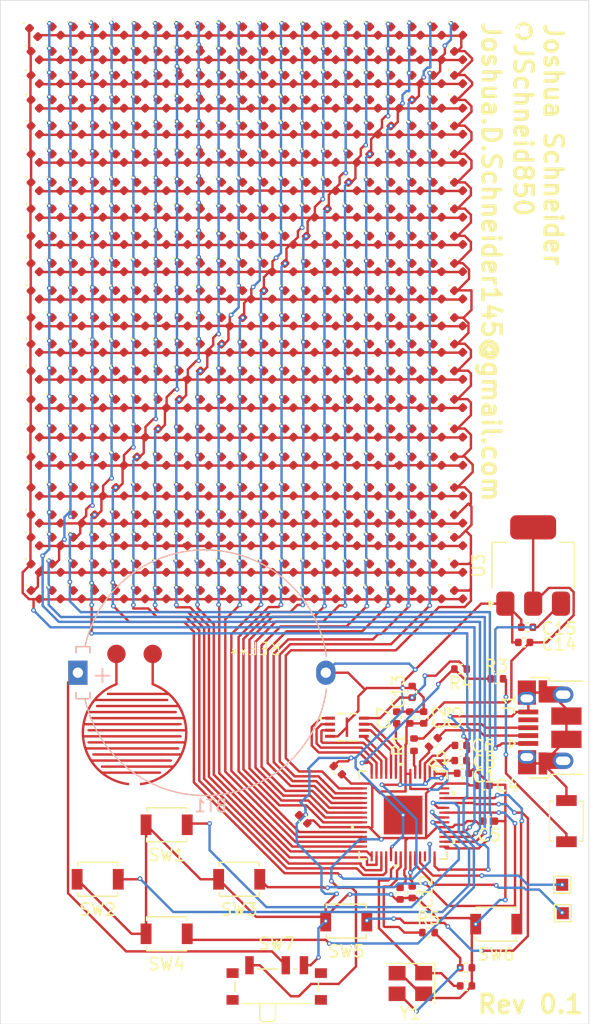
<source format=kicad_pcb>
(kicad_pcb (version 20240108) (generator "pcbnew") (generator_version "8.0")
  (layers (0 "F.Cu" signal) (31 "B.Cu" signal) (34 "B.Paste" user) (35 "F.Paste" user) (36 "B.SilkS" user "B.Silkscreen") (37 "F.SilkS" user "F.Silkscreen") (38 "B.Mask" user) (39 "F.Mask" user) (44 "Edge.Cuts" user))
  (net 0 "")
  (net 1 "Net-(U1-USB_DP)")
  (net 2 "CHRLY_20")
  (net 3 "CHRLY_13")
  (net 4 "BTN_1")
  (net 5 "CHRLY_21")
  (net 6 "BATT +")
  (net 7 "CHRLY_11")
  (net 9 "unconnected-(U1-SWCLK-Pad24)")
  (net 10 "Net-(J1-D-)")
  (net 11 "CHRLY_18")
  (net 13 "CHRLY_3")
  (net 14 "Net-(U1-SQPI_SCLK)")
  (net 15 "+1V1")
  (net 16 "CHRLY_19")
  (net 17 "Net-(U1-SQPI_SD3)")
  (net 18 "CHRLY_15")
  (net 19 "Net-(U1-USB_DM)")
  (net 20 "Net-(J1-D+)")
  (net 21 "CHRLY_6")
  (net 22 "BTN_4")
  (net 23 "CHRLY_16")
  (net 24 "Net-(U1-SQPI_SD1)")
  (net 25 "CHRLY_14")
  (net 26 "Net-(U1-SQPI_SS_N)")
  (net 27 "BTN_5")
  (net 28 "BTN_2")
  (net 30 "CHRLY_8")
  (net 31 "BTN_3")
  (net 32 "CHRLY_17")
  (net 33 "GND")
  (net 34 "Net-(U1-SQPI_SD0)")
  (net 35 "CHRLY_10")
  (net 36 "unconnected-(U1-SWDIO-Pad25)")
  (net 37 "CHRLY_2")
  (net 38 "CHRLY_12")
  (net 39 "CHRLY_9")
  (net 40 "CHRLY_7")
  (net 41 "Net-(U1-SQPI_SD2)")
  (net 42 "CHRLY_1")
  (net 43 "CHRLY_4")
  (net 44 "CHRLY_5")
  (net 45 "Net-(BT1-+)")
  (net 46 "Net-(C17-Pad1)")
  (net 47 "Net-(R3-Pad2)")
  (net 48 "BTN_6")
  (net 49 "+3V3")
  (net 50 "CHRLY_22")
  (net 51 "XIn")
  (net 52 "Xout")
  (net 53 "Net-(J1-VBUS)")
  (footprint "LED_SMD:LED_0402_1005Metric" (layer "F.Cu") (at 188.333085 26.285585 -45)
    (property "Reference" "D56" (hide yes))
    (property "Value" "LED" (hide yes))
  )
  (footprint "LED_SMD:LED_0402_1005Metric" (layer "F.Cu") (at 197.083085 41.810585 -45)
    (property "Reference" "D198" (hide yes))
    (property "Value" "LED" (hide yes))
  )
  (footprint "LED_SMD:LED_0402_1005Metric" (layer "F.Cu") (at 183.083085 50.690585 -45)
    (property "Reference" "D290" (hide yes))
    (property "Value" "LED" (hide yes))
  )
  (footprint "LED_SMD:LED_0402_1005Metric" (layer "F.Cu") (at 211.083085 46.285585 -45)
    (property "Reference" "D232" (hide yes))
    (property "Value" "LED" (hide yes))
  )
  (footprint "LED_SMD:LED_0402_1005Metric" (layer "F.Cu") (at 204.083085 28.310585 -45)
    (property "Reference" "D68" (hide yes))
    (property "Value" "LED" (hide yes))
  )
  (footprint "LED_SMD:LED_0402_1005Metric" (layer "F.Cu") (at 188.333085 66.620585 -45)
    (property "Reference" "D434" (hide yes))
    (property "Value" "LED" (hide yes))
  )
  (footprint "LED_SMD:LED_0402_1005Metric" (layer "F.Cu") (at 186.583085 26.285585 -45)
    (property "Reference" "D57" (hide yes))
    (property "Value" "LED" (hide yes))
  )
  (footprint "LED_SMD:LED_0402_1005Metric" (layer "F.Cu") (at 184.833085 26.285585 -45)
    (property "Reference" "D58" (hide yes))
    (property "Value" "LED" (hide yes))
  )
  (footprint "LED_SMD:LED_0402_1005Metric" (layer "F.Cu") (at 193.583085 28.310585 -45)
    (property "Reference" "D74" (hide yes))
    (property "Value" "LED" (hide yes))
  )
  (footprint "LED_SMD:LED_0402_1005Metric" (layer "F.Cu") (at 200.583085 24.310585 -45)
    (property "Reference" "D28" (hide yes))
    (property "Value" "LED" (hide yes))
  )
  (footprint "TestPoint:TestPoint_Pad_1.0x1.0mm" (layer "F.Cu") (at 219.65 92.75)
    (property "Reference" "REF**" (hide yes))
    (property "Value" "TestPoint_Pad_1.0x1.0mm" (hide yes))
  )
  (footprint "LED_SMD:LED_0402_1005Metric" (layer "F.Cu") (at 195.333085 66.620585 -45)
    (property "Reference" "D430" (hide yes))
    (property "Value" "LED" (hide yes))
  )
  (footprint "LED_SMD:LED_0402_1005Metric" (layer "F.Cu") (at 207.583085 24.310585 -45)
    (property "Reference" "D24" (hide yes))
    (property "Value" "LED" (hide yes))
  )
  (footprint "LED_SMD:LED_0402_1005Metric" (layer "F.Cu") (at 211.083085 24.310585 -45)
    (property "Reference" "D22" (hide yes))
    (property "Value" "LED" (hide yes))
  )
  (footprint "Capacitor_SMD:C_0402_1005Metric" (layer "F.Cu") (at 201.1 83.3 -45)
    (property "Reference" "C9" (hide yes))
    (property "Value" "100n" (hide yes))
  )
  (footprint "LED_SMD:LED_0402_1005Metric" (layer "F.Cu") (at 193.583085 46.285585 -45)
    (property "Reference" "D242" (hide yes))
    (property "Value" "LED" (hide yes))
  )
  (footprint "LED_SMD:LED_0402_1005Metric" (layer "F.Cu") (at 191.833085 62.560585 -45)
    (property "Reference" "D390" (hide yes))
    (property "Value" "LED" (hide yes))
  )
  (footprint "LED_SMD:LED_0402_1005Metric" (layer "F.Cu") (at 191.833085 48.465585 -45)
    (property "Reference" "D264" (hide yes))
    (property "Value" "LED" (hide yes))
  )
  (footprint "LED_SMD:LED_0402_1005Metric" (layer "F.Cu") (at 211.083085 41.810585 -45)
    (property "Reference" "D190" (hide yes))
    (property "Value" "LED" (hide yes))
  )
  (footprint "LED_SMD:LED_0402_1005Metric" (layer "F.Cu") (at 176.083085 62.560585 -45)
    (property "Reference" "D399" (hide yes))
    (property "Value" "LED" (hide yes))
  )
  (footprint "LED_SMD:LED_0402_1005Metric" (layer "F.Cu") (at 197.083085 55.465585 -45)
    (property "Reference" "D324" (hide yes))
    (property "Value" "LED" (hide yes))
  )
  (footprint "LED_SMD:LED_0402_1005Metric" (layer "F.Cu") (at 198.833085 53.035585 -45)
    (property "Reference" "D302" (hide yes))
    (property "Value" "LED" (hide yes))
  )
  (footprint "LED_SMD:LED_0402_1005Metric" (layer "F.Cu") (at 179.583085 55.465585 -45)
    (property "Reference" "D334" (hide yes))
    (property "Value" "LED" (hide yes))
  )
  (footprint "LED_SMD:LED_0402_1005Metric" (layer "F.Cu") (at 191.833085 41.810585 -45)
    (property "Reference" "D201" (hide yes))
    (property "Value" "LED" (hide yes))
  )
  (footprint "LED_SMD:LED_0402_1005Metric" (layer "F.Cu") (at 190.083085 41.810585 -45)
    (property "Reference" "D202" (hide yes))
    (property "Value" "LED" (hide yes))
  )
  (footprint "Capacitor_SMD:C_0402_1005Metric" (layer "F.Cu") (at 207.25 93.365 -90)
    (property "Reference" "C12")
    (property "Value" "100n" (hide yes))
  )
  (footprint "LED_SMD:LED_0402_1005Metric" (layer "F.Cu") (at 202.333085 66.620585 -45)
    (property "Reference" "D426" (hide yes))
    (property "Value" "LED" (hide yes))
  )
  (footprint "Resistor_SMD:R_0402_1005Metric" (layer "F.Cu") (at 207.4 81.19 -90)
    (property "Reference" "R1")
    (property "Value" "27Ω")
  )
  (footprint "LED_SMD:LED_0402_1005Metric" (layer "F.Cu") (at 191.833085 39.560585 -45)
    (property "Reference" "D180" (hide yes))
    (property "Value" "LED" (hide yes))
  )
  (footprint "LED_SMD:LED_0402_1005Metric" (layer "F.Cu") (at 193.583085 68.810585 -45)
    (property "Reference" "D452" (hide yes))
    (property "Value" "LED" (hide yes))
  )
  (footprint "LED_SMD:LED_0402_1005Metric" (layer "F.Cu") (at 202.333085 30.465585 -45)
    (property "Reference" "D90" (hide yes))
    (property "Value" "LED" (hide yes))
  )
  (footprint "LED_SMD:LED_0402_1005Metric" (layer "F.Cu") (at 202.333085 62.560585 -45)
    (property "Reference" "D384" (hide yes))
    (property "Value" "LED" (hide yes))
  )
  (footprint "LED_SMD:LED_0402_1005Metric" (layer "F.Cu") (at 209.333085 66.620585 -45)
    (property "Reference" "D422" (hide yes))
    (property "Value" "LED" (hide yes))
  )
  (footprint "Capacitor_SMD:C_0402_1005Metric" (layer "F.Cu") (at 211.45 83.55 180)
    (property "Reference" "C1")
    (property "Value" "100n")
  )
  (footprint "LED_SMD:LED_0402_1005Metric" (layer "F.Cu") (at 191.833085 64.420585 -45)
    (property "Reference" "D411" (hide yes))
    (property "Value" "LED" (hide yes))
  )
  (footprint "LED_SMD:LED_0402_1005Metric" (layer "F.Cu") (at 205.833085 22.285585 -45)
    (property "Reference" "D4" (hide yes))
    (property "Value" "LED" (hide yes))
  )
  (footprint "LED_SMD:LED_0402_1005Metric" (layer "F.Cu") (at 179.583085 57.785585 -45)
    (property "Reference" "D355" (hide yes))
    (property "Value" "LED" (hide yes))
  )
  (footprint "LED_SMD:LED_0402_1005Metric" (layer "F.Cu") (at 188.333085 30.465585 -45)
    (property "Reference" "D98" (hide yes))
    (property "Value" "LED" (hide yes))
  )
  (footprint "LED_SMD:LED_0402_1005Metric" (layer "F.Cu") (at 205.833085 60.310585 -45)
    (property "Reference" "D361" (hide yes))
    (property "Value" "LED" (hide yes))
  )
  (footprint "LED_SMD:LED_0402_1005Metric" (layer "F.Cu") (at 197.083085 60.310585 -45)
    (property "Reference" "D366" (hide yes))
    (property "Value" "LED" (hide yes))
  )
  (footprint "LED_SMD:LED_0402_1005Metric" (layer "F.Cu") (at 202.333085 24.310585 -45)
    (property "Reference" "D27" (hide yes))
    (property "Value" "LED" (hide yes))
  )
  (footprint "Crystal:Crystal_SMD_3225-4Pin_3.2x2.5mm" (layer "F.Cu") (at 207.1 100.9 180)
    (property "Reference" "Y1")
    (property "Value" "ABMB-272-T3")
  )
  (footprint "LED_SMD:LED_0402_1005Metric" (layer "F.Cu") (at 195.333086 26.285584 -45)
    (property "Reference" "D52" (hide yes))
    (property "Value" "LED" (hide yes))
  )
  (footprint "LED_SMD:LED_0402_1005Metric" (layer "F.Cu") (at 204.083085 24.310585 -45)
    (property "Reference" "D26" (hide yes))
    (property "Value" "LED" (hide yes))
  )
  (footprint "LED_SMD:LED_0402_1005Metric" (layer "F.Cu") (at 190.083085 24.310585 -45)
    (property "Reference" "D34" (hide yes))
    (property "Value" "LED" (hide yes))
  )
  (footprint "LED_SMD:LED_0402_1005Metric" (layer "F.Cu") (at 198.833085 41.810585 -45)
    (property "Reference" "D197" (hide yes))
    (property "Value" "LED" (hide yes))
  )
  (footprint "LED_SMD:LED_0402_1005Metric" (layer "F.Cu") (at 183.083085 39.560585 -45)
    (property "Reference" "D185" (hide yes))
    (property "Value" "LED" (hide yes))
  )
  (footprint "LED_SMD:LED_0402_1005Metric" (layer "F.Cu") (at 197.083085 24.310585 -45)
    (property "Reference" "D30" (hide yes))
    (property "Value" "LED" (hide yes))
  )
  (footprint "Capacitor_SMD:C_0402_1005Metric" (layer "F.Cu") (at 211.7 101.1)
    (property "Reference" "C16" (hide yes))
    (property "Value" "15p" (hide yes))
  )
  (footprint "LED_SMD:LED_0402_1005Metric" (layer "F.Cu") (at 197.083085 68.810585 -45)
    (property "Reference" "D450" (hide yes))
    (property "Value" "LED" (hide yes))
  )
  (footprint "LED_SMD:LED_0402_1005Metric" (layer "F.Cu") (at 191.833085 68.810585 -45)
    (property "Reference" "D453" (hide yes))
    (property "Value" "LED" (hide yes))
  )
  (footprint "LED_SMD:LED_0402_1005Metric" (layer "F.Cu") (at 193.583085 55.465585 -45)
    (property "Reference" "D326" (hide yes))
    (property "Value" "LED" (hide yes))
  )
  (footprint "LED_SMD:LED_0402_1005Metric" (layer "F.Cu") (at 176.083085 48.465585 -45)
    (property "Reference" "D273" (hide yes))
    (property "Value" "LED" (hide yes))
  )
  (footprint "LED_SMD:LED_0402_1005Metric" (layer "F.Cu") (at 202.333085 50.690585 -45)
    (property "Reference" "D279" (hide yes))
    (property "Value" "LED" (hide yes))
  )
  (footprint "LED_SMD:LED_0402_1005Metric" (layer "F.Cu") (at 188.333085 48.465585 -45)
    (property "Reference" "D266" (hide yes))
    (property "Value" "LED" (hide yes))
  )
  (footprint "LED_SMD:LED_0402_1005Metric" (layer "F.Cu") (at 184.833085 32.785585 -45)
    (property "Reference" "D121" (hide yes))
    (property "Value" "LED" (hide yes))
  )
  (footprint "Capacitor_SMD:C_0402_1005Metric" (layer "F.Cu") (at 208.2 78.95 -90)
    (property "Reference" "C3")
    (property "Value" "100n")
  )
  (footprint "LED_SMD:LED_0402_1005Metric" (layer "F.Cu") (at 183.083085 48.465585 -45)
    (property "Reference" "D269" (hide yes))
    (property "Value" "LED" (hide yes))
  )
  (footprint "LED_SMD:LED_0402_1005Metric" (layer "F.Cu") (at 207.583085 41.810585 -45)
    (property "Reference" "D192" (hide yes))
    (property "Value" "LED" (hide yes))
  )
  (footprint "LED_SMD:LED_0402_1005Metric" (layer "F.Cu") (at 205.833085 32.785585 -45)
    (property "Reference" "D109" (hide yes))
    (property "Value" "LED" (hide yes))
  )
  (footprint "LED_SMD:LED_0402_1005Metric" (layer "F.Cu") (at 193.583085 60.310585 -45)
    (property "Reference" "D368" (hide yes))
    (property "Value" "LED" (hide yes))
  )
  (footprint "LED_SMD:LED_0402_1005Metric" (layer "F.Cu") (at 188.333085 22.285585 -45)
    (property "Reference" "D14" (hide yes))
    (property "Value" "LED" (hide yes))
  )
  (footprint "LED_SMD:LED_0402_1005Metric" (layer "F.Cu") (at 177.833085 24.310585 -45)
    (property "Reference" "D41" (hide yes))
    (property "Value" "LED" (hide yes))
  )
  (footprint "Button_Switch_SMD:SW_SPST_B3U-1000P" (layer "F.Cu") (at 220 87.5 -90)
    (property "Reference" "SW8" (hide yes))
    (property "Value" "SW_Push")
  )
  (footprint "LED_SMD:LED_0402_1005Metric" (layer "F.Cu") (at 179.583085 66.610585 -45)
    (property "Reference" "D439" (hide yes))
    (property "Value" "LED" (hide yes))
  )
  (footprint "LED_SMD:LED_0402_1005Metric" (layer "F.Cu") (at 190.083085 44.060585 -45)
    (property "Reference" "D223" (hide yes))
    (property "Value" "LED" (hide yes))
  )
  (footprint "LED_SMD:LED_0402_1005Metric" (layer "F.Cu") (at 183.083085 66.620585 -45)
    (property "Reference" "D437" (hide yes))
    (property "Value" "LED" (hide yes))
  )
  (footprint "LED_SMD:LED_0402_1005Metric" (layer "F.Cu") (at 183.083086 28.310584 -45)
    (property "Reference" "D80" (hide yes))
    (property "Value" "LED" (hide yes))
  )
  (footprint "LED_SMD:LED_0402_1005Metric" (layer "F.Cu") (at 198.833085 26.285585 -45)
    (property "Reference" "D50" (hide yes))
    (property "Value" "LED" (hide yes))
  )
  (footprint "LED_SMD:LED_0402_1005Metric" (layer "F.Cu") (at 176.083085 26.285585 -45)
    (property "Reference" "D63" (hide yes))
    (property "Value" "LED" (hide yes))
  )
  (footprint "LED_SMD:LED_0402_1005Metric" (layer "F.Cu") (at 209.333085 50.690585 -45)
    (property "Reference" "D275" (hide yes))
    (property "Value" "LED" (hide yes))
  )
  (footprint "LED_SMD:LED_0402_1005Metric" (layer "F.Cu") (at 179.583085 41.810585 -45)
    (property "Reference" "D208" (hide yes))
    (property "Value" "LED" (hide yes))
  )
  (footprint "LED_SMD:LED_0402_1005Metric" (layer "F.Cu") (at 179.583085 50.690585 -45)
    (property "Reference" "D292" (hide yes))
    (property "Value" "LED" (hide yes))
  )
  (footprint "LED_SMD:LED_0402_1005Metric" (layer "F.Cu") (at 176.083085 35.120585 -45)
    (property "Reference" "D147" (hide yes))
    (property "Value" "LED" (hide yes))
  )
  (footprint "LED_SMD:LED_0402_1005Metric" (layer "F.Cu") (at 202.333085 41.810585 -45)
    (property "Reference" "D195" (hide yes))
    (property "Value" "LED" (hide yes))
  )
  (footprint "LED_SMD:LED_0402_1005Metric" (layer "F.Cu") (at 186.583085 57.785585 -45)
    (property "Reference" "D351" (hide yes))
    (property "Value" "LED" (hide yes))
  )
  (footprint "LED_SMD:LED_0402_1005Metric" (layer "F.Cu") (at 186.583085 30.465585 -45)
    (property "Reference" "D99" (hide yes))
    (property "Value" "LED" (hide yes))
  )
  (footprint "LED_SMD:LED_0402_1005Metric" (layer "F.Cu") (at 183.083085 26.285585 -45)
    (property "Reference" "D59" (hide yes))
    (property "Value" "LED" (hide yes))
  )
  (footprint "LED_SMD:LED_0402_1005Metric" (layer "F.Cu") (at 211.083085 62.560585 -45)
    (property "Reference" "D379" (hide yes))
    (property "Value" "LED" (hide yes))
  )
  (footprint "LED_SMD:LED_0402_1005Metric" (layer "F.Cu") (at 179.583085 60.310585 -45)
    (property "Reference" "D376" (hide yes))
    (property "Value" "LED" (hide yes))
  )
  (footprint "LED_SMD:LED_0402_1005Metric" (layer "F.Cu") (at 202.333085 57.785585 -45)
    (property "Reference" "D342" (hide yes))
    (property "Value" "LED" (hide yes))
  )
  (footprint "LED_SMD:LED_0402_1005Metric" (layer "F.Cu") (at 195.333085 64.420585 -45)
    (property "Reference" "D409" (hide yes))
    (property "Value" "LED" (hide yes))
  )
  (footprint "LED_SMD:LED_0402_1005Metric" (layer "F.Cu") (at 181.333085 55.465585 -45)
    (property "Reference" "D333" (hide yes))
    (property "Value" "LED" (hide yes))
  )
  (footprint "LED_SMD:LED_0402_1005Metric" (layer "F.Cu") (at 195.333085 44.060585 -45)
    (property "Reference" "D220" (hide yes))
    (property "Value" "LED" (hide yes))
  )
  (footprint "LED_SMD:LED_0402_1005Metric" (layer "F.Cu") (at 184.833085 48.465585 -45)
    (property "Reference" "D268" (hide yes))
    (property "Value" "LED" (hide yes))
  )
  (footprint "LED_SMD:LED_0402_1005Metric" (layer "F.Cu") (at 188.333085 24.310585 -45)
    (property "Reference" "D35" (hide yes))
    (property "Value" "LED" (hide yes))
  )
  (footprint "LED_SMD:LED_0402_1005Metric" (layer "F.Cu") (at 177.833085 22.285585 -45)
    (property "Reference" "D20" (hide yes))
    (property "Value" "LED" (hide yes))
  )
  (footprint "LED_SMD:LED_0402_1005Metric" (layer "F.Cu") (at 211.083085 53.035585 -45)
    (property "Reference" "D295" (hide yes))
    (property "Value" "LED" (hide yes))
  )
  (footprint "LED_SMD:LED_0402_1005Metric" (layer "F.Cu") (at 184.833085 66.620585 -45)
    (property "Reference" "D436" (hide yes))
    (property "Value" "LED" (hide yes))
  )
  (footprint "LED_SMD:LED_0402_1005Metric" (layer "F.Cu") (at 190.083085 68.810585 -45)
    (property "Reference" "D454" (hide yes))
    (property "Value" "LED" (hide yes))
  )
  (footprint "W25Q16JVUXIQ:W25Q16JVUXIQ_WIN" (layer "F.Cu") (at 201.8516 79.75)
    (property "Reference" "U2" (hide yes))
    (property "Value" "W25Q16JVUXIQ" (hide yes))
  )
  (footprint "LED_SMD:LED_0402_1005Metric" (layer "F.Cu") (at 193.583085 32.785585 -45)
    (property "Reference" "D116" (hide yes))
    (property "Value" "LED" (hide yes))
  )
  (footprint "LED_SMD:LED_0402_1005Metric" (layer "F.Cu") (at 197.083085 37.310585 -45)
    (property "Reference" "D156" (hide yes))
    (property "Value" "LED" (hide yes))
  )
  (footprint "LED_SMD:LED_0402_1005Metric" (layer "F.Cu") (at 186.583085 32.785585 -45)
    (property "Reference" "D120" (hide yes))
    (property "Value" "LED" (hide yes))
  )
  (footprint "LED_SMD:LED_0402_1005Metric" (layer "F.Cu") (at 202.333085 39.560585 -45)
    (property "Reference" "D174" (hide yes))
    (property "Value" "LED" (hide yes))
  )
  (footprint "LED_SMD:LED_0402_1005Metric" (layer "F.Cu") (at 207.583085 28.310585 -45)
    (property "Reference" "D66" (hide yes))
    (property "Value" "LED" (hide yes))
  )
  (footprint "LED_SMD:LED_0402_1005Metric" (layer "F.Cu") (at 191.833085 55.465585 -45)
    (property "Reference" "D327" (hide yes))
    (property "Value" "LED" (hide yes))
  )
  (footprint "LED_SMD:LED_0402_1005Metric" (layer "F.Cu") (at 198.833085 35.120585 -45)
    (property "Reference" "D134" (hide yes))
    (property "Value" "LED" (hide yes))
  )
  (footprint "LED_SMD:LED_0402_1005Metric" (layer "F.Cu") (at 181.333085 53.035585 -45)
    (property "Reference" "D312" (hide yes))
    (property "Value" "LED" (hide yes))
  )
  (footprint "LED_SMD:LED_0402_1005Metric" (layer "F.Cu") (at 191.833085 24.310585 -45)
    (property "Reference" "D33" (hide yes))
    (property "Value" "LED" (hide yes))
  )
  (footprint "LED_SMD:LED_0402_1005Metric" (layer "F.Cu") (at 205.833085 66.620585 -45)
    (property "Reference" "D424" (hide yes))
    (property "Value" "LED" (hide yes))
  )
  (footprint "LED_SMD:LED_0402_1005Metric" (layer "F.Cu") (at 195.333085 46.285585 -45)
    (property "Reference" "D241" (hide yes))
    (property "Value" "LED" (hide yes))
  )
  (footprint "LED_SMD:LED_0402_1005Metric" (layer "F.Cu") (at 186.583085 66.620585 -45)
    (property "Reference" "D435" (hide yes))
    (property "Value" "LED" (hide yes))
  )
  (footprint "LED_SMD:LED_0402_1005Metric" (layer "F.Cu") (at 209.333085 30.465585 -45)
    (property "Reference" "D86" (hide yes))
    (property "Value" "LED" (hide yes))
  )
  (footprint "LED_SMD:LED_0402_1005Metric" (layer "F.Cu") (at 197.083085 66.620585 -45)
    (property "Reference" "D429" (hide yes))
    (property "Value" "LED" (hide yes))
  )
  (footprint "LED_SMD:LED_0402_1005Metric" (layer "F.Cu") (at 186.583085 62.560585 -45)
    (property "Reference" "D393" (hide yes))
    (property "Value" "LED" (hide yes))
  )
  (footprint "LED_SMD:LED_0402_1005Metric" (layer "F.Cu") (at 181.333085 24.310585 -45)
    (property "Reference" "D39" (hide yes))
    (property "Value" "LED" (hide yes))
  )
  (footprint "LED_SMD:LED_0402_1005Metric" (layer "F.Cu") (at 200.583085 37.310585 -45)
    (property "Reference" "D154" (hide yes))
    (property "Value" "LED" (hide yes))
  )
  (footprint "Button_Switch_SMD:SW_SPST_B3U-1000P" (layer "F.Cu") (at 201.799999 95.75 180)
    (property "Reference" "SW5")
    (property "Value" "SW_Push")
  )
  (footprint "LED_SMD:LED_0402_1005Metric" (layer "F.Cu") (at 188.333085 44.060585 -45)
    (property "Reference" "D224" (hide yes))
    (property "Value" "LED" (hide yes))
  )
  (footprint "LED_SMD:LED_0402_1005Metric" (layer "F.Cu") (at 193.583085 62.560585 -45)
    (property "Reference" "D389" (hide yes))
    (property "Value" "LED" (hide yes))
  )
  (footprint "LED_SMD:LED_0402_1005Metric" (layer "F.Cu") (at 197.083085 64.420585 -45)
    (property "Reference" "D408" (hide yes))
    (property "Value" "LED" (hide yes))
  )
  (footprint "LED_SMD:LED_0402_1005Metric" (layer "F.Cu") (at 191.833085 28.310585 -45)
    (property "Reference" "D75" (hide yes))
    (property "Value" "LED" (hide yes))
  )
  (footprint "LED_SMD:LED_0402_1005Metric" (layer "F.Cu") (at 205.833085 55.465585 -45)
    (property "Reference" "D319" (hide yes))
    (property "Value" "LED" (hide yes))
  )
  (footprint "images:2mgh" (layer "F.Cu") (at 216.5 22.3 -90)
    (property "Reference" "G***" (hide yes))
    (property "Value" "LOGO" (hide yes))
  )
  (footprint "LED_SMD:LED_0402_1005Metric" (layer "F.Cu") (at 197.083085 53.035585 -45)
    (property "Reference" "D303" (hide yes))
    (property "Value" "LED" (hide yes))
  )
  (footprint "LED_SMD:LED_0402_1005Metric" (layer "F.Cu") (at 205.833085 26.285585 -45)
    (property "Reference" "D46" (hide yes))
    (property "Value" "LED" (hide yes))
  )
  (footprint "LED_SMD:LED_0402_1005Metric" (layer "F.Cu") (at 198.833085 68.810585 -45)
    (property "Reference" "D449" (hide yes))
    (property "Value" "LED" (hide yes))
  )
  (footprint "LED_SMD:LED_0402_1005Metric" (layer "F.Cu") (at 184.833085 46.285585 -45)
    (property "Reference" "D247" (hide yes))
    (property "Value" "LED" (hide yes))
  )
  (footprint "LED_SMD:LED_0402_1005Metric" (layer "F.Cu") (at 195.333085 35.120585 -45)
    (property "Reference" "D136" (hide yes))
    (property "Value" "LED" (hide yes))
  )
  (footprint "LED_SMD:LED_0402_1005Metric" (layer "F.Cu") (at 188.333085 68.810585 -45)
    (property "Reference" "D455" (hide yes))
    (property "Value" "LED" (hide yes))
  )
  (footprint "LED_SMD:LED_0402_1005Metric" (layer "F.Cu") (at 186.583085 44.060585 -45)
    (property "Reference" "D225" (hide yes))
    (property "Value" "LED" (hide yes))
  )
  (footprint "Resistor_SMD:R_0402_1005Metric" (layer "F.Cu") (at 211.25 74.95 180)
    (property "Reference" "R4")
    (property "Value" "DNF")
  )
  (footprint "LED_SMD:LED_0402_1005Metric" (layer "F.Cu") (at 176.083085 66.620585 -45)
    (property "Reference" "D441" (hide yes))
    (property "Value" "LED" (hide yes))
  )
  (footprint "LED_SMD:LED_0402_1005Metric" (layer "F.Cu") (at 177.833085 44.060585 -45)
    (property "Reference" "D230" (hide yes))
    (property "Value" "LED" (hide yes))
  )
  (footprint "LED_SMD:LED_0402_1005Metric" (layer "F.Cu") (at 184.833085 41.810585 -45)
    (property "Reference" "D205" (hide yes))
    (property "Value" "LED" (hide yes))
  )
  (footprint "LED_SMD:LED_0402_1005Metric" (layer "F.Cu") (at 207.583085 30.465585 -45)
    (property "Reference" "D87" (hide yes))
    (property "Value" "LED" (hide yes))
  )
  (footprint "LED_SMD:LED_0402_1005Metric" (layer "F.Cu") (at 209.333085 35.120585 -45)
    (property "Reference" "D128" (hide yes))
    (property "Value" "LED" (hide yes))
  )
  (footprint "LED_SMD:LED_0402_1005Metric" (layer "F.Cu") (at 184.833085 68.810585 -45)
    (property "Reference" "D457" (hide yes))
    (property "Value" "LED" (hide yes))
  )
  (footprint "LED_SMD:LED_0402_1005Metric" (layer "F.Cu") (at 181.333085 68.810585 -45)
    (property "Reference" "D459" (hide yes))
    (property "Value" "LED" (hide yes))
  )
  (footprint "LED_SMD:LED_0402_1005Metric" (layer "F.Cu") (at 183.083085 32.785585 -45)
    (property "Reference" "D122" (hide yes))
    (property "Value" "LED" (hide yes))
  )
  (footprint "LED_SMD:LED_0402_1005Metric" (layer "F.Cu") (at 200.583085 57.785585 -45)
    (property "Reference" "D343" (hide yes))
    (property "Value" "LED" (hide yes))
  )
  (footprint "LED_SMD:LED_0402_1005Metric" (layer "F.Cu") (at 184.833085 44.060585 -45)
    (property "Reference" "D226" (hide yes))
    (property "Value" "LED" (hide yes))
  )
  (footprint "Package_TO_SOT_SMD:SOT-223-3_TabPin2" (layer "F.Cu") (at 217.25 66.4 90)
    (property "Reference" "U3")
    (property "Value" "NCP1117-3.3_SOT223" (hide yes))
  )
  (footprint "LED_SMD:LED_0402_1005Metric" (layer "F.Cu") (at 195.333085 62.560585 -45)
    (property "Reference" "D388" (hide yes))
    (property "Value" "LED" (hide yes))
  )
  (footprint "LED_SMD:LED_0402_1005Metric" (layer "F.Cu") (at 190.083085 53.035585 -45)
    (property "Reference" "D307" (hide yes))
    (property "Value" "LED" (hide yes))
  )
  (footprint "LED_SMD:LED_0402_1005Metric" (layer "F.Cu") (at 195.333085 57.785585 -45)
    (property "Reference" "D346" (hide yes))
    (property "Value" "LED" (hide yes))
  )
  (footprint "LED_SMD:LED_0402_1005Metric" (layer "F.Cu") (at 190.083085 55.465585 -45)
    (property "Reference" "D328" (hide yes))
    (property "Value" "LED" (hide yes))
  )
  (footprint "LED_SMD:LED_0402_1005Metric" (layer "F.Cu") (at 200.583085 64.420585 -45)
    (property "Reference" "D406" (hide yes))
    (property "Value" "LED" (hide yes))
  )
  (footprint "LED_SMD:LED_0402_1005Metric" (layer "F.Cu") (at 205.833085 24.310585 -45)
    (property "Reference" "D25" (hide yes))
    (property "Value" "LED" (hide yes))
  )
  (footprint "LED_SMD:LED_0402_1005Metric" (layer "F.Cu") (at 190.083085 62.560585 -45)
    (property "Reference" "D391" (hide yes))
    (property "Value" "LED" (hide yes))
  )
  (footprint "LED_SMD:LED_0402_1005Metric" (layer "F.Cu") (at 205.833085 53.035585 -45)
    (property "Reference" "D298" (hide yes))
    (property "Value" "LED" (hide yes))
  )
  (footprint "LED_SMD:LED_0402_1005Metric" (layer "F.Cu") (at 211.083085 35.120585 -45)
    (property "Reference" "D127" (hide yes))
    (property "Value" "LED" (hide yes))
  )
  (footprint "LED_SMD:LED_0402_1005Metric" (layer "F.Cu") (at 186.583085 22.285585 -45)
    (property "Reference" "D15" (hide yes))
    (property "Value" "LED" (hide yes))
  )
  (footprint "LED_SMD:LED_0402_1005Metric" (layer "F.Cu") (at 183.083085 60.310585 -45)
    (property "Reference" "D374" (hide yes))
    (property "Value" "LED" (hide yes))
  )
  (footprint "LED_SMD:LED_0402_1005Metric" (layer "F.Cu") (at 190.083085 26.285585 -45)
    (property "Reference" "D55" (hide yes))
    (property "Value" "LED" (hide yes))
  )
  (footprint "LED_SMD:LED_0402_1005Metric" (layer "F.Cu") (at 191.833085 66.620585 -45)
    (property "Reference" "D432" (hide yes))
    (property "Value" "LED" (hide yes))
  )
  (footprint "LED_SMD:LED_0402_1005Metric" (layer "F.Cu") (at 204.083085 57.785585 -45)
    (property "Reference" "D341" (hide yes))
    (property "Value" "LED" (hide yes))
  )
  (footprint "LED_SMD:LED_0402_1005Metric" (layer "F.Cu") (at 205.833085 48.465585 -45)
    (property "Reference" "D256" (hide yes))
    (property "Value" "LED" (hide yes))
  )
  (footprint "LED_SMD:LED_0402_1005Metric" (layer "F.Cu") (at 200.583085 44.060585 -45)
    (property "Reference" "D217" (hide yes))
    (property "Value" "LED" (hide yes))
  )
  (footprint "Capacitor_SMD:C_0402_1005Metric" (layer "F.Cu") (at 205.97 78.95 -90)
    (property "Reference" "C7")
    (property "Value" "100n")
  )
  (footprint "LED_SMD:LED_0402_1005Metric" (layer "F.Cu") (at 202.333085 55.465585 -45)
    (property "Reference" "D321" (hide yes))
    (property "Value" "LED" (hide yes))
  )
  (footprint "LED_SMD:LED_0402_1005Metric" (layer "F.Cu") (at 176.083085 57.785585 -45)
    (property "Reference" "D357" (hide yes))
    (property "Value" "LED" (hide yes))
  )
  (footprint "LED_SMD:LED_0402_1005Metric" (layer "F.Cu") (at 188.333085 39.560585 -45)
    (property "Reference" "D182" (hide yes))
    (property "Value" "LED" (hide yes))
  )
  (footprint "LED_SMD:LED_0402_1005Metric" (layer "F.Cu") (at 207.583085 37.310585 -45)
    (property "Reference" "D150" (hide yes))
    (property "Value" "LED" (hide yes))
  )
  (footprint "LED_SMD:LED_0402_1005Metric" (layer "F.Cu") (at 195.333085 28.310585 -45)
    (property "Reference" "D73" (hide yes))
    (property "Value" "LED" (hide yes))
  )
  (footprint "LED_SMD:LED_0402_1005Metric" (layer "F.Cu") (at 197.083085 39.560585 -45)
    (property "Reference" "D177" (hide yes))
    (property "Value" "LED" (hide yes))
  )
  (footprint "LED_SMD:LED_0402_1005Metric" (layer "F.Cu") (at 191.833085 35.120585 -45)
    (property "Reference" "D138" (hide yes))
    (property "Value" "LED" (hide yes))
  )
  (footprint "LED_SMD:LED_0402_1005Metric" (layer "F.Cu") (at 176.083085 53.035585 -45)
    (property "Reference" "D315" (hide yes))
    (property "Value" "LED" (hide yes))
  )
  (footprint "LED_SMD:LED_0402_1005Metric" (layer "F.Cu") (at 195.333085 50.690585 -45)
    (property "Reference" "D283" (hide yes))
    (property "Value" "LED" (hide yes))
  )
  (footprint "LED_SMD:LED_0402_1005Metric" (layer "F.Cu") (at 186.583085 50.690585 -45)
    (property "Reference" "D288" (hide yes))
    (property "Value" "LED" (hide yes))
  )
  (footprint "LED_SMD:LED_0402_1005Metric" (layer "F.Cu") (at 200.583085 28.310585 -45)
    (property "Reference" "D70" (hide yes))
    (property "Value" "LED" (hide yes))
  )
  (footprint "LED_SMD:LED_0402_1005Metric" (layer "F.Cu") (at 204.083085 30.465585 -45)
    (property "Reference" "D89" (hide yes))
    (property "Value" "LED" (hide yes))
  )
  (footprint "LED_SMD:LED_0402_1005Metric" (layer "F.Cu") (at 183.083085 53.035585 -45)
    (property "Reference" "D311" (hide yes))
    (property "Value" "LED" (hide yes))
  )
  (footprint "LED_SMD:LED_0402_1005Metric" (layer "F.Cu") (at 211.083085 68.810585 -45)
    (property "Reference" "D442" (hide yes))
    (property "Value" "LED" (hide yes))
  )
  (footprint "LED_SMD:LED_0402_1005Metric" (layer "F.Cu") (at 195.333085 53.035585 -45)
    (property "Reference" "D304" (hide yes))
    (property "Value" "LED" (hide yes))
  )
  (footprint "LED_SMD:LED_0402_1005Metric" (layer "F.Cu") (at 205.833085 30.465585 -45)
    (property "Reference" "D88" (hide yes))
    (property "Value" "LED" (hide yes))
  )
  (footprint "LED_SMD:LED_0402_1005Metric" (layer "F.Cu") (at 177.833085 50.690585 -45)
    (property "Reference" "D293" (hide yes))
    (property "Value" "LED" (hide yes))
  )
  (footprint "Button_Switch_SMD:SW_SPDT_PCM12" (layer "F.Cu") (at 196.05 100.825)
    (property "Reference" "SW7")
    (property "Value" "SW_DPST_x2" (hide yes))
  )
  (footprint "LED_SMD:LED_0402_1005Metric" (layer "F.Cu") (at 193.583085 24.310585 -45)
    (property "Reference" "D32" (hide yes))
    (property "Value" "LED" (hide yes))
  )
  (footprint "LED_SMD:LED_0402_1005Metric" (layer "F.Cu") (at 211.083085 48.465585 -45)
    (property "Reference" "D253" (hide yes))
    (property "Value" "LED" (hide yes))
  )
  (footprint "LED_SMD:LED_0402_1005Metric" (layer "F.Cu") (at 191.833085 60.310585 -45)
    (property "Reference" "D369" (hide yes))
    (property "Value" "LED" (hide yes))
  )
  (footprint "LED_SMD:LED_0402_1005Metric" (layer "F.Cu") (at 177.833085 68.810585 -45)
    (property "Reference" "D461" (hide yes))
    (property "Value" "LED" (hide yes))
  )
  (footprint "LED_SMD:LED_0402_1005Metric" (layer "F.Cu") (at 176.083085 37.310585 -45)
    (property "Reference" "D168" (hide yes))
    (property "Value" "LED" (hide yes))
  )
  (footprint "LED_SMD:LED_0402_1005Metric" (layer "F.Cu") (at 209.333085 28.310585 -45)
    (property "Reference" "D65" (hide yes))
    (property "Value" "LED" (hide yes))
  )
  (footprint "LED_SMD:LED_0402_1005Metric" (layer "F.Cu") (at 198.833085 44.060585 -45)
    (property "Reference" "D218" (hide yes))
    (property "Value" "LED" (hide yes))
  )
  (footprint "LED_SMD:LED_0402_1005Metric" (layer "F.Cu") (at 181.333085 32.785585 -45)
    (property "Reference" "D123" (hide yes))
    (property "Value" "LED" (hide yes))
  )
  (footprint "LED_SMD:LED_0402_1005Metric" (layer "F.Cu") (at 207.583085 66.620585 -45)
    (property "Reference" "D423" (hide yes))
    (property "Value" "LED" (hide yes))
  )
  (footprint "LED_SMD:LED_0402_1005Metric" (layer "F.Cu") (at 205.833085 44.060585 -45)
    (property "Reference" "D214" (hide yes))
    (property "Value" "LED" (hide yes))
  )
  (footprint "LED_SMD:LED_0402_1005Metric" (layer "F.Cu") (at 198.833085 62.560585 -45)
    (property "Reference" "D386" (hide yes))
    (property "Value" "LED" (hide yes))
  )
  (footprint "Button_Switch_SMD:SW_SPST_B3U-1000P" (layer "F.Cu") (at 186.95 96.8 180)
    (property "Reference" "SW4")
    (property "Value" "SW_Push")
  )
  (footprint "LED_SMD:LED_0402_1005Metric" (layer "F.Cu") (at 195.333085 24.310585 -45)
    (property "Reference" "D31" (hide yes))
    (property "Value" "LED" (hide yes))
  )
  (footprint "LED_SMD:LED_0402_1005Metric" (layer "F.Cu") (at 188.333085 55.465585 -45)
    (property "Reference" "D329" (hide yes))
    (property "Value" "LED" (hide yes))
  )
  (footprint "LED_SMD:LED_0402_1005Metric" (layer "F.Cu") (at 200.583085 68.810585 -45)
    (property "Reference" "D448" (hide yes))
    (property "Value" "LED" (hide yes))
  )
  (footprint "LED_SMD:LED_0402_1005Metric" (layer "F.Cu") (at 200.583085 30.465585 -45)
    (property "Reference" "D91" (hide yes))
    (property "Value" "LED" (hide yes))
  )
  (footprint "LED_SMD:LED_0402_1005Metric" (layer "F.Cu") (at 198.833085 24.310585 -45)
    (property "Reference" "D29" (hide yes))
    (property "Value" "LED" (hide yes))
  )
  (footprint "LED_SMD:LED_0402_1005Metric" (layer "F.Cu") (at 179.583085 26.285585 -45)
    (property "Reference" "D61" (hide yes))
    (property "Value" "LED" (hide yes))
  )
  (footprint "LED_SMD:LED_0402_1005Metric" (layer "F.Cu") (at 202.333085 32.785585 -45)
    (property "Reference" "D111" (hide yes))
    (property "Value" "LED" (hide yes))
  )
  (footprint "LED_SMD:LED_0402_1005Metric" (layer "F.Cu") (at 177.833085 39.560585 -45)
    (property "Reference" "D188" (hide yes))
    (property "Value" "LED" (hide yes))
  )
  (footprint "LED_SMD:LED_0402_1005Metric" (layer "F.Cu") (at 211.083085 55.465585 -45)
    (property "Reference" "D316" (hide yes))
    (property "Value" "LED" (hide yes))
  )
  (footprint "LED_SMD:LED_0402_1005Metric" (layer "F.Cu") (at 200.583085 50.690585 -45)
    (property "Reference" "D280" (hide yes))
    (property "Value" "LED" (hide yes))
  )
  (footprint "LED_SMD:LED_0402_1005Metric" (layer "F.Cu") (at 184.833085 60.310585 -45)
    (property "Reference" "D373" (hide yes))
    (property "Value" "LED" (hide yes))
  )
  (footprint "LED_SMD:LED_0402_1005Metric" (layer "F.Cu") (at 177.833085 35.120585 -45)
    (property "Reference" "D146" (hide yes))
    (property "Value" "LED" (hide yes))
  )
  (footprint "Capacitor_SMD:C_0402_1005Metric" (layer "F.Cu") (at 216.75 71.5)
    (property "Reference" "C15")
    (property "Value" "10u")
  )
  (footprint "LED_SMD:LED_0402_1005Metric" (layer "F.Cu") (at 200.583085 48.465585 -45)
    (property "Reference" "D259" (hide yes))
    (property "Value" "LED" (hide yes))
  )
  (footprint "LED_SMD:LED_0402_1005Metric" (layer "F.Cu") (at 190.083085 57.785585 -45)
    (property "Reference" "D349" (hide yes))
    (property "Value" "LED" (hide yes))
  )
  (footprint "LED_SMD:LED_0402_1005Metric" (layer "F.Cu") (at 181.333085 62.560585 -45)
    (property "Reference" "D396" (hide yes))
    (property "Value" "LED" (hide yes))
  )
  (footprint "LED_SMD:LED_0402_1005Metric" (layer "F.Cu") (at 202.333085 64.420585 -45)
    (property "Reference" "D405" (hide yes))
    (property "Value" "LED" (hide yes))
  )
  (footprint "LED_SMD:LED_0402_1005Metric" (layer "F.Cu") (at 183.083085 22.285585 -45)
    (property "Reference" "D17" (hide yes))
    (property "Value" "LED" (hide yes))
  )
  (footprint "LED_SMD:LED_0402_1005Metric" (layer "F.Cu") (at 184.833085 28.310585 -45)
    (property "Reference" "D79" (hide yes))
    (property "Value" "LED" (hide yes))
  )
  (footprint "LED_SMD:LED_0402_1005Metric" (layer "F.Cu") (at 198.833085 55.465585 -45)
    (property "Reference" "D323" (hide yes))
    (property "Value" "LED" (hide yes))
  )
  (footprint "LED_SMD:LED_0402_1005Metric" (layer "F.Cu") (at 191.833085 50.690585 -45)
    (property "Reference" "D285" (hide yes))
    (property "Value" "LED" (hide yes))
  )
  (footprint "LED_SMD:LED_0402_1005Metric" (layer "F.Cu") (at 183.083085 64.420585 -45)
    (property "Reference" "D416" (hide yes))
    (property "Value" "LED" (hide yes))
  )
  (footprint "LED_SMD:LED_0402_1005Metric" (layer "F.Cu") (at 193.583085 26.285585 -45)
    (property "Reference" "D53" (hide yes))
    (property "Value" "LED" (hide yes))
  )
  (footprint "LED_SMD:LED_0402_1005Metric" (layer "F.Cu") (at 188.333085 53.035585 -45)
    (property "Reference" "D308" (hide yes))
    (property "Value" "LED" (hide yes))
  )
  (footprint "LED_SMD:LED_0402_1005Metric" (layer "F.Cu") (at 198.833085 66.620585 -45)
    (property "Reference" "D428" (hide yes))
    (property "Value" "LED" (hide yes))
  )
  (footprint "LED_SMD:LED_0402_1005Metric" (layer "F.Cu") (at 195.333085 22.285585 -45)
    (property "Reference" "D10" (hide yes))
    (property "Value" "LED" (hide yes))
  )
  (footprint "Capacitor_SMD:C_0402_1005Metric" (layer "F.Cu") (at 206.25 93.48 -90)
    (property "Reference" "C10" (hide yes))
    (property "Value" "100n")
  )
  (footprint "LED_SMD:LED_0402_1005Metric" (layer "F.Cu") (at 211.083085 26.285585 -45)
    (property "Reference" "D43" (hide yes))
    (property "Value" "LED" (hide yes))
  )
  (footprint "LED_SMD:LED_0402_1005Metric" (layer "F.Cu") (at 177.833085 55.465585 -45)
    (property "Reference" "D335" (hide yes))
    (property "Value" "LED" (hide yes))
  )
  (footprint "LED_SMD:LED_0402_1005Metric" (layer "F.Cu") (at 204.083085 46.285585 -45)
    (property "Reference" "D236" (hide yes))
    (property "Value" "LED" (hide yes))
  )
  (footprint "LED_SMD:LED_0402_1005Metric" (layer "F.Cu") (at 183.083085 62.560585 -45)
    (property "Reference" "D395" (hide yes))
    (property "Value" "LED" (hide yes))
  )
  (footprint "LED_SMD:LED_0402_1005Metric" (layer "F.Cu") (at 211.083085 44.060585 -45)
    (property "Reference" "D211" (hide yes))
    (property "Value" "LED" (hide yes))
  )
  (footprint "LED_SMD:LED_0402_1005Metric" (layer "F.Cu") (at 179.583085 30.465585 -45)
    (property "Reference" "D103" (hide yes))
    (property "Value" "LED" (hide yes))
  )
  (footprint "LED_SMD:LED_0402_1005Metric" (layer "F.Cu") (at 186.583085 28.310585 -45)
    (property "Reference" "D78" (hide yes))
    (property "Value" "LED" (hide yes))
  )
  (footprint "RP2040:QFN56_7X7_RPI" (layer "F.Cu") (at 206.5 87)
    (property "Reference" "U1" (hide yes))
    (property "Value" "SC091413")
  )
  (footprint "LED_SMD:LED_0402_1005Metric" (layer "F.Cu") (at 204.083085 68.810585 -45)
    (property "Reference" "D446" (hide yes))
    (property "Value" "LED" (hide yes))
  )
  (footprint "LED_SMD:LED_0402_1005Metric" (layer "F.Cu") (at 179.583085 44.060585 -45)
    (property "Reference" "D229" (hide yes))
    (property "Value" "LED" (hide yes))
  )
  (footprint "LED_SMD:LED_0402_1005Metric" (layer "F.Cu") (at 205.833085 50.690585 -45)
    (property "Reference" "D277" (hide yes))
    (property "Value" "LED" (hide yes))
  )
  (footprint "LED_SMD:LED_0402_1005Metric" (layer "F.Cu") (at 198.833085 57.785585 -45)
    (property "Reference" "D344" (hide yes))
    (property "Value" "LED" (hide yes))
  )
  (footprint "LED_SMD:LED_0402_1005Metric" (layer "F.Cu") (at 177.833085 48.465585 -45)
    (property "Reference" "D272" (hide yes))
    (property "Value" "LED" (hide yes))
  )
  (footprint "LED_SMD:LED_0402_1005Metric" (layer "F.Cu") (at 198.833085 37.310585 -45)
    (property "Reference" "D155" (hide yes))
    (property "Value" "LED" (hide yes))
  )
  (footprint "LED_SMD:LED_0402_1005Metric" (layer "F.Cu") (at 184.833085 50.690585 -45)
    (property "Reference" "D289" (hide yes))
    (property "Value" "LED" (hide yes))
  )
  (footprint "LED_SMD:LED_0402_1005Metric" (layer "F.Cu") (at 184.833085 39.560585 -45)
    (property "Reference" "D184" (hide yes))
    (property "Value" "LED" (hide yes))
  )
  (footprint "LED_SMD:LED_0402_1005Metric" (layer "F.Cu") (at 176.083085 28.310585 -45)
    (property "Reference" "D84" (hide yes))
    (property "Value" "LED" (hide yes))
  )
  (footprint "LED_SMD:LED_0402_1005Metric" (layer "F.Cu") (at 193.583085 41.810585 -45)
    (property "Reference" "D200" (hide yes))
    (property "Value" "LED" (hide yes))
  )
  (footprint "LED_SMD:LED_0402_1005Metric" (layer "F.Cu") (at 204.083085 35.120585 -45)
    (property "Reference" "D131" (hide yes))
    (property "Value" "LED" (hide yes))
  )
  (footprint "LED_SMD:LED_0402_1005Metric" (layer "F.Cu") (at 191.833085 30.465585 -45)
    (property "Reference" "D96" (hide yes))
    (property "Value" "LED" (hide yes))
  )
  (footprint "LED_SMD:LED_0402_1005Metric" (layer "F.Cu") (at 179.583085 46.285585 -45)
    (property "Reference" "D250" (hide yes))
    (property "Value" "LED" (hide yes))
  )
  (footprint "LED_SMD:LED_0402_1005Metric" (layer "F.Cu") (at 184.833085 64.420585 -45)
    (property "Reference" "D415" (hide yes))
    (property "Value" "LED" (hide yes))
  )
  (footprint "LED_SMD:LED_0402_1005Metric" (layer "F.Cu") (at 197.083085 32.785585 -45)
    (property "Reference" "D114" (hide yes))
    (property "Value" "LED" (hide yes))
  )
  (footprint "LED_SMD:LED_0402_1005Metric" (layer "F.Cu") (at 200.583085 26.285585 -45)
    (property "Reference" "D49" (hide yes))
    (property "Value" "LED" (hide yes))
  )
  (footprint "LED_SMD:LED_0402_1005Metric" (layer "F.Cu") (at 186.583085 53.035585 -45)
    (property "Reference" "D309" (hide yes))
    (property "Value" "LED" (hide yes))
  )
  (footprint "LED_SMD:LED_0402_1005Metric" (layer "F.Cu") (at 179.583085 28.310585 -45)
    (property "Reference" "D82" (hide yes))
    (property "Value" "LED" (hide yes))
  )
  (footprint "LED_SMD:LED_0402_1005Metric" (layer "F.Cu") (at 181.333085 64.420585 -45)
    (property "Reference" "D417" (hide yes))
    (property "Value" "LED" (hide yes))
  )
  (footprint "LED_SMD:LED_0402_1005Metric" (layer "F.Cu") (at 205.833085 57.785585 -45)
    (property "Reference" "D340" (hide yes))
    (property "Value" "LED" (hide yes))
  )
  (footprint "LED_SMD:LED_0402_1005Metric" (layer "F.Cu") (at 209.333085 62.560585 -45)
    (property "Reference" "D380" (hide yes))
    (property "Value" "LED" (hide yes))
  )
  (footprint "LED_SMD:LED_0402_1005Metric" (layer "F.Cu") (at 179.583085 37.310585 -45)
    (property "Reference" "D166" (hide yes))
    (property "Value" "LED" (hide yes))
  )
  (footprint "LED_SMD:LED_0402_1005Metric" (layer "F.Cu") (at 207.583085 50.690585 -45)
    (property "Reference" "D276" (hide yes))
    (property "Value" "LED" (hide yes))
  )
  (footprint "LED_SMD:LED_0402_1005Metric" (layer "F.Cu") (at 184.833085 55.465585 -45)
    (property "Reference" "D331" (hide yes))
    (property "Value" "LED" (hide yes))
  )
  (footprint "LED_SMD:LED_0402_1005Metric" (layer "F.Cu") (at 207.583085 64.420585 -45)
    (property "Reference" "D402" (hide yes))
    (property "Value" "LED" (hide yes))
  )
  (footprint "LED_SMD:LED_0402_1005Metric" (layer "F.Cu") (at 190.083085 30.465585 -45)
    (property "Reference" "D97" (hide yes))
    (property "Value" "LED" (hide yes))
  )
  (footprint "LED_SMD:LED_0402_1005Metric" (layer "F.Cu") (at 183.083085 68.810585 -45)
    (property "Reference" "D458" (hide yes))
    (property "Value" "LED" (hide yes))
  )
  (footprint "LED_SMD:LED_0402_1005Metric" (layer "F.Cu") (at 193.583085 50.690585 -45)
    (property "Reference" "D284" (hide yes))
    (property "Value" "LED" (hide yes))
  )
  (footprint "LED_SMD:LED_0402_1005Metric" (layer "F.Cu") (at 211.083085 64.420585 -45)
    (property "Reference" "D400" (hide yes))
    (property "Value" "LED" (hide yes))
  )
  (footprint "LED_SMD:LED_0402_1005Metric" (layer "F.Cu") (at 209.333085 46.285585 -45)
    (property "Reference" "D233" (hide yes))
    (property "Value" "LED" (hide yes))
  )
  (footprint "LED_SMD:LED_0402_1005Metric" (layer "F.Cu") (at 198.833085 32.785585 -45)
    (property "Reference" "D113" (hide yes))
    (property "Value" "LED" (hide yes))
  )
  (footprint "LED_SMD:LED_0402_1005Metric" (layer "F.Cu") (at 211.083085 66.620585 -45)
    (property "Reference" "D421" (hide yes))
    (property "Value" "LED" (hide yes))
  )
  (footprint "LED_SMD:LED_0402_1005Metric" (layer "F.Cu") (at 200.583085 53.035585 -45)
    (property "Reference" "D301" (hide yes))
    (property "Value" "LED" (hide yes))
  )
  (footprint "Resistor_SMD:R_0402_1005Metric" (layer "F.Cu") (at 209 81 -135)
    (property "Reference" "R2")
    (property "Value" "27Ω")
  )
  (footprint "Capacitor_SMD:C_0402_1005Metric" (layer "F.Cu") (at 216.5 72.75)
    (property "Reference" "C14")
    (property "Value" "10u")
  )
  (footprint "LED_SMD:LED_0402_1005Metric" (layer "F.Cu") (at 186.583085 35.120585 -45)
    (property "Reference" "D141" (hide yes))
    (property "Value" "LED" (hide yes))
  )
  (footprint "LED_SMD:LED_0402_1005Metric" (layer "F.Cu") (at 202.333085 28.310585 -45)
    (property "Reference" "D69" (hide yes))
    (property "Value" "LED" (hide yes))
  )
  (footprint "Button_Switch_SMD:SW_SPST_B3U-1000P" (layer "F.Cu") (at 214.2 96 180)
    (property "Reference" "SW6")
    (property "Value" "SW_Push")
  )
  (footprint "LED_SMD:LED_0402_1005Metric" (layer "F.Cu") (at 176.083085 30.465585 -45)
    (property "Reference" "D105" (hide yes))
    (property "Value" "LED" (hide yes))
  )
  (footprint "LED_SMD:LED_0402_1005Metric" (layer "F.Cu") (at 204.083085 44.060585 -45)
    (property "Reference" "D215" (hide yes))
    (property "Value" "LED" (hide yes))
  )
  (footprint "LED_SMD:LED_0402_1005Metric" (layer "F.Cu") (at 188.333085 57.785585 -45)
    (property "Reference" "D350" (hide yes))
    (property "Value" "LED" (hide yes))
  )
  (footprint "LED_SMD:LED_0402_1005Metric" (layer "F.Cu") (at 198.833085 30.465585 -45)
    (property "Reference" "D92" (hide yes))
    (property "Value" "LED" (hide yes))
  )
  (footprint "LED_SMD:LED_0402_1005Metric" (layer "F.Cu") (at 205.833085 64.420585 -45)
    (property "Reference" "D403" (hide yes))
    (property "Value" "LED" (hide yes))
  )
  (footprint "LED_SMD:LED_0402_1005Metric" (layer "F.Cu") (at 204.083085 41.810585 -45)
    (property "Reference" "D194" (hide yes))
    (property "Value" "LED" (hide yes))
  )
  (footprint "LED_SMD:LED_0402_1005Metric" (layer "F.Cu") (at 191.833085 44.060585 -45)
    (property "Reference" "D222" (hide yes))
    (property "Value" "LED" (hide yes))
  )
  (footprint "LED_SMD:LED_0402_1005Metric" (layer "F.Cu") (at 184.833085 35.120585 -45)
    (property "Reference" "D142" (hide yes))
    (property "Value" "LED" (hide yes))
  )
  (footprint "LED_SMD:LED_0402_1005Metric" (layer "F.Cu") (at 183.083085 30.465585 -45)
    (property "Reference" "D101" (hide yes))
    (property "Value" "LED" (hide yes))
  )
  (footprint "LED_SMD:LED_0402_1005Metric" (layer "F.Cu") (at 177.833085 37.310585 -45)
    (property "Reference" "D167" (hide yes))
    (property "Value" "LED" (hide yes))
  )
  (footprint "LED_SMD:LED_0402_1005Metric" (layer "F.Cu") (at 186.583085 37.310585 -45)
    (property "Reference" "D162" (hide yes))
    (property "Value" "LED" (hide yes))
  )
  (footprint "LED_SMD:LED_0402_1005Metric" (layer "F.Cu") (at 209.333085 55.465585 -45)
    (property "Reference" "D317" (hide yes))
    (property "Value" "LED" (hide yes))
  )
  (footprint "LED_SMD:LED_0402_1005Metric" (layer "F.Cu") (at 204.083085 55.465585 -45)
    (property "Reference" "D320" (hide yes))
    (property "Value" "LED" (hide yes))
  )
  (footprint "LED_SMD:LED_0402_1005Metric" (layer "F.Cu") (at 188.333085 64.420585 -45)
    (property "Reference" "D413" (hide yes))
    (property "Value" "LED" (hide yes))
  )
  (footprint "LED_SMD:LED_0402_1005Metric" (layer "F.Cu") (at 211.083085 22.285585 -45)
    (property "Reference" "D1" (hide yes))
    (property "Value" "LED" (hide yes))
  )
  (footprint "Button_Switch_SMD:SW_SPST_B3U-1000P" (layer "F.Cu") (at 192.95 92.3 180)
    (property "Reference" "SW3")
    (property "Value" "SW_Push")
  )
  (footprint "LED_SMD:LED_0402_1005Metric" (layer "F.Cu") (at 205.833085 41.810585 -45)
    (property "Reference" "D193" (hide yes))
    (property "Value" "LED" (hide yes))
  )
  (footprint "LED_SMD:LED_0402_1005Metric" (layer "F.Cu") (at 190.083085 48.465585 -45)
    (property "Reference" "D265" (hide yes))
    (property "Value" "LED" (hide yes))
  )
  (footprint "LED_SMD:LED_0402_1005Metric" (layer "F.Cu") (at 190.083085 66.620585 -45)
    (property "Reference" "D433" (hide yes))
    (property "Value" "LED" (hide yes))
  )
  (footprint "LED_SMD:LED_0402_1005Metric" (layer "F.Cu") (at 177.833085 30.465585 -45)
    (property "Reference" "D104" (hide yes))
    (property "Value" "LED" (hide yes))
  )
  (footprint "LED_SMD:LED_0402_1005Metric" (layer "F.Cu") (at 205.833085 28.310585 -45)
    (property "Reference" "D67" (hide yes))
    (property "Value" "LED" (hide yes))
  )
  (footprint "LED_SMD:LED_0402_1005Metric" (layer "F.Cu") (at 207.583085 39.560585 -45)
    (property "Reference" "D171" (hide yes))
    (property "Value" "LED" (hide yes))
  )
  (footprint "LED_SMD:LED_0402_1005Metric" (layer "F.Cu") (at 198.833085 22.285585 -45)
    (property "Reference" "D8" (hide yes))
    (property "Value" "LED" (hide yes))
  )
  (footprint "LED_SMD:LED_0402_1005Metric" (layer "F.Cu") (at 195.333085 37.310585 -45)
    (property "Reference" "D157" (hide yes))
    (property "Value" "LED" (hide yes))
  )
  (footprint "Capacitor_SMD:C_0402_1005Metric" (layer "F.Cu") (at 213.15 84.55 180)
    (property "Reference" "C4")
    (property "Value" "100n")
  )
  (footprint "LED_SMD:LED_0402_1005Metric" (layer "F.Cu") (at 204.083085 48.465585 -45)
    (property "Reference" "D257" (hide yes))
    (property "Value" "LED" (hide yes))
  )
  (footprint "Button_Switch_SMD:SW_SPST_B3U-1000P" (layer "F.Cu") (at 186.95 87.8 180)
    (property "Reference" "SW1")
    (property "Value" "SW_Push")
  )
  (footprint "LED_SMD:LED_0402_1005Metric" (layer "F.Cu") (at 176.083085 55.465585 -45)
    (property "Reference" "D336" (hide yes))
    (property "Value" "LED" (hide yes))
  )
  (footprint "LED_SMD:LED_0402_1005Metric" (layer "F.Cu") (at 176.083085 46.285585 -45)
    (property "Reference" "D252" (hide yes))
    (property "Value" "LED" (hide yes))
  )
  (footprint "LED_SMD:LED_0402_1005Metric" (layer "F.Cu") (at 195.333085 32.785585 -45)
    (property "Reference" "D115" (hide yes))
    (property "Value" "LED" (hide yes))
  )
  (footprint "LED_SMD:LED_0402_1005Metric" (layer "F.Cu") (at 181.333085 39.560585 -45)
    (property "Reference" "D186" (hide yes))
    (property "Value" "LED" (hide yes))
  )
  (footprint "LED_SMD:LED_0402_1005Metric" (layer "F.Cu") (at 204.083085 50.690585 -45)
    (property "Reference" "D278" (hide yes))
    (property "Value" "LED" (hide yes))
  )
  (footprint "LED_SMD:LED_0402_1005Metric" (layer "F.Cu") (at 204.083085 37.310585 -45)
    (property "Reference" "D152" (hide yes))
    (property "Value" "LED" (hide yes))
  )
  (footprint "LED_SMD:LED_0402_1005Metric" (layer "F.Cu") (at 186.583085 41.810585 -45)
    (property "Reference" "D204" (hide yes))
    (property "Value" "LED" (hide yes))
  )
  (footprint "LED_SMD:LED_0402_1005Metric" (layer "F.Cu") (at 209.333085 53.035585 -45)
    (property "Reference" "D296" (hide yes))
    (property "Value" "LED" (hide yes))
  )
  (footprint "Capacitor_SMD:C_0402_1005Metric" (layer "F.Cu") (at 213.6 87.5 180)
    (property "Reference" "C5")
    (property "Value" "100n")
  )
  (footprint "LED_SMD:LED_0402_1005Metric" (layer "F.Cu") (at 181.333085 37.310585 -45)
    (property "Reference" "D165" (hide yes))
    (property "Value" "LED" (hide yes))
  )
  (footprint "LED_SMD:LED_0402_1005Metric" (layer "F.Cu") (at 202.333085 60.310585 -45)
    (property "Reference" "D363" (hide yes))
    (property "Value" "LED" (hide yes))
  )
  (footprint "LED_SMD:LED_0402_1005Metric" (layer "F.Cu") (at 176.083085 39.560585 -45)
    (property "Reference" "D189" (hide yes))
    (property "Value" "LED" (hide yes))
  )
  (footprint "LED_SMD:LED_0402_1005Metric" (layer "F.Cu") (at 200.583085 39.560585 -45)
    (property "Reference" "D175" (hide yes))
    (property "Value" "LED" (hide yes))
  )
  (footprint "LED_SMD:LED_0402_1005Metric" (layer "F.Cu") (at 181.333085 44.060585 -45)
    (property "Reference" "D228" (hide yes))
    (property "Value" "LED" (hide yes))
  )
  (footprint "LED_SMD:LED_0402_1005Metric" (layer "F.Cu") (at 191.833085 57.785585 -45)
    (property "Reference" "D348" (hide yes))
    (property "Value" "LED" (hide yes))
  )
  (footprint "LED_SMD:LED_0402_1005Metric" (layer "F.Cu") (at 202.333085 53.035585 -45)
    (property "Reference" "D300" (hide yes))
    (property "Value" "LED" (hide yes))
  )
  (footprint "LED_SMD:LED_0402_1005Metric" (layer "F.Cu") (at 177.833085 26.285585 -45)
    (property "Reference" "D62" (hide yes))
    (property "Value" "LED" (hide yes))
  )
  (footprint "LED_SMD:LED_0402_1005Metric" (layer "F.Cu") (at 209.333085 37.310585 -45)
    (property "Reference" "D149" (hide yes))
    (property "Value" "LED" (hide yes))
  )
  (footprint "LED_SMD:LED_0402_1005Metric" (layer "F.Cu") (at 188.333085 35.120585 -45)
    (property "Reference" "D140" (hide yes))
    (property "Value" "LED" (hide yes))
  )
  (footprint "Connector_USB:USB_Micro-B_Amphenol_10103594-0001LF_Horizontal" (layer "F.Cu") (at 218.615 79.765 90)
    (property "Reference" "J1")
    (property "Value" "USB_B_Micro" (hide yes))
  )
  (footprint "LED_SMD:LED_0402_1005Metric" (layer "F.Cu") (at 207.583085 44.060585 -45)
    (property "Reference" "D213" (hide yes))
    (property "Value" "LED" (hide yes))
  )
  (footprint "LED_SMD:LED_0402_1005Metric" (layer "F.Cu") (at 191.833085 32.785585 -45)
    (property "Reference" "D117" (hide yes))
    (property "Value" "LED" (hide yes))
  )
  (footprint "LED_SMD:LED_0402_1005Metric" (layer "F.Cu") (at 204.083085 32.785585 -45)
    (property "Reference" "D110" (hide yes))
    (property "Value" "LED" (hide yes))
  )
  (footprint "LED_SMD:LED_0402_1005Metric" (layer "F.Cu") (at 205.833085 62.560585 -45)
    (property "Reference" "D382" (hide yes))
    (property "Value" "LED" (hide yes))
  )
  (footprint "LED_SMD:LED_0402_1005Metric" (layer "F.Cu") (at 177.833085 57.785585 -45)
    (property "Reference" "D356" (hide yes))
    (property "Value" "LED" (hide yes))
  )
  (footprint "LED_SMD:LED_0402_1005Metric" (layer "F.Cu") (at 176.083085 50.690585 -45)
    (property "Reference" "D294" (hide yes))
    (property "Value" "LED" (hide yes))
  )
  (footprint "LED_SMD:LED_0402_1005Metric" (layer "F.Cu") (at 188.333085 62.560585 -45)
    (property "Reference" "D392" (hide yes))
    (property "Value" "LED" (hide yes))
  )
  (footprint "LED_SMD:LED_0402_1005Metric" (layer "F.Cu") (at 191.833085 22.285585 -45)
    (property "Reference" "D12" (hide yes))
    (property "Value" "LED" (hide yes))
  )
  (footprint "LED_SMD:LED_0402_1005Metric" (layer "F.Cu") (at 181.333085 48.465585 -45)
    (property "Reference" "D270" (hide yes))
    (property "Value" "LED" (hide yes))
  )
  (footprint "LED_SMD:LED_0402_1005Metric" (layer "F.Cu") (at 197.083085 50.690585 -45)
    (property "Reference" "D282" (hide yes))
    (property "Value" "LED" (hide yes))
  )
  (footprint "LED_SMD:LED_0402_1005Metric" (layer "F.Cu") (at 193.583085 66.620585 -45)
    (property "Reference" "D431" (hide yes))
    (property "Value" "LED" (hide yes))
  )
  (footprint "Capacitor_SMD:C_0402_1005Metric" (layer "F.Cu") (at 198.239411 87.339411 135)
    (property "Reference" "C11" (hide yes))
    (property "Value" "100n" (hide yes))
  )
  (footprint "LED_SMD:LED_0402_1005Metric" (layer "F.Cu") (at 207.583085 35.120585 -45)
    (property "Reference" "D129" (hide yes))
    (property "Value" "LED" (hide yes))
  )
  (footprint "LED_SMD:LED_0402_1005Metric" (layer "F.Cu") (at 209.333085 39.560585 -45)
    (property "Reference" "D170" (hide yes))
    (property "Value" "LED" (hide yes))
  )
  (footprint "LED_SMD:LED_0402_1005Metric" (layer "F.Cu") (at 186.583085 60.310585 -45)
    (property "Reference" "D372" (hide yes))
    (property "Value" "LED" (hide yes))
  )
  (footprint "LED_SMD:LED_0402_1005Metric" (layer "F.Cu") (at 183.083085 44.060585 -45)
    (property "Reference" "D227" (hide yes))
    (property "Value" "LED" (hide yes))
  )
  (footprint "LED_SMD:LED_0402_1005Metric" (layer "F.Cu") (at 207.583085 26.285585 -45)
    (property "Reference" "D45" (hide yes))
    (property "Value" "LED" (hide yes))
  )
  (footprint "LED_SMD:LED_0402_1005Metric" (layer "F.Cu") (at 197.083085 44.060585 -45)
    (property "Reference" "D219" (hide yes))
    (property "Value" "LED" (hide yes))
  )
  (footprint "LED_SMD:LED_0402_1005Metric" (layer "F.Cu") (at 207.583085 53.035585 -45)
    (property "Reference" "D297" (hide yes))
    (property "Value" "LED" (hide yes))
  )
  (footprint "LED_SMD:LED_0402_1005Metric" (layer "F.Cu") (at 177.833085 32.785585 -45)
    (property "Reference" "D125" (hide yes))
    (property "Value" "LED" (hide yes))
  )
  (footprint "LED_SMD:LED_0402_1005Metric" (layer "F.Cu") (at 177.833085 62.560585 -45)
    (property "Reference" "D398" (hide yes))
    (property "Value" "LED" (hide yes))
  )
  (footprint "LED_SMD:LED_0402_1005Metric" (layer "F.Cu") (at 191.833085 53.035585 -45)
    (property "Reference" "D306" (hide yes))
    (property "Value" "LED" (hide yes))
  )
  (footprint "LED_SMD:LED_0402_1005Metric" (layer "F.Cu") (at 176.083085 32.785585 -45)
    (property "Reference" "D126" (hide yes))
    (property "Value" "LED" (hide yes))
  )
  (footprint "LED_SMD:LED_0402_1005Metric" (layer "F.Cu") (at 198.833085 39.560585 -45)
    (property "Reference" "D176" (hide yes))
    (property "Value" "LED" (hide yes))
  )
  (footprint "LED_SMD:LED_0402_1005Metric" (layer "F.Cu") (at 177.833085 28.310585 -45)
    (property "Reference" "D83" (hide yes))
    (property "Value" "LED" (hide yes))
  )
  (footprint "LED_SMD:LED_0402_1005Metric" (layer "F.Cu") (at 204.083085 64.420585 -45)
    (property "Reference" "D404" (hide yes))
    (property "Value" "LED" (hide yes))
  )
  (footprint "LED_SMD:LED_0402_1005Metric" (layer "F.Cu") (at 190.083085 60.310585 -45)
    (property "Reference" "D370" (hide yes))
    (property "Value" "LED" (hide yes))
  )
  (footprint "LED_SMD:LED_0402_1005Metric" (layer "F.Cu") (at 186.583085 24.310585 -45)
    (property "Reference" "D36" (hide yes))
    (property "Value" "LED" (hide yes))
  )
  (footprint "LED_SMD:LED_0402_1005Metric" (layer "F.Cu") (at 197.083085 28.310585 -45)
    (property "Reference" "D72" (hide yes))
    (property "Value" "LED" (hide yes))
  )
  (footprint "LED_SMD:LED_0402_1005Metric" (layer "F.Cu") (at 204.083085 60.310585 -45)
    (property "Reference" "D362" (hide yes))
    (property "Value" "LED" (hide yes))
  )
  (footprint "LED_SMD:LED_0402_1005Metric" (layer "F.Cu") (at 198.833085 28.310585 -45)
    (property "Reference" "D71" (hide yes))
    (property "Value" "LED" (hide yes))
  )
  (footprint "LED_SMD:LED_0402_1005Metric" (layer "F.Cu") (at 184.833085 62.560585 -45)
    (property "Reference" "D394" (hide yes))
    (property "Value" "LED" (hide yes))
  )
  (footprint "LED_SMD:LED_0402_1005Metric" (layer "F.Cu") (at 195.333085 68.810585 -45)
    (property "Reference" "D451" (hide yes))
    (property "Value" "LED" (hide yes))
  )
  (footprint "LED_SMD:LED_0402_1005Metric" (layer "F.Cu") (at 181.333085 26.285585 -45)
    (property "Reference" "D60" (hide yes))
    (property "Value" "LED" (hide yes))
  )
  (footprint "LED_SMD:LED_0402_1005Metric" (layer "F.Cu") (at 188.333085 28.310585 -45)
    (property "Reference" "D77" (hide yes))
    (property "Value" "LED" (hide yes))
  )
  (footprint "LED_SMD:LED_0402_1005Metric" (layer "F.Cu") (at 207.583085 55.465585 -45)
    (property "Reference" "D318" (hide yes))
    (property "Value" "LED" (hide yes))
  )
  (footprint "LED_SMD:LED_0402_1005Metric" (layer "F.Cu") (at 207.583085 48.465585 -45)
    (property "Reference" "D255" (hide yes))
    (property "Value" "LED" (hide yes))
  )
  (footprint "LED_SMD:LED_0402_1005Metric" (layer "F.Cu") (at 177.833085 64.420585 -45)
    (property "Reference" "D419" (hide yes))
    (property "Value" "LED" (hide yes))
  )
  (footprint "LED_SMD:LED_0402_1005Metric" (layer "F.Cu") (at 207.583085 68.810585 -45)
    (property "Reference" "D444" (hide yes))
    (property "Value" "LED" (hide yes))
  )
  (footprint "LED_SMD:LED_0402_1005Metric" (layer "F.Cu") (at 198.833085 60.310585 -45)
    (property "Reference" "D365" (hide yes))
    (property "Value" "LED" (hide yes))
  )
  (footprint "LED_SMD:LED_0402_1005Metric" (layer "F.Cu") (at 197.083085 57.785585 -45)
    (property "Reference" "D345" (hide yes))
    (property "Value" "LED" (hide yes))
  )
  (footprint "Resistor_SMD:R_0402_1005Metric" (layer "F.Cu") (at 214.25 75.75)
    (property "Reference" "R3")
    (property "Value" "1k")
  )
  (footprint "LED_SMD:LED_0402_1005Metric" (layer "F.Cu") (at 190.083085 50.690585 -45)
    (property "Reference" "D286" (hide yes))
    (property "Value" "LED" (hide yes))
  )
  (footprint "LED_SMD:LED_0402_1005Metric" (layer "F.Cu") (at 183.083085 41.810585 -45)
    (property "Reference" "D206" (hide yes))
    (property "Value" "LED" (hide yes))
  )
  (footprint "LED_SMD:LED_0402_1005Metric" (layer "F.Cu") (at 181.333085 22.285585 -45)
    (property "Reference" "D18" (hide yes))
    (property "Value" "LED" (hide yes))
  )
  (footprint "LED_SMD:LED_0402_1005Metric" (layer "F.Cu") (at 181.333085 57.785585 -45)
    (property "Reference" "D354" (hide yes))
    (property "Value" "LED" (hide yes))
  )
  (footprint "LED_SMD:LED_0402_1005Metric" (layer "F.Cu") (at 195.333085 55.465585 -45)
    (property "Reference" "D325" (hide yes))
    (property "Value" "LED" (hide yes))
  )
  (footprint "LED_SMD:LED_0402_1005Metric" (layer "F.Cu") (at 177.833085 66.620585 -45)
    (property "Reference" "D440" (hide yes))
    (property "Value" "LED" (hide yes))
  )
  (footprint "LED_SMD:LED_0402_1005Metric" (layer "F.Cu") (at 177.833085 41.810585 -45)
    (property "Reference" "D209" (hide yes))
    (property "Value" "LED" (hide yes))
  )
  (footprint "LED_SMD:LED_0402_1005Metric" (layer "F.Cu") (at 200.583085 66.620585 -45)
    (property "Reference" "D427" (hide yes))
    (property "Value" "LED" (hide yes))
  )
  (footprint "LED_SMD:LED_0402_1005Metric" (layer "F.Cu") (at 211.083085 39.560585 -45)
    (property "Reference" "D169" (hide yes))
    (property "Value" "LED" (hide yes))
  )
  (footprint "LED_SMD:LED_0402_1005Metric" (layer "F.Cu") (at 181.333085 50.690585 -45)
    (property "Reference" "D291" (hide yes))
    (property "Value" "LED" (hide yes))
  )
  (footprint "LED_SMD:LED_0402_1005Metric" (layer "F.Cu") (at 179.583085 32.785585 -45)
    (property "Reference" "D124" (hide yes))
    (property "Value" "LED" (hide yes))
  )
  (footprint "LED_SMD:LED_0402_1005Metric" (layer "F.Cu") (at 200.583085 62.560585 -45)
    (property "Reference" "D385" (hide yes))
    (property "Value" "LED" (hide yes))
  )
  (footprint "Capacitor_SMD:C_0402_1005Metric" (layer "F.Cu") (at 207.25 76.8325 90)
    (property "Reference" "C13")
    (property "Value" "100n")
  )
  (footprint "LED_SMD:LED_0402_1005Metric" (layer "F.Cu") (at 200.583085 22.285585 -45)
    (property "Reference" "D7" (hide yes))
    (property "Value" "LED" (hide yes))
  )
  (footprint "LED_SMD:LED_0402_1005Metric" (layer "F.Cu") (at 190.083085 35.120585 -45)
    (property "Reference" "D139" (hide yes))
    (property "Value" "LED" (hide yes))
  )
  (footprint "LED_SMD:LED_0402_1005Metric" (layer "F.Cu") (at 202.333085 48.465585 -45)
    (property "Reference" "D258" (hide yes))
    (property "Value" "LED" (hide yes))
  )
  (footprint "LED_SMD:LED_0402_1005Metric" (layer "F.Cu") (at 193.583085 30.465585 -45)
    (property "Reference" "D95" (hide yes))
    (property "Value" "LED" (hide yes))
  )
  (footprint "LED_SMD:LED_0402_1005Metric" (layer "F.Cu") (at 179.583085 22.285585 -45)
    (property "Reference" "D19" (hide yes))
    (property "Value" "LED" (hide yes))
  )
  (footprint "LED_SMD:LED_0402_1005Metric" (layer "F.Cu") (at 188.333085 60.310585 -45)
    (property "Reference" "D371" (hide yes))
    (property "Value" "LED" (hide yes))
  )
  (footprint "LED_SMD:LED_0402_1005Metric" (layer "F.Cu") (at 209.333085 22.285585 -45)
    (property "Reference" "D2" (hide yes))
    (property "Value" "LED" (hide yes))
  )
  (footprint "LED_SMD:LED_0402_1005Metric" (layer "F.Cu") (at 179.583085 64.420585 -45)
    (property "Reference" "D418" (hide yes))
    (property "Value" "LED" (hide yes))
  )
  (footprint "LED_SMD:LED_0402_1005Metric" (layer "F.Cu") (at 207.583085 57.785585 -45)
    (property "Reference" "D339" (hide yes))
    (property "Value" "LED" (hide yes))
  )
  (footprint "LED_SMD:LED_0402_1005Metric" (layer "F.Cu") (at 190.083085 28.310585 -45)
    (property "Reference" "D76" (hide yes))
    (property "Value" "LED" (hide yes))
  )
  (footprint "LED_SMD:LED_0402_1005Metric" (layer "F.Cu") (at 207.583085 46.285585 -45)
    (property "Reference" "D234" (hide yes))
    (property "Value" "LED" (hide yes))
  )
  (footprint "LED_SMD:LED_0402_1005Metric" (layer "F.Cu") (at 211.083085 60.310585 -45)
    (property "Reference" "D358" (hide yes))
    (property "Value" "LED" (hide yes))
  )
  (footprint "Button_Switch_SMD:SW_SPST_B3U-1000P" (layer "F.Cu") (at 181.25 92.3 180)
    (property "Reference" "SW2")
    (property "Value" "SW_Push")
  )
  (footprint "LED_SMD:LED_0402_1005Metric" (layer "F.Cu") (at 184.833085 57.785585 -45)
    (property "Reference" "D352" (hide yes))
    (property "Value" "LED" (hide yes))
  )
  (footprint "LED_SMD:LED_0402_1005Metric" (layer "F.Cu") (at 211.083085 57.785585 -45)
    (property "Reference" "D337" (hide yes))
    (property "Value" "LED" (hide yes))
  )
  (footprint "MyFootprints:CapacitiveTouchpoint" (layer "F.Cu") (at 184.3 72.7 180)
    (property "Reference" "REF**")
    (property "Value" "CapacitiveTouchpoint")
  )
  (footprint "LED_SMD:LED_0402_1005Metric" (layer "F.Cu") (at 209.333085 24.310585 -45)
    (property "Reference" "D23" (hide yes))
    (property "Value" "LED" (hide yes))
  )
  (footprint "LED_SMD:LED_0402_1005Metric" (layer "F.Cu") (at 191.833085 37.310585 -45)
    (property "Reference" "D159" (hide yes))
    (property "Value" "LED" (hide yes))
  )
  (footprint "LED_SMD:LED_0402_1005Metric" (layer "F.Cu") (at 195.333085 60.310585 -45)
    (property "Reference" "D367" (hide yes))
    (property "Value" "LED" (hide yes))
  )
  (footprint "LED_SMD:LED_0402_1005Metric" (layer "F.Cu") (at 184.833085 24.310585 -45)
    (property "Reference" "D37" (hide yes))
    (property "Value" "LED" (hide yes))
  )
  (footprint "LED_SMD:LED_0402_1005Metric" (layer "F.Cu") (at 179.583085 68.810585 -45)
    (property "Reference" "D460" (hide yes))
    (property "Value" "LED" (hide yes))
  )
  (footprint "LED_SMD:LED_0402_1005Metric" (layer "F.Cu") (at 207.583085 62.560585 -45)
    (property "Reference" "D381" (hide yes))
    (property "Value" "LED" (hide yes))
  )
  (footprint "LED_SMD:LED_0402_1005Metric" (layer "F.Cu") (at 186.583085 46.285585 -45)
    (property "Reference" "D246" (hide yes))
    (property "Value" "LED" (hide yes))
  )
  (footprint "LED_SMD:LED_0402_1005Metric" (layer "F.Cu") (at 184.833085 53.035585 -45)
    (property "Reference" "D310" (hide yes))
    (property "Value" "LED" (hide yes))
  )
  (footprint "LED_SMD:LED_0402_1005Metric" (layer "F.Cu") (at 190.083085 39.560585 -45)
    (property "Reference" "D181" (hide yes))
    (property "Value" "LED" (hide yes))
  )
  (footprint "LED_SMD:LED_0402_1005Metric" (layer "F.Cu") (at 177.833085 46.285585 -45)
    (property "Reference" "D251" (hide yes))
    (property "Value" "LED" (hide yes))
  )
  (footprint "LED_SMD:LED_0402_1005Metric" (layer "F.Cu") (at 195.333085 39.560585 -45)
    (property "Reference" "D178" (hide yes))
    (property "Value" "LED" (hide yes))
  )
  (footprint "LED_SMD:LED_0402_1005Metric" (layer "F.Cu") (at 193.583085 53.035585 -45)
    (property "Reference" "D305" (hide yes))
    (property "Value" "LED" (hide yes))
  )
  (footprint "LED_SMD:LED_0402_1005Metric" (layer "F.Cu") (at 190.083085 64.420585 -45)
    (property "Reference" "D412" (hide yes))
    (property "Value" "LED" (hide yes))
  )
  (footprint "LED_SMD:LED_0402_1005Metric" (layer "F.Cu") (at 202.333085 22.285585 -45)
    (property "Reference" "D6" (hide yes))
    (property "Value" "LED" (hide yes))
  )
  (footprint "LED_SMD:LED_0402_1005Metric" (layer "F.Cu") (at 193.583085 64.420585 -45)
    (property "Reference" "D410" (hide yes))
    (property "Value" "LED" (hide yes))
  )
  (footprint "LED_SMD:LED_0402_1005Metric" (layer "F.Cu") (at 205.833085 39.560585 -45)
    (property "Reference" "D172" (hide yes))
    (property "Value" "LED" (hide yes))
  )
  (footprint "LED_SMD:LED_0402_1005Metric" (layer "F.Cu") (at 207.583085 22.285585 -45)
    (property "Reference" "D3" (hide yes))
    (property "Value" "LED" (hide yes))
  )
  (footprint "LED_SMD:LED_0402_1005Metric" (layer "F.Cu") (at 211.083085 50.690585 -45)
    (property "Reference" "D274" (hide yes))
    (property "Value" "LED" (hide yes))
  )
  (footprint "LED_SMD:LED_0402_1005Metric" (layer "F.Cu") (at 193.583085 22.285585 -45)
    (property "Reference" "D11" (hide yes))
    (property "Value" "LED" (hide yes))
  )
  (footprint "LED_SMD:LED_0402_1005Metric" (layer "F.Cu") (at 183.083085 57.785585 -45)
    (property "Reference" "D353" (hide yes))
    (property "Value" "LED" (hide yes))
  )
  (footprint "Capacitor_SMD:C_0402_1005Metric" (layer "F.Cu") (at 207.05 78.95 -90)
    (property "Reference" "C2")
    (property "Value" "100n")
  )
  (footprint "LED_SMD:LED_0402_1005Metric" (layer "F.Cu") (at 177.833085 53.035585 -45)
    (property "Reference" "D314" (hide yes))
    (property "Value" "LED" (hide yes))
  )
  (footprint "LED_SMD:LED_0402_1005Metric" (layer "F.Cu") (at 176.083085 41.810585 -45)
    (property "Reference" "D210" (hide yes))
    (property "Value" "LED" (hide yes))
  )
  (footprint "LED_SMD:LED_0402_1005Metric" (layer "F.Cu") (at 204.083085 39.560585 -45)
    (property "Reference" "D173" (hide yes))
    (property "Value" "LED" (hide yes))
  )
  (footprint "LED_SMD:LED_0402_1005Metric" (layer "F.Cu") (at 176.083085 60.310585 -45)
    (property "Reference" "D378" (hide yes))
    (property "Value" "LED" (hide yes))
  )
  (footprint "LED_SMD:LED_0402_1005Metric" (layer "F.Cu") (at 200.583085 60.310585 -45)
    (property "Reference" "D364" (hide yes))
    (property "Value" "LED" (hide yes))
  )
  (footprint "LED_SMD:LED_0402_1005Metric" (layer "F.Cu") (at 211.083085 30.465585 -45)
    (property "Reference" "D85" (hide yes))
    (property "Value" "LED" (hide yes))
  )
  (footprint "LED_SMD:LED_0402_1005Metric" (layer "F.Cu") (at 211.083085 32.785585 -45)
    (property "Reference" "D106" (hide yes))
    (property "Value" "LED" (hide yes))
  )
  (footprint "LED_SMD:LED_0402_1005Metric" (layer "F.Cu") (at 202.333085 44.060585 -45)
    (property "Reference" "D216" (hide yes))
    (property "Value" "LED" (hide yes))
  )
  (footprint "LED_SMD:LED_0402_1005Metric" (layer "F.Cu") (at 193.583085 57.785585 -45)
    (property "Reference" "D347" (hide yes))
    (property "Value" "LED" (hide yes))
  )
  (footprint "LED_SMD:LED_0402_1005Metric" (layer "F.Cu") (at 205.833085 68.810585 -45)
    (property "Reference" "D445" (hide yes))
    (property "Value" "LED" (hide yes))
  )
  (footprint "LED_SMD:LED_0402_1005Metric" (layer "F.Cu") (at 186.583085 68.810585 -45)
    (property "Reference" "D456" (hide yes))
    (property "Value" "LED" (hide yes))
  )
  (footprint "LED_SMD:LED_0402_1005Metric" (layer "F.Cu") (at 181.333085 41.810585 -45)
    (property "Reference" "D207" (hide yes))
    (property "Value" "LED" (hide yes))
  )
  (footprint "LED_SMD:LED_0402_1005Metric" (layer "F.Cu") (at 179.583085 24.310585 -45)
    (property "Reference" "D40" (hide yes))
    (property "Value" "LED" (hide yes))
  )
  (footprint "LED_SMD:LED_0402_1005Metric" (layer "F.Cu") (at 181.333085 66.620585 -45)
    (property "Reference" "D438" (hide yes))
    (property "Value" "LED" (hide yes))
  )
  (footprint "LED_SMD:LED_0402_1005Metric" (layer "F.Cu") (at 176.083085 44.060585 -45)
    (property "Reference" "D231" (hide yes))
    (property "Value" "LED" (hide yes))
  )
  (footprint "LED_SMD:LED_0402_1005Metric" (layer "F.Cu") (at 179.583085 53.035585 -45)
    (property "Reference" "D313" (hide yes))
    (property "Value" "LED" (hide yes))
  )
  (footprint "LED_SMD:LED_0402_1005Metric" (layer "F.Cu") (at 193.583085 39.560585 -45)
    (property "Reference" "D179" (hide yes))
    (property "Value" "LED" (hide yes))
  )
  (footprint "LED_SMD:LED_0402_1005Metric" (layer "F.Cu") (at 191.833085 26.285585 -45)
    (property "Reference" "D54" (hide yes))
    (property "Value" "LED" (hide yes))
  )
  (footprint "LED_SMD:LED_0402_1005Metric" (layer "F.Cu") (at 198.833085 64.420585 -45)
    (property "Reference" "D407" (hide yes))
    (property "Value" "LED" (hide yes))
  )
  (footprint "LED_SMD:LED_0402_1005Metric" (layer "F.Cu") (at 179.583085 48.465585 -45)
    (property "Reference" "D271" (hide yes))
    (property "Value" "LED" (hide yes))
  )
  (footprint "LED_SMD:LED_0402_1005Metric" (layer "F.Cu") (at 202.333085 37.310585 -45)
    (property "Reference" "D153" (hide yes))
    (property "Value" "LED" (hide yes))
  )
  (footprint "LED_SMD:LED_0402_1005Metric" (layer "F.Cu") (at 205.833085 46.285585 -45)
    (property "Reference" "D235" (hide yes))
    (property "Value" "LED" (hide yes))
  )
  (footprint "LED_SMD:LED_0402_1005Metric" (layer "F.Cu") (at 190.083085 46.285585 -45)
    (property "Reference" "D244" (hide yes))
    (property "Value" "LED" (hide yes))
  )
  (footprint "LED_SMD:LED_0402_1005Metric" (layer "F.Cu") (at 181.333085 35.120585 -45)
    (property "Reference" "D144" (hide yes))
    (property "Value" "LED" (hide yes))
  )
  (footprint "LED_SMD:LED_0402_1005Metric" (layer "F.Cu") (at 195.333085 48.465585 -45)
    (property "Reference" "D262" (hide yes))
    (property "Value" "LED" (hide yes))
  )
  (footprint "LED_SMD:LED_0402_1005Metric" (layer "F.Cu") (at 209.333085 44.060585 -45)
    (property "Reference" "D212" (hide yes))
    (property "Value" "LED" (hide yes))
  )
  (footprint "LED_SMD:LED_0402_1005Metric" (layer "F.Cu") (at 200.583085 41.810585 -45)
    (property "Reference" "D196" (hide yes))
    (property "Value" "LED" (hide yes))
  )
  (footprint "LED_SMD:LED_0402_1005Metric" (layer "F.Cu") (at 209.333085 48.465585 -45)
    (property "Reference" "D254" (hide yes))
    (property "Value" "LED" (hide yes))
  )
  (footprint "LED_SMD:LED_0402_1005Metric" (layer "F.Cu") (at 200.583085 46.285585 -45)
    (property "Reference" "D238" (hide yes))
    (property "Value" "LED" (hide yes))
  )
  (footprint "Capacitor_SMD:C_0402_1005Metric" (layer "F.Cu") (at 211.25 82.5 180)
    (property "Reference" "C8")
    (property "Value" "1u")
  )
  (footprint "LED_SMD:LED_0402_1005Metric" (layer "F.Cu") (at 177.833085 60.310585 -45)
    (property "Reference" "D377" (hide yes))
    (property "Value" "LED" (hide yes))
  )
  (footprint "LED_SMD:LED_0402_1005Metric" (layer "F.Cu") (at 197.083085 30.465585 -45)
    (property "Reference" "D93" (hide yes))
    (property "Value" "LED" (hide yes))
  )
  (footprint "LED_SMD:LED_0402_1005Metric" (layer "F.Cu") (at 202.333085 68.810585 -45)
    (property "Reference" "D447" (hide yes))
    (property "Value" "LED" (hide yes))
  )
  (footprint "LED_SMD:LED_0402_1005Metric" (layer "F.Cu") (at 209.333085 26.285585 -45)
    (property "Reference" "D44" (hide yes))
    (property "Value" "LED" (hide yes))
  )
  (footprint "LED_SMD:LED_0402_1005Metric" (layer "F.Cu") (at 195.333085 41.810585 -45)
    (property "Reference" "D199" (hide yes))
    (property "Value" "LED" (hide yes))
  )
  (footprint "LED_SMD:LED_0402_1005Metric" (layer "F.Cu") (at 186.583085 48.465585 -45)
    (property "Reference" "D267" (hide yes))
    (property "Value" "LED" (hide yes))
  )
  (footprint "LED_SMD:LED_0402_1005Metric" (layer "F.Cu") (at 198.833085 50.690585 -45)
    (property "Reference" "D281" (hide yes))
    (property "Value" "LED" (hide yes))
  )
  (footprint "LED_SMD:LED_0402_1005Metric" (layer "F.Cu") (at 209.333085 64.420585 -45)
    (property "Reference" "D401" (hide yes))
    (property "Value" "LED" (hide yes))
  )
  (footprint "LED_SMD:LED_0402_1005Metric" (layer "F.Cu") (at 204.083085 62.560585 -45)
    (property "Reference" "D383" (hide yes))
    (property "Value" "LED" (hide yes))
  )
  (footprint "LED_SMD:LED_0402_1005Metric" (layer "F.Cu") (at 209.333085 68.810585 -45)
    (property "Reference" "D443" (hide yes))
    (property "Value" "LED" (hide yes))
  )
  (footprint "LED_SMD:LED_0402_1005Metric" (layer "F.Cu") (at 197.083085 26.285585 -45)
    (property "Reference" "D51" (hide yes))
    (property "Value" "LED" (hide yes))
  )
  (footprint "LED_SMD:LED_0402_1005Metric" (layer "F.Cu") (at 202.333085 35.120585 -45)
    (property "Reference" "D132" (hide yes))
    (property "Value" "LED" (hide yes))
  )
  (footprint "LED_SMD:LED_0402_1005Metric" (layer "F.Cu") (at 198.833085 46.285585 -45)
    (property "Reference" "D239" (hide yes))
    (property "Value" "LED" (hide yes))
  )
  (footprint "LED_SMD:LED_0402_1005Metric" (layer "F.Cu") (at 181.333085 28.310585 -45)
    (property "Reference" "D81" (hide yes))
    (property "Value" "LED" (hide yes))
  )
  (footprint "LED_SMD:LED_0402_1005Metric" (layer "F.Cu") (at 202.333085 46.285585 -45)
    (property "Reference" "D237" (hide yes))
    (property "Value" "LED" (hide yes))
  )
  (footprint "LED_SMD:LED_0402_1005Metric" (layer "F.Cu") (at 211.083085 28.310585 -45)
    (property "Reference" "D64" (hide yes))
    (property "Value" "LED" (hide yes))
  )
  (footprint "TestPoint:TestPoint_Pad_1.0x1.0mm" (layer "F.Cu") (at 219.7 95.1)
    (property "Reference" "REF**" (hide yes))
    (property "Value" "TestPoint_Pad_1.0x1.0mm" (hide yes))
  )
  (footprint "LED_SMD:LED_0402_1005Metric" (layer "F.Cu") (at 202.333085 26.285585 -45)
    (property "Reference" "D48" (hide yes))
    (property "Value" "LED" (hide yes))
  )
  (footprint "LED_SMD:LED_0402_1005Metric" (layer "F.Cu") (at 204.083085 66.620585 -45)
    (property "Reference" "D425" (hide yes))
    (property "Value" "LED" (hide yes))
  )
  (footprint "LED_SMD:LED_0402_1005Metric" (layer "F.Cu") (at 205.833085 37.310585 -45)
    (property "Reference" "D151" (hide yes))
    (property "Value" "LED" (hide yes))
  )
  (footprint "LED_SMD:LED_0402_1005Metric" (layer "F.Cu") (at 184.833085 22.285585 -45)
    (property "Reference" "D16" (hide yes))
    (property "Value" "LED" (hide yes))
  )
  (footprint "LED_SMD:LED_0402_1005Metric" (layer "F.Cu") (at 188.333085 41.810585 -45)
    (property "Reference" "D203" (hide yes))
    (property "Value" "LED" (hide yes))
  )
  (footprint "LED_SMD:LED_0402_1005Metric" (layer "F.Cu") (at 204.083085 26.285585 -45)
    (property "Reference" "D47" (hide yes))
    (property "Value" "LED" (hide yes))
  )
  (footprint "LED_SMD:LED_0402_1005Metric" (layer "F.Cu") (at 184.833085 37.310585 -45)
    (property "Reference" "D163" (hide yes))
    (property "Value" "LED" (hide yes))
  )
  (footprint "LED_SMD:LED_0402_1005Metric" (layer "F.Cu") (at 195.333085 30.465585 -45)
    (property "Reference" "D94" (hide yes))
    (property "Value" "LED" (hide yes))
  )
  (footprint "LED_SMD:LED_0402_1005Metric" (layer "F.Cu") (at 193.583085 44.060585 -45)
    (property "Reference" "D221" (hide yes))
    (property "Value" "LED" (hide yes))
  )
  (footprint "LED_SMD:LED_0402_1005Metric" (layer "F.Cu") (at 176.083085 68.810585 -45)
    (property "Reference" "D462" (hide yes))
    (property "Value" "LED" (hide yes))
  )
  (footprint "Capacitor_SMD:C_0402_1005Metric" (layer "F.Cu") (at 211.265 81.25 180)
    (property "Reference" "C6")
    (property "Value" "1u")
  )
  (footprint "LED_SMD:LED_0402_1005Metric" (layer "F.Cu") (at 204.083085 22.285585 -45)
    (property "Reference" "D5" (hide yes))
    (property "Value" "LED" (hide yes))
  )
  (footprint "LED_SMD:LED_0402_1005Metric" (layer "F.Cu") (at 211.083085 37.310585 -45)
    (property "Reference" "D148" (hide yes))
    (property "Value" "LED" (hide yes))
  )
  (footprint "LED_SMD:LED_0402_1005Metric" (layer "F.Cu") (at 197.083085 62.560585 -45)
    (property "Reference" "D387" (hide yes))
    (property "Value" "LED" (hide yes))
  )
  (footprint "LED_SMD:LED_0402_1005Metric" (layer "F.Cu") (at 205.833085 35.120585 -45)
    (property "Reference" "D130" (hide yes))
    (property "Value" "LED" (hide yes))
  )
  (footprint "LED_SMD:LED_0402_1005Metric" (layer "F.Cu") (at 188.333085 50.690585 -45)
    (property "Reference" "D287" (hide yes))
    (property "Value" "LED" (hide yes))
  )
  (footprint "LED_SMD:LED_0402_1005Metric" (layer "F.Cu") (at 193.583085 37.310585 -45)
    (property "Reference" "D158" (hide yes))
    (property "Value" "LED" (hide yes))
  )
  (footprint "LED_SMD:LED_0402_1005Metric" (layer "F.Cu") (at 183.083085 35.120585 -45)
    (property "Reference" "D143" (hide yes))
    (property "Value" "LED" (hide yes))
  )
  (footprint "LED_SMD:LED_0402_1005Metric" (layer "F.Cu") (at 183.083085 37.310585 -45)
    (property "Reference" "D164" (hide yes))
    (property "Value" "LED" (hide yes))
  )
  (footprint "LED_SMD:LED_0402_1005Metric" (layer "F.Cu") (at 176.083085 64.420585 -45)
    (property "Reference" "D420" (hide yes))
    (property "Value" "LED" (hide yes))
  )
  (footprint "LED_SMD:LED_0402_1005Metric" (layer "F.Cu") (at 204.083085 53.035585 -45)
    (property "Reference" "D299" (hide yes))
    (property "Value" "LED" (hide yes))
  )
  (footprint "LED_SMD:LED_0402_1005Metric" (layer "F.Cu") (at 181.333085 60.310585 -45)
    (property "Reference" "D375" (hide yes))
    (property "Value" "LED" (hide yes))
  )
  (footprint "LED_SMD:LED_0402_1005Metric" (layer "F.Cu") (at 197.083085 22.285585 -45)
    (property "Reference" "D9" (hide yes))
    (property "Value" "LED" (hide yes))
  )
  (footprint "LED_SMD:LED_0402_1005Metric" (layer "F.Cu") (at 179.583085 35.120585 -45)
    (property "Reference" "D145" (hide yes))
    (property "Value" "LED" (hide yes))
  )
  (footprint "LED_SMD:LED_0402_1005Metric" (layer "F.Cu") (at 198.833085 48.465585 -45)
    (property "Reference" "D260" (hide yes))
    (property "Value" "LED" (hide yes))
  )
  (footprint "LED_SMD:LED_0402_1005Metric" (layer "F.Cu") (at 207.583085 60.310585 -45)
    (property "Reference" "D360" (hide yes))
    (property "Value" "LED" (hide yes))
  )
  (footprint "LED_SMD:LED_0402_1005Metric" (layer "F.Cu") (at 200.583085 35.120585 -45)
    (property "Reference" "D133" (hide yes))
    (property "Value" "LED" (hide yes))
  )
  (footprint "LED_SMD:LED_0402_1005Metric" (layer "F.Cu") (at 207.583085 32.785585 -45)
    (property "Reference" "D108" (hide yes))
    (property "Value" "LED" (hide yes))
  )
  (footprint "LED_SMD:LED_0402_1005Metric" (layer "F.Cu") (at 209.333085 41.810585 -45)
    (property "Reference" "D191" (hide yes))
    (property "Value" "LED" (hide yes))
  )
  (footprint "LED_SMD:LED_0402_1005Metric" (layer "F.Cu") (at 188.333085 37.310585 -45)
    (property "Reference" "D161" (hide yes))
    (property "Value" "LED" (hide yes))
  )
  (footprint "LED_SMD:LED_0402_1005Metric" (layer "F.Cu") (at 183.083085 24.310585 -45)
    (property "Reference" "D38" (hide yes))
    (property "Value" "LED" (hide yes))
  )
  (footprint "LED_SMD:LED_0402_1005Metric" (layer "F.Cu") (at 184.833085 30.465585 -45)
    (property "Reference" "D100" (hide yes))
    (property "Value" "LED" (hide yes))
  )
  (footprint "LED_SMD:LED_0402_1005Metric" (layer "F.Cu") (at 188.333085 46.285585 -45)
    (property "Reference" "D245" (hide yes))
    (property "Value" "LED" (hide yes))
  )
  (footprint "LED_SMD:LED_0402_1005Metric" (layer "F.Cu") (at 190.083085 37.310585 -45)
    (property "Reference" "D160" (hide yes))
    (property "Value" "LED" (hide yes))
  )
  (footprint "LED_SMD:LED_0402_1005Metric" (layer "F.Cu") (at 186.583085 64.420585 -45)
    (property "Reference" "D414" (hide yes))
    (property "Value" "LED" (hide yes))
  )
  (footprint "Resistor_SMD:R_0402_1005Metric" (layer "F.Cu") (at 208.6 96.7)
    (property "Reference" "R5")
    (property "Value" "1kΩ")
  )
  (footprint "LED_SMD:LED_0402_1005Metric" (layer "F.Cu") (at 209.333085 57.785585 -45)
    (property "Reference" "D338" (hide yes))
    (property "Value" "LED" (hide yes))
  )
  (footprint "LED_SMD:LED_0402_1005Metric" (layer "F.Cu") (at 197.083085 48.465585 -45)
    (property "Reference" "D261" (hide yes))
    (property "Value" "LED" (hide yes))
  )
  (footprint "LED_SMD:LED_0402_1005Metric" (layer "F.Cu") (at 209.333085 32.785585 -45)
    (property "Reference" "D107" (hide yes))
    (property "Value" "LED" (hide yes))
  )
  (footprint "LED_SMD:LED_0402_1005Metric" (layer "F.Cu") (at 175.956048 22.406048 -45)
    (property "Reference" "D21" (hide yes))
    (property "Value" "LED" (hide yes))
  )
  (footprint "LED_SMD:LED_0402_1005Metric" (layer "F.Cu") (at 179.583085 39.560585 -45)
    (property "Reference" "D187" (hide yes))
    (property "Value" "LED" (hide yes))
  )
  (footprint "LED_SMD:LED_0402_1005Metric" (layer "F.Cu") (at 183.083085 55.465585 -45)
    (property "Reference" "D332" (hide yes))
    (property "Value" "LED" (hide yes))
  )
  (footprint "LED_SMD:LED_0402_1005Metric" (layer "F.Cu") (at 197.083085 35.120585 -45)
    (property "Reference" "D135" (hide yes))
    (property "Value" "LED" (hide yes))
  )
  (footprint "LED_SMD:LED_0402_1005Metric" (layer "F.Cu") (at 193.583085 48.465585 -45)
    (property "Reference" "D263" (hide yes))
    (property "Value" "LED" (hide yes))
  )
  (footprint "LED_SMD:LED_0402_1005Metric" (layer "F.Cu") (at 183.083085 46.285585 -45)
    (property "Reference" "D248" (hide yes))
    (property "Value" "LED" (hide yes))
  )
  (footprint "LED_SMD:LED_0402_1005Metric" (layer "F.Cu") (at 176.083085 24.310585 -45)
    (property "Reference" "D42" (hide yes))
    (property "Value" "LED" (hide yes))
  )
  (footprint "LED_SMD:LED_0402_1005Metric" (layer "F.Cu") (at 181.333085 30.465585 -45)
    (property "Reference" "D102" (hide yes))
    (property "Value" "LED" (hide yes))
  )
  (footprint "LED_SMD:LED_0402_1005Metric" (layer "F.Cu") (at 193.583085 35.120585 -45)
    (property "Reference" "D137" (hide yes))
    (property "Value" "LED" (hide yes))
  )
  (footprint "LED_SMD:LED_0402_1005Metric" (layer "F.Cu") (at 188.333085 32.785585 -45)
    (property "Reference" "D119" (hide yes))
    (property "Value" "LED" (hide yes))
  )
  (footprint "LED_SMD:LED_0402_1005Metric" (layer "F.Cu") (at 186.583085 39.560585 -45)
    (property "Reference" "D183" (hide yes))
    (property "Value" "LED" (hide yes))
  )
  (footprint "LED_SMD:LED_0402_1005Metric" (layer "F.Cu") (at 209.333085 60.310585 -45)
    (property "Reference" "D359" (hide yes))
    (property "Value" "LED" (hide yes))
  )
  (footprint "LED_SMD:LED_0402_1005Metric" (layer "F.Cu") (at 197.083085 46.285585 -45)
    (property "Reference" "D240" (hide yes))
    (property "Value" "LED" (hide yes))
  )
  (footprint "LED_SMD:LED_0402_1005Metric" (layer "F.Cu") (at 191.833085 46.285585 -45)
    (property "Reference" "D243" (hide yes))
    (property "Value" "LED" (hide yes))
  )
  (footprint "LED_SMD:LED_0402_1005Metric" (layer "F.Cu") (at 190.083085 22.285585 -45)
    (property "Reference" "D13" (hide yes))
    (property "Value" "LED" (hide yes))
  )
  (footprint "LED_SMD:LED_0402_1005Metric" (layer "F.Cu") (at 186.583085 55.465585 -45)
    (property "Reference" "D330" (hide yes))
    (property "Value" "LED" (hide yes))
  )
  (footprint "LED_SMD:LED_0402_1005Metric" (layer "F.Cu") (at 179.583085 62.560585 -45)
    (property "Reference" "D397" (hide yes))
    (property "Value" "LED" (hide yes))
  )
  (footprint "LED_SMD:LED_0402_1005Metric" (layer "F.Cu") (at 190.083085 32.785585 -45)
    (property "Reference" "D118" (hide yes))
    (property "Value" "LED" (hide yes))
  )
  (footprint "LED_SMD:LED_0402_1005Metric" (layer "F.Cu") (at 200.583085 55.465585 -45)
    (property "Reference" "D322" (hide yes))
    (property "Value" "LED" (hide yes))
  )
  (footprint "Capacitor_SMD:C_0402_1005Metric" (layer "F.Cu") (at 211.7 99.6)
    (property "Reference" "C17" (hide yes))
    (property "Value" "15p" (hide yes))
  )
  (footprint "LED_SMD:LED_0402_1005Metric" (layer "F.Cu") (at 200.583085 32.785585 -45)
    (property "Reference" "D112" (hide yes))
    (property "Value" "LED" (hide yes))
  )
  (footprint "LED_SMD:LED_0402_1005Metric" (layer "F.Cu") (at 181.333085 46.285585 -45)
    (property "Reference" "D249" (hide yes))
    (property "Value" "LED" (hide yes))
  )
  (footprint "Battery:Battery_Panasonic_CR2032-HFN_Horizontal_CircularHoles" (layer "B.Cu") (at 179.61 75.25)
    (property "Reference" "BT1")
    (property "Value" "Battery_Cell")
  )
  (gr_rect (start 173.2 19.75) (end 221.85 104.25) (stroke (width 0.05)) (fill none) (layer "Edge.Cuts"))
  (gr_text "JSchneid850" (at 215.55 23.15 270) (layer "F.SilkS") (effects (font (size 1.5 1.5) (thickness 0.3) (bold yes)) (justify left bottom)))
  (gr_text "Joshua Schneider" (at 218.05 21.5 270) (layer "F.SilkS") (effects (font (size 1.5 1.5) (thickness 0.3) (bold yes)) (justify left bottom)))
  (gr_text "Rev 0.1" (at 212.5 103.5 0) (layer "F.SilkS") (effects (font (size 1.5 1.5) (thickness 0.3) (bold yes)) (justify left bottom)))
  (gr_text "Joshua.D.Schneider145@gmail.com" (at 212.9 21.4 270) (layer "F.SilkS") (effects (font (size 1.5 1.5) (thickness 0.3) (bold yes)) (justify left bottom)))
  (segment (start 207.500001 82.990001) (end 207.4 82.89) (width 0.2) (layer "F.Cu") (net 1))
  (segment (start 207.500001 83.5964) (end 207.500001 82.990001) (width 0.2) (layer "F.Cu") (net 1))
  (segment (start 207.4 82.89) (end 207.4 81.699999) (width 0.2) (layer "F.Cu") (net 1))
  (segment (start 179 62.35) (end 179.341122 62.35) (width 0.2) (layer "F.Cu") (net 2))
  (segment (start 204.471993 64.809493) (end 205.896725 64.809493) (width 0.2) (layer "F.Cu") (net 2))
  (segment (start 179.339311 48.239311) (end 179 47.9) (width 0.2) (layer "F.Cu") (net 2))
  (segment (start 179.356811 43.806811) (end 179 43.45) (width 0.2) (layer "F.Cu") (net 2))
  (segment (start 188.291753 64.758905) (end 186.921405 64.758905) (width 0.2) (layer "F.Cu") (net 2))
  (segment (start 177.917938 64.78828) (end 176.45078 64.78828) (width 0.2) (layer "F.Cu") (net 2))
  (segment (start 213.253415 88.445394) (end 213 88.698809) (width 0.2) (layer "F.Cu") (net 2))
  (segment (start 200.667938 64.78828) (end 199.20078 64.78828) (width 0.2) (layer "F.Cu") (net 2))
  (segment (start 209.417938 64.78828) (end 207.95078 64.78828) (width 0.2) (layer "F.Cu") (net 2))
  (segment (start 178.059359 64.646859) (end 178.059359 65.941763) (width 0.2) (layer "F.Cu") (net 2))
  (segment (start 179.356811 55.206811) (end 179 54.85) (width 0.2) (layer "F.Cu") (net 2))
  (segment (start 179.356811 24.056811) (end 179 23.7) (width 0.2) (layer "F.Cu") (net 2))
  (segment (start 183.197313 64.758905) (end 181.671405 64.758905) (width 0.2) (layer "F.Cu") (net 2))
  (segment (start 179.356811 37.056811) (end 179 36.7) (width 0.2) (layer "F.Cu") (net 2))
  (segment (start 204.167938 64.78828) (end 200.95078 64.78828) (width 0.2) (layer "F.Cu") (net 2))
  (segment (start 179.356811 39.306811) (end 179 38.95) (width 0.2) (layer "F.Cu") (net 2))
  (segment (start 179.356811 26.056811) (end 179 25.7) (width 0.2) (layer "F.Cu") (net 2))
  (segment (start 179.356811 41.556811) (end 179 41.2) (width 0.2) (layer "F.Cu") (net 2))
  (segment (start 179.356811 22.056811) (end 179 21.7) (width 0.2) (layer "F.Cu") (net 2))
  (segment (start 179.356811 52.806811) (end 179 52.45) (width 0.2) (layer "F.Cu") (net 2))
  (segment (start 178.5 64.25) (end 178.456218 64.25) (width 0.2) (layer "F.Cu") (net 2))
  (segment (start 177.594311 66.394311) (end 177.2 66) (width 0.2) (layer "F.Cu") (net 2))
  (segment (start 179.344311 34.894311) (end 179 34.55) (width 0.2) (layer "F.Cu") (net 2))
  (segment (start 195.417938 64.78828) (end 193.95078 64.78828) (width 0.2) (layer "F.Cu") (net 2))
  (segment (start 179.356811 46.056811) (end 179 45.7) (width 0.2) (layer "F.Cu") (net 2))
  (segment (start 179.356811 50.456811) (end 179 50.1) (width 0.2) (layer "F.Cu") (net 2))
  (segment (start 205.896725 64.809493) (end 206.059359 64.646859) (width 0.2) (layer "F.Cu") (net 2))
  (segment (start 177.2 68.2) (end 177.2225 68.2) (width 0.2) (layer "F.Cu") (net 2))
  (segment (start 193.667938 64.78828) (end 192.20078 64.78828) (width 0.2) (layer "F.Cu") (net 2))
  (segment (start 198.917938 64.78828) (end 197.45078 64.78828) (width 0.2) (layer "F.Cu") (net 2))
  (segment (start 181.417938 64.78828) (end 179.95078 64.78828) (width 0.2) (layer "F.Cu") (net 2))
  (segment (start 207.667938 64.78828) (end 206.20078 64.78828) (width 0.2) (layer "F.Cu") (net 2))
  (segment (start 191.917938 64.78828) (end 188.70078 64.78828) (width 0.2) (layer "F.Cu") (net 2))
  (segment (start 191.917938 64.78828) (end 190.45078 64.78828) (width 0.2) (layer "F.Cu") (net 2))
  (segment (start 179.356811 32.556811) (end 179 32.2) (width 0.2) (layer "F.Cu") (net 2))
  (segment (start 177.2225 68.2) (end 177.606811 68.584311) (width 0.2) (layer "F.Cu") (net 2))
  (segment (start 179.334311 28.084311) (end 179 27.75) (width 0.2) (layer "F.Cu") (net 2))
  (segment (start 178.456218 64.25) (end 178.059359 64.646859) (width 0.2) (layer "F.Cu") (net 2))
  (segment (start 188.417938 64.78828) (end 185.20078 64.78828) (width 0.2) (layer "F.Cu") (net 2))
  (segment (start 213 88.707107) (end 212.507106 89.200001) (width 0.2) (layer "F.Cu") (net 2))
  (segment (start 178.059359 65.941763) (end 177.606811 66.394311) (width 0.2) (layer "F.Cu") (net 2))
  (segment (start 197.167938 64.78828) (end 195.70078 64.78828) (width 0.2) (layer "F.Cu") (net 2))
  (segment (start 188.403799 64.646859) (end 188.291753 64.758905) (width 0.2) (layer "F.Cu") (net 2))
  (segment (start 181.417938 64.78828) (end 178.20078 64.78828) (width 0.2) (layer "F.Cu") (net 2))
  (segment (start 179.339311 30.239311) (end 179 29.9) (width 0.2) (layer "F.Cu") (net 2))
  (segment (start 213 88.698809) (end 213 88.707107) (width 0.2) (layer "F.Cu") (net 2))
  (segment (start 211.167938 64.78828) (end 209.70078 64.78828) (width 0.2) (layer "F.Cu") (net 2))
  (segment (start 179.356811 57.556811) (end 179 57.2) (width 0.2) (layer "F.Cu") (net 2))
  (segment (start 204.167938 64.78828) (end 202.70078 64.78828) (width 0.2) (layer "F.Cu") (net 2))
  (segment (start 179.356811 60.056811) (end 179 59.7) (width 0.2) (layer "F.Cu") (net 2))
  (segment (start 184.947313 64.758905) (end 183.421405 64.758905) (width 0.2) (layer "F.Cu") (net 2))
  (segment (start 188.559359 64.646859) (end 188.403799 64.646859) (width 0.2) (layer "F.Cu") (net 2))
  (segment (start 212.507106 89.200001) (end 209.9036 89.200001) (width 0.2) (layer "F.Cu") (net 2))
  (via micro (at 179 62.35) (size 0.4) (drill 0.2) (layers "F.Cu" "B.Cu") (net 2))
  (via micro (at 179 36.7) (size 0.4) (drill 0.2) (layers "F.Cu" "B.Cu") (net 2))
  (via micro (at 179 41.2) (size 0.4) (drill 0.2) (layers "F.Cu" "B.Cu") (net 2))
  (via micro (at 179 50.1) (size 0.4) (drill 0.2) (layers "F.Cu" "B.Cu") (net 2))
  (via micro (at 179 29.9) (size 0.4) (drill 0.2) (layers "F.Cu" "B.Cu") (net 2))
  (via micro (at 213.253415 88.445394) (size 0.4) (drill 0.2) (layers "F.Cu" "B.Cu") (net 2))
  (via micro (at 179 32.2) (size 0.4) (drill 0.2) (layers "F.Cu" "B.Cu") (net 2))
  (via micro (at 177.2 68.2) (size 0.4) (drill 0.2) (layers "F.Cu" "B.Cu") (net 2))
  (via micro (at 179 52.45) (size 0.4) (drill 0.2) (layers "F.Cu" "B.Cu") (net 2))
  (via micro (at 179 59.7) (size 0.4) (drill 0.2) (layers "F.Cu" "B.Cu") (net 2))
  (via micro (at 178.5 64.25) (size 0.4) (drill 0.2) (layers "F.Cu" "B.Cu") (net 2))
  (via micro (at 179 21.7) (size 0.4) (drill 0.2) (layers "F.Cu" "B.Cu") (net 2))
  (via micro (at 179 45.7) (size 0.4) (drill 0.2) (layers "F.Cu" "B.Cu") (net 2))
  (via micro (at 179 57.2) (size 0.4) (drill 0.2) (layers "F.Cu" "B.Cu") (net 2))
  (via micro (at 179 54.85) (size 0.4) (drill 0.2) (layers "F.Cu" "B.Cu") (net 2))
  (via micro (at 179 43.45) (size 0.4) (drill 0.2) (layers "F.Cu" "B.Cu") (net 2))
  (via micro (at 179 47.9) (size 0.4) (drill 0.2) (layers "F.Cu" "B.Cu") (net 2))
  (via micro (at 177.2 66) (size 0.4) (drill 0.2) (layers "F.Cu" "B.Cu") (net 2))
  (via micro (at 179 25.7) (size 0.4) (drill 0.2) (layers "F.Cu" "B.Cu") (net 2))
  (via micro (at 179 23.7) (size 0.4) (drill 0.2) (layers "F.Cu" "B.Cu") (net 2))
  (via micro (at 179 27.75) (size 0.4) (drill 0.2) (layers "F.Cu" "B.Cu") (net 2))
  (via micro (at 179 38.95) (size 0.4) (drill 0.2) (layers "F.Cu" "B.Cu") (net 2))
  (via micro (at 179 34.55) (size 0.4) (drill 0.2) (layers "F.Cu" "B.Cu") (net 2))
  (segment (start 213.25 88.442893) (end 213.25 70.65) (width 0.2) (layer "B.Cu") (net 2))
  (segment (start 179 54.85) (end 179 57.2) (width 0.2) (layer "B.Cu") (net 2))
  (segment (start 178.2 70.65) (end 177.2 69.65) (width 0.2) (layer "B.Cu") (net 2))
  (segment (start 179 61.8) (end 179 61.9) (width 0.2) (layer "B.Cu") (net 2))
  (segment (start 177.2 66) (end 177.2 67.5) (width 0.2) (layer "B.Cu") (net 2))
  (segment (start 179 27.75) (end 179 29.9) (width 0.2) (layer "B.Cu") (net 2))
  (segment (start 179 25.7) (end 179 27.75) (width 0.2) (layer "B.Cu") (net 2))
  (segment (start 179 38.95) (end 179 41.2) (width 0.2) (layer "B.Cu") (net 2))
  (segment (start 179 23.7) (end 179 25.7) (width 0.2) (layer "B.Cu") (net 2))
  (segment (start 179 61.8) (end 179 62.35) (width 0.2) (layer "B.Cu") (net 2))
  (segment (start 179 29.9) (end 179 32.2) (width 0.2) (layer "B.Cu") (net 2))
  (segment (start 178.5 62.4) (end 178.5 64.25) (width 0.2) (layer "B.Cu") (net 2))
  (segment (start 179 34.55) (end 179 36.7) (width 0.2) (layer "B.Cu") (net 2))
  (segment (start 177.2 67.5) (end 177.2 68.2) (width 0.2) (layer "B.Cu") (net 2))
  (segment (start 179 41.2) (end 179 43.45) (width 0.2) (layer "B.Cu") (net 2))
  (segment (start 179 50.1) (end 179 52.45) (width 0.2) (layer "B.Cu") (net 2))
  (segment (start 179 43.45) (end 179 45.7) (width 0.2) (layer "B.Cu") (net 2))
  (segment (start 179 61.9) (end 178.5 62.4) (width 0.2) (layer "B.Cu") (net 2))
  (segment (start 177.2 69.65) (end 177.2 67.5) (width 0.2) (layer "B.Cu") (net 2))
  (segment (start 213.253415 88.445394) (end 213.252501 88.445394) (width 0.2) (layer "B.Cu") (net 2))
  (segment (start 179 21.7) (end 179 23.7) (width 0.2) (layer "B.Cu") (net 2))
  (segment (start 179 36.7) (end 179 38.95) (width 0.2) (layer "B.Cu") (net 2))
  (segment (start 179 45.7) (end 179 47.9) (width 0.2) (layer "B.Cu") (net 2))
  (segment (start 213.252501 88.445394) (end 213.25 88.442893) (width 0.2) (layer "B.Cu") (net 2))
  (segment (start 179 32.2) (end 179 34.55) (width 0.2) (layer "B.Cu") (net 2))
  (segment (start 179 59.7) (end 179 61.8) (width 0.2) (layer "B.Cu") (net 2))
  (segment (start 179 57.2) (end 179 59.7) (width 0.2) (layer "B.Cu") (net 2))
  (segment (start 213.25 70.65) (end 178.2 70.65) (width 0.2) (layer "B.Cu") (net 2))
  (segment (start 179 52.45) (end 179 54.85) (width 0.2) (layer "B.Cu") (net 2))
  (segment (start 179 47.9) (end 179 50.1) (width 0.2) (layer "B.Cu") (net 2))
  (segment (start 191.896725 48.854493) (end 192.059359 48.691859) (width 0.2) (layer "F.Cu") (net 3))
  (segment (start 189.856811 50.464311) (end 190.309359 50.011763) (width 0.2) (layer "F.Cu") (net 3))
  (segment (start 183.146725 48.854493) (end 183.309359 48.691859) (width 0.2) (layer "F.Cu") (net 3))
  (segment (start 191.25 21.7025) (end 191.606811 22.059311) (width 0.2) (layer "F.Cu") (net 3))
  (segment (start 179.971993 48.854493) (end 181.396725 48.854493) (width 0.2) (layer "F.Cu") (net 3))
  (segment (start 190.309359 50.011763) (end 190.309359 48.691859) (width 0.2) (layer "F.Cu") (net 3))
  (segment (start 181.396725 48.854493) (end 181.559359 48.691859) (width 0.2) (layer "F.Cu") (net 3))
  (segment (start 190.471993 48.854493) (end 191.896725 48.854493) (width 0.2) (layer "F.Cu") (net 3))
  (segment (start 176.421405 48.803905) (end 177.947313 48.803905) (width 0.2) (layer "F.Cu") (net 3))
  (segment (start 189.759311 57.559311) (end 189.5 57.3) (width 0.2) (layer "F.Cu") (net 3))
  (segment (start 205.896725 48.854493) (end 206.059359 48.691859) (width 0.2) (layer "F.Cu") (net 3))
  (segment (start 197.146725 48.854493) (end 197.309359 48.691859) (width 0.2) (layer "F.Cu") (net 3))
  (segment (start 191.606811 28.056811) (end 191.25 27.7) (width 0.2) (layer "F.Cu") (net 3))
  (segment (start 191.606811 43.806811) (end 191.25 43.45) (width 0.2) (layer "F.Cu") (net 3))
  (segment (start 189.5 63.8) (end 189.5 63.8375) (width 0.2) (layer "F.Cu") (net 3))
  (segment (start 189.5 69.9) (end 190.85 71.25) (width 0.2) (layer "F.Cu") (net 3))
  (segment (start 209.83328 48.83328) (end 211.167938 48.83328) (width 0.2) (layer "F.Cu") (net 3))
  (segment (start 186.646725 48.854493) (end 186.809359 48.691859) (width 0.2) (layer "F.Cu") (net 3))
  (segment (start 189.856811 68.556811) (end 189.5 68.2) (width 0.2) (layer "F.Cu") (net 3))
  (segment (start 188.396725 48.854493) (end 188.559359 48.691859) (width 0.2) (layer "F.Cu") (net 3))
  (segment (start 189.809311 52.809311) (end 189.5 52.5) (width 0.2) (layer "F.Cu") (net 3))
  (segment (start 191.606811 24.056811) (end 191.25 23.7) (width 0.2) (layer "F.Cu") (net 3))
  (segment (start 199.221993 48.854493) (end 200.646725 48.854493) (width 0.2) (layer "F.Cu") (net 3))
  (segment (start 191.584311 39.334311) (end 191.25 39) (width 0.2) (layer "F.Cu") (net 3))
  (segment (start 189.5 69.62828) (end 189.5 69.9) (width 0.2) (layer "F.Cu") (net 3))
  (segment (start 189.45 66) (end 189.4625 66) (width 0.2) (layer "F.Cu") (net 3))
  (segment (start 204.471993 48.854493) (end 205.896725 48.854493) (width 0.2) (layer "F.Cu") (net 3))
  (segment (start 189.856811 62.306811) (end 189.5 61.95) (width 0.2) (layer "F.Cu") (net 3))
  (segment (start 192.28328 48.83328) (end 193.667938 48.83328) (width 0.2) (layer "F.Cu") (net 3))
  (segment (start 204.146725 48.854493) (end 204.309359 48.691859) (width 0.2) (layer "F.Cu") (net 3))
  (segment (start 189.789311 55.239311) (end 189.5 54.95) (width 0.2) (layer "F.Cu") (net 3))
  (segment (start 190.309359 48.691859) (end 190.8 48.201218) (width 0.2) (layer "F.Cu") (net 3))
  (segment (start 195.721993 48.854493) (end 197.146725 48.854493) (width 0.2) (layer "F.Cu") (net 3))
  (segment (start 197.184314 90) (end 203.4964 90) (width 0.2) (layer "F.Cu") (net 3))
  (segment (start 193.971993 48.854493) (end 195.396725 48.854493) (width 0.2) (layer "F.Cu") (net 3))
  (segment (start 181.721993 48.854493) (end 183.146725 48.854493) (width 0.2) (layer "F.Cu") (net 3))
  (segment (start 185.221993 48.854493) (end 186.646725 48.854493) (width 0.2) (layer "F.Cu") (net 3))
  (segment (start 189.4625 66) (end 189.856811 66.394311) (width 0.2) (layer "F.Cu") (net 3))
  (segment (start 191.113606 47.299997) (end 191.25 47.299997) (width 0.2) (layer "F.Cu") (net 3))
  (segment (start 183.471993 48.854493) (end 184.896725 48.854493) (width 0.2) (layer "F.Cu") (net 3))
  (segment (start 190.85 83.665686) (end 197.184314 90) (width 0.2) (layer "F.Cu") (net 3))
  (segment (start 189.856811 60.056811) (end 189.5 59.7) (width 0.2) (layer "F.Cu") (net 3))
  (segment (start 200.971993 48.854493) (end 202.396725 48.854493) (width 0.2) (layer "F.Cu") (net 3))
  (segment (start 190.8 48.201218) (end 190.8 47.613603) (width 0.2) (layer "F.Cu") (net 3))
  (segment (start 202.396725 48.854493) (end 202.559359 48.691859) (width 0.2) (layer "F.Cu") (net 3))
  (segment (start 191.606811 26.056811) (end 191.25 25.7) (width 0.2) (layer "F.Cu") (net 3))
  (segment (start 191.25 21.6) (end 191.25 21.7025) (width 0.2) (layer "F.Cu") (net 3))
  (segment (start 197.471993 48.854493) (end 198.896725 48.854493) (width 0.2) (layer "F.Cu") (net 3))
  (segment (start 191.606811 32.506811) (end 191.25 32.15) (width 0.2) (layer "F.Cu") (net 3))
  (segment (start 179.646725 48.854493) (end 179.809359 48.691859) (width 0.2) (layer "F.Cu") (net 3))
  (segment (start 202.721993 48.854493) (end 204.146725 48.854493) (width 0.2) (layer "F.Cu") (net 3))
  (segment (start 208.103905 48.803905) (end 209.447313 48.803905) (width 0.2) (layer "F.Cu") (net 3))
  (segment (start 206.253905 48.803905) (end 207.697313 48.803905) (width 0.2) (layer "F.Cu") (net 3))
  (segment (start 190.146725 48.854493) (end 190.309359 48.691859) (width 0.2) (layer "F.Cu") (net 3))
  (segment (start 200.646725 48.854493) (end 200.809359 48.691859) (width 0.2) (layer "F.Cu") (net 3))
  (segment (start 191.606811 37.056811) (end 191.25 36.7) (width 0.2) (layer "F.Cu") (net 3))
  (segment (start 189.5 63.8375) (end 189.856811 64.194311) (width 0.2) (layer "F.Cu") (net 3))
  (segment (start 190.8 47.613603) (end 191.113606 47.299997) (width 0.2) (layer "F.Cu") (net 3))
  (segment (start 190.85 71.25) (end 190.85 83.665686) (width 0.2) (layer "F.Cu") (net 3))
  (segment (start 203.4964 90) (end 203.9 90.4036) (width 0.2) (layer "F.Cu") (net 3))
  (segment (start 191.606811 46.006811) (end 191.25 45.65) (width 0.2) (layer "F.Cu") (net 3))
  (segment (start 191.584311 41.584311) (end 191.25 41.25) (width 0.2) (layer "F.Cu") (net 3))
  (segment (start 184.896725 48.854493) (end 185.059359 48.691859) (width 0.2) (layer "F.Cu") (net 3))
  (segment (start 198.896725 48.854493) (end 199.059359 48.691859) (width 0.2) (layer "F.Cu") (net 3))
  (segment (start 191.606811 34.856811) (end 191.25 34.5) (width 0.2) (layer "F.Cu") (net 3))
  (segment (start 186.971993 48.854493) (end 188.396725 48.854493) (width 0.2) (layer "F.Cu") (net 3))
  (segment (start 178.221993 48.854493) (end 179.646725 48.854493) (width 0.2) (layer "F.Cu") (net 3))
  (segment (start 191.606811 30.206811) (end 191.25 29.85) (width 0.2) (layer "F.Cu") (net 3))
  (segment (start 195.396725 48.854493) (end 195.559359 48.691859) (width 0.2) (layer "F.Cu") (net 3))
  (segment (start 188.721993 48.854493) (end 190.146725 48.854493) (width 0.2) (layer "F.Cu") (net 3))
  (via micro (at 191.25 36.7) (size 0.4) (drill 0.2) (layers "F.Cu" "B.Cu") (net 3))
  (via micro (at 189.5 63.8) (size 0.4) (drill 0.2) (layers "F.Cu" "B.Cu") (net 3))
  (via micro (at 189.45 66) (size 0.4) (drill 0.2) (layers "F.Cu" "B.Cu") (net 3))
  (via micro (at 191.25 39) (size 0.4) (drill 0.2) (layers "F.Cu" "B.Cu") (net 3))
  (via micro (at 191.25 41.25) (size 0.4) (drill 0.2) (layers "F.Cu" "B.Cu") (net 3))
  (via micro (at 191.25 25.7) (size 0.4) (drill 0.2) (layers "F.Cu" "B.Cu") (net 3))
  (via micro (at 191.25 47.299997) (size 0.4) (drill 0.2) (layers "F.Cu" "B.Cu") (net 3))
  (via micro (at 191.25 43.45) (size 0.4) (drill 0.2) (layers "F.Cu" "B.Cu") (net 3))
  (via micro (at 189.740138 50.347638) (size 0.4) (drill 0.2) (layers "F.Cu" "B.Cu") (net 3))
  (via micro (at 191.25 21.6) (size 0.4) (drill 0.2) (layers "F.Cu" "B.Cu") (net 3))
  (via micro (at 189.5 68.2) (size 0.4) (drill 0.2) (layers "F.Cu" "B.Cu") (net 3))
  (via micro (at 191.25 45.65) (size 0.4) (drill 0.2) (layers "F.Cu" "B.Cu") (net 3))
  (via micro (at 191.25 29.85) (size 0.4) (drill 0.2) (layers "F.Cu" "B.Cu") (net 3))
  (via micro (at 191.25 32.15) (size 0.4) (drill 0.2) (layers "F.Cu" "B.Cu") (net 3))
  (via micro (at 189.5 52.5) (size 0.4) (drill 0.2) (layers "F.Cu" "B.Cu") (net 3))
  (via micro (at 189.5 59.7) (size 0.4) (drill 0.2) (layers "F.Cu" "B.Cu") (net 3))
  (via micro (at 191.25 34.5) (size 0.4) (drill 0.2) (layers "F.Cu" "B.Cu") (net 3))
  (via micro (at 189.5 54.95) (size 0.4) (drill 0.2) (layers "F.Cu" "B.Cu") (net 3))
  (via micro (at 189.5 57.3) (size 0.4) (drill 0.2) (layers "F.Cu" "B.Cu") (net 3))
  (via micro (at 189.5 61.95) (size 0.4) (drill 0.2) (layers "F.Cu" "B.Cu") (net 3))
  (via micro (at 189.5 69.62828) (size 0.4) (drill 0.2) (layers "F.Cu" "B.Cu") (net 3))
  (via micro (at 191.25 23.7) (size 0.4) (drill 0.2) (layers "F.Cu" "B.Cu") (net 3))
  (via micro (at 191.25 27.7) (size 0.4) (drill 0.2) (layers "F.Cu" "B.Cu") (net 3))
  (segment (start 189.5 68.2) (end 189.5 67.9) (width 0.2) (layer "B.Cu") (net 3))
  (segment (start 189.5 67.9) (end 189.5 66.7) (width 0.2) (layer "B.Cu") (net 3))
  (segment (start 189.5 66.7) (end 189.5 66.05) (width 0.2) (layer "B.Cu") (net 3))
  (segment (start 191.25 41.25) (end 191.25 39) (width 0.2) (layer "B.Cu") (net 3))
  (segment (start 189.5 61.95) (end 189.5 59.7) (width 0.2) (layer "B.Cu") (net 3))
  (segment (start 191.25 47.299997) (end 191.25 47.15) (width 0.2) (layer "B.Cu") (net 3))
  (segment (start 191.25 34.5) (end 191.25 32.15) (width 0.2) (layer "B.Cu") (net 3))
  (segment (start 189.5 57.3) (end 189.5 54.95) (width 0.2) (layer "B.Cu") (net 3))
  (segment (start 191.25 39) (end 191.25 36.7) (width 0.2) (layer "B.Cu") (net 3))
  (segment (start 189.5 66.05) (end 189.45 66) (width 0.2) (layer "B.Cu") (net 3))
  (segment (start 191.25 32.15) (end 191.25 29.85) (width 0.2) (layer "B.Cu") (net 3))
  (segment (start 189.5 59.7) (end 189.5 57.3) (width 0.2) (layer "B.Cu") (net 3))
  (segment (start 189.740138 50.347638) (end 189.5 50.587776) (width 0.2) (layer "B.Cu") (net 3))
  (segment (start 191.25 27.7) (end 191.25 25.7) (width 0.2) (layer "B.Cu") (net 3))
  (segment (start 189.5 64.5) (end 189.5 63.8) (width 0.2) (layer "B.Cu") (net 3))
  (segment (start 191.25 29.85) (end 191.25 27.7) (width 0.2) (layer "B.Cu") (net 3))
  (segment (start 189.5 64.5) (end 189.5 61.95) (width 0.2) (layer "B.Cu") (net 3))
  (segment (start 191.25 45.65) (end 191.25 43.45) (width 0.2) (layer "B.Cu") (net 3))
  (segment (start 191.25 36.7) (end 191.25 34.5) (width 0.2) (layer "B.Cu") (net 3))
  (segment (start 191.25 47.15) (end 191.25 45.65) (width 0.2) (layer "B.Cu") (net 3))
  (segment (start 189.5 67.9) (end 189.5 69.62828) (width 0.2) (layer "B.Cu") (net 3))
  (segment (start 191.25 25.7) (end 191.25 23.7) (width 0.2) (layer "B.Cu") (net 3))
  (segment (start 189.5 50.587776) (end 189.5 52.5) (width 0.2) (layer "B.Cu") (net 3))
  (segment (start 189.5 54.95) (end 189.5 52.5) (width 0.2) (layer "B.Cu") (net 3))
  (segment (start 189.5 66.7) (end 189.5 64.5) (width 0.2) (layer "B.Cu") (net 3))
  (segment (start 191.25 43.45) (end 191.25 41.25) (width 0.2) (layer "B.Cu") (net 3))
  (segment (start 191.25 23.7) (end 191.25 21.6) (width 0.2) (layer "B.Cu") (net 3))
  (segment (start 190.5 87.7) (end 188.75 87.7) (width 0.2) (layer "F.Cu") (net 4))
  (segment (start 208.95 87.6) (end 209.9036 87.599999) (width 0.2) (layer "F.Cu") (net 4))
  (via micro (at 208.95 87.6) (size 0.4) (drill 0.2) (layers "F.Cu" "B.Cu") (net 4))
  (via micro (at 190.5 87.7) (size 0.4) (drill 0.2) (layers "F.Cu" "B.Cu") (net 4))
  (segment (start 208.95 87.6) (end 211.1 89.75) (width 0.2) (layer "B.Cu") (net 4))
  (segment (start 195.2 94.6) (end 190.5 89.9) (width 0.2) (layer "B.Cu") (net 4))
  (segment (start 211.1 89.75) (end 211.1 90.686397) (width 0.2) (layer "B.Cu") (net 4))
  (segment (start 190.5 89.9) (end 190.5 87.7) (width 0.2) (layer "B.Cu") (net 4))
  (segment (start 207.186397 94.6) (end 195.2 94.6) (width 0.2) (layer "B.Cu") (net 4))
  (segment (start 211.1 90.686397) (end 207.186397 94.6) (width 0.2) (layer "B.Cu") (net 4))
  (segment (start 176.7 66.456218) (end 176.309359 66.846859) (width 0.2) (layer "F.Cu") (net 5))
  (segment (start 177.584311 62.334311) (end 177.25 62) (width 0.2) (layer "F.Cu") (net 5))
  (segment (start 207.667938 66.98828) (end 206.20078 66.98828) (width 0.2) (layer "F.Cu") (net 5))
  (segment (start 191.890507 67.009493) (end 190.471993 67.009493) (width 0.2) (layer "F.Cu") (net 5))
  (segment (start 211.167938 66.98828) (end 209.70078 66.98828) (width 0.2) (layer "F.Cu") (net 5))
  (segment (start 177.606811 34.856811) (end 177.25 34.5) (width 0.2) (layer "F.Cu") (net 5))
  (segment (start 212.200001 88.799999) (end 209.9036 88.799999) (width 0.2) (layer "F.Cu") (net 5))
  (segment (start 177.606811 55.206811) (end 177.25 54.85) (width 0.2) (layer "F.Cu") (net 5))
  (segment (start 177.584311 43.834311) (end 177.25 43.5) (width 0.2) (layer "F.Cu") (net 5))
  (segment (start 177.606811 32.506811) (end 177.25 32.15) (width 0.2) (layer "F.Cu") (net 5))
  (segment (start 177.606811 50.456811) (end 177.25 50.1) (width 0.2) (layer "F.Cu") (net 5))
  (segment (start 176.309359 66.846859) (end 176.309359 68.131763) (width 0.2) (layer "F.Cu") (net 5))
  (segment (start 177.606811 46.056811) (end 177.25 45.7) (width 0.2) (layer "F.Cu") (net 5))
  (segment (start 205.917938 66.98828) (end 204.45078 66.98828) (width 0.2) (layer "F.Cu") (net 5))
  (segment (start 202.417938 66.98828) (end 200.95078 66.98828) (width 0.2) (layer "F.Cu") (net 5))
  (segment (start 176.7 65.6) (end 176.7 66.456218) (width 0.2) (layer "F.Cu") (net 5))
  (segment (start 177.606811 24.056811) (end 177.25 23.7) (width 0.2) (layer "F.Cu") (net 5))
  (segment (start 183.167938 66.98828) (end 181.70078 66.98828) (width 0.2) (layer "F.Cu") (net 5))
  (segment (start 177.606811 41.556811) (end 177.25 41.2) (width 0.2) (layer "F.Cu") (net 5))
  (segment (start 177.606811 22.006811) (end 177.25 21.65) (width 0.2) (layer "F.Cu") (net 5))
  (segment (start 193.667938 66.98828) (end 192.20078 66.98828) (width 0.2) (layer "F.Cu") (net 5))
  (segment (start 202.417938 66.98828) (end 199.20078 66.98828) (width 0.2) (layer "F.Cu") (net 5))
  (segment (start 204.167938 66.98828) (end 202.70078 66.98828) (width 0.2) (layer "F.Cu") (net 5))
  (segment (start 177.606811 39.306811) (end 177.25 38.95) (width 0.2) (layer "F.Cu") (net 5))
  (segment (start 197.167938 66.98828) (end 195.70078 66.98828) (width 0.2) (layer "F.Cu") (net 5))
  (segment (start 177.606811 60.056811) (end 177.25 59.7) (width 0.2) (layer "F.Cu") (net 5))
  (segment (start 198.917938 66.98828) (end 197.45078 66.98828) (width 0.2) (layer "F.Cu") (net 5))
  (segment (start 177.606811 28.056811) (end 177.25 27.7) (width 0.2) (layer "F.Cu") (net 5))
  (segment (start 177.606811 57.556811) (end 177.25 57.2) (width 0.2) (layer "F.Cu") (net 5))
  (segment (start 186.667938 66.98828) (end 185.20078 66.98828) (width 0.2) (layer "F.Cu") (net 5))
  (segment (start 181.417938 66.98828) (end 179.96078 66.98828) (width 0.2) (layer "F.Cu") (net 5))
  (segment (start 177.606811 52.806811) (end 177.25 52.45) (width 0.2) (layer "F.Cu") (net 5))
  (segment (start 177.606811 37.056811) (end 177.25 36.7) (width 0.2) (layer "F.Cu") (net 5))
  (segment (start 209.417938 66.98828) (end 207.95078 66.98828) (width 0.2) (layer "F.Cu") (net 5))
  (segment (start 200.667938 66.98828) (end 199.20078 66.98828) (width 0.2) (layer "F.Cu") (net 5))
  (segment (start 195.417938 66.98828) (end 193.95078 66.98828) (width 0.2) (layer "F.Cu") (net 5))
  (segment (start 177.606811 26.056811) (end 177.25 25.7) (width 0.2) (layer "F.Cu") (net 5))
  (segment (start 181.417938 66.98828) (end 178.20078 66.98828) (width 0.2) (layer "F.Cu") (net 5))
  (segment (start 177.606811 64.156811) (end 177.25 63.8) (width 0.2) (layer "F.Cu") (net 5))
  (segment (start 212.5 88.5) (end 212.200001 88.799999) (width 0.2) (layer "F.Cu") (net 5))
  (segment (start 177.606811 30.206811) (end 177.25 29.85) (width 0.2) (layer "F.Cu") (net 5))
  (segment (start 177.917938 66.98828) (end 176.45078 66.98828) (width 0.2) (layer "F.Cu") (net 5))
  (segment (start 192.053141 66.846859) (end 191.890507 67.009493) (width 0.2) (layer "F.Cu") (net 5))
  (segment (start 184.917938 66.98828) (end 183.45078 66.98828) (width 0.2) (layer "F.Cu") (net 5))
  (segment (start 188.417938 66.98828) (end 186.95078 66.98828) (width 0.2) (layer "F.Cu") (net 5))
  (segment (start 177.606811 48.206811) (end 177.25 47.85) (width 0.2) (layer "F.Cu") (net 5))
  (segment (start 190.167938 66.98828) (end 188.70078 66.98828) (width 0.2) (layer "F.Cu") (net 5))
  (segment (start 176.309359 68.131763) (end 175.856811 68.584311) (width 0.2) (layer "F.Cu") (net 5))
  (via micro (at 177.25 62) (size 0.4) (drill 0.2) (layers "F.Cu" "B.Cu") (net 5))
  (via micro (at 177.25 63.8) (size 0.4) (drill 0.2) (layers "F.Cu" "B.Cu") (net 5))
  (via micro (at 177.25 29.85) (size 0.4) (drill 0.2) (layers "F.Cu" "B.Cu") (net 5))
  (via micro (at 177.25 21.65) (size 0.4) (drill 0.2) (layers "F.Cu" "B.Cu") (net 5))
  (via micro (at 212.5 88.5) (size 0.4) (drill 0.2) (layers "F.Cu" "B.Cu") (net 5))
  (via micro (at 177.25 57.2) (size 0.4) (drill 0.2) (layers "F.Cu" "B.Cu") (net 5))
  (via micro (at 177.25 59.7) (size 0.4) (drill 0.2) (layers "F.Cu" "B.Cu") (net 5))
  (via micro (at 177.25 38.95) (size 0.4) (drill 0.2) (layers "F.Cu" "B.Cu") (net 5))
  (via micro (at 177.25 43.5) (size 0.4) (drill 0.2) (layers "F.Cu" "B.Cu") (net 5))
  (via micro (at 177.25 27.7) (size 0.4) (drill 0.2) (layers "F.Cu" "B.Cu") (net 5))
  (via micro (at 177.25 50.1) (size 0.4) (drill 0.2) (layers "F.Cu" "B.Cu") (net 5))
  (via micro (at 177.25 34.5) (size 0.4) (drill 0.2) (layers "F.Cu" "B.Cu") (net 5))
  (via micro (at 177.25 47.85) (size 0.4) (drill 0.2) (layers "F.Cu" "B.Cu") (net 5))
  (via micro (at 177.25 25.7) (size 0.4) (drill 0.2) (layers "F.Cu" "B.Cu") (net 5))
  (via micro (at 177.25 45.7) (size 0.4) (drill 0.2) (layers "F.Cu" "B.Cu") (net 5))
  (via micro (at 177.25 23.7) (size 0.4) (drill 0.2) (layers "F.Cu" "B.Cu") (net 5))
  (via micro (at 177.25 54.85) (size 0.4) (drill 0.2) (layers "F.Cu" "B.Cu") (net 5))
  (via micro (at 177.25 52.45) (size 0.4) (drill 0.2) (layers "F.Cu" "B.Cu") (net 5))
  (via micro (at 177.25 36.7) (size 0.4) (drill 0.2) (layers "F.Cu" "B.Cu") (net 5))
  (via micro (at 177.25 32.15) (size 0.4) (drill 0.2) (layers "F.Cu" "B.Cu") (net 5))
  (via micro (at 176.7 65.6) (size 0.4) (drill 0.2) (layers "F.Cu" "B.Cu") (net 5))
  (via micro (at 177.25 41.2) (size 0.4) (drill 0.2) (layers "F.Cu" "B.Cu") (net 5))
  (segment (start 177.25 27.7) (end 177.25 29.85) (width 0.2) (layer "B.Cu") (net 5))
  (segment (start 177.25 59.7) (end 177.25 62) (width 0.2) (layer "B.Cu") (net 5))
  (segment (start 177.25 47.85) (end 177.25 50.1) (width 0.2) (layer "B.Cu") (net 5))
  (segment (start 177.25 65.05) (end 176.7 65.6) (width 0.2) (layer "B.Cu") (net 5))
  (segment (start 177.25 21.65) (end 177.25 23.7) (width 0.2) (layer "B.Cu") (net 5))
  (segment (start 177.25 32.15) (end 177.25 34.5) (width 0.2) (layer "B.Cu") (net 5))
  (segment (start 177.25 41.2) (end 177.25 43.5) (width 0.2) (layer "B.Cu") (net 5))
  (segment (start 177.25 43.5) (end 177.25 45.7) (width 0.2) (layer "B.Cu") (net 5))
  (segment (start 177.25 36.7) (end 177.25 38.95) (width 0.2) (layer "B.Cu") (net 5))
  (segment (start 177.25 38.95) (end 177.25 41.2) (width 0.2) (layer "B.Cu") (net 5))
  (segment (start 177.25 64.15) (end 177.25 65.05) (width 0.2) (layer "B.Cu") (net 5))
  (segment (start 177.25 52.45) (end 177.25 54.85) (width 0.2) (layer "B.Cu") (net 5))
  (segment (start 178.034314 71.05) (end 176.7 69.715686) (width 0.2) (layer "B.Cu") (net 5))
  (segment (start 212.5 88.5) (end 212.85 88.15) (width 0.2) (layer "B.Cu") (net 5))
  (segment (start 177.25 50.1) (end 177.25 52.45) (width 0.2) (layer "B.Cu") (net 5))
  (segment (start 177.25 23.7) (end 177.25 25.7) (width 0.2) (layer "B.Cu") (net 5))
  (segment (start 177.25 63.8) (end 177.25 64.15) (width 0.2) (layer "B.Cu") (net 5))
  (segment (start 177.25 54.85) (end 177.25 57.2) (width 0.2) (layer "B.Cu") (net 5))
  (segment (start 177.25 34.5) (end 177.25 36.7) (width 0.2) (layer "B.Cu") (net 5))
  (segment (start 176.7 65.6) (end 176.7 69.649997) (width 0.2) (layer "B.Cu") (net 5))
  (segment (start 176.7 69.649997) (end 176.699997 69.65) (width 0.2) (layer "B.Cu") (net 5))
  (segment (start 177.25 29.85) (end 177.25 32.15) (width 0.2) (layer "B.Cu") (net 5))
  (segment (start 176.7 69.715686) (end 176.7 69.649997) (width 0.2) (layer "B.Cu") (net 5))
  (segment (start 212.85 71.05) (end 178.034314 71.05) (width 0.2) (layer "B.Cu") (net 5))
  (segment (start 177.25 45.7) (end 177.25 47.85) (width 0.2) (layer "B.Cu") (net 5))
  (segment (start 212.85 88.15) (end 212.85 71.05) (width 0.2) (layer "B.Cu") (net 5))
  (segment (start 177.25 57.2) (end 177.25 59.7) (width 0.2) (layer "B.Cu") (net 5))
  (segment (start 177.25 62) (end 177.25 63.8) (width 0.2) (layer "B.Cu") (net 5))
  (segment (start 177.25 25.7) (end 177.25 27.7) (width 0.2) (layer "B.Cu") (net 5))
  (segment (start 220.6 68.6) (end 220.6 70.5) (width 0.2) (layer "F.Cu") (net 6))
  (segment (start 206.78 81.10523) (end 206.78 79.72) (width 0.2) (layer "F.Cu") (net 6))
  (segment (start 212.515 87.5) (end 211.792893 87.5) (width 0.2) (layer "F.Cu") (net 6))
  (segment (start 211.792893 87.5) (end 211.492893 87.8) (width 0.2) (layer "F.Cu") (net 6))
  (segment (start 207.099999 84.85) (end 208.758299 84.85) (width 0.2) (layer "F.Cu") (net 6))
  (segment (start 218.35 72.75) (end 216.98 72.75) (width 0.2) (layer "F.Cu") (net 6))
  (segment (start 203.699601 88.000001) (end 203.0964 88.000001) (width 0.2) (layer "F.Cu") (net 6))
  (segment (start 209.7 82.5) (end 210.765 82.5) (width 0.2) (layer "F.Cu") (net 6))
  (segment (start 194.658629 99.395) (end 193.8 99.395) (width 0.2) (layer "F.Cu") (net 6))
  (segment (start 203.0964 88.000001) (end 199.652501 88.000001) (width 0.2) (layer "F.Cu") (net 6))
  (segment (start 209.7 82.517472) (end 209.7089 82.526372) (width 0.2) (layer "F.Cu") (net 6))
  (segment (start 208.700001 82.901099) (end 209.1011 82.5) (width 0.2) (layer "F.Cu") (net 6))
  (segment (start 212 84.55) (end 212.665 84.55) (width 0.2) (layer "F.Cu") (net 6))
  (segment (start 199.652501 88.000001) (end 199.1025 87.45) (width 0.2) (layer "F.Cu") (net 6))
  (segment (start 203.791701 84.4) (end 203.0964 84.4) (width 0.2) (layer "F.Cu") (net 6))
  (segment (start 206.6 91.542893) (end 206.6 91.957107) (width 0.2) (layer "F.Cu") (net 6))
  (segment (start 206.7 91.442893) (end 206.6 91.542893) (width 0.2) (layer "F.Cu") (net 6))
  (segment (start 208.758299 84.85) (end 209.208299 84.4) (width 0.2) (layer "F.Cu") (net 6))
  (segment (start 211.492893 87.8) (end 210.798899 87.8) (width 0.2) (layer "F.Cu") (net 6))
  (segment (start 215.45 74.28) (end 216.98 72.75) (width 0.2) (layer "F.Cu") (net 6))
  (segment (start 197.881371 101.955) (end 197.218629 101.955) (width 0.2) (layer "F.Cu") (net 6))
  (segment (start 206.7 89.1) (end 206.7 90.4036) (width 0.2) (layer "F.Cu") (net 6))
  (segment (start 208.700001 83.5964) (end 208.700001 82.901099) (width 0.2) (layer "F.Cu") (net 6))
  (segment (start 211.85 84.4) (end 209.9036 84.4) (width 0.2) (layer "F.Cu") (net 6))
  (segment (start 209.7 82.8) (end 209.9 83) (width 0.2) (layer "F.Cu") (net 6))
  (segment (start 206.6 91.957107) (end 206.7 92.057107) (width 0.2) (layer "F.Cu") (net 6))
  (segment (start 201.118001 93) (end 202.257107 93) (width 0.2) (layer "F.Cu") (net 6))
  (segment (start 208.2 79.43) (end 208.176134 79.43) (width 0.2) (layer "F.Cu") (net 6))
  (segment (start 211.85 84.4) (end 212 84.55) (width 0.2) (layer "F.Cu") (net 6))
  (segment (start 203.95 84.558299) (end 204.591701 85.2) (width 0.2) (layer "F.Cu") (net 6))
  (segment (start 198.807644 87.45) (end 198.578822 87.678822) (width 0.2) (layer "F.Cu") (net 6))
  (segment (start 203.95 84.558299) (end 203.791701 84.4) (width 0.2) (layer "F.Cu") (net 6))
  (segment (start 217.25 69.55) (end 218.55 68.25) (width 0.2) (layer "F.Cu") (net 6))
  (segment (start 204.7994 88.9002) (end 204.6996 89) (width 0.2) (layer "F.Cu") (net 6))
  (segment (start 220.25 68.25) (end 220.6 68.6) (width 0.2) (layer "F.Cu") (net 6))
  (segment (start 206.7 92.057107) (end 206.7 92.495685) (width 0.2) (layer "F.Cu") (net 6))
  (segment (start 200.568001 92.45) (end 201.118001 93) (width 0.2) (layer "F.Cu") (net 6))
  (segment (start 209.906134 77.7) (end 215.186397 77.7) (width 0.2) (layer "F.Cu") (net 6))
  (segment (start 209.4 82.5) (end 209.7 82.8) (width 0.2) (layer "F.Cu") (net 6))
  (segment (start 202.257107 93) (end 202.6 93.342893) (width 0.2) (layer "F.Cu") (net 6))
  (segment (start 206.7 92.495685) (end 206.25 92.945685) (width 0.2) (layer "F.Cu") (net 6))
  (segment (start 217.25 63.25) (end 217.25 69.55) (width 0.2) (layer "F.Cu") (net 6))
  (segment (start 209.7 82.5) (end 209.7 82.517472) (width 0.2) (layer "F.Cu") (net 6))
  (segment (start 218.55 68.25) (end 220.25 68.25) (width 0.2) (layer "F.Cu") (net 6))
  (segment (start 206.7 90.4036) (end 206.7 91.442893) (width 0.2) (layer "F.Cu") (net 6))
  (segment (start 202.6 99.5) (end 201.163629 100.936371) (width 0.2) (layer "F.Cu") (net 6))
  (segment (start 210.798899 87.8) (end 210.598898 88.000001) (width 0.2) (layer "F.Cu") (net 6))
  (segment (start 207.647 88.9002) (end 206.8998 88.9002) (width 0.2) (layer "F.Cu") (net 6))
  (segment (start 204.6996 89) (end 203.8248 88.1252) (width 0.2) (layer "F.Cu") (net 6))
  (segment (start 208.176134 79.43) (end 209.906134 77.7) (width 0.2) (layer "F.Cu") (net 6))
  (segment (start 207.05 79.435) (end 208.2 79.435) (width 0.2) (layer "F.Cu") (net 6))
  (segment (start 207.099999 83.5964) (end 206.7 83.5964) (width 0.2) (layer "F.Cu") (net 6))
  (segment (start 208.4002 88.9002) (end 207.647 88.9002) (width 0.2) (layer "F.Cu") (net 6))
  (segment (start 220.6 70.5) (end 218.35 72.75) (width 0.2) (layer "F.Cu") (net 6))
  (segment (start 204.591701 85.2) (end 204.741701 85.05) (width 0.2) (layer "F.Cu") (net 6))
  (segment (start 202.2 84.4) (end 201.439411 83.639411) (width 0.2) (layer "F.Cu") (net 6))
  (segment (start 199.1025 87.45) (end 198.807644 87.45) (width 0.2) (layer "F.Cu") (net 6))
  (segment (start 212.815 87.8) (end 212.515 87.5) (width 0.2) (layer "F.Cu") (net 6))
  (segment (start 203.0964 84.4) (end 202.2 84.4) (width 0.2) (layer "F.Cu") (net 6))
  (segment (start 213.115 87.5) (end 212.815 87.8) (width 0.2) (layer "F.Cu") (net 6))
  (segment (start 209.9036 88.000001) (end 209.300399 88.000001) (width 0.2) (layer "F.Cu") (net 6))
  (segment (start 207.099999 83.5964) (end 207.099999 84.85) (width 0.2) (layer "F.Cu") (net 6))
  (segment (start 215.45 77.436397) (end 215.45 74.28) (width 0.2) (layer "F.Cu") (net 6))
  (segment (start 209.300399 88.000001) (end 208.4002 88.9002) (width 0.2) (layer "F.Cu") (net 6))
  (segment (start 203.8248 88.1252) (end 203.95 88) (width 0.2) (layer "F.Cu") (net 6))
  (segment (start 201.163629 100.936371) (end 198.9 100.936371) (width 0.2) (layer "F.Cu") (net 6))
  (segment (start 206.78 79.72) (end 207.05 79.45) (width 0.2) (layer "F.Cu") (net 6))
  (segment (start 206.7 83.5964) (end 206.7 81.18523) (width 0.2) (layer "F.Cu") (net 6))
  (segment (start 210.598898 88.000001) (end 209.9036 88.000001) (width 0.2) (layer "F.Cu") (net 6))
  (segment (start 197.218629 101.955) (end 194.658629 99.395) (width 0.2) (layer "F.Cu") (net 6))
  (segment (start 209.208299 84.4) (end 208.4002 85.208099) (width 0.2) (layer "F.Cu") (net 6))
  (segment (start 203.95 88) (end 203.95 84.558299) (width 0.2) (layer "F.Cu") (net 6))
  (segment (start 198.9 100.936371) (end 197.881371 101.955) (width 0.2) (layer "F.Cu") (net 6))
  (segment (start 209.9036 84.4) (end 209.208299 84.4) (width 0.2) (layer "F.Cu") (net 6))
  (segment (start 206.7 81.18523) (end 206.78 81.10523) (width 0.2) (layer "F.Cu") (net 6))
  (segment (start 208.4002 85.208099) (end 208.4002 88.9002) (width 0.2) (layer "F.Cu") (net 6))
  (segment (start 209.1011 82.5) (end 209.4 82.5) (width 0.2) (layer "F.Cu") (net 6))
  (segment (start 206.7 85.05) (end 206.7 83.5964) (width 0.2) (layer "F.Cu") (net 6))
  (segment (start 202.6 93.342893) (end 202.6 99.5) (width 0.2) (layer "F.Cu") (net 6))
  (segment (start 209.4 82.5) (end 209.7 82.5) (width 0.2) (layer "F.Cu") (net 6))
  (segment (start 206.8998 88.9002) (end 206.7 89.1) (width 0.2) (layer "F.Cu") (net 6))
  (segment (start 203.8248 88.1252) (end 203.699601 88.000001) (width 0.2) (layer "F.Cu") (net 6))
  (segment (start 215.186397 77.7) (end 215.45 77.436397) (width 0.2) (layer "F.Cu") (net 6))
  (segment (start 207.647 88.9002) (end 204.7994 88.9002) (width 0.2) (layer "F.Cu") (net 6))
  (segment (start 204.741701 85.05) (end 206.7 85.05) (width 0.2) (layer "F.Cu") (net 6))
  (via micro (at 209.9 83) (size 0.3) (drill 0.1) (layers "F.Cu" "B.Cu") (net 6))
  (via micro (at 200.568001 92.45) (size 0.4) (drill 0.2) (layers "F.Cu" "B.Cu") (net 6))
  (via micro (at 208.704149 84.904149) (size 0.3) (drill 0.1) (layers "F.Cu" "B.Cu") (net 6))
  (via micro (at 204.6996 89) (size 0.4) (drill 0.2) (layers "F.Cu" "B.Cu") (net 6))
  (segment (start 209.402958 84.904149) (end 208.704149 84.904149) (width 0.2) (layer "B.Cu") (net 6))
  (segment (start 202.9 89) (end 204.6996 89) (width 0.2) (layer "B.Cu") (net 6))
  (segment (start 210.15 83.25) (end 210.15 84.157107) (width 0.2) (layer "B.Cu") (net 6))
  (segment (start 200.568001 91.331999) (end 202.9 89) (width 0.2) (layer "B.Cu") (net 6))
  (segment (start 200.568001 92.45) (end 200.568001 91.331999) (width 0.2) (layer "B.Cu") (net 6))
  (segment (start 209.9 83) (end 210.15 83.25) (width 0.2) (layer "B.Cu") (net 6))
  (segment (start 210.15 84.157107) (end 209.402958 84.904149) (width 0.2) (layer "B.Cu") (net 6))
  (segment (start 193.356811 52.806811) (end 193 52.45) (width 0.2) (layer "F.Cu") (net 7))
  (segment (start 193.646725 44.449493) (end 193.809359 44.286859) (width 0.2) (layer "F.Cu") (net 7))
  (segment (start 194.65 21.65) (end 194.6975 21.65) (width 0.2) (layer "F.Cu") (net 7))
  (segment (start 185.221993 44.449493) (end 186.646725 44.449493) (width 0.2) (layer "F.Cu") (net 7))
  (segment (start 193.356811 62.306811) (end 193 61.95) (width 0.2) (layer "F.Cu") (net 7))
  (segment (start 193.356811 68.556811) (end 193 68.2) (width 0.2) (layer "F.Cu") (net 7))
  (segment (start 192.95 66) (end 192.9625 66) (width 0.2) (layer "F.Cu") (net 7))
  (segment (start 180.07828 44.42828) (end 181.417938 44.42828) (width 0.2) (layer "F.Cu") (net 7))
  (segment (start 202.721993 44.449493) (end 204.146725 44.449493) (width 0.2) (layer "F.Cu") (net 7))
  (segment (start 195.088069 39.334311) (end 194.653758 38.9) (width 0.2) (layer "F.Cu") (net 7))
  (segment (start 200.971993 44.449493) (end 202.396725 44.449493) (width 0.2) (layer "F.Cu") (net 7))
  (segment (start 204.146725 44.449493) (end 204.309359 44.286859) (width 0.2) (layer "F.Cu") (net 7))
  (segment (start 187.12828 44.42828) (end 188.417938 44.42828) (width 0.2) (layer "F.Cu") (net 7))
  (segment (start 197.471993 44.449493) (end 198.896725 44.449493) (width 0.2) (layer "F.Cu") (net 7))
  (segment (start 211.146725 44.449493) (end 211.309359 44.286859) (width 0.2) (layer "F.Cu") (net 7))
  (segment (start 208.12828 44.42828) (end 209.417938 44.42828) (width 0.2) (layer "F.Cu") (net 7))
  (segment (start 195.098069 34.894311) (end 194.653758 34.45) (width 0.2) (layer "F.Cu") (net 7))
  (segment (start 188.721993 44.449493) (end 190.146725 44.449493) (width 0.2) (layer "F.Cu") (net 7))
  (segment (start 195.093069 30.239311) (end 194.653758 29.8) (width 0.2) (layer "F.Cu") (net 7))
  (segment (start 209.721993 44.449493) (end 211.146725 44.449493) (width 0.2) (layer "F.Cu") (net 7))
  (segment (start 194.100044 43.413559) (end 193.95078 43.562823) (width 0.2) (layer "F.Cu") (net 7))
  (segment (start 194.6975 21.65) (end 195.106811 22.059311) (width 0.2) (layer "F.Cu") (net 7))
  (segment (start 176.471993 44.449493) (end 177.896725 44.449493) (width 0.2) (layer "F.Cu") (net 7))
  (segment (start 193 69.649493) (end 191.8 70.849493) (width 0.2) (layer "F.Cu") (net 7))
  (segment (start 177.896725 44.449493) (end 178.059359 44.286859) (width 0.2) (layer "F.Cu") (net 7))
  (segment (start 191.8 83.417328) (end 197.582673 89.200001) (width 0.2) (layer "F.Cu") (net 7))
  (segment (start 198.896725 44.449493) (end 199.059359 44.286859) (width 0.2) (layer "F.Cu") (net 7))
  (segment (start 193.356811 50.456811) (end 193 50.1) (width 0.2) (layer "F.Cu") (net 7))
  (segment (start 192.9625 66) (end 193.356811 66.394311) (width 0.2) (layer "F.Cu") (net 7))
  (segment (start 193.95078 43.562823) (end 193.95078 44.145438) (width 0.2) (layer "F.Cu") (net 7))
  (segment (start 193.356811 60.056811) (end 193 59.7) (width 0.2) (layer "F.Cu") (net 7))
  (segment (start 183.57828 44.42828) (end 184.917938 44.42828) (width 0.2) (layer "F.Cu") (net 7))
  (segment (start 190.575187 44.398905) (end 191.947313 44.398905) (width 0.2) (layer "F.Cu") (net 7))
  (segment (start 193.344311 64.194311) (end 193 63.85) (width 0.2) (layer "F.Cu") (net 7))
  (segment (start 193.356811 57.506811) (end 193 57.15) (width 0.2) (layer "F.Cu") (net 7))
  (segment (start 192.221993 44.449493) (end 193.646725 44.449493) (width 0.2) (layer "F.Cu") (net 7))
  (segment (start 183.146725 44.449493) (end 183.309359 44.286859) (width 0.2) (layer "F.Cu") (net 7))
  (segment (start 195.063069 32.559311) (end 194.653758 32.15) (width 0.2) (layer "F.Cu") (net 7))
  (segment (start 195.088069 28.084311) (end 194.653758 27.65) (width 0.2) (layer "F.Cu") (net 7))
  (segment (start 206.221993 44.449493) (end 207.646725 44.449493) (width 0.2) (layer "F.Cu") (net 7))
  (segment (start 207.646725 44.449493) (end 207.809359 44.286859) (width 0.2) (layer "F.Cu") (net 7))
  (segment (start 197.582673 89.200001) (end 203.0964 89.200001) (width 0.2) (layer "F.Cu") (net 7))
  (segment (start 194.075187 44.398905) (end 195.447313 44.398905) (width 0.2) (layer "F.Cu") (net 7))
  (segment (start 197.146725 44.449493) (end 197.309359 44.286859) (width 0.2) (layer "F.Cu") (net 7))
  (segment (start 199.32828 44.42828) (end 200.667938 44.42828) (width 0.2) (layer "F.Cu") (net 7))
  (segment (start 195.063068 26.05931) (end 194.653758 25.65) (width 0.2) (layer "F.Cu") (net 7))
  (segment (start 195.721993 44.449493) (end 197.146725 44.449493) (width 0.2) (layer "F.Cu") (net 7))
  (segment (start 178.221993 44.449493) (end 179.646725 44.449493) (width 0.2) (layer "F.Cu") (net 7))
  (segment (start 195.088069 37.084311) (end 194.653758 36.65) (width 0.2) (layer "F.Cu") (net 7))
  (segment (start 193.356811 44.739407) (end 193.809359 44.286859) (width 0.2) (layer "F.Cu") (net 7))
  (segment (start 202.396725 44.449493) (end 202.559359 44.286859) (width 0.2) (layer "F.Cu") (net 7))
  (segment (start 193.356811 46.059311) (end 193.356811 44.739407) (width 0.2) (layer "F.Cu") (net 7))
  (segment (start 191.8 70.849493) (end 191.8 83.417328) (width 0.2) (layer "F.Cu") (net 7))
  (segment (start 195.088069 41.584311) (end 194.653758 41.15) (width 0.2) (layer "F.Cu") (net 7))
  (segment (start 195.038069 24.084311) (end 194.653758 23.7) (width 0.2) (layer "F.Cu") (net 7))
  (segment (start 204.57828 44.42828) (end 205.917938 44.42828) (width 0.2) (layer "F.Cu") (net 7))
  (segment (start 186.646725 44.449493) (end 186.809359 44.286859) (width 0.2) (layer "F.Cu") (net 7))
  (segment (start 190.146725 44.449493) (end 190.309359 44.286859) (width 0.2) (layer "F.Cu") (net 7))
  (segment (start 181.721993 44.449493) (end 183.146725 44.449493) (width 0.2) (layer "F.Cu") (net 7))
  (segment (start 193.339311 55.239311) (end 193 54.9) (width 0.2) (layer "F.Cu") (net 7))
  (segment (start 193.289311 48.239311) (end 193 47.95) (width 0.2) (layer "F.Cu") (net 7))
  (segment (start 179.646725 44.449493) (end 179.809359 44.286859) (width 0.2) (layer "F.Cu") (net 7))
  (via micro (at 194.653758 36.65) (size 0.4) (drill 0.2) (layers "F.Cu" "B.Cu") (net 7))
  (via micro (at 194.653758 29.8) (size 0.4) (drill 0.2) (layers "F.Cu" "B.Cu") (net 7))
  (via micro (at 193.240138 45.942638) (size 0.4) (drill 0.2) (layers "F.Cu" "B.Cu") (net 7))
  (via micro (at 194.65 21.65) (size 0.4) (drill 0.2) (layers "F.Cu" "B.Cu") (net 7))
  (via micro (at 194.653758 25.65) (size 0.4) (drill 0.2) (layers "F.Cu" "B.Cu") (net 7))
  (via micro (at 194.653758 41.15) (size 0.4) (drill 0.2) (layers "F.Cu" "B.Cu") (net 7))
  (via micro (at 194.653758 23.7) (size 0.4) (drill 0.2) (layers "F.Cu" "B.Cu") (net 7))
  (via micro (at 193 68.2) (size 0.4) (drill 0.2) (layers "F.Cu" "B.Cu") (net 7))
  (via micro (at 193 57.15) (size 0.4) (drill 0.2) (layers "F.Cu" "B.Cu") (net 7))
  (via micro (at 193 52.45) (size 0.4) (drill 0.2) (layers "F.Cu" "B.Cu") (net 7))
  (via micro (at 193 50.1) (size 0.4) (drill 0.2) (layers "F.Cu" "B.Cu") (net 7))
  (via micro (at 194.653758 32.15) (size 0.4) (drill 0.2) (layers "F.Cu" "B.Cu") (net 7))
  (via micro (at 193 47.95) (size 0.4) (drill 0.2) (layers "F.Cu" "B.Cu") (net 7))
  (via micro (at 193 61.95) (size 0.4) (drill 0.2) (layers "F.Cu" "B.Cu") (net 7))
  (via micro (at 193 63.85) (size 0.4) (drill 0.2) (layers "F.Cu" "B.Cu") (net 7))
  (via micro (at 193 54.9) (size 0.4) (drill 0.2) (layers "F.Cu" "B.Cu") (net 7))
  (via micro (at 194.653758 38.9) (size 0.4) (drill 0.2) (layers "F.Cu" "B.Cu") (net 7))
  (via micro (at 194.653758 34.45) (size 0.4) (drill 0.2) (layers "F.Cu" "B.Cu") (net 7))
  (via micro (at 193 59.7) (size 0.4) (drill 0.2) (layers "F.Cu" "B.Cu") (net 7))
  (via micro (at 193 69.649493) (size 0.4) (drill 0.2) (layers "F.Cu" "B.Cu") (net 7))
  (via micro (at 194.100044 43.413559) (size 0.4) (drill 0.2) (layers "F.Cu" "B.Cu") (net 7))
  (via micro (at 194.653758 27.65) (size 0.4) (drill 0.2) (layers "F.Cu" "B.Cu") (net 7))
  (via micro (at 192.95 66) (size 0.4) (drill 0.2) (layers "F.Cu" "B.Cu") (net 7))
  (segment (start 193 47.95) (end 193 46.182776) (width 0.2) (layer "B.Cu") (net 7))
  (segment (start 194.653758 27.65) (end 194.653758 25.65) (width 0.2) (layer "B.Cu") (net 7))
  (segment (start 194.653758 25.65) (end 194.653758 23.7) (width 0.2) (layer "B.Cu") (net 7))
  (segment (start 193 66.35) (end 193 66.05) (width 0.2) (layer "B.Cu") (net 7))
  (segment (start 194.653758 21.653758) (end 194.65 21.65) (width 0.2) (layer "B.Cu") (net 7))
  (segment (start 194.653758 32.15) (end 194.653758 29.8) (width 0.2) (layer "B.Cu") (net 7))
  (segment (start 193 67.6) (end 193 69.649493) (width 0.2) (layer "B.Cu") (net 7))
  (segment (start 193 67.6) (end 193 66.35) (width 0.2) (layer "B.Cu") (net 7))
  (segment (start 193 46.182776) (end 193.240138 45.942638) (width 0.2) (layer "B.Cu") (net 7))
  (segment (start 193 61.95) (end 193 59.7) (width 0.2) (layer "B.Cu") (net 7))
  (segment (start 193 68.2) (end 193 67.6) (width 0.2) (layer "B.Cu") (net 7))
  (segment (start 193 66.05) (end 192.95 66) (width 0.2) (layer "B.Cu") (net 7))
  (segment (start 194.653758 29.8) (end 194.653758 27.65) (width 0.2) (layer "B.Cu") (net 7))
  (segment (start 193 66.35) (end 193 63.85) (width 0.2) (layer "B.Cu") (net 7))
  (segment (start 193 59.7) (end 193 57.15) (width 0.2) (layer "B.Cu") (net 7))
  (segment (start 194.653758 34.45) (end 194.653758 32.15) (width 0.2) (layer "B.Cu") (net 7))
  (segment (start 194.653758 36.65) (end 194.653758 34.45) (width 0.2) (layer "B.Cu") (net 7))
  (segment (start 193 54.9) (end 193 52.45) (width 0.2) (layer "B.Cu") (net 7))
  (segment (start 194.653758 41.15) (end 194.653758 38.9) (width 0.2) (layer "B.Cu") (net 7))
  (segment (start 194.653758 42.859845) (end 194.653758 41.15) (width 0.2) (layer "B.Cu") (net 7))
  (segment (start 193 63.85) (end 193 61.95) (width 0.2) (layer "B.Cu") (net 7))
  (segment (start 194.653758 23.7) (end 194.653758 21.653758) (width 0.2) (layer "B.Cu") (net 7))
  (segment (start 193 50.1) (end 193 47.95) (width 0.2) (layer "B.Cu") (net 7))
  (segment (start 193 52.45) (end 193 50.1) (width 0.2) (layer "B.Cu") (net 7))
  (segment (start 193 57.15) (end 193 54.9) (width 0.2) (layer "B.Cu") (net 7))
  (segment (start 194.100044 43.413559) (end 194.653758 42.859845) (width 0.2) (layer "B.Cu") (net 7))
  (segment (start 194.653758 38.9) (end 194.653758 36.65) (width 0.2) (layer "B.Cu") (net 7))
  (segment (start 214.154222 92.754222) (end 209.155322 92.754222) (width 0.2) (layer "F.Cu") (net 9))
  (segment (start 214.2 92.8) (end 214.154222 92.754222) (width 0.2) (layer "F.Cu") (net 9))
  (segment (start 209.155322 92.754222) (end 207.500001 91.098901) (width 0.2) (layer "F.Cu") (net 9))
  (segment (start 207.500001 91.098901) (end 207.500001 90.4036) (width 0.2) (layer "F.Cu") (net 9))
  (via micro (at 214.2 92.8) (size 0.4) (drill 0.2) (layers "F.Cu" "B.Cu") (net 9))
  (via micro (at 219.65 95.05) (size 0.4) (drill 0.2) (layers "F.Cu" "B.Cu") (net 9))
  (segment (start 214.4 93) (end 216.484314 93) (width 0.2) (layer "B.Cu") (net 9))
  (segment (start 216.634314 93.15) (end 217.75 93.15) (width 0.2) (layer "B.Cu") (net 9))
  (segment (start 214.2 92.8) (end 214.4 93) (width 0.2) (layer "B.Cu") (net 9))
  (segment (start 217.75 93.15) (end 219.65 95.05) (width 0.2) (layer "B.Cu") (net 9))
  (segment (start 216.484314 93) (end 216.634314 93.15) (width 0.2) (layer "B.Cu") (net 9))
  (segment (start 210 80) (end 212.75 80) (width 0.2) (layer "F.Cu") (net 10))
  (segment (start 212.75 80) (end 213.19 80.44) (width 0.2) (layer "F.Cu") (net 10))
  (segment (start 213.19 80.44) (end 216.85 80.44) (width 0.2) (layer "F.Cu") (net 10))
  (segment (start 209.360624 80.639376) (end 210 80) (width 0.2) (layer "F.Cu") (net 10))
  (segment (start 182.789311 30.239311) (end 182.4 29.85) (width 0.2) (layer "F.Cu") (net 11))
  (segment (start 181.70078 59.812823) (end 182.313603 59.2) (width 0.2) (layer "F.Cu") (net 11))
  (segment (start 209.5 91.5) (end 209.45 91.55) (width 0.2) (layer "F.Cu") (net 11))
  (segment (start 192.221993 60.699493) (end 193.646725 60.699493) (width 0.2) (layer "F.Cu") (net 11))
  (segment (start 182.73431 28.08431) (end 182.4 27.75) (width 0.2) (layer "F.Cu") (net 11))
  (segment (start 183.146725 60.699493) (end 183.309359 60.536859) (width 0.2) (layer "F.Cu") (net 11))
  (segment (start 180.75 72) (end 180.75 69.65) (width 0.2) (layer "F.Cu") (net 11))
  (segment (start 200.646725 60.699493) (end 200.809359 60.536859) (width 0.2) (layer "F.Cu") (net 11))
  (segment (start 195.77828 60.67828) (end 197.167938 60.67828) (width 0.2) (layer "F.Cu") (net 11))
  (segment (start 180.75 63.85) (end 180.7625 63.85) (width 0.2) (layer "F.Cu") (net 11))
  (segment (start 182.784311 41.584311) (end 182.4 41.2) (width 0.2) (layer "F.Cu") (net 11))
  (segment (start 181.396725 60.699493) (end 181.559359 60.536859) (width 0.2) (layer "F.Cu") (net 11))
  (segment (start 180.75 66) (end 180.75 66.0375) (width 0.2) (layer "F.Cu") (net 11))
  (segment (start 182.784311 37.084311) (end 182.4 36.7) (width 0.2) (layer "F.Cu") (net 11))
  (segment (start 206.221993 60.699493) (end 207.646725 60.699493) (width 0.2) (layer "F.Cu") (net 11))
  (segment (start 178.221993 60.699493) (end 179.646725 60.699493) (width 0.2) (layer "F.Cu") (net 11))
  (segment (start 182.759311 32.559311) (end 182.4 32.2) (width 0.2) (layer "F.Cu") (net 11))
  (segment (start 198.896725 60.699493) (end 199.059359 60.536859) (width 0.2) (layer "F.Cu") (net 11))
  (segment (start 183.57828 60.67828) (end 184.917938 60.67828) (width 0.2) (layer "F.Cu") (net 11))
  (segment (start 202.721993 60.699493) (end 204.146725 60.699493) (width 0.2) (layer "F.Cu") (net 11))
  (segment (start 180.75 67.85) (end 181.106811 68.206811) (width 0.2) (layer "F.Cu") (net 11))
  (segment (start 182.382059 21.619148) (end 182.416648 21.619148) (width 0.2) (layer "F.Cu") (net 11))
  (segment (start 202.721993 60.699493) (end 205.896725 60.699493) (width 0.2) (layer "F.Cu") (net 11))
  (segment (start 199.221993 60.699493) (end 200.646725 60.699493) (width 0.2) (layer "F.Cu") (net 11))
  (segment (start 213.536659 91.5) (end 209.5 91.5) (width 0.2) (layer "F.Cu") (net 11))
  (segment (start 202.396725 60.699493) (end 202.559359 60.536859) (width 0.2) (layer "F.Cu") (net 11))
  (segment (start 176.471993 60.699493) (end 177.896725 60.699493) (width 0.2) (layer "F.Cu") (net 11))
  (segment (start 181.559359 61.881763) (end 181.559359 60.536859) (width 0.2) (layer "F.Cu") (net 11))
  (segment (start 182.416648 21.619148) (end 182.856811 22.059311) (width 0.2) (layer "F.Cu") (net 11))
  (segment (start 182.734311 43.834311) (end 182.4 43.5) (width 0.2) (layer "F.Cu") (net 11))
  (segment (start 182.734311 39.334311) (end 182.4 39) (width 0.2) (layer "F.Cu") (net 11))
  (segment (start 188.721993 60.699493) (end 190.146725 60.699493) (width 0.2) (layer "F.Cu") (net 11))
  (segment (start 186.971993 60.699493) (end 188.396725 60.699493) (width 0.2) (layer "F.Cu") (net 11))
  (segment (start 182.764311 50.464311) (end 182.4 50.1) (width 0.2) (layer "F.Cu") (net 11))
  (segment (start 193.971993 60.699493) (end 195.396725 60.699493) (width 0.2) (layer "F.Cu") (net 11))
  (segment (start 193.646725 60.699493) (end 193.809359 60.536859) (width 0.2) (layer "F.Cu") (net 11))
  (segment (start 181.70078 60.395438) (end 181.70078 59.812823) (width 0.2) (layer "F.Cu") (net 11))
  (segment (start 205.896725 60.699493) (end 206.059359 60.536859) (width 0.2) (layer "F.Cu") (net 11))
  (segment (start 181.106811 68.206811) (end 181.106811 68.584311) (width 0.2) (layer "F.Cu") (net 11))
  (segment (start 180.7625 63.85) (end 181.106811 64.194311) (width 0.2) (layer "F.Cu") (net 11))
  (segment (start 186.646725 60.699493) (end 186.809359 60.536859) (width 0.2) (layer "F.Cu") (net 11))
  (segment (start 180.75 66.0375) (end 181.106811 66.394311) (width 0.2) (layer "F.Cu") (net 11))
  (segment (start 182.809311 52.809311) (end 182.4 52.4) (width 0.2) (layer "F.Cu") (net 11))
  (segment (start 190.471993 60.699493) (end 191.896725 60.699493) (width 0.2) (layer "F.Cu") (net 11))
  (segment (start 197.471993 60.699493) (end 198.896725 60.699493) (width 0.2) (layer "F.Cu") (net 11))
  (segment (start 185.221993 60.699493) (end 186.646725 60.699493) (width 0.2) (layer "F.Cu") (net 11))
  (segment (start 209.1 91.2) (end 209.1 90.4036) (width 0.2) (layer "F.Cu") (net 11))
  (segment (start 182.784311 24.084311) (end 182.4 23.7) (width 0.2) (layer "F.Cu") (net 11))
  (segment (start 207.646725 60.699493) (end 207.809359 60.536859) (width 0.2) (layer "F.Cu") (net 11))
  (segment (start 190.146725 60.699493) (end 190.309359 60.536859) (width 0.2) (layer "F.Cu") (net 11))
  (segment (start 182.709311 26.059311) (end 182.4 25.75) (width 0.2) (layer "F.Cu") (net 11))
  (segment (start 181.396725 60.699493) (end 183.146725 60.699493) (width 0.2) (layer "F.Cu") (net 11))
  (segment (start 200.971993 60.699493) (end 202.396725 60.699493) (width 0.2) (layer "F.Cu") (net 11))
  (segment (start 209.87828 60.67828) (end 211.167938 60.67828) (width 0.2) (layer "F.Cu") (net 11))
  (segment (start 182.313603 59.2) (end 182.4 59.2) (width 0.2) (layer "F.Cu") (net 11))
  (segment (start 209.45 91.55) (end 209.1 91.2) (width 0.2) (layer "F.Cu") (net 11))
  (segment (start 182.759311 46.059311) (end 182.4 45.7) (width 0.2) (layer "F.Cu") (net 11))
  (segment (start 177.896725 60.699493) (end 178.059359 60.536859) (width 0.2) (layer "F.Cu") (net 11))
  (segment (start 182.856811 57.556811) (end 182.4 57.1) (width 0.2) (layer "F.Cu") (net 11))
  (segment (start 191.896725 60.699493) (end 192.059359 60.536859) (width 0.2) (layer "F.Cu") (net 11))
  (segment (start 182.789311 48.239311) (end 182.4 47.85) (width 0.2) (layer "F.Cu") (net 11))
  (segment (start 204.146725 60.699493) (end 204.309359 60.536859) (width 0.2) (layer "F.Cu") (net 11))
  (segment (start 207.97828 60.67828) (end 209.417938 60.67828) (width 0.2) (layer "F.Cu") (net 11))
  (segment (start 182.794311 34.894311) (end 182.4 34.5) (width 0.2) (layer "F.Cu") (net 11))
  (segment (start 181.106811 62.334311) (end 181.559359 61.881763) (width 0.2) (layer "F.Cu") (net 11))
  (segment (start 179.646725 60.699493) (end 179.809359 60.536859) (width 0.2) (layer "F.Cu") (net 11))
  (segment (start 195.396725 60.699493) (end 195.559359 60.536859) (width 0.2) (layer "F.Cu") (net 11))
  (segment (start 188.396725 60.699493) (end 188.559359 60.536859) (width 0.2) (layer "F.Cu") (net 11))
  (segment (start 182.789311 55.239311) (end 182.4 54.85) (width 0.2) (layer "F.Cu") (net 11))
  (segment (start 178.221993 60.699493) (end 181.396725 60.699493) (width 0.2) (layer "F.Cu") (net 11))
  (via micro (at 182.4 39) (size 0.4) (drill 0.2) (layers "F.Cu" "B.Cu") (net 11))
  (via micro (at 182.4 57.1) (size 0.4) (drill 0.2) (layers "F.Cu" "B.Cu") (net 11))
  (via micro (at 180.75 69.65) (size 0.4) (drill 0.2) (layers "F.Cu" "B.Cu") (net 11))
  (via micro (at 180.75 67.85) (size 0.4) (drill 0.2) (layers "F.Cu" "B.Cu") (net 11))
  (via micro (at 180.990138 62.217638) (size 0.4) (drill 0.2) (layers "F.Cu" "B.Cu") (net 11))
  (via micro (at 182.4 41.2) (size 0.4) (drill 0.2) (layers "F.Cu" "B.Cu") (net 11))
  (via micro (at 182.4 45.7) (size 0.4) (drill 0.2) (layers "F.Cu" "B.Cu") (net 11))
  (via micro (at 180.75 63.85) (size 0.4) (drill 0.2) (layers "F.Cu" "B.Cu") (net 11))
  (via micro (at 182.4 36.7) (size 0.4) (drill 0.2) (layers "F.Cu" "B.Cu") (net 11))
  (via micro (at 182.4 47.85) (size 0.4) (drill 0.2) (layers "F.Cu" "B.Cu") (net 11))
  (via micro (at 182.4 23.7) (size 0.4) (drill 0.2) (layers "F.Cu" "B.Cu") (net 11))
  (via micro (at 182.382059 21.619148) (size 0.4) (drill 0.2) (layers "F.Cu" "B.Cu") (net 11))
  (via micro (at 182.4 43.5) (size 0.4) (drill 0.2) (layers "F.Cu" "B.Cu") (net 11))
  (via micro (at 182.4 34.5) (size 0.4) (drill 0.2) (layers "F.Cu" "B.Cu") (net 11))
  (via micro (at 182.4 54.85) (size 0.4) (drill 0.2) (layers "F.Cu" "B.Cu") (net 11))
  (via micro (at 180.75 66) (size 0.4) (drill 0.2) (layers "F.Cu" "B.Cu") (net 11))
  (via micro (at 180.75 72) (size 0.4) (drill 0.2) (layers "F.Cu" "B.Cu") (net 11))
  (via micro (at 182.4 50.1) (size 0.4) (drill 0.2) (layers "F.Cu" "B.Cu") (net 11))
  (via micro (at 182.4 27.75) (size 0.4) (drill 0.2) (layers "F.Cu" "B.Cu") (net 11))
  (via micro (at 182.4 59.2) (size 0.4) (drill 0.2) (layers "F.Cu" "B.Cu") (net 11))
  (via micro (at 182.4 29.85) (size 0.4) (drill 0.2) (layers "F.Cu" "B.Cu") (net 11))
  (via micro (at 182.4 25.75) (size 0.4) (drill 0.2) (layers "F.Cu" "B.Cu") (net 11))
  (via micro (at 182.4 52.4) (size 0.4) (drill 0.2) (layers "F.Cu" "B.Cu") (net 11))
  (via micro (at 213.536659 91.5) (size 0.4) (drill 0.2) (layers "F.Cu" "B.Cu") (net 11))
  (via micro (at 182.4 32.2) (size 0.4) (drill 0.2) (layers "F.Cu" "B.Cu") (net 11))
  (segment (start 212 80.707107) (end 211.8 80.907107) (width 0.2) (layer "B.Cu") (net 11))
  (segment (start 211.5 88.207107) (end 212.75 89.457107) (width 0.2) (layer "B.Cu") (net 11))
  (segment (start 213.25 89.457107) (end 213.536659 89.743766) (width 0.2) (layer "B.Cu") (net 11))
  (segment (start 182.4 54.85) (end 182.4 52.4) (width 0.2) (layer "B.Cu") (net 11))
  (segment (start 182.4 47.85) (end 182.4 45.7) (width 0.2) (layer "B.Cu") (net 11))
  (segment (start 180.75 67.85) (end 180.75 66.7) (width 0.2) (layer "B.Cu") (net 11))
  (segment (start 180.75 62.457776) (end 180.990138 62.217638) (width 0.2) (layer "B.Cu") (net 11))
  (segment (start 211.8 85.45) (end 211.5 85.75) (width 0.2) (layer "B.Cu") (net 11))
  (segment (start 182.4 21.637089) (end 182.382059 21.619148) (width 0.2) (layer "B.Cu") (net 11))
  (segment (start 182.4 39) (end 182.4 36.7) (width 0.2) (layer "B.Cu") (net 11))
  (segment (start 182.4 45.7) (end 182.4 43.5) (width 0.2) (layer "B.Cu") (net 11))
  (segment (start 211.8 72) (end 211.8 79.703238) (width 0.2) (layer "B.Cu") (net 11))
  (segment (start 180.75 66.7) (end 180.75 66) (width 0.2) (layer "B.Cu") (net 11))
  (segment (start 182.4 59.2) (end 182.4 57.1) (width 0.2) (layer "B.Cu") (net 11))
  (segment (start 211.5 85.75) (end 211.5 88.207107) (width 0.2) (layer "B.Cu") (net 11))
  (segment (start 182.4 32.2) (end 182.4 29.85) (width 0.2) (layer "B.Cu") (net 11))
  (segment (start 180.75 66.55) (end 180.75 64.6) (width 0.2) (layer "B.Cu") (net 11))
  (segment (start 180.75 64.6) (end 180.75 63.85) (width 0.2) (layer "B.Cu") (net 11))
  (segment (start 182.4 36.7) (end 182.4 34.5) (width 0.2) (layer "B.Cu") (net 11))
  (segment (start 182.4 23.7) (end 182.4 21.637089) (width 0.2) (layer "B.Cu") (net 11))
  (segment (start 182.4 43.5) (end 182.4 41.2) (width 0.2) (layer "B.Cu") (net 11))
  (segment (start 211.8 80.907107) (end 211.8 85.45) (width 0.2) (layer "B.Cu") (net 11))
  (segment (start 182.4 34.5) (end 182.4 32.2) (width 0.2) (layer "B.Cu") (net 11))
  (segment (start 211.8 79.703238) (end 212 79.903238) (width 0.2) (layer "B.Cu") (net 11))
  (segment (start 213.536659 89.743766) (end 213.536659 91.5) (width 0.2) (layer "B.Cu") (net 11))
  (segment (start 180.75 64.6) (end 180.75 62.457776) (width 0.2) (layer "B.Cu") (net 11))
  (segment (start 182.4 50.1) (end 182.4 47.85) (width 0.2) (layer "B.Cu") (net 11))
  (segment (start 182.4 41.2) (end 182.4 39) (width 0.2) (layer "B.Cu") (net 11))
  (segment (start 182.4 25.75) (end 182.4 23.7) (width 0.2) (layer "B.Cu") (net 11))
  (segment (start 182.4 29.85) (end 182.4 27.75) (width 0.2) (layer "B.Cu") (net 11))
  (segment (start 212.75 89.457107) (end 213.25 89.457107) (width 0.2) (layer "B.Cu") (net 11))
  (segment (start 212 79.903238) (end 212 80.707107) (width 0.2) (layer "B.Cu") (net 11))
  (segment (start 180.75 72) (end 211.8 72) (width 0.2) (layer "B.Cu") (net 11))
  (segment (start 182.4 57.1) (end 182.4 54.85) (width 0.2) (layer "B.Cu") (net 11))
  (segment (start 182.4 27.75) (end 182.4 25.75) (width 0.2) (layer "B.Cu") (net 11))
  (segment (start 180.75 67.85) (end 180.75 69.65) (width 0.2) (layer "B.Cu") (net 11))
  (segment (start 182.4 52.4) (end 182.4 50.1) (width 0.2) (layer "B.Cu") (net 11))
  (segment (start 180.75 66.7) (end 180.75 66.55) (width 0.2) (layer "B.Cu") (net 11))
  (segment (start 207.309311 32.559311) (end 206.95 32.2) (width 0.2) (layer "F.Cu") (net 13))
  (segment (start 204.7 72.05) (end 204.45 72.05) (width 0.2) (layer "F.Cu") (net 13))
  (segment (start 184.896725 26.674493) (end 185.059359 26.511859) (width 0.2) (layer "F.Cu") (net 13))
  (segment (start 207.356811 52.802521) (end 206.95 52.39571) (width 0.2) (layer "F.Cu") (net 13))
  (segment (start 199.32843 84.2) (end 200.72843 85.6) (width 0.2) (layer "F.Cu") (net 13))
  (segment (start 207.334311 60.084311) (end 206.95 59.7) (width 0.2) (layer "F.Cu") (net 13))
  (segment (start 204.146725 26.674493) (end 204.309359 26.511859) (width 0.2) (layer "F.Cu") (net 13))
  (segment (start 205.917938 26.65328) (end 204.45078 26.65328) (width 0.2) (layer "F.Cu") (net 13))
  (segment (start 197.365686 84.2) (end 199.32843 84.2) (width 0.2) (layer "F.Cu") (net 13))
  (segment (start 207.334311 39.334311) (end 206.95 38.95) (width 0.2) (layer "F.Cu") (net 13))
  (segment (start 176.471993 26.674493) (end 177.896725 26.674493) (width 0.2) (layer "F.Cu") (net 13))
  (segment (start 207.356811 34.884714) (end 206.95 34.477903) (width 0.2) (layer "F.Cu") (net 13))
  (segment (start 188.721993 26.674493) (end 190.146725 26.674493) (width 0.2) (layer "F.Cu") (net 13))
  (segment (start 206.95 69.699493) (end 206.95 69.8) (width 0.2) (layer "F.Cu") (net 13))
  (segment (start 207.289311 55.239311) (end 206.95 54.9) (width 0.2) (layer "F.Cu") (net 13))
  (segment (start 177.896725 26.674493) (end 178.059359 26.511859) (width 0.2) (layer "F.Cu") (net 13))
  (segment (start 208.7475 21.7) (end 209.106811 22.059311) (width 0.2) (layer "F.Cu") (net 13))
  (segment (start 208.7 21.7) (end 208.7475 21.7) (width 0.2) (layer "F.Cu") (net 13))
  (segment (start 199.221993 26.674493) (end 200.646725 26.674493) (width 0.2) (layer "F.Cu") (net 13))
  (segment (start 207.294311 64.194311) (end 206.95 63.85) (width 0.2) (layer "F.Cu") (net 13))
  (segment (start 207.334311 41.584311) (end 206.95 41.2) (width 0.2) (layer "F.Cu") (net 13))
  (segment (start 198.896725 26.674493) (end 199.059359 26.511859) (width 0.2) (layer "F.Cu") (net 13))
  (segment (start 190.146725 26.674493) (end 190.309359 26.511859) (width 0.2) (layer "F.Cu") (net 13))
  (segment (start 183.471993 26.674493) (end 184.896725 26.674493) (width 0.2) (layer "F.Cu") (net 13))
  (segment (start 208.079562 26.65328) (end 209.417938 26.65328) (width 0.2) (layer "F.Cu") (net 13))
  (segment (start 183.146725 26.674493) (end 183.309359 26.511859) (width 0.2) (layer "F.Cu") (net 13))
  (segment (start 195.721994 26.674492) (end 197.146726 26.674492) (width 0.2) (layer "F.Cu") (net 13))
  (segment (start 202.721993 26.674493) (end 204.146725 26.674493) (width 0.2) (layer "F.Cu") (net 13))
  (segment (start 200.971993 26.674493) (end 202.396725 26.674493) (width 0.2) (layer "F.Cu") (net 13))
  (segment (start 206.95 68.2) (end 206.9725 68.2) (width 0.2) (layer "F.Cu") (net 13))
  (segment (start 192.221993 26.674493) (end 193.646725 26.674493) (width 0.2) (layer "F.Cu") (net 13))
  (segment (start 180.05328 26.65328) (end 181.417938 26.65328) (width 0.2) (layer "F.Cu") (net 13))
  (segment (start 209.106811 24.056811) (end 208.75 23.7) (width 0.2) (layer "F.Cu") (net 13))
  (segment (start 207.809359 26.490641) (end 208.2 26.1) (width 0.2) (layer "F.Cu") (net 13))
  (segment (start 178.40328 26.65328) (end 179.667938 26.65328) (width 0.2) (layer "F.Cu") (net 13))
  (segment (start 207.339311 48.239311) (end 206.95 47.85) (width 0.2) (layer "F.Cu") (net 13))
  (segment (start 207.809359 26.511859) (end 207.809359 27.631763) (width 0.2) (layer "F.Cu") (net 13))
  (segment (start 190.471993 26.674493) (end 191.896725 26.674493) (width 0.2) (layer "F.Cu") (net 13))
  (segment (start 185.30328 26.65328) (end 186.667938 26.65328) (width 0.2) (layer "F.Cu") (net 13))
  (segment (start 207.309311 46.059311) (end 206.95 45.7) (width 0.2) (layer "F.Cu") (net 13))
  (segment (start 206.9725 68.2) (end 207.356811 68.584311) (width 0.2) (layer "F.Cu") (net 13))
  (segment (start 207.334311 43.834311) (end 206.95 43.45) (width 0.2) (layer "F.Cu") (net 13))
  (segment (start 207.356811 30.206811) (end 206.95 29.8) (width 0.2) (layer "F.Cu") (net 13))
  (segment (start 188.396725 26.674493) (end 188.559359 26.511859) (width 0.2) (layer "F.Cu") (net 13))
  (segment (start 193.646725 26.674493) (end 193.809359 26.511859) (width 0.2) (layer "F.Cu") (net 13))
  (segment (start 204.45 72.05) (end 204 72.5) (width 0.2) (layer "F.Cu") (net 13))
  (segment (start 207.809359 27.631763) (end 207.356811 28.084311) (width 0.2) (layer "F.Cu") (net 13))
  (segment (start 186.971993 26.674493) (end 188.396725 26.674493) (width 0.2) (layer "F.Cu") (net 13))
  (segment (start 207.356811 50.456811) (end 206.95 50.05) (width 0.2) (layer "F.Cu") (net 13))
  (segment (start 197 72.5) (end 195.8 73.7) (width 0.2) (layer "F.Cu") (net 13))
  (segment (start 197.471993 26.674493) (end 198.896725 26.674493) (width 0.2) (layer "F.Cu") (net 13))
  (segment (start 202.396725 26.674493) (end 202.559359 26.511859) (width 0.2) (layer "F.Cu") (net 13))
  (segment (start 191.896725 26.674493) (end 192.059359 26.511859) (width 0.2) (layer "F.Cu") (net 13))
  (segment (start 207.356811 62.306811) (end 206.95 61.9) (width 0.2) (layer "F.Cu") (net 13))
  (segment (start 207.344311 66.394311) (end 206.95 66) (width 0.2) (layer "F.Cu") (net 13))
  (segment (start 195.8 73.7) (end 195.8 82.634314) (width 0.2) (layer "F.Cu") (net 13))
  (segment (start 209.75328 26.65328) (end 211.167938 26.65328) (width 0.2) (layer "F.Cu") (net 13))
  (segment (start 207.334311 37.084311) (end 206.95 36.7) (width 0.2) (layer "F.Cu") (net 13))
  (segment (start 200.72843 85.6) (end 203.0964 85.6) (width 0.2) (layer "F.Cu") (net 13))
  (segment (start 206.221993 26.674493) (end 207.646725 26.674493) (width 0.2) (layer "F.Cu") (net 13))
  (segment (start 193.971993 26.674493) (end 195.396725 26.674493) (width 0.2) (layer "F.Cu") (net 13))
  (segment (start 197.146726 26.674492) (end 197.309359 26.511859) (width 0.2) (layer "F.Cu") (net 13))
  (segment (start 195.8 82.634314) (end 197.365686 84.2) (width 0.2) (layer "F.Cu") (net 13))
  (segment (start 181.721993 26.674493) (end 183.146725 26.674493) (width 0.2) (layer "F.Cu") (net 13))
  (segment (start 200.646725 26.674493) (end 200.809359 26.511859) (width 0.2) (layer "F.Cu") (net 13))
  (segment (start 206.95 69.8) (end 204.7 72.05) (width 0.2) (layer "F.Cu") (net 13))
  (segment (start 204 72.5) (end 197 72.5) (width 0.2) (layer "F.Cu") (net 13))
  (segment (start 195.396725 26.674493) (end 195.55936 26.511858) (width 0.2) (layer "F.Cu") (net 13))
  (segment (start 207.309311 57.559311) (end 206.95 57.2) (width 0.2) (layer "F.Cu") (net 13))
  (segment (start 207.646725 26.674493) (end 207.809359 26.511859) (width 0.2) (layer "F.Cu") (net 13))
  (via micro (at 208.2 26.1) (size 0.4) (drill 0.2) (layers "F.Cu" "B.Cu") (net 13))
  (via micro (at 206.95 32.2) (size 0.4) (drill 0.2) (layers "F.Cu" "B.Cu") (net 13))
  (via micro (at 206.95 34.477903) (size 0.4) (drill 0.2) (layers "F.Cu" "B.Cu") (net 13))
  (via micro (at 206.95 47.85) (size 0.4) (drill 0.2) (layers "F.Cu" "B.Cu") (net 13))
  (via micro (at 206.95 69.699493) (size 0.4) (drill 0.2) (layers "F.Cu" "B.Cu") (net 13))
  (via micro (at 206.95 36.7) (size 0.4) (drill 0.2) (layers "F.Cu" "B.Cu") (net 13))
  (via micro (at 206.95 54.9) (size 0.4) (drill 0.2) (layers "F.Cu" "B.Cu") (net 13))
  (via micro (at 206.95 68.2) (size 0.4) (drill 0.2) (layers "F.Cu" "B.Cu") (net 13))
  (via micro (at 207.240138 27.967638) (size 0.4) (drill 0.2) (layers "F.Cu" "B.Cu") (net 13))
  (via micro (at 206.95 57.2) (size 0.4) (drill 0.2) (layers "F.Cu" "B.Cu") (net 13))
  (via micro (at 206.95 66) (size 0.4) (drill 0.2) (layers "F.Cu" "B.Cu") (net 13))
  (via micro (at 206.95 61.9) (size 0.4) (drill 0.2) (layers "F.Cu" "B.Cu") (net 13))
  (via micro (at 206.95 29.8) (size 0.4) (drill 0.2) (layers "F.Cu" "B.Cu") (net 13))
  (via micro (at 206.95 38.95) (size 0.4) (drill 0.2) (layers "F.Cu" "B.Cu") (net 13))
  (via micro (at 206.95 41.2) (size 0.4) (drill 0.2) (layers "F.Cu" "B.Cu") (net 13))
  (via micro (at 206.95 59.7) (size 0.4) (drill 0.2) (layers "F.Cu" "B.Cu") (net 13))
  (via micro (at 208.75 23.7) (size 0.4) (drill 0.2) (layers "F.Cu" "B.Cu") (net 13))
  (via micro (at 206.95 52.39571) (size 0.4) (drill 0.2) (layers "F.Cu" "B.Cu") (net 13))
  (via micro (at 206.95 43.45) (size 0.4) (drill 0.2) (layers "F.Cu" "B.Cu") (net 13))
  (via micro (at 206.95 50.05) (size 0.4) (drill 0.2) (layers "F.Cu" "B.Cu") (net 13))
  (via micro (at 208.7 21.7) (size 0.4) (drill 0.2) (layers "F.Cu" "B.Cu") (net 13))
  (via micro (at 206.95 45.7) (size 0.4) (drill 0.2) (layers "F.Cu" "B.Cu") (net 13))
  (via micro (at 206.95 63.85) (size 0.4) (drill 0.2) (layers "F.Cu" "B.Cu") (net 13))
  (segment (start 208.75 25.3) (end 208.75 23.7) (width 0.2) (layer "B.Cu") (net 13))
  (segment (start 206.95 52.39571) (end 206.95 54.9) (width 0.2) (layer "B.Cu") (net 13))
  (segment (start 206.95 54.9) (end 206.95 57.2) (width 0.2) (layer "B.Cu") (net 13))
  (segment (start 208.75 21.75) (end 208.7 21.7) (width 0.2) (layer "B.Cu") (net 13))
  (segment (start 208.2 25.613603) (end 208.513603 25.3) (width 0.2) (layer "B.Cu") (net 13))
  (segment (start 206.95 61.9) (end 206.95 63.85) (width 0.2) (layer "B.Cu") (net 13))
  (segment (start 206.95 69.699493) (end 206.95 67.8) (width 0.2) (layer "B.Cu") (net 13))
  (segment (start 208.75 23.7) (end 208.75 21.75) (width 0.2) (layer "B.Cu") (net 13))
  (segment (start 206.95 41.2) (end 206.95 43.45) (width 0.2) (layer "B.Cu") (net 13))
  (segment (start 206.95 67.8) (end 206.95 68.2) (width 0.2) (layer "B.Cu") (net 13))
  (segment (start 206.95 50.05) (end 206.95 52.39571) (width 0.2) (layer "B.Cu") (net 13))
  (segment (start 206.95 38.95) (end 206.95 41.2) (width 0.2) (layer "B.Cu") (net 13))
  (segment (start 206.95 66) (end 206.95 66.25) (width 0.2) (layer "B.Cu") (net 13))
  (segment (start 206.95 57.2) (end 206.95 59.7) (width 0.2) (layer "B.Cu") (net 13))
  (segment (start 208.2 26.1) (end 208.2 25.613603) (width 0.2) (layer "B.Cu") (net 13))
  (segment (start 206.95 45.7) (end 206.95 47.85) (width 0.2) (layer "B.Cu") (net 13))
  (segment (start 206.95 29.8) (end 206.95 32.2) (width 0.2) (layer "B.Cu") (net 13))
  (segment (start 206.95 32.2) (end 206.95 34.477903) (width 0.2) (layer "B.Cu") (net 13))
  (segment (start 207.240138 27.967638) (end 206.95 28.257776) (width 0.2) (layer "B.Cu") (net 13))
  (segment (start 206.95 34.477903) (end 206.95 36.7) (width 0.2) (layer "B.Cu") (net 13))
  (segment (start 206.95 36.7) (end 206.95 38.95) (width 0.2) (layer "B.Cu") (net 13))
  (segment (start 206.95 43.45) (end 206.95 45.7) (width 0.2) (layer "B.Cu") (net 13))
  (segment (start 206.95 63.85) (end 206.95 66.25) (width 0.2) (layer "B.Cu") (net 13))
  (segment (start 206.95 28.257776) (end 206.95 29.8) (width 0.2) (layer "B.Cu") (net 13))
  (segment (start 206.95 59.7) (end 206.95 61.9) (width 0.2) (layer "B.Cu") (net 13))
  (segment (start 206.95 66.25) (end 206.95 67.8) (width 0.2) (layer "B.Cu") (net 13))
  (segment (start 208.513603 25.3) (end 208.75 25.3) (width 0.2) (layer "B.Cu") (net 13))
  (segment (start 206.95 47.85) (end 206.95 50.05) (width 0.2) (layer "B.Cu") (net 13))
  (segment (start 203.817713 80) (end 205.499999 81.682286) (width 0.2) (layer "F.Cu") (net 14))
  (segment (start 205.499999 81.682286) (end 205.499999 83.5964) (width 0.2) (layer "F.Cu") (net 14))
  (segment (start 203.25 80) (end 203.817713 80) (width 0.2) (layer "F.Cu") (net 14))
  (segment (start 209.65 83.95) (end 209.925 83.675) (width 0.2) (layer "F.Cu") (net 15))
  (segment (start 206.3 83.5964) (end 206.3 84.45) (width 0.2) (layer "F.Cu") (net 15))
  (segment (start 209.925 83.675) (end 209.8464 83.5964) (width 0.2) (layer "F.Cu") (net 15))
  (segment (start 205.9 80.950916) (end 205.9 79.505) (width 0.2) (layer "F.Cu") (net 15))
  (segment (start 210.415 81.25) (end 210.78 81.25) (width 0.2) (layer "F.Cu") (net 15))
  (segment (start 207.1 91.75) (end 207.099999 91.749999) (width 0.2) (layer "F.Cu") (net 15))
  (segment (start 206.3 83.5964) (end 206.3 81.350916) (width 0.2) (layer "F.Cu") (net 15))
  (segment (start 208.299999 83.5964) (end 208.299999 84.349999) (width 0.2) (layer "F.Cu") (net 15))
  (segment (start 206.25 84.5) (end 204.75 84.5) (width 0.2) (layer "F.Cu") (net 15))
  (segment (start 207.099999 91.749999) (end 207.099999 90.4036) (width 0.2) (layer "F.Cu") (net 15))
  (segment (start 206.3 81.350916) (end 205.9 80.950916) (width 0.2) (layer "F.Cu") (net 15))
  (segment (start 207.1 91.75) (end 207.1 92.33) (width 0.2) (layer "F.Cu") (net 15))
  (segment (start 209.8464 83.5964) (end 209.1 83.5964) (width 0.2) (layer "F.Cu") (net 15))
  (segment (start 206.3 84.45) (end 206.25 84.5) (width 0.2) (layer "F.Cu") (net 15))
  (segment (start 208.935415 82.1) (end 209.565 82.1) (width 0.2) (layer "F.Cu") (net 15))
  (segment (start 208.299999 82.735416) (end 208.935415 82.1) (width 0.2) (layer "F.Cu") (net 15))
  (segment (start 209.925 83.675) (end 210.05 83.55) (width 0.2) (layer "F.Cu") (net 15))
  (segment (start 207.25 92.88) (end 207.25 92.48) (width 0.2) (layer "F.Cu") (net 15))
  (segment (start 207.25 92.48) (end 207.1 92.33) (width 0.2) (layer "F.Cu") (net 15))
  (segment (start 205.9 79.505) (end 205.97 79.435) (width 0.2) (layer "F.Cu") (net 15))
  (segment (start 208.299999 83.5964) (end 208.299999 82.735416) (width 0.2) (layer "F.Cu") (net 15))
  (segment (start 208.299999 84.349999) (end 208.35 84.4) (width 0.2) (layer "F.Cu") (net 15))
  (segment (start 210.05 83.55) (end 210.965 83.55) (width 0.2) (layer "F.Cu") (net 15))
  (segment (start 209.565 82.1) (end 210.415 81.25) (width 0.2) (layer "F.Cu") (net 15))
  (via micro (at 206.25 84.5) (size 0.4) (drill 0.2) (layers "F.Cu" "B.Cu") (net 15))
  (via micro (at 209.65 83.95) (size 0.4) (drill 0.2) (layers "F.Cu" "B.Cu") (net 15))
  (via micro (at 207.1 91.75) (size 0.4) (drill 0.2) (layers "F.Cu" "B.Cu") (net 15))
  (via micro (at 204.75 84.5) (size 0.4) (drill 0.2) (layers "F.Cu" "B.Cu") (net 15))
  (via micro (at 208.35 84.4) (size 0.4) (drill 0.2) (layers "F.Cu" "B.Cu") (net 15))
  (segment (start 207.6 91.25) (end 207.6 87.35) (width 0.2) (layer "B.Cu") (net 15))
  (segment (start 207.1 91.75) (end 207.6 91.25) (width 0.2) (layer "B.Cu") (net 15))
  (segment (start 208.8 83.95) (end 209.65 83.95) (width 0.2) (layer "B.Cu") (net 15))
  (segment (start 207.6 87.35) (end 204.75 84.5) (width 0.2) (layer "B.Cu") (net 15))
  (segment (start 206.25 84.5) (end 208.2464 84.5) (width 0.2) (layer "B.Cu") (net 15))
  (segment (start 208.35 84.4) (end 208.8 83.95) (width 0.2) (layer "B.Cu") (net 15))
  (segment (start 179 63.85) (end 179.0125 63.85) (width 0.2) (layer "F.Cu") (net 16))
  (segment (start 209.396725 62.949493) (end 209.559359 62.786859) (width 0.2) (layer "F.Cu") (net 16))
  (segment (start 204.57828 62.92828) (end 205.917938 62.92828) (width 0.2) (layer "F.Cu") (net 16))
  (segment (start 206.221993 62.949493) (end 207.646725 62.949493) (width 0.2) (layer "F.Cu") (net 16))
  (segment (start 181.106811 39.250481) (end 180.812018 38.955688) (width 0.2) (layer "F.Cu") (net 16))
  (segment (start 180.3 61.763603) (end 180.609745 61.453858) (width 0.2) (layer "F.Cu") (net 16))
  (segment (start 184.896725 62.949493) (end 185.059359 62.786859) (width 0.2) (layer "F.Cu") (net 16))
  (segment (start 181.106811 55.194793) (end 180.812018 54.9) (width 0.2) (layer "F.Cu") (net 16))
  (segment (start 212.75 89.75) (end 210.0536 89.75) (width 0.2) (layer "F.Cu") (net 16))
  (segment (start 180.609745 61.453858) (end 180.812018 61.453858) (width 0.2) (layer "F.Cu") (net 16))
  (segment (start 181.106811 28.044793) (end 180.812018 27.75) (width 0.2) (layer "F.Cu") (net 16))
  (segment (start 181.106811 36.994793) (end 180.812018 36.7) (width 0.2) (layer "F.Cu") (net 16))
  (segment (start 181.106811 30.144793) (end 180.812018 29.85) (width 0.2) (layer "F.Cu") (net 16))
  (segment (start 181.106811 45.944793) (end 180.812018 45.65) (width 0.2) (layer "F.Cu") (net 16))
  (segment (start 193.646725 62.949493) (end 193.809359 62.786859) (width 0.2) (layer "F.Cu") (net 16))
  (segment (start 211.146725 62.949493) (end 211.309359 62.786859) (width 0.2) (layer "F.Cu") (net 16))
  (segment (start 210.0536 89.75) (end 209.9036 89.6) (width 0.2) (layer "F.Cu") (net 16))
  (segment (start 181.396725 62.949493) (end 181.559359 62.786859) (width 0.2) (layer "F.Cu") (net 16))
  (segment (start 207.646725 62.949493) (end 207.809359 62.786859) (width 0.2) (layer "F.Cu") (net 16))
  (segment (start 197.146725 62.949493) (end 197.309359 62.786859) (width 0.2) (layer "F.Cu") (net 16))
  (segment (start 190.471993 62.949493) (end 193.646725 62.949493) (width 0.2) (layer "F.Cu") (net 16))
  (segment (start 207.971993 62.949493) (end 209.396725 62.949493) (width 0.2) (layer "F.Cu") (net 16))
  (segment (start 181.106811 34.794793) (end 180.812018 34.5) (width 0.2) (layer "F.Cu") (net 16))
  (segment (start 181.106811 25.994793) (end 180.812018 25.7) (width 0.2) (layer "F.Cu") (net 16))
  (segment (start 179.809359 63.741763) (end 179.356811 64.194311) (width 0.2) (layer "F.Cu") (net 16))
  (segment (start 202.721993 62.949493) (end 204.146725 62.949493) (width 0.2) (layer "F.Cu") (net 16))
  (segment (start 178.95 67.75) (end 178.95 68.1775) (width 0.2) (layer "F.Cu") (net 16))
  (segment (start 178.95 68.1775) (end 179.356811 68.584311) (width 0.2) (layer "F.Cu") (net 16))
  (segment (start 200.646725 62.949493) (end 200.809359 62.786859) (width 0.2) (layer "F.Cu") (net 16))
  (segment (start 181.106811 48.044793) (end 180.812018 47.75) (width 0.2) (layer "F.Cu") (net 16))
  (segment (start 181.106811 57.494793) (end 180.812018 57.2) (width 0.2) (layer "F.Cu") (net 16))
  (segment (start 181.106811 32.494793) (end 180.812018 32.2) (width 0.2) (layer "F.Cu") (net 16))
  (segment (start 176.471993 62.949493) (end 177.896725 62.949493) (width 0.2) (layer "F.Cu") (net 16))
  (segment (start 181.106811 43.744793) (end 180.812018 43.45) (width 0.2) (layer "F.Cu") (net 16))
  (segment (start 181.106811 23.994793) (end 180.812018 23.7) (width 0.2) (layer "F.Cu") (net 16))
  (segment (start 179.0125 63.85) (end 179.356811 64.194311) (width 0.2) (layer "F.Cu") (net 16))
  (segment (start 179.809359 62.786859) (end 180.3 62.296218) (width 0.2) (layer "F.Cu") (net 16))
  (segment (start 181.106811 59.994793) (end 180.812018 59.7) (width 0.2) (layer "F.Cu") (net 16))
  (segment (start 191.896725 62.949493) (end 192.059359 62.786859) (width 0.2) (layer "F.Cu") (net 16))
  (segment (start 204.146725 62.949493) (end 204.309359 62.786859) (width 0.2) (layer "F.Cu") (net 16))
  (segment (start 213.5 89) (end 212.75 89.75) (width 0.2) (layer "F.Cu") (net 16))
  (segment (start 177.896725 62.949493) (end 178.059359 62.786859) (width 0.2) (layer "F.Cu") (net 16))
  (segment (start 187.02828 62.92828) (end 188.417938 62.92828) (width 0.2) (layer "F.Cu") (net 16))
  (segment (start 179 66) (end 179 66.0275) (width 0.2) (layer "F.Cu") (net 16))
  (segment (start 209.721993 62.949493) (end 211.146725 62.949493) (width 0.2) (layer "F.Cu") (net 16))
  (segment (start 197.471993 62.949493) (end 198.896725 62.949493) (width 0.2) (layer "F.Cu") (net 16))
  (segment (start 190.471993 62.949493) (end 191.896725 62.949493) (width 0.2) (layer "F.Cu") (net 16))
  (segment (start 181.106811 50.344793) (end 180.812018 50.05) (width 0.2) (layer "F.Cu") (net 16))
  (segment (start 179 66.0275) (end 179.356811 66.384311) (width 0.2) (layer "F.Cu") (net 16))
  (segment (start 179.809359 62.786859) (end 179.809359 63.741763) (width 0.2) (layer "F.Cu") (net 16))
  (segment (start 188.87828 62.92828) (end 190.167938 62.92828) (width 0.2) (layer "F.Cu") (net 16))
  (segment (start 200.971993 62.949493) (end 202.396725 62.949493) (width 0.2) (layer "F.Cu") (net 16))
  (segment (start 183.471993 62.949493) (end 186.646725 62.949493) (width 0.2) (layer "F.Cu") (net 16))
  (segment (start 181.106811 41.394793) (end 180.812018 41.1) (width 0.2) (layer "F.Cu") (net 16))
  (segment (start 181.106811 52.644793) (end 180.812018 52.35) (width 0.2) (layer "F.Cu") (net 16))
  (segment (start 180.7 21.6525) (end 181.106811 22.059311) (width 0.2) (layer "F.Cu") (net 16))
  (segment (start 186.646725 62.949493) (end 186.809359 62.786859) (width 0.2) (layer "F.Cu") (net 16))
  (segment (start 178.32828 62.92828) (end 179.667938 62.92828) (width 0.2) (layer "F.Cu") (net 16))
  (segment (start 195.396725 62.949493) (end 195.559359 62.786859) (width 0.2) (layer "F.Cu") (net 16))
  (segment (start 202.396725 62.949493) (end 202.559359 62.786859) (width 0.2) (layer "F.Cu") (net 16))
  (segment (start 180.3 62.296218) (end 180.3 61.763603) (width 0.2) (layer "F.Cu") (net 16))
  (segment (start 180.7 21.6) (end 180.7 21.6525) (width 0.2) (layer "F.Cu") (net 16))
  (segment (start 195.721993 62.949493) (end 197.146725 62.949493) (width 0.2) (layer "F.Cu") (net 16))
  (segment (start 181.721993 62.949493) (end 183.146725 62.949493) (width 0.2) (layer "F.Cu") (net 16))
  (segment (start 199.221993 62.949493) (end 200.646725 62.949493) (width 0.2) (layer "F.Cu") (net 16))
  (segment (start 183.146725 62.949493) (end 183.309359 62.786859) (width 0.2) (layer "F.Cu") (net 16))
  (segment (start 198.896725 62.949493) (end 199.059359 62.786859) (width 0.2) (layer "F.Cu") (net 16))
  (segment (start 193.971993 62.949493) (end 195.396725 62.949493) (width 0.2) (layer "F.Cu") (net 16))
  (segment (start 179.971993 62.949493) (end 181.396725 62.949493) (width 0.2) (layer "F.Cu") (net 16))
  (segment (start 183.471993 62.949493) (end 184.896725 62.949493) (width 0.2) (layer "F.Cu") (net 16))
  (via micro (at 180.812018 38.955688) (size 0.4) (drill 0.2) (layers "F.Cu" "B.Cu") (net 16))
  (via micro (at 180.812018 23.7) (size 0.4) (drill 0.2) (layers "F.Cu" "B.Cu") (net 16))
  (via micro (at 180.812018 52.35) (size 0.4) (drill 0.2) (layers "F.Cu" "B.Cu") (net 16))
  (via micro (at 180.812018 57.2) (size 0.4) (drill 0.2) (layers "F.Cu" "B.Cu") (net 16))
  (via micro (at 180.812018 25.7) (size 0.4) (drill 0.2) (layers "F.Cu" "B.Cu") (net 16))
  (via micro (at 180.812018 59.7) (size 0.4) (drill 0.2) (layers "F.Cu" "B.Cu") (net 16))
  (via micro (at 180.812018 32.2) (size 0.4) (drill 0.2) (layers "F.Cu" "B.Cu") (net 16))
  (via micro (at 180.812018 41.1) (size 0.4) (drill 0.2) (layers "F.Cu" "B.Cu") (net 16))
  (via micro (at 179 66) (size 0.4) (drill 0.2) (layers "F.Cu" "B.Cu") (net 16))
  (via micro (at 180.812018 27.75) (size 0.4) (drill 0.2) (layers "F.Cu" "B.Cu") (net 16))
  (via micro (at 180.812018 54.9) (size 0.4) (drill 0.2) (layers "F.Cu" "B.Cu") (net 16))
  (via micro (at 179 63.85) (size 0.4) (drill 0.2) (layers "F.Cu" "B.Cu") (net 16))
  (via micro (at 180.812018 45.65) (size 0.4) (drill 0.2) (layers "F.Cu" "B.Cu") (net 16))
  (via micro (at 180.812018 61.453858) (size 0.4) (drill 0.2) (layers "F.Cu" "B.Cu") (net 16))
  (via micro (at 213.5 89) (size 0.4) (drill 0.2) (layers "F.Cu" "B.Cu") (net 16))
  (via micro (at 180.812018 47.75) (size 0.4) (drill 0.2) (layers "F.Cu" "B.Cu") (net 16))
  (via micro (at 178.95 67.75) (size 0.4) (drill 0.2) (layers "F.Cu" "B.Cu") (net 16))
  (via micro (at 180.812018 34.5) (size 0.4) (drill 0.2) (layers "F.Cu" "B.Cu") (net 16))
  (via micro (at 180.7 21.6) (size 0.4) (drill 0.2) (layers "F.Cu" "B.Cu") (net 16))
  (via micro (at 180.812018 50.05) (size 0.4) (drill 0.2) (layers "F.Cu" "B.Cu") (net 16))
  (via micro (at 180.812018 29.85) (size 0.4) (drill 0.2) (layers "F.Cu" "B.Cu") (net 16))
  (via micro (at 180.812018 36.7) (size 0.4) (drill 0.2) (layers "F.Cu" "B.Cu") (net 16))
  (via micro (at 180.812018 43.45) (size 0.4) (drill 0.2) (layers "F.Cu" "B.Cu") (net 16))
  (segment (start 180.812018 27.75) (end 180.812018 25.7) (width 0.2) (layer "B.Cu") (net 16))
  (segment (start 180.812018 32.2) (end 180.812018 29.85) (width 0.2) (layer "B.Cu") (net 16))
  (segment (start 180.812018 25.7) (end 180.812018 23.7) (width 0.2) (layer "B.Cu") (net 16))
  (segment (start 180.812018 34.5) (end 180.812018 32.2) (width 0.2) (layer "B.Cu") (net 16))
  (segment (start 180.812018 47.75) (end 180.812018 45.65) (width 0.2) (layer "B.Cu") (net 16))
  (segment (start 213.753415 86.856879) (end 213.671268 86.774732) (width 0.2) (layer "B.Cu") (net 16))
  (segment (start 180.812018 61.453858) (end 180.812018 59.7) (width 0.2) (layer "B.Cu") (net 16))
  (segment (start 180.812018 52.35) (end 180.812018 50.05) (width 0.2) (layer "B.Cu") (net 16))
  (segment (start 178.95 63.9) (end 179 63.85) (width 0.2) (layer "B.Cu") (net 16))
  (segment (start 213.753415 88.746585) (end 213.753415 86.856879) (width 0.2) (layer "B.Cu") (net 16))
  (segment (start 180.812018 54.9) (end 180.812018 52.35) (width 0.2) (layer "B.Cu") (net 16))
  (segment (start 180.812018 50.05) (end 180.812018 47.75) (width 0.2) (layer "B.Cu") (net 16))
  (segment (start 213.671268 86.774732) (end 213.671268 70.25) (width 0.2) (layer "B.Cu") (net 16))
  (segment (start 180.812018 38.955688) (end 180.812018 36.7) (width 0.2) (layer "B.Cu") (net 16))
  (segment (start 179.85 70.25) (end 178.95 69.35) (width 0.2) (layer "B.Cu") (net 16))
  (segment (start 178.95 66.3) (end 178.95 66.05) (width 0.2) (layer "B.Cu") (net 16))
  (segment (start 180.812018 41.1) (end 180.812018 38.955688) (width 0.2) (layer "B.Cu") (net 16))
  (segment (start 180.812018 45.65) (end 180.812018 43.45) (width 0.2) (layer "B.Cu") (net 16))
  (segment (start 180.812018 23.7) (end 180.812018 21.712018) (width 0.2) (layer "B.Cu") (net 16))
  (segment (start 180.812018 59.7) (end 180.812018 57.2) (width 0.2) (layer "B.Cu") (net 16))
  (segment (start 180.812018 21.712018) (end 180.7 21.6) (width 0.2) (layer "B.Cu") (net 16))
  (segment (start 180.812018 57.2) (end 180.812018 54.9) (width 0.2) (layer "B.Cu") (net 16))
  (segment (start 178.95 69.35) (end 178.95 67.75) (width 0.2) (layer "B.Cu") (net 16))
  (segment (start 213.671268 70.25) (end 179.85 70.25) (width 0.2) (layer "B.Cu") (net 16))
  (segment (start 178.95 66.3) (end 178.95 63.9) (width 0.2) (layer "B.Cu") (net 16))
  (segment (start 178.95 67.75) (end 178.95 66.3) (width 0.2) (layer "B.Cu") (net 16))
  (segment (start 213.5 89) (end 213.753415 88.746585) (width 0.2) (layer "B.Cu") (net 16))
  (segment (start 180.812018 36.7) (end 180.812018 34.5) (width 0.2) (layer "B.Cu") (net 16))
  (segment (start 180.812018 29.85) (end 180.812018 27.75) (width 0.2) (layer "B.Cu") (net 16))
  (segment (start 180.812018 43.45) (end 180.812018 41.1) (width 0.2) (layer "B.Cu") (net 16))
  (segment (start 178.95 66.05) (end 179 66) (width 0.2) (layer "B.Cu") (net 16))
  (segment (start 203.883399 79.5) (end 205.900001 81.516602) (width 0.2) (layer "F.Cu") (net 17))
  (segment (start 205.900001 81.516602) (end 205.900001 83.5964) (width 0.2) (layer "F.Cu") (net 17))
  (segment (start 203.25 79.5) (end 203.883399 79.5) (width 0.2) (layer "F.Cu") (net 17))
  (segment (start 197.471993 53.424493) (end 198.896725 53.424493) (width 0.2) (layer "F.Cu") (net 18))
  (segment (start 204.471993 53.424493) (end 205.896725 53.424493) (width 0.2) (layer "F.Cu") (net 18))
  (segment (start 188.106811 50.351595) (end 187.805216 50.05) (width 0.2) (layer "F.Cu") (net 18))
  (segment (start 188.106811 39.201595) (end 187.805216 38.9) (width 0.2) (layer "F.Cu") (net 18))
  (segment (start 183.60328 53.40328) (end 184.917938 53.40328) (width 0.2) (layer "F.Cu") (net 18))
  (segment (start 203 91) (end 203 91.164585) (width 0.2) (layer "F.Cu") (net 18))
  (segment (start 190.146725 53.424493) (end 190.309359 53.261859) (width 0.2) (layer "F.Cu") (net 18))
  (segment (start 197.146725 53.424493) (end 197.309359 53.261859) (width 0.2) (layer "F.Cu") (net 18))
  (segment (start 185.221993 53.424493) (end 186.646725 53.424493) (width 0.2) (layer "F.Cu") (net 18))
  (segment (start 186 69.95) (end 186.3 70.25) (width 0.2) (layer "F.Cu") (net 18))
  (segment (start 176.471993 53.424493) (end 177.896725 53.424493) (width 0.2) (layer "F.Cu") (net 18))
  (segment (start 186.334311 68.584311) (end 186 68.25) (width 0.2) (layer "F.Cu") (net 18))
  (segment (start 188.106811 23.951595) (end 187.805216 23.65) (width 0.2) (layer "F.Cu") (net 18))
  (segment (start 187.610547 51.853056) (end 187.805216 51.853056) (width 0.2) (layer "F.Cu") (net 18))
  (segment (start 186.95078 53.120438) (end 186.95078 52.512823) (width 0.2) (layer "F.Cu") (net 18))
  (segment (start 198.896725 53.424493) (end 199.059359 53.261859) (width 0.2) (layer "F.Cu") (net 18))
  (segment (start 192.221993 53.424493) (end 193.646725 53.424493) (width 0.2) (layer "F.Cu") (net 18))
  (segment (start 187.805216 25.2) (end 188.106811 25.501595) (width 0.2) (layer "F.Cu") (net 18))
  (segment (start 186.356811 55.239311) (end 186.809359 54.786763) (width 0.2) (layer "F.Cu") (net 18))
  (segment (start 195.396725 53.424493) (end 195.559359 53.261859) (width 0.2) (layer "F.Cu") (net 18))
  (segment (start 209.75328 53.40328) (end 211.167938 53.40328) (width 0.2) (layer "F.Cu") (net 18))
  (segment (start 187.75 21.65) (end 187.75 21.7025) (width 0.2) (layer "F.Cu") (net 18))
  (segment (start 181.396725 53.424493) (end 181.559359 53.261859) (width 0.2) (layer "F.Cu") (net 18))
  (segment (start 193.646725 53.424493) (end 193.809359 53.261859) (width 0.2) (layer "F.Cu") (net 18))
  (segment (start 203 91.164585) (end 203.385414 91.549999) (width 0.2) (layer "F.Cu") (net 18))
  (segment (start 195.721993 53.424493) (end 197.146725 53.424493) (width 0.2) (layer "F.Cu") (net 18))
  (segment (start 188.106811 30.051595) (end 187.805216 29.75) (width 0.2) (layer "F.Cu") (net 18))
  (segment (start 188.721993 53.424493) (end 190.146725 53.424493) (width 0.2) (layer "F.Cu") (net 18))
  (segment (start 178.221993 53.424493) (end 179.646725 53.424493) (width 0.2) (layer "F.Cu") (net 18))
  (segment (start 177.896725 53.424493) (end 178.059359 53.261859) (width 0.2) (layer "F.Cu") (net 18))
  (segment (start 199.221993 53.424493) (end 200.646725 53.424493) (width 0.2) (layer "F.Cu") (net 18))
  (segment (start 186.95078 52.512823) (end 187.610547 51.853056) (width 0.2) (layer "F.Cu") (net 18))
  (segment (start 188.106811 46.051595) (end 187.805216 45.75) (width 0.2) (layer "F.Cu") (net 18))
  (segment (start 204.650002 91.549999) (end 204.700001 91.5) (width 0.2) (layer "F.Cu") (net 18))
  (segment (start 200.646725 53.424493) (end 200.809359 53.261859) (width 0.2) (layer "F.Cu") (net 18))
  (segment (start 204.700001 91.549999) (end 204.700001 91.5) (width 0.2) (layer "F.Cu") (net 18))
  (segment (start 188.106811 32.451595) (end 187.805216 32.15) (width 0.2) (layer "F.Cu") (net 18))
  (segment (start 186.809359 54.786763) (end 186.809359 53.261859) (width 0.2) (layer "F.Cu") (net 18))
  (segment (start 206.171405 53.373905) (end 207.697313 53.373905) (width 0.2) (layer "F.Cu") (net 18))
  (segment (start 188.106811 27.951595) (end 187.805216 27.65) (width 0.2) (layer "F.Cu") (net 18))
  (segment (start 188.106811 48.151595) (end 187.805216 47.85) (width 0.2) (layer "F.Cu") (net 18))
  (segment (start 188.106811 43.751595) (end 187.805216 43.45) (width 0.2) (layer "F.Cu") (net 18))
  (segment (start 190.479562 53.40328) (end 191.917938 53.40328) (width 0.2) (layer "F.Cu") (net 18))
  (segment (start 188.106811 37.001595) (end 187.805216 36.7) (width 0.2) (layer "F.Cu") (net 18))
  (segment (start 188.106811 25.501595) (end 188.106811 26.059311) (width 0.2) (layer "F.Cu") (net 18))
  (segment (start 188.106811 34.801595) (end 187.805216 34.5) (width 0.2) (layer "F.Cu") (net 18))
  (segment (start 188.396725 53.424493) (end 188.559359 53.261859) (width 0.2) (layer "F.Cu") (net 18))
  (segment (start 187.75 21.7025) (end 188.106811 22.059311) (width 0.2) (layer "F.Cu") (net 18))
  (segment (start 186.3 70.25) (end 188.718628 70.25) (width 0.2) (layer "F.Cu") (net 18))
  (segment (start 190.05 83.997056) (end 197.052944 91) (width 0.2) (layer "F.Cu") (net 18))
  (segment (start 197.052944 91) (end 203 91) (width 0.2) (layer "F.Cu") (net 18))
  (segment (start 186 69.649493) (end 186 69.95) (width 0.2) (layer "F.Cu") (net 18))
  (segment (start 201.079562 53.40328) (end 202.417938 53.40328) (width 0.2) (layer "F.Cu") (net 18))
  (segment (start 186.334311 60.084311) (end 186 59.75) (width 0.2) (layer "F.Cu") (net 18))
  (segment (start 203.385414 91.549999) (end 204.650002 91.549999) (width 0.2) (layer "F.Cu") (net 18))
  (segment (start 183.146725 53.424493) (end 183.309359 53.261859) (width 0.2) (layer "F.Cu") (net 18))
  (segment (start 205.896725 53.424493) (end 206.059359 53.261859) (width 0.2) (layer "F.Cu") (net 18))
  (segment (start 193.971993 53.424493) (end 195.396725 53.424493) (width 0.2) (layer "F.Cu") (net 18))
  (segment (start 179.646725 53.424493) (end 179.809359 53.261859) (width 0.2) (layer "F.Cu") (net 18))
  (segment (start 209.396725 53.424493) (end 209.559359 53.261859) (width 0.2) (layer "F.Cu") (net 18))
  (segment (start 188.718628 70.25) (end 190.05 71.581372) (width 0.2) (layer "F.Cu") (net 18))
  (segment (start 204.700001 91.5) (end 204.700001 90.4036) (width 0.2) (layer "F.Cu") (net 18))
  (segment (start 185.9625 66) (end 186.356811 66.394311) (width 0.2) (layer "F.Cu") (net 18))
  (segment (start 181.721993 53.424493) (end 183.146725 53.424493) (width 0.2) (layer "F.Cu") (net 18))
  (segment (start 204.146725 53.424493) (end 204.309359 53.261859) (width 0.2) (layer "F.Cu") (net 18))
  (segment (start 207.971993 53.424493) (end 209.396725 53.424493) (width 0.2) (layer "F.Cu") (net 18))
  (segment (start 186.971993 53.424493) (end 188.396725 53.424493) (width 0.2) (layer "F.Cu") (net 18))
  (segment (start 186.334311 62.334311) (end 186 62) (width 0.2) (layer "F.Cu") (net 18))
  (segment (start 202.721993 53.424493) (end 204.146725 53.424493) (width 0.2) (layer "F.Cu") (net 18))
  (segment (start 186.646725 53.424493) (end 186.809359 53.261859) (width 0.2) (layer "F.Cu") (net 18))
  (segment (start 179.971993 53.424493) (end 181.396725 53.424493) (width 0.2) (layer "F.Cu") (net 18))
  (segment (start 188.106811 41.501595) (end 187.805216 41.2) (width 0.2) (layer "F.Cu") (net 18))
  (segment (start 190.05 71.581372) (end 190.05 83.997056) (width 0.2) (layer "F.Cu") (net 18))
  (segment (start 186.356811 64.156811) (end 186 63.8) (width 0.2) (layer "F.Cu") (net 18))
  (segment (start 186.356811 57.556811) (end 186 57.2) (width 0.2) (layer "F.Cu") (net 18))
  (segment (start 185.95 66) (end 185.9625 66) (width 0.2) (layer "F.Cu") (net 18))
  (via micro (at 187.75 21.65) (size 0.4) (drill 0.2) (layers "F.Cu" "B.Cu") (net 18))
  (via micro (at 187.805216 45.75) (size 0.4) (drill 0.2) (layers "F.Cu" "B.Cu") (net 18))
  (via micro (at 187.805216 34.5) (size 0.4) (drill 0.2) (layers "F.Cu" "B.Cu") (net 18))
  (via micro (at 185.95 66) (size 0.4) (drill 0.2) (layers "F.Cu" "B.Cu") (net 18))
  (via micro (at 187.805216 25.2) (size 0.4) (drill 0.2) (layers "F.Cu" "B.Cu") (net 18))
  (via micro (at 186 63.8) (size 0.4) (drill 0.2) (layers "F.Cu" "B.Cu") (net 18))
  (via micro (at 186 57.2) (size 0.4) (drill 0.2) (layers "F.Cu" "B.Cu") (net 18))
  (via micro (at 187.805216 43.45) (size 0.4) (drill 0.2) (layers "F.Cu" "B.Cu") (net 18))
  (via micro (at 187.805216 27.65) (size 0.4) (drill 0.2) (layers "F.Cu" "B.Cu") (net 18))
  (via micro (at 187.805216 23.65) (size 0.4) (drill 0.2) (layers "F.Cu" "B.Cu") (net 18))
  (via micro (at 187.805216 29.75) (size 0.4) (drill 0.2) (layers "F.Cu" "B.Cu") (net 18))
  (via micro (at 187.805216 51.853056) (size 0.4) (drill 0.2) (layers "F.Cu" "B.Cu") (net 18))
  (via micro (at 186.240138 55.122638) (size 0.4) (drill 0.2) (layers "F.Cu" "B.Cu") (net 18))
  (via micro (at 187.805216 32.15) (size 0.4) (drill 0.2) (layers "F.Cu" "B.Cu") (net 18))
  (via micro (at 187.805216 36.7) (size 0.4) (drill 0.2) (layers "F.Cu" "B.Cu") (net 18))
  (via micro (at 186 69.649493) (size 0.4) (drill 0.2) (layers "F.Cu" "B.Cu") (net 18))
  (via micro (at 186 68.25) (size 0.4) (drill 0.2) (layers "F.Cu" "B.Cu") (net 18))
  (via micro (at 187.805216 47.85) (size 0.4) (drill 0.2) (layers "F.Cu" "B.Cu") (net 18))
  (via micro (at 187.805216 50.05) (size 0.4) (drill 0.2) (layers "F.Cu" "B.Cu") (net 18))
  (via micro (at 186 62) (size 0.4) (drill 0.2) (layers "F.Cu" "B.Cu") (net 18))
  (via micro (at 187.805216 38.9) (size 0.4) (drill 0.2) (layers "F.Cu" "B.Cu") (net 18))
  (via micro (at 187.805216 41.2) (size 0.4) (drill 0.2) (layers "F.Cu" "B.Cu") (net 18))
  (via micro (at 186 59.75) (size 0.4) (drill 0.2) (layers "F.Cu" "B.Cu") (net 18))
  (segment (start 187.805216 41.2) (end 187.805216 38.9) (width 0.2) (layer "B.Cu") (net 18))
  (segment (start 187.805216 50.05) (end 187.805216 47.85) (width 0.2) (layer "B.Cu") (net 18))
  (segment (start 186 66.05) (end 185.95 66) (width 0.2) (layer "B.Cu") (net 18))
  (segment (start 187.805216 29.75) (end 187.805216 27.65) (width 0.2) (layer "B.Cu") (net 18))
  (segment (start 187.805216 23.65) (end 187.805216 21.705216) (width 0.2) (layer "B.Cu") (net 18))
  (segment (start 187.805216 38.9) (end 187.805216 36.7) (width 0.2) (layer "B.Cu") (net 18))
  (segment (start 186 67.85) (end 186 69.649493) (width 0.2) (layer "B.Cu") (net 18))
  (segment (start 187.805216 43.45) (end 187.805216 41.2) (width 0.2) (layer "B.Cu") (net 18))
  (segment (start 186 67.85) (end 186 66.05) (width 0.2) (layer "B.Cu") (net 18))
  (segment (start 186 63.8) (end 186 64.4) (width 0.2) (layer "B.Cu") (net 18))
  (segment (start 186 62) (end 186 59.75) (width 0.2) (layer "B.Cu") (net 18))
  (segment (start 186 65.95) (end 185.95 66) (width 0.2) (layer "B.Cu") (net 18))
  (segment (start 186 64.4) (end 186 62) (width 0.2) (layer "B.Cu") (net 18))
  (segment (start 187.805216 36.7) (end 187.805216 34.5) (width 0.2) (layer "B.Cu") (net 18))
  (segment (start 186 64.4) (end 186 65.95) (width 0.2) (layer "B.Cu") (net 18))
  (segment (start 187.805216 34.5) (end 187.805216 32.15) (width 0.2) (layer "B.Cu") (net 18))
  (segment (start 187.805216 27.65) (end 187.805216 25.2) (width 0.2) (layer "B.Cu") (net 18))
  (segment (start 187.805216 32.15) (end 187.805216 29.75) (width 0.2) (layer "B.Cu") (net 18))
  (segment (start 187.805216 47.85) (end 187.805216 45.75) (width 0.2) (layer "B.Cu") (net 18))
  (segment (start 186 55.362776) (end 186.240138 55.122638) (width 0.2) (layer "B.Cu") (net 18))
  (segment (start 186 57.2) (end 186 55.362776) (width 0.2) (layer "B.Cu") (net 18))
  (segment (start 186 59.75) (end 186 57.2) (width 0.2) (layer "B.Cu") (net 18))
  (segment (start 187.805216 51.853056) (end 187.805216 50.05) (width 0.2) (layer "B.Cu") (net 18))
  (segment (start 187.805216 45.75) (end 187.805216 43.45) (width 0.2) (layer "B.Cu") (net 18))
  (segment (start 187.805216 21.705216) (end 187.75 21.65) (width 0.2) (layer "B.Cu") (net 18))
  (segment (start 186 68.25) (end 186 67.85) (width 0.2) (layer "B.Cu") (net 18))
  (segment (start 187.805216 25.2) (end 187.805216 23.65) (width 0.2) (layer "B.Cu") (net 18))
  (segment (start 208.639376 81.830353) (end 207.9 82.569729) (width 0.2) (layer "F.Cu") (net 19))
  (segment (start 207.9 82.569729) (end 207.9 83.5964) (width 0.2) (layer "F.Cu") (net 19))
  (segment (start 208.639376 81.360624) (end 208.639376 81.830353) (width 0.2) (layer "F.Cu") (net 19))
  (segment (start 209.35 79.5) (end 212.998529 79.5) (width 0.2) (layer "F.Cu") (net 20))
  (segment (start 208.169999 80.680001) (end 209.35 79.5) (width 0.2) (layer "F.Cu") (net 20))
  (segment (start 213.288529 79.79) (end 216.85 79.79) (width 0.2) (layer "F.Cu") (net 20))
  (segment (start 212.998529 79.5) (end 213.288529 79.79) (width 0.2) (layer "F.Cu") (net 20))
  (segment (start 207.4 80.680001) (end 208.169999 80.680001) (width 0.2) (layer "F.Cu") (net 20))
  (segment (start 202.089311 55.239311) (end 201.7 54.85) (width 0.2) (layer "F.Cu") (net 21))
  (segment (start 203 32.013603) (end 203.311659 31.701944) (width 0.2) (layer "F.Cu") (net 21))
  (segment (start 195.417938 33.15328) (end 193.95078 33.15328) (width 0.2) (layer "F.Cu") (net 21))
  (segment (start 198.917938 33.15328) (end 197.45078 33.15328) (width 0.2) (layer "F.Cu") (net 21))
  (segment (start 177.917938 33.15328) (end 176.45078 33.15328) (width 0.2) (layer "F.Cu") (net 21))
  (segment (start 202.084311 62.334311) (end 201.7 61.95) (width 0.2) (layer "F.Cu") (net 21))
  (segment (start 192.059359 33.011859) (end 191.903799 33.011859) (width 0.2) (layer "F.Cu") (net 21))
  (segment (start 202.559359 33.011859) (end 203 32.571218) (width 0.2) (layer "F.Cu") (net 21))
  (segment (start 202.559359 33.011859) (end 202.559359 34.441763) (width 0.2) (layer "F.Cu") (net 21))
  (segment (start 195.969804 71.030196) (end 194.3 72.7) (width 0.2) (layer "F.Cu") (net 21))
  (segment (start 179.667938 33.15328) (end 178.20078 33.15328) (width 0.2) (layer "F.Cu") (net 21))
  (segment (start 205.826095 33.123905) (end 204.421405 33.123905) (width 0.2) (layer "F.Cu") (net 21))
  (segment (start 202.084311 37.084311) (end 201.7 36.7) (width 0.2) (layer "F.Cu") (net 21))
  (segment (start 202.039311 48.239311) (end 201.7 47.9) (width 0.2) (layer "F.Cu") (net 21))
  (segment (start 202.064311 50.464311) (end 201.7 50.1) (width 0.2) (layer "F.Cu") (net 21))
  (segment (start 204.167938 33.15328) (end 202.70078 33.15328) (width 0.2) (layer "F.Cu") (net 21))
  (segment (start 203.809311 26.059311) (end 203.45 25.7) (width 0.2) (layer "F.Cu") (net 21))
  (segment (start 202.084311 68.584311) (end 201.7 68.2) (width 0.2) (layer "F.Cu") (net 21))
  (segment (start 203.45 21.65) (end 203.45 21.6525) (width 0.2) (layer "F.Cu") (net 21))
  (segment (start 202.044311 64.194311) (end 201.7 63.85) (width 0.2) (layer "F.Cu") (net 21))
  (segment (start 199.890826 71.030196) (end 195.969804 71.030196) (width 0.2) (layer "F.Cu") (net 21))
  (segment (start 207.667938 33.15328) (end 206.20078 33.15328) (width 0.2) (layer "F.Cu") (net 21))
  (segment (start 202.059311 57.559311) (end 201.7 57.2) (width 0.2) (layer "F.Cu") (net 21))
  (segment (start 186.667938 33.15328) (end 185.20078 33.15328) (width 0.2) (layer "F.Cu") (net 21))
  (segment (start 197.167938 33.15328) (end 195.70078 33.15328) (width 0.2) (layer "F.Cu") (net 21))
  (segment (start 203.784311 28.084311) (end 203.45 27.75) (width 0.2) (layer "F.Cu") (net 21))
  (segment (start 191.791753 33.123905) (end 190.421405 33.123905) (width 0.2) (layer "F.Cu") (net 21))
  (segment (start 201.7 66) (end 201.7125 66) (width 0.2) (layer "F.Cu") (net 21))
  (segment (start 196.611102 85.4) (end 198.831372 85.4) (width 0.2) (layer "F.Cu") (net 21))
  (segment (start 209.417938 33.15328) (end 207.95078 33.15328) (width 0.2) (layer "F.Cu") (net 21))
  (segment (start 202.059311 52.809311) (end 201.7 52.45) (width 0.2) (layer "F.Cu") (net 21))
  (segment (start 183.167938 33.15328) (end 181.70078 33.15328) (width 0.2) (layer "F.Cu") (net 21))
  (segment (start 202.084311 60.084311) (end 201.7 59.7) (width 0.2) (layer "F.Cu") (net 21))
  (segment (start 193.667938 33.15328) (end 192.20078 33.15328) (width 0.2) (layer "F.Cu") (net 21))
  (segment (start 203.834311 24.084311) (end 203.45 23.7) (width 0.2) (layer "F.Cu") (net 21))
  (segment (start 203 32.571218) (end 203 32.013603) (width 0.2) (layer "F.Cu") (net 21))
  (segment (start 202.084311 39.334311) (end 201.7 38.95) (width 0.2) (layer "F.Cu") (net 21))
  (segment (start 198.831372 85.4) (end 200.231372 86.8) (width 0.2) (layer "F.Cu") (net 21))
  (segment (start 200.231372 86.8) (end 203.0964 86.8) (width 0.2) (layer "F.Cu") (net 21))
  (segment (start 202.040189 43.834311) (end 201.7 43.494122) (width 0.2) (layer "F.Cu") (net 21))
  (segment (start 203.839311 30.239311) (end 203.45 29.85) (width 0.2) (layer "F.Cu") (net 21))
  (segment (start 202.559359 34.441763) (end 202.106811 34.894311) (width 0.2) (layer "F.Cu") (net 21))
  (segment (start 181.417938 33.15328) (end 179.95078 33.15328) (width 0.2) (layer "F.Cu") (net 21))
  (segment (start 200.667938 33.15328) (end 199.20078 33.15328) (width 0.2) (layer "F.Cu") (net 21))
  (segment (start 201.7 69.699493) (end 201.221529 69.699493) (width 0.2) (layer "F.Cu") (net 21))
  (segment (start 194.3 72.7) (end 194.3 83.088898) (width 0.2) (layer "F.Cu") (net 21))
  (segment (start 201.221529 69.699493) (end 199.890826 71.030196) (width 0.2) (layer "F.Cu") (net 21))
  (segment (start 190.167938 33.15328) (end 188.70078 33.15328) (width 0.2) (layer "F.Cu") (net 21))
  (segment (start 191.903799 33.011859) (end 191.791753 33.123905) (width 0.2) (layer "F.Cu") (net 21))
  (segment (start 205.938141 33.011859) (end 205.826095 33.123905) (width 0.2) (layer "F.Cu") (net 21))
  (segment (start 202.084311 41.584311) (end 201.7 41.2) (width 0.2) (layer "F.Cu") (net 21))
  (segment (start 202.059311 46.059311) (end 201.7 45.7) (width 0.2) (layer "F.Cu") (net 21))
  (segment (start 201.7125 66) (end 202.106811 66.394311) (width 0.2) (layer "F.Cu") (net 21))
  (segment (start 194.3 83.088898) (end 196.611102 85.4) (width 0.2) (layer "F.Cu") (net 21))
  (segment (start 201.129562 33.15328) (end 202.417938 33.15328) (width 0.2) (layer "F.Cu") (net 21))
  (segment (start 186.667938 33.15328) (end 183.45078 33.15328) (width 0.2) (layer "F.Cu") (net 21))
  (segment (start 211.167938 33.15328) (end 209.70078 33.15328) (width 0.2) (layer "F.Cu") (net 21))
  (segment (start 203.45 21.6525) (end 203.856811 22.059311) (width 0.2) (layer "F.Cu") (net 21))
  (segment (start 206.059359 33.011859) (end 205.938141 33.011859) (width 0.2) (layer "F.Cu") (net 21))
  (segment (start 203.311659 31.701944) (end 203.40593 31.701944) (width 0.2) (layer "F.Cu") (net 21))
  (segment (start 188.417938 33.15328) (end 186.95078 33.15328) (width 0.2) (layer "F.Cu") (net 21))
  (via micro (at 201.990138 34.777638) (size 0.4) (drill 0.2) (layers "F.Cu" "B.Cu") (net 21))
  (via micro (at 203.45 29.85) (size 0.4) (drill 0.2) (layers "F.Cu" "B.Cu") (net 21))
  (via micro (at 201.7 50.1) (size 0.4) (drill 0.2) (layers "F.Cu" "B.Cu") (net 21))
  (via micro (at 201.7 69.699493) (size 0.4) (drill 0.2) (layers "F.Cu" "B.Cu") (net 21))
  (via micro (at 201.7 52.45) (size 0.4) (drill 0.2) (layers "F.Cu" "B.Cu") (net 21))
  (via micro (at 201.7 59.7) (size 0.4) (drill 0.2) (layers "F.Cu" "B.Cu") (net 21))
  (via micro (at 201.7 54.85) (size 0.4) (drill 0.2) (layers "F.Cu" "B.Cu") (net 21))
  (via micro (at 201.7 38.95) (size 0.4) (drill 0.2) (layers "F.Cu" "B.Cu") (net 21))
  (via micro (at 203.45 23.7) (size 0.4) (drill 0.2) (layers "F.Cu" "B.Cu") (net 21))
  (via micro (at 201.7 68.2) (size 0.4) (drill 0.2) (layers "F.Cu" "B.Cu") (net 21))
  (via micro (at 201.7 47.9) (size 0.4) (drill 0.2) (layers "F.Cu" "B.Cu") (net 21))
  (via micro (at 203.45 21.65) (size 0.4) (drill 0.2) (layers "F.Cu" "B.Cu") (net 21))
  (via micro (at 203.40593 31.701944) (size 0.4) (drill 0.2) (layers "F.Cu" "B.Cu") (net 21))
  (via micro (at 201.7 36.7) (size 0.4) (drill 0.2) (layers "F.Cu" "B.Cu") (net 21))
  (via micro (at 203.45 25.7) (size 0.4) (drill 0.2) (layers "F.Cu" "B.Cu") (net 21))
  (via micro (at 201.7 61.95) (size 0.4) (drill 0.2) (layers "F.Cu" "B.Cu") (net 21))
  (via micro (at 201.7 66) (size 0.4) (drill 0.2) (layers "F.Cu" "B.Cu") (net 21))
  (via micro (at 201.7 63.85) (size 0.4) (drill 0.2) (layers "F.Cu" "B.Cu") (net 21))
  (via micro (at 201.7 45.7) (size 0.4) (drill 0.2) (layers "F.Cu" "B.Cu") (net 21))
  (via micro (at 201.7 41.2) (size 0.4) (drill 0.2) (layers "F.Cu" "B.Cu") (net 21))
  (via micro (at 201.7 43.494122) (size 0.4) (drill 0.2) (layers "F.Cu" "B.Cu") (net 21))
  (via micro (at 201.7 57.2) (size 0.4) (drill 0.2) (layers "F.Cu" "B.Cu") (net 21))
  (via micro (at 203.45 27.75) (size 0.4) (drill 0.2) (layers "F.Cu" "B.Cu") (net 21))
  (segment (start 201.7 57.2) (end 201.7 59.7) (width 0.2) (layer "B.Cu") (net 21))
  (segment (start 203.45 23.7) (end 203.45 21.65) (width 0.2) (layer "B.Cu") (net 21))
  (segment (start 201.7 66.35) (end 201.7 66) (width 0.2) (layer "B.Cu") (net 21))
  (segment (start 201.7 67.55) (end 201.7 66.35) (width 0.2) (layer "B.Cu") (net 21))
  (segment (start 201.7 45.7) (end 201.7 47.9) (width 0.2) (layer "B.Cu") (net 21))
  (segment (start 201.990138 34.777638) (end 201.7 35.067776) (width 0.2) (layer "B.Cu") (net 21))
  (segment (start 201.7 47.9) (end 201.7 50.1) (width 0.2) (layer "B.Cu") (net 21))
  (segment (start 201.7 68.2) (end 201.7 67.55) (width 0.2) (layer "B.Cu") (net 21))
  (segment (start 201.7 61.95) (end 201.7 63.85) (width 0.2) (layer "B.Cu") (net 21))
  (segment (start 201.7 36.7) (end 201.7 38.95) (width 0.2) (layer "B.Cu") (net 21))
  (segment (start 201.7 63.85) (end 201.7 66.35) (width 0.2) (layer "B.Cu") (net 21))
  (segment (start 201.7 69.699493) (end 201.7 67.55) (width 0.2) (layer "B.Cu") (net 21))
  (segment (start 203.40593 31.701944) (end 203.45 31.657874) (width 0.2) (layer "B.Cu") (net 21))
  (segment (start 201.7 59.7) (end 201.7 61.95) (width 0.2) (layer "B.Cu") (net 21))
  (segment (start 201.7 38.95) (end 201.7 41.2) (width 0.2) (layer "B.Cu") (net 21))
  (segment (start 203.45 27.75) (end 203.45 25.7) (width 0.2) (layer "B.Cu") (net 21))
  (segment (start 203.45 31.657874) (end 203.45 29.85) (width 0.2) (layer "B.Cu") (net 21))
  (segment (start 203.45 25.7) (end 203.45 23.7) (width 0.2) (layer "B.Cu") (net 21))
  (segment (start 201.7 54.85) (end 201.7 57.2) (width 0.2) (layer "B.Cu") (net 21))
  (segment (start 203.45 29.85) (end 203.45 27.75) (width 0.2) (layer "B.Cu") (net 21))
  (segment (start 201.7 41.2) (end 201.7 43.494122) (width 0.2) (layer "B.Cu") (net 21))
  (segment (start 201.7 52.45) (end 201.7 54.85) (width 0.2) (layer "B.Cu") (net 21))
  (segment (start 201.7 35.067776) (end 201.7 36.7) (width 0.2) (layer "B.Cu") (net 21))
  (segment (start 201.7 50.1) (end 201.7 52.45) (width 0.2) (layer "B.Cu") (net 21))
  (segment (start 201.7 43.494122) (end 201.7 45.7) (width 0.2) (layer "B.Cu") (net 21))
  (segment (start 209.377379 86.400001) (end 209.9036 86.400001) (width 0.2) (layer "F.Cu") (net 22))
  (segment (start 200.1 97.3) (end 189.15 97.3) (width 0.2) (layer "F.Cu") (net 22))
  (segment (start 208.977378 86) (end 209.377379 86.400001) (width 0.2) (layer "F.Cu") (net 22))
  (segment (start 200.4 97.6) (end 200.1 97.3) (width 0.2) (layer "F.Cu") (net 22))
  (via micro (at 200.4 97.6) (size 0.4) (drill 0.2) (layers "F.Cu" "B.Cu") (net 22))
  (via micro (at 208.977378 86) (size 0.4) (drill 0.2) (layers "F.Cu" "B.Cu") (net 22))
  (segment (start 207.715 97.6) (end 212.35 92.965) (width 0.2) (layer "B.Cu") (net 22))
  (segment (start 211.1 86.35) (end 210.75 86) (width 0.2) (layer "B.Cu") (net 22))
  (segment (start 212.35 89.622793) (end 211.1 88.372793) (width 0.2) (layer "B.Cu") (net 22))
  (segment (start 211.1 88.372793) (end 211.1 86.35) (width 0.2) (layer "B.Cu") (net 22))
  (segment (start 210.75 86) (end 208.977378 86) (width 0.2) (layer "B.Cu") (net 22))
  (segment (start 200.4 97.6) (end 207.715 97.6) (width 0.2) (layer "B.Cu") (net 22))
  (segment (start 212.35 92.965) (end 212.35 89.622793) (width 0.2) (layer "B.Cu") (net 22))
  (segment (start 193.646725 55.854493) (end 193.809359 55.691859) (width 0.2) (layer "F.Cu") (net 23))
  (segment (start 184.2125 66) (end 184.606811 66.394311) (width 0.2) (layer "F.Cu") (net 23))
  (segment (start 200.971993 55.854493) (end 202.396725 55.854493) (width 0.2) (layer "F.Cu") (net 23))
  (segment (start 186.971993 55.854493) (end 188.396725 55.854493) (width 0.2) (layer "F.Cu") (net 23))
  (segment (start 206.43328 55.83328) (end 207.667938 55.83328) (width 0.2) (layer "F.Cu") (net 23))
  (segment (start 186 21.65) (end 186 21.7025) (width 0.2) (layer "F.Cu") (net 23))
  (segment (start 204.865686 91.949999) (end 203.219728 91.949999) (width 0.2) (layer "F.Cu") (net 23))
  (segment (start 203.219728 91.949999) (end 202.669729 91.4) (width 0.2) (layer "F.Cu") (net 23))
  (segment (start 211.167938 55.83328) (end 209.70078 55.83328) (width 0.2) (layer "F.Cu") (net 23))
  (segment (start 186.646725 55.854493) (end 186.809359 55.691859) (width 0.2) (layer "F.Cu") (net 23))
  (segment (start 183.146725 55.854493) (end 183.309359 55.691859) (width 0.2) (layer "F.Cu") (net 23))
  (segment (start 185.20078 55.550438) (end 185.20078 54.962823) (width 0.2) (layer "F.Cu") (net 23))
  (segment (start 188.552942 70.65) (end 186.134314 70.65) (width 0.2) (layer "F.Cu") (net 23))
  (segment (start 184.534311 68.584311) (end 184.2 68.25) (width 0.2) (layer "F.Cu") (net 23))
  (segment (start 184.2 66) (end 184.2125 66) (width 0.2) (layer "F.Cu") (net 23))
  (segment (start 186.356811 24.006811) (end 186.05 23.7) (width 0.2) (layer "F.Cu") (net 23))
  (segment (start 198.896725 55.854493) (end 199.059359 55.691859) (width 0.2) (layer "F.Cu") (net 23))
  (segment (start 184.723484 57.442638) (end 185.059359 57.106763) (width 0.2) (layer "F.Cu") (net 23))
  (segment (start 186.356811 32.406811) (end 186.05 32.1) (width 0.2) (layer "F.Cu") (net 23))
  (segment (start 186 21.7025) (end 186.356811 22.059311) (width 0.2) (layer "F.Cu") (net 23))
  (segment (start 204.146725 55.854493) (end 204.309359 55.691859) (width 0.2) (layer "F.Cu") (net 23))
  (segment (start 184.2 69.95) (end 184.2 69.649493) (width 0.2) (layer "F.Cu") (net 23))
  (segment (start 206.291859 55.691859) (end 206.43328 55.83328) (width 0.2) (layer "F.Cu") (net 23))
  (segment (start 186.356811 43.556811) (end 186.05 43.25) (width 0.2) (layer "F.Cu") (net 23))
  (segment (start 176.471993 55.854493) (end 177.896725 55.854493) (width 0.2) (layer "F.Cu") (net 23))
  (segment (start 197.146725 55.854493) (end 197.309359 55.691859) (width 0.2) (layer "F.Cu") (net 23))
  (segment (start 185.434314 69.95) (end 184.2 69.95) (width 0.2) (layer "F.Cu") (net 23))
  (segment (start 202.669729 91.4) (end 196.887258 91.4) (width 0.2) (layer "F.Cu") (net 23))
  (segment (start 202.721993 55.854493) (end 204.146725 55.854493) (width 0.2) (layer "F.Cu") (net 23))
  (segment (start 184.896725 55.854493) (end 185.059359 55.691859) (width 0.2) (layer "F.Cu") (net 23))
  (segment (start 177.896725 55.854493) (end 178.059359 55.691859) (width 0.2) (layer "F.Cu") (net 23))
  (segment (start 202.396725 55.854493) (end 202.559359 55.691859) (width 0.2) (layer "F.Cu") (net 23))
  (segment (start 185.20078 54.962823) (end 185.863603 54.3) (width 0.2) (layer "F.Cu") (net 23))
  (segment (start 188.721993 55.854493) (end 190.146725 55.854493) (width 0.2) (layer "F.Cu") (net 23))
  (segment (start 186.356811 36.856811) (end 186.05 36.55) (width 0.2) (layer "F.Cu") (net 23))
  (segment (start 186.356811 41.406811) (end 186.05 41.1) (width 0.2) (layer "F.Cu") (net 23))
  (segment (start 209.396725 55.854493) (end 209.559359 55.691859) (width 0.2) (layer "F.Cu") (net 23))
  (segment (start 181.396725 55.854493) (end 181.559359 55.691859) (width 0.2) (layer "F.Cu") (net 23))
  (segment (start 195.721993 55.854493) (end 197.146725 55.854493) (width 0.2) (layer "F.Cu") (net 23))
  (segment (start 205.1 90.4036) (end 205.1 91.715685) (width 0.2) (layer "F.Cu") (net 23))
  (segment (start 183.471993 55.854493) (end 186.646725 55.854493) (width 0.2) (layer "F.Cu") (net 23))
  (segment (start 179.971993 55.854493) (end 181.396725 55.854493) (width 0.2) (layer "F.Cu") (net 23))
  (segment (start 189.65 71.747058) (end 188.552942 70.65) (width 0.2) (layer "F.Cu") (net 23))
  (segment (start 184.538714 62.334311) (end 184.2 61.995597) (width 0.2) (layer "F.Cu") (net 23))
  (segment (start 185.059359 57.106763) (end 185.059359 55.691859) (width 0.2) (layer "F.Cu") (net 23))
  (segment (start 184.25 63.8375) (end 184.606811 64.194311) (width 0.2) (layer "F.Cu") (net 23))
  (segment (start 196.887258 91.4) (end 189.65 84.162742) (width 0.2) (layer "F.Cu") (net 23))
  (segment (start 176.471993 55.854493) (end 179.646725 55.854493) (width 0.2) (layer "F.Cu") (net 23))
  (segment (start 191.896725 55.854493) (end 192.059359 55.691859) (width 0.2) (layer "F.Cu") (net 23))
  (segment (start 205.1 91.715685) (end 204.865686 91.949999) (width 0.2) (layer "F.Cu") (net 23))
  (segment (start 186.356811 25.906811) (end 186.05 25.6) (width 0.2) (layer "F.Cu") (net 23))
  (segment (start 186.356811 28.006811) (end 186.05 27.7) (width 0.2) (layer "F.Cu") (net 23))
  (segment (start 179.646725 55.854493) (end 179.809359 55.691859) (width 0.2) (layer "F.Cu") (net 23))
  (segment (start 185.863603 54.3) (end 186.05 54.3) (width 0.2) (layer "F.Cu") (net 23))
  (segment (start 186.356811 48.056811) (end 186.05 47.75) (width 0.2) (layer "F.Cu") (net 23))
  (segment (start 184.25 63.8) (end 184.25 63.8375) (width 0.2) (layer "F.Cu") (net 23))
  (segment (start 183.471993 55.854493) (end 184.896725 55.854493) (width 0.2) (layer "F.Cu") (net 23))
  (segment (start 194.08328 55.83328) (end 195.417938 55.83328) (width 0.2) (layer "F.Cu") (net 23))
  (segment (start 186.356811 52.606811) (end 186.05 52.3) (width 0.2) (layer "F.Cu") (net 23))
  (segment (start 192.221993 55.854493) (end 193.646725 55.854493) (width 0.2) (layer "F.Cu") (net 23))
  (segment (start 199.221993 55.854493) (end 200.646725 55.854493) (width 0.2) (layer "F.Cu") (net 23))
  (segment (start 204.53328 55.83328) (end 205.917938 55.83328) (width 0.2) (layer "F.Cu") (net 23))
  (segment (start 197.471993 55.854493) (end 198.896725 55.854493) (width 0.2) (layer "F.Cu") (net 23))
  (segment (start 186.356811 30.106811) (end 186.05 29.8) (width 0.2) (layer "F.Cu") (net 23))
  (segment (start 186.356811 34.706811) (end 186.05 34.4) (width 0.2) (layer "F.Cu") (net 23))
  (segment (start 186.356811 39.334311) (end 186.356811 39.006811) (width 0.2) (layer "F.Cu") (net 23))
  (segment (start 186.134314 70.65) (end 185.434314 69.95) (width 0.2) (layer "F.Cu") (net 23))
  (segment (start 189.65 84.162742) (end 189.65 71.747058) (width 0.2) (layer "F.Cu") (net 23))
  (segment (start 207.971993 55.854493) (end 209.396725 55.854493) (width 0.2) (layer "F.Cu") (net 23))
  (segment (start 190.146725 55.854493) (end 190.309359 55.691859) (width 0.2) (layer "F.Cu") (net 23))
  (segment (start 186.356811 45.956811) (end 186.05 45.65) (width 0.2) (layer "F.Cu") (net 23))
  (segment (start 181.721993 55.854493) (end 183.146725 55.854493) (width 0.2) (layer "F.Cu") (net 23))
  (segment (start 190.471993 55.854493) (end 191.896725 55.854493) (width 0.2) (layer "F.Cu") (net 23))
  (segment (start 188.396725 55.854493) (end 188.559359 55.691859) (width 0.2) (layer "F.Cu") (net 23))
  (segment (start 186.356811 50.256811) (end 186.05 49.95) (width 0.2) (layer "F.Cu") (net 23))
  (segment (start 200.646725 55.854493) (end 200.809359 55.691859) (width 0.2) (layer "F.Cu") (net 23))
  (segment (start 186.356811 39.006811) (end 186.05 38.7) (width 0.2) (layer "F.Cu") (net 23))
  (segment (start 184.584311 60.084311) (end 184.2 59.7) (width 0.2) (layer "F.Cu") (net 23))
  (via micro (at 186.05 29.8) (size 0.4) (drill 0.2) (layers "F.Cu" "B.Cu") (net 23))
  (via micro (at 186.05 47.75) (size 0.4) (drill 0.2) (layers "F.Cu" "B.Cu") (net 23))
  (via micro (at 186.05 54.3) (size 0.4) (drill 0.2) (layers "F.Cu" "B.Cu") (net 23))
  (via micro (at 186.05 45.65) (size 0.4) (drill 0.2) (layers "F.Cu" "B.Cu") (net 23))
  (via micro (at 186.05 34.4) (size 0.4) (drill 0.2) (layers "F.Cu" "B.Cu") (net 23))
  (via micro (at 184.490138 57.442638) (size 0.4) (drill 0.2) (layers "F.Cu" "B.Cu") (net 23))
  (via micro (at 184.2 69.649493) (size 0.4) (drill 0.2) (layers "F.Cu" "B.Cu") (net 23))
  (via micro (at 186 21.65) (size 0.4) (drill 0.2) (layers "F.Cu" "B.Cu") (net 23))
  (via micro (at 186.05 43.25) (size 0.4) (drill 0.2) (layers "F.Cu" "B.Cu") (net 23))
  (via micro (at 184.2 66) (size 0.4) (drill 0.2) (layers "F.Cu" "B.Cu") (net 23))
  (via micro (at 184.2 68.25) (size 0.4) (drill 0.2) (layers "F.Cu" "B.Cu") (net 23))
  (via micro (at 184.2 61.995597) (size 0.4) (drill 0.2) (layers "F.Cu" "B.Cu") (net 23))
  (via micro (at 186.05 49.95) (size 0.4) (drill 0.2) (layers "F.Cu" "B.Cu") (net 23))
  (via micro (at 186.05 27.7) (size 0.4) (drill 0.2) (layers "F.Cu" "B.Cu") (net 23))
  (via micro (at 186.05 32.1) (size 0.4) (drill 0.2) (layers "F.Cu" "B.Cu") (net 23))
  (via micro (at 186.05 25.6) (size 0.4) (drill 0.2) (layers "F.Cu" "B.Cu") (net 23))
  (via micro (at 186.05 36.55) (size 0.4) (drill 0.2) (layers "F.Cu" "B.Cu") (net 23))
  (via micro (at 184.25 63.8) (size 0.4) (drill 0.2) (layers "F.Cu" "B.Cu") (net 23))
  (via micro (at 186.05 41.1) (size 0.4) (drill 0.2) (layers "F.Cu" "B.Cu") (net 23))
  (via micro (at 184.2 59.7) (size 0.4) (drill 0.2) (layers "F.Cu" "B.Cu") (net 23))
  (via micro (at 186.05 23.7) (size 0.4) (drill 0.2) (layers "F.Cu" "B.Cu") (net 23))
  (via micro (at 186.05 52.3) (size 0.4) (drill 0.2) (layers "F.Cu" "B.Cu") (net 23))
  (via micro (at 186.05 38.7) (size 0.4) (drill 0.2) (layers "F.Cu" "B.Cu") (net 23))
  (segment (start 186.05 27.7) (end 186.05 25.6) (width 0.2) (layer "B.Cu") (net 23))
  (segment (start 184.2 63.85) (end 184.25 63.8) (width 0.2) (layer "B.Cu") (net 23))
  (segment (start 186.05 47.75) (end 186.05 45.65) (width 0.2) (layer "B.Cu") (net 23))
  (segment (start 186.05 34.4) (end 186.05 32.1) (width 0.2) (layer "B.Cu") (net 23))
  (segment (start 186.05 29.8) (end 186.05 27.7) (width 0.2) (layer "B.Cu") (net 23))
  (segment (start 184.2 68.25) (end 184.2 67.85) (width 0.2) (layer "B.Cu") (net 23))
  (segment (start 184.2 57.732776) (end 184.490138 57.442638) (width 0.2) (layer "B.Cu") (net 23))
  (segment (start 186.05 25.6) (end 186.05 23.7) (width 0.2) (layer "B.Cu") (net 23))
  (segment (start 186.05 41.1) (end 186.05 38.7) (width 0.2) (layer "B.Cu") (net 23))
  (segment (start 184.2 66.45) (end 184.2 64.1) (width 0.2) (layer "B.Cu") (net 23))
  (segment (start 186.05 52.3) (end 186.05 49.95) (width 0.2) (layer "B.Cu") (net 23))
  (segment (start 186.05 36.55) (end 186.05 34.4) (width 0.2) (layer "B.Cu") (net 23))
  (segment (start 184.2 59.7) (end 184.2 57.732776) (width 0.2) (layer "B.Cu") (net 23))
  (segment (start 186.05 49.95) (end 186.05 47.75) (width 0.2) (layer "B.Cu") (net 23))
  (segment (start 186.05 23.7) (end 186.05 21.7) (width 0.2) (layer "B.Cu") (net 23))
  (segment (start 186.05 21.7) (end 186 21.65) (width 0.2) (layer "B.Cu") (net 23))
  (segment (start 186.05 38.7) (end 186.05 36.55) (width 0.2) (layer "B.Cu") (net 23))
  (segment (start 184.2 66.45) (end 184.2 66) (width 0.2) (layer "B.Cu") (net 23))
  (segment (start 186.05 43.25) (end 186.05 41.1) (width 0.2) (layer "B.Cu") (net 23))
  (segment (start 186.05 54.3) (end 186.05 52.3) (width 0.2) (layer "B.Cu") (net 23))
  (segment (start 184.2 64.1) (end 184.2 63.85) (width 0.2) (layer "B.Cu") (net 23))
  (segment (start 184.2 61.995597) (end 184.2 59.7) (width 0.2) (layer "B.Cu") (net 23))
  (segment (start 186.05 45.65) (end 186.05 43.25) (width 0.2) (layer "B.Cu") (net 23))
  (segment (start 186.05 32.1) (end 186.05 29.8) (width 0.2) (layer "B.Cu") (net 23))
  (segment (start 184.2 67.85) (end 184.2 66.45) (width 0.2) (layer "B.Cu") (net 23))
  (segment (start 184.2 64.1) (end 184.2 61.995597) (width 0.2) (layer "B.Cu") (net 23))
  (segment (start 184.2 67.85) (end 184.2 69.649493) (width 0.2) (layer "B.Cu") (net 23))
  (segment (start 204.299999 82.681371) (end 204.299999 83.5964) (width 0.2) (layer "F.Cu") (net 24))
  (segment (start 199.3468 79.907316) (end 199.3468 81.092687) (width 0.2) (layer "F.Cu") (net 24))
  (segment (start 200.4532 79.5) (end 199.754116 79.5) (width 0.2) (layer "F.Cu") (net 24))
  (segment (start 199.754116 79.5) (end 199.3468 79.907316) (width 0.2) (layer "F.Cu") (net 24))
  (segment (start 199.686958 81.432844) (end 203.051472 81.432844) (width 0.2) (layer "F.Cu") (net 24))
  (segment (start 203.051472 81.432844) (end 204.299999 82.681371) (width 0.2) (layer "F.Cu") (net 24))
  (segment (start 199.3468 81.092687) (end 199.686958 81.432844) (width 0.2) (layer "F.Cu") (net 24))
  (segment (start 203.5111 91.11) (end 204.2889 91.11) (width 0.2) (layer "F.Cu") (net 25))
  (segment (start 187.75 63.75) (end 187.75 63.8375) (width 0.2) (layer "F.Cu") (net 25))
  (segment (start 188.039311 55.239311) (end 187.75 54.95) (width 0.2) (layer "F.Cu") (net 25))
  (segment (start 189.5 21.65) (end 189.5 21.7025) (width 0.2) (layer "F.Cu") (net 25))
  (segment (start 187.75 69.649493) (end 187.75 69.85) (width 0.2) (layer "F.Cu") (net 25))
  (segment (start 189.856811 25.756811) (end 189.6 25.5) (width 0.2) (layer "F.Cu") (net 25))
  (segment (start 189.856811 28.084311) (end 189.856811 27.706811) (width 0.2) (layer "F.Cu") (net 25))
  (segment (start 189.856811 41.584311) (end 189.856811 41.206811) (width 0.2) (layer "F.Cu") (net 25))
  (segment (start 189.856811 45.806811) (end 189.6 45.55) (width 0.2) (layer "F.Cu") (net 25))
  (segment (start 189.856811 34.894311) (end 189.856811 34.506811) (width 0.2) (layer "F.Cu") (net 25))
  (segment (start 189.856811 47.956811) (end 189.6 47.7) (width 0.2) (layer "F.Cu") (net 25))
  (segment (start 202.559359 50.916859) (end 202.416859 50.916859) (width 0.2) (layer "F.Cu") (net 25))
  (segment (start 211.167938 51.05828) (end 209.70078 51.05828) (width 0.2) (layer "F.Cu") (net 25))
  (segment (start 198.917938 51.05828) (end 195.70078 51.05828) (width 0.2) (layer "F.Cu") (net 25))
  (segment (start 188.559359 50.916859) (end 188.433141 50.916859) (width 0.2) (layer "F.Cu") (net 25))
  (segment (start 183.183141 50.916859) (end 183.020507 51.079493) (width 0.2) (layer "F.Cu") (net 25))
  (segment (start 189.856811 32.559311) (end 189.856811 32.106811) (width 0.2) (layer "F.Cu") (net 25))
  (segment (start 204.167938 51.05828) (end 202.70078 51.05828) (width 0.2) (layer "F.Cu") (net 25))
  (segment (start 189.856811 39.006811) (end 189.6 38.75) (width 0.2) (layer "F.Cu") (net 25))
  (segment (start 188.106811 68.556811) (end 187.75 68.2) (width 0.2) (layer "F.Cu") (net 25))
  (segment (start 202.304813 51.028905) (end 200.921405 51.028905) (width 0.2) (layer "F.Cu") (net 25))
  (segment (start 189.856811 32.106811) (end 189.6 31.85) (width 0.2) (layer "F.Cu") (net 25))
  (segment (start 177.917938 51.05828) (end 176.45078 51.05828) (width 0.2) (layer "F.Cu") (net 25))
  (segment (start 189.413603 49.5) (end 189.6 49.5) (width 0.2) (layer "F.Cu") (net 25))
  (segment (start 198.917938 51.05828) (end 197.45078 51.05828) (width 0.2) (layer "F.Cu") (net 25))
  (segment (start 189.856811 23.656811) (end 189.6 23.4) (width 0.2) (layer "F.Cu") (net 25))
  (segment (start 187.75 63.8375) (end 188.106811 64.194311) (width 0.2) (layer "F.Cu") (net 25))
  (segment (start 188.559359 52.356763) (end 188.559359 50.916859) (width 0.2) (layer "F.Cu") (net 25))
  (segment (start 203.430714 90.5) (end 203.5111 90.580386) (width 0.2) (layer "F.Cu") (net 25))
  (segment (start 205.917938 51.05828) (end 204.45078 51.05828) (width 0.2) (layer "F.Cu") (net 25))
  (segment (start 183.020507 51.079493) (end 181.721993 51.079493) (width 0.2) (layer "F.Cu") (net 25))
  (segment (start 189.856811 43.656811) (end 189.6 43.4) (width 0.2) (layer "F.Cu") (net 25))
  (segment (start 189.856811 29.956811) (end 189.6 29.7) (width 0.2) (layer "F.Cu") (net 25))
  (segment (start 189.856811 41.206811) (end 189.6 40.95) (width 0.2) (layer "F.Cu") (net 25))
  (segment (start 197.118628 90.5) (end 203.430714 90.5) (width 0.2) (layer "F.Cu") (net 25))
  (segment (start 191.917938 51.05828) (end 188.70078 51.05828) (width 0.2) (layer "F.Cu") (net 25))
  (segment (start 189.856811 37.084311) (end 189.856811 36.706811) (width 0.2) (layer "F.Cu") (net 25))
  (segment (start 187.7125 66) (end 188.106811 66.394311) (width 0.2) (layer "F.Cu") (net 25))
  (segment (start 209.417938 51.05828) (end 207.95078 51.05828) (width 0.2) (layer "F.Cu") (net 25))
  (segment (start 207.733141 50.916859) (end 207.621095 51.028905) (width 0.2) (layer "F.Cu") (net 25))
  (segment (start 207.621095 51.028905) (end 206.171405 51.028905) (width 0.2) (layer "F.Cu") (net 25))
  (segment (start 189.856811 34.506811) (end 189.6 34.25) (width 0.2) (layer "F.Cu") (net 25))
  (segment (start 202.416859 50.916859) (end 202.304813 51.028905) (width 0.2) (layer "F.Cu") (net 25))
  (segment (start 191.983141 50.916859) (end 191.820507 51.079493) (width 0.2) (layer "F.Cu") (net 25))
  (segment (start 188.884314 69.85) (end 190.45 71.415686) (width 0.2) (layer "F.Cu") (net 25))
  (segment (start 188.106811 57.556811) (end 187.75 57.2) (width 0.2) (layer "F.Cu") (net 25))
  (segment (start 204.299999 91.098901) (end 204.299999 90.4036) (width 0.2) (layer "F.Cu") (net 25))
  (segment (start 179.667938 51.05828) (end 178.20078 51.05828) (width 0.2) (layer "F.Cu") (net 25))
  (segment (start 195.417938 51.05828) (end 192.20078 51.05828) (width 0.2) (layer "F.Cu") (net 25))
  (segment (start 188.106811 60.056811) (end 187.75 59.7) (width 0.2) (layer "F.Cu") (net 25))
  (segment (start 186.667938 51.05828) (end 185.20078 51.05828) (width 0.2) (layer "F.Cu") (net 25))
  (segment (start 188.70078 50.775438) (end 188.70078 50.212823) (width 0.2) (layer "F.Cu") (net 25))
  (segment (start 184.917938 51.05828) (end 183.45078 51.05828) (width 0.2) (layer "F.Cu") (net 25))
  (segment (start 207.809359 50.916859) (end 207.733141 50.916859) (width 0.2) (layer "F.Cu") (net 25))
  (segment (start 187.7 66) (end 187.7125 66) (width 0.2) (layer "F.Cu") (net 25))
  (segment (start 188.106811 52.809311) (end 188.559359 52.356763) (width 0.2) (layer "F.Cu") (net 25))
  (segment (start 188.433141 50.916859) (end 188.270507 51.079493) (width 0.2) (layer "F.Cu") (net 25))
  (segment (start 189.856811 36.706811) (end 189.6 36.45) (width 0.2) (layer "F.Cu") (net 25))
  (segment (start 189.856811 24.084311) (end 189.856811 23.656811) (width 0.2) (layer "F.Cu") (net 25))
  (segment (start 203.5111 90.580386) (end 203.5111 91.11) (width 0.2) (layer "F.Cu") (net 25))
  (segment (start 190.45 71.415686) (end 190.45 83.831372) (width 0.2) (layer "F.Cu") (net 25))
  (segment (start 181.417938 51.05828) (end 179.95078 51.05828) (width 0.2) (layer "F.Cu") (net 25))
  (segment (start 189.5 21.7025) (end 189.856811 22.059311) (width 0.2) (layer "F.Cu") (net 25))
  (segment (start 200.667938 51.05828) (end 199.20078 51.05828) (width 0.2) (layer "F.Cu") (net 25))
  (segment (start 183.309359 50.916859) (end 183.183141 50.916859) (width 0.2) (layer "F.Cu") (net 25))
  (segment (start 192.059359 50.916859) (end 191.983141 50.916859) (width 0.2) (layer "F.Cu") (net 25))
  (segment (start 195.417938 51.05828) (end 193.95078 51.05828) (width 0.2) (layer "F.Cu") (net 25))
  (segment (start 188.106811 62.306811) (end 187.75 61.95) (width 0.2) (layer "F.Cu") (net 25))
  (segment (start 188.270507 51.079493) (end 186.971993 51.079493) (width 0.2) (layer "F.Cu") (net 25))
  (segment (start 189.856811 39.334311) (end 189.856811 39.006811) (width 0.2) (layer "F.Cu") (net 25))
  (segment (start 190.45 83.831372) (end 197.118628 90.5) (width 0.2) (layer "F.Cu") (net 25))
  (segment (start 191.820507 51.079493) (end 190.471993 51.079493) (width 0.2) (layer "F.Cu") (net 25))
  (segment (start 187.75 69.85) (end 188.884314 69.85) (width 0.2) (layer "F.Cu") (net 25))
  (segment (start 189.856811 27.706811) (end 189.6 27.45) (width 0.2) (layer "F.Cu") (net 25))
  (segment (start 188.70078 50.212823) (end 189.413603 49.5) (width 0.2) (layer "F.Cu") (net 25))
  (segment (start 204.2889 91.11) (end 204.299999 91.098901) (width 0.2) (layer "F.Cu") (net 25))
  (via micro (at 187.75 57.2) (size 0.4) (drill 0.2) (layers "F.Cu" "B.Cu") (net 25))
  (via micro (at 189.6 40.95) (size 0.4) (drill 0.2) (layers "F.Cu" "B.Cu") (net 25))
  (via micro (at 189.6 45.55) (size 0.4) (drill 0.2) (layers "F.Cu" "B.Cu") (net 25))
  (via micro (at 189.6 47.7) (size 0.4) (drill 0.2) (layers "F.Cu" "B.Cu") (net 25))
  (via micro (at 187.75 59.7) (size 0.4) (drill 0.2) (layers "F.Cu" "B.Cu") (net 25))
  (via micro (at 189.6 49.5) (size 0.4) (drill 0.2) (layers "F.Cu" "B.Cu") (net 25))
  (via micro (at 189.6 43.4) (size 0.4) (drill 0.2) (layers "F.Cu" "B.Cu") (net 25))
  (via micro (at 189.6 36.45) (size 0.4) (drill 0.2) (layers "F.Cu" "B.Cu") (net 25))
  (via micro (at 189.5 21.65) (size 0.4) (drill 0.2) (layers "F.Cu" "B.Cu") (net 25))
  (via micro (at 189.6 34.25) (size 0.4) (drill 0.2) (layers "F.Cu" "B.Cu") (net 25))
  (via micro (at 187.990138 52.692638) (size 0.4) (drill 0.2) (layers "F.Cu" "B.Cu") (net 25))
  (via micro (at 187.75 69.649493) (size 0.4) (drill 0.2) (layers "F.Cu" "B.Cu") (net 25))
  (via micro (at 189.6 25.5) (size 0.4) (drill 0.2) (layers "F.Cu" "B.Cu") (net 25))
  (via micro (at 189.6 38.75) (size 0.4) (drill 0.2) (layers "F.Cu" "B.Cu") (net 25))
  (via micro (at 187.75 68.2) (size 0.4) (drill 0.2) (layers "F.Cu" "B.Cu") (net 25))
  (via micro (at 189.6 29.7) (size 0.4) (drill 0.2) (layers "F.Cu" "B.Cu") (net 25))
  (via micro (at 189.6 27.45) (size 0.4) (drill 0.2) (layers "F.Cu" "B.Cu") (net 25))
  (via micro (at 189.6 23.4) (size 0.4) (drill 0.2) (layers "F.Cu" "B.Cu") (net 25))
  (via micro (at 187.7 66) (size 0.4) (drill 0.2) (layers "F.Cu" "B.Cu") (net 25))
  (via micro (at 189.6 31.85) (size 0.4) (drill 0.2) (layers "F.Cu" "B.Cu") (net 25))
  (via micro (at 187.75 61.95) (size 0.4) (drill 0.2) (layers "F.Cu" "B.Cu") (net 25))
  (via micro (at 187.75 54.95) (size 0.4) (drill 0.2) (layers "F.Cu" "B.Cu") (net 25))
  (via micro (at 187.75 63.75) (size 0.4) (drill 0.2) (layers "F.Cu" "B.Cu") (net 25))
  (segment (start 187.75 61.95) (end 187.75 59.7) (width 0.2) (layer "B.Cu") (net 25))
  (segment (start 189.6 31.85) (end 189.6 29.7) (width 0.2) (layer "B.Cu") (net 25))
  (segment (start 187.75 66.55) (end 187.75 64.55) (width 0.2) (layer "B.Cu") (net 25))
  (segment (start 187.75 68.2) (end 187.75 67.9) (width 0.2) (layer "B.Cu") (net 25))
  (segment (start 189.6 43.4) (end 189.6 40.95) (width 0.2) (layer "B.Cu") (net 25))
  (segment (start 187.75 59.7) (end 187.75 57.2) (width 0.2) (layer "B.Cu") (net 25))
  (segment (start 187.75 54.95) (end 187.75 52.932776) (width 0.2) (layer "B.Cu") (net 25))
  (segment (start 189.6 40.95) (end 189.6 38.75) (width 0.2) (layer "B.Cu") (net 25))
  (segment (start 189.6 27.45) (end 189.6 25.5) (width 0.2) (layer "B.Cu") (net 25))
  (segment (start 189.6 45.55) (end 189.6 43.4) (width 0.2) (layer "B.Cu") (net 25))
  (segment (start 187.75 66.55) (end 187.75 66.05) (width 0.2) (layer "B.Cu") (net 25))
  (segment (start 189.6 38.75) (end 189.6 36.45) (width 0.2) (layer "B.Cu") (net 25))
  (segment (start 189.6 34.25) (end 189.6 31.85) (width 0.2) (layer "B.Cu") (net 25))
  (segment (start 189.6 47.7) (end 189.6 45.55) (width 0.2) (layer "B.Cu") (net 25))
  (segment (start 187.75 67.9) (end 187.75 66.55) (width 0.2) (layer "B.Cu") (net 25))
  (segment (start 187.75 52.932776) (end 187.990138 52.692638) (width 0.2) (layer "B.Cu") (net 25))
  (segment (start 189.6 49.5) (end 189.6 47.7) (width 0.2) (layer "B.Cu") (net 25))
  (segment (start 189.6 21.75) (end 189.5 21.65) (width 0.2) (layer "B.Cu") (net 25))
  (segment (start 189.6 36.45) (end 189.6 34.25) (width 0.2) (layer "B.Cu") (net 25))
  (segment (start 189.6 29.7) (end 189.6 27.45) (width 0.2) (layer "B.Cu") (net 25))
  (segment (start 189.6 25.5) (end 189.6 23.4) (width 0.2) (layer "B.Cu") (net 25))
  (segment (start 187.75 64.55) (end 187.75 61.95) (width 0.2) (layer "B.Cu") (net 25))
  (segment (start 189.6 23.4) (end 189.6 21.75) (width 0.2) (layer "B.Cu") (net 25))
  (segment (start 187.75 57.2) (end 187.75 54.95) (width 0.2) (layer "B.Cu") (net 25))
  (segment (start 187.75 66.05) (end 187.7 66) (width 0.2) (layer "B.Cu") (net 25))
  (segment (start 187.75 64.55) (end 187.75 63.75) (width 0.2) (layer "B.Cu") (net 25))
  (segment (start 187.75 67.9) (end 187.75 69.649493) (width 0.2) (layer "B.Cu") (net 25))
  (segment (start 210.74 74.95) (end 210.65 74.95) (width 0.2) (layer "F.Cu") (net 26))
  (segment (start 199.688432 78.999999) (end 198.9468 79.741631) (width 0.2) (layer "F.Cu") (net 26))
  (segment (start 203.1 82.7) (end 203.5 82.7) (width 0.2) (layer "F.Cu") (net 26))
  (segment (start 199.521273 81.832844) (end 202.885786 81.832844) (width 0.2) (layer "F.Cu") (net 26))
  (segment (start 203.9 82.847058) (end 203.9 83.5964) (width 0.2) (layer "F.Cu") (net 26))
  (segment (start 202.885786 81.832844) (end 203.626471 82.573529) (width 0.2) (layer "F.Cu") (net 26))
  (segment (start 198.9468 79.741631) (end 198.946801 81.258373) (width 0.2) (layer "F.Cu") (net 26))
  (segment (start 200.4532 78.999999) (end 199.688432 78.999999) (width 0.2) (layer "F.Cu") (net 26))
  (segment (start 203.626471 82.573529) (end 203.9 82.847058) (width 0.2) (layer "F.Cu") (net 26))
  (segment (start 210.74 74.95) (end 211.54 75.75) (width 0.2) (layer "F.Cu") (net 26))
  (segment (start 211.54 75.75) (end 213.74 75.75) (width 0.2) (layer "F.Cu") (net 26))
  (segment (start 203.5 82.7) (end 203.626471 82.573529) (width 0.2) (layer "F.Cu") (net 26))
  (segment (start 210.65 74.95) (end 209.4 76.2) (width 0.2) (layer "F.Cu") (net 26))
  (segment (start 198.946801 81.258373) (end 199.521273 81.832844) (width 0.2) (layer "F.Cu") (net 26))
  (via micro (at 203.1 82.7) (size 0.4) (drill 0.2) (layers "F.Cu" "B.Cu") (net 26))
  (via micro (at 209.4 76.2) (size 0.4) (drill 0.2) (layers "F.Cu" "B.Cu") (net 26))
  (segment (start 209.4 76.5) (end 209.4 76.2) (width 0.2) (layer "B.Cu") (net 26))
  (segment (start 203.2 82.7) (end 209.4 76.5) (width 0.2) (layer "B.Cu") (net 26))
  (segment (start 203.1 82.7) (end 203.2 82.7) (width 0.2) (layer "B.Cu") (net 26))
  (segment (start 216.812636 87.269689) (end 216.812636 96.987364) (width 0.2) (layer "F.Cu") (net 27))
  (segment (start 212.500002 86.1) (end 214.4 86.1) (width 0.2) (layer "F.Cu") (net 27))
  (segment (start 216.342947 86.8) (end 216.812636 87.269689) (width 0.2) (layer "F.Cu") (net 27))
  (segment (start 210.2 96.2) (end 209.9 95.9) (width 0.2) (layer "F.Cu") (net 27))
  (segment (start 215.6 98.2) (end 213 98.2) (width 0.2) (layer "F.Cu") (net 27))
  (segment (start 209.9036 85.999999) (end 212.400001 85.999999) (width 0.2) (layer "F.Cu") (net 27))
  (segment (start 216.812636 96.987364) (end 215.6 98.2) (width 0.2) (layer "F.Cu") (net 27))
  (segment (start 206.251404 95.551404) (end 205.723045 95.551404) (width 0.2) (layer "F.Cu") (net 27))
  (segment (start 212.400001 85.999999) (end 212.500002 86.1) (width 0.2) (layer "F.Cu") (net 27))
  (segment (start 206.6 95.9) (end 206.251404 95.551404) (width 0.2) (layer "F.Cu") (net 27))
  (segment (start 209.9 95.9) (end 206.6 95.9) (width 0.2) (layer "F.Cu") (net 27))
  (segment (start 215.7 86.8) (end 216.342947 86.8) (width 0.2) (layer "F.Cu") (net 27))
  (via micro (at 213 98.2) (size 0.4) (drill 0.2) (layers "F.Cu" "B.Cu") (net 27))
  (via micro (at 203.5 95.7) (size 0.4) (drill 0.2) (layers "F.Cu" "B.Cu") (net 27))
  (via micro (at 215.7 86.8) (size 0.4) (drill 0.2) (layers "F.Cu" "B.Cu") (net 27))
  (via micro (at 210.2 96.2) (size 0.4) (drill 0.2) (layers "F.Cu" "B.Cu") (net 27))
  (via micro (at 205.723045 95.551404) (size 0.4) (drill 0.2) (layers "F.Cu" "B.Cu") (net 27))
  (via micro (at 214.4 86.1) (size 0.4) (drill 0.2) (layers "F.Cu" "B.Cu") (net 27))
  (segment (start 215 86.1) (end 215.7 86.8) (width 0.2) (layer "B.Cu") (net 27))
  (segment (start 214.4 86.1) (end 215 86.1) (width 0.2) (layer "B.Cu") (net 27))
  (segment (start 212.2 98.2) (end 210.2 96.2) (width 0.2) (layer "B.Cu") (net 27))
  (segment (start 203.648596 95.551404) (end 203.5 95.7) (width 0.2) (layer "B.Cu") (net 27))
  (segment (start 213 98.2) (end 212.2 98.2) (width 0.2) (layer "B.Cu") (net 27))
  (segment (start 205.723045 95.551404) (end 203.648596 95.551404) (width 0.2) (layer "B.Cu") (net 27))
  (segment (start 182.95 92.3) (end 184.7 92.3) (width 0.2) (layer "F.Cu") (net 28))
  (segment (start 208.9002 86.75) (end 208.9002 86.843093) (width 0.2) (layer "F.Cu") (net 28))
  (segment (start 184.7 92.3) (end 184.75 92.25) (width 0.2) (layer "F.Cu") (net 28))
  (segment (start 208.9002 86.843093) (end 209.257107 87.2) (width 0.2) (layer "F.Cu") (net 28))
  (segment (start 209.257107 87.2) (end 209.9036 87.2) (width 0.2) (layer "F.Cu") (net 28))
  (via micro (at 184.75 92.25) (size 0.4) (drill 0.2) (layers "F.Cu" "B.Cu") (net 28))
  (via micro (at 208.9002 86.75) (size 0.4) (drill 0.2) (layers "F.Cu" "B.Cu") (net 28))
  (segment (start 208.9002 86.782001) (end 208.9002 86.75) (width 0.2) (layer "B.Cu") (net 28))
  (segment (start 187.5 95) (end 209.749314 95) (width 0.2) (layer "B.Cu") (net 28))
  (segment (start 211.95 92.799314) (end 211.95 89.831801) (width 0.2) (layer "B.Cu") (net 28))
  (segment (start 209.749314 95) (end 211.95 92.799314) (width 0.2) (layer "B.Cu") (net 28))
  (segment (start 211.95 89.831801) (end 208.9002 86.782001) (width 0.2) (layer "B.Cu") (net 28))
  (segment (start 184.75 92.25) (end 187.5 95) (width 0.2) (layer "B.Cu") (net 28))
  (segment (start 190.471993 37.699493) (end 191.896725 37.699493) (width 0.2) (layer "F.Cu") (net 30))
  (segment (start 183.471993 37.699493) (end 184.896725 37.699493) (width 0.2) (layer "F.Cu") (net 30))
  (segment (start 185.221993 37.699493) (end 186.646725 37.699493) (width 0.2) (layer "F.Cu") (net 30))
  (segment (start 199.221993 37.699493) (end 200.646725 37.699493) (width 0.2) (layer "F.Cu") (net 30))
  (segment (start 200.184311 28.084311) (end 199.9 27.8) (width 0.2) (layer "F.Cu") (net 30))
  (segment (start 178.221993 37.699493) (end 179.646725 37.699493) (width 0.2) (layer "F.Cu") (net 30))
  (segment (start 188.396725 37.699493) (end 188.559359 37.536859) (width 0.2) (layer "F.Cu") (net 30))
  (segment (start 179.971993 37.699493) (end 181.396725 37.699493) (width 0.2) (layer "F.Cu") (net 30))
  (segment (start 190.146725 37.699493) (end 190.309359 37.536859) (width 0.2) (layer "F.Cu") (net 30))
  (segment (start 196.27973 86.2) (end 198.5 86.2) (width 0.2) (layer "F.Cu") (net 30))
  (segment (start 188.721993 37.699493) (end 190.146725 37.699493) (width 0.2) (layer "F.Cu") (net 30))
  (segment (start 186.971993 37.699493) (end 188.396725 37.699493) (width 0.2) (layer "F.Cu") (net 30))
  (segment (start 197.190826 70.230196) (end 195.53549 70.230196) (width 0.2) (layer "F.Cu") (net 30))
  (segment (start 177.896725 37.699493) (end 178.059359 37.536859) (width 0.2) (layer "F.Cu") (net 30))
  (segment (start 192.221993 37.699493) (end 193.646725 37.699493) (width 0.2) (layer "F.Cu") (net 30))
  (segment (start 200.294311 34.894311) (end 199.9 34.5) (width 0.2) (layer "F.Cu") (net 30))
  (segment (start 181.396725 37.699493) (end 181.559359 37.536859) (width 0.2) (layer "F.Cu") (net 30))
  (segment (start 193.971993 37.699493) (end 195.396725 37.699493) (width 0.2) (layer "F.Cu") (net 30))
  (segment (start 207.971993 37.699493) (end 209.396725 37.699493) (width 0.2) (layer "F.Cu") (net 30))
  (segment (start 207.646725 37.699493) (end 207.809359 37.536859) (width 0.2) (layer "F.Cu") (net 30))
  (segment (start 204.146725 37.699493) (end 204.309359 37.536859) (width 0.2) (layer "F.Cu") (net 30))
  (segment (start 204.471993 37.699493) (end 205.896725 37.699493) (width 0.2) (layer "F.Cu") (net 30))
  (segment (start 198.559311 52.809311) (end 198.25 52.5) (width 0.2) (layer "F.Cu") (net 30))
  (segment (start 199.20078 36.812842) (end 199.20078 37.395438) (width 0.2) (layer "F.Cu") (net 30))
  (segment (start 197.471993 37.699493) (end 198.896725 37.699493) (width 0.2) (layer "F.Cu") (net 30))
  (segment (start 195.721993 37.699493) (end 197.146725 37.699493) (width 0.2) (layer "F.Cu") (net 30))
  (segment (start 198.559311 57.559311) (end 198.25 57.25) (width 0.2) (layer "F.Cu") (net 30))
  (segment (start 199.856811 36.156811) (end 199.20078 36.812842) (width 0.2) (layer "F.Cu") (net 30))
  (segment (start 209.396725 37.699493) (end 209.559359 37.536859) (width 0.2) (layer "F.Cu") (net 30))
  (segment (start 198.5 86.2) (end 199.899999 87.599999) (width 0.2) (layer "F.Cu") (net 30))
  (segment (start 209.721993 37.699493) (end 211.146725 37.699493) (width 0.2) (layer "F.Cu") (net 30))
  (segment (start 193.3 72.465686) (end 193.3 83.22027) (width 0.2) (layer "F.Cu") (net 30))
  (segment (start 193.3 83.22027) (end 196.27973 86.2) (width 0.2) (layer "F.Cu") (net 30))
  (segment (start 200.259311 32.559311) (end 199.9 32.2) (width 0.2) (layer "F.Cu") (net 30))
  (segment (start 198.539311 48.239311) (end 198.25 47.95) (width 0.2) (layer "F.Cu") (net 30))
  (segment (start 200.309311 26.059311) (end 199.9 25.65) (width 0.2) (layer "F.Cu") (net 30))
  (segment (start 176.471993 37.699493) (end 177.896725 37.699493) (width 0.2) (layer "F.Cu") (net 30))
  (segment (start 198.606811 39.334311) (end 198.606811 37.989407) (width 0.2) (layer "F.Cu") (net 30))
  (segment (start 197.146725 37.699493) (end 197.309359 37.536859) (width 0.2) (layer "F.Cu") (net 30))
  (segment (start 198.2 69.649493) (end 197.771529 69.649493) (width 0.2) (layer "F.Cu") (net 30))
  (segment (start 198.534311 43.834311) (end 198.25 43.55) (width 0.2) (layer "F.Cu") (net 30))
  (segment (start 197.771529 69.649493) (end 197.190826 70.230196) (width 0.2) (layer "F.Cu") (net 30))
  (segment (start 200.234311 24.084311) (end 199.9 23.75) (width 0.2) (layer "F.Cu") (net 30))
  (segment (start 198.896725 37.699493) (end 199.059359 37.536859) (width 0.2) (layer "F.Cu") (net 30))
  (segment (start 198.539311 55.239311) (end 198.25 54.95) (width 0.2) (layer "F.Cu") (net 30))
  (segment (start 179.646725 37.699493) (end 179.809359 37.536859) (width 0.2) (layer "F.Cu") (net 30))
  (segment (start 199.9 21.65) (end 199.9475 21.65) (width 0.2) (layer "F.Cu") (net 30))
  (segment (start 211.146725 37.699493) (end 211.309359 37.536859) (width 0.2) (layer "F.Cu") (net 30))
  (segment (start 198.584311 68.584311) (end 198.2 68.2) (width 0.2) (layer "F.Cu") (net 30))
  (segment (start 199.9475 21.65) (end 200.356811 22.059311) (width 0.2) (layer "F.Cu") (net 30))
  (segment (start 195.53549 70.230196) (end 193.3 72.465686) (width 0.2) (layer "F.Cu") (net 30))
  (segment (start 198.606811 37.989407) (end 199.059359 37.536859) (width 0.2) (layer "F.Cu") (net 30))
  (segment (start 195.396725 37.699493) (end 195.559359 37.536859) (width 0.2) (layer "F.Cu") (net 30))
  (segment (start 181.721993 37.699493) (end 183.146725 37.699493) (width 0.2) (layer "F.Cu") (net 30))
  (segment (start 184.896725 37.699493) (end 185.059359 37.536859) (width 0.2) (layer "F.Cu") (net 30))
  (segment (start 205.896725 37.699493) (end 206.059359 37.536859) (width 0.2) (layer "F.Cu") (net 30))
  (segment (start 199.899999 87.599999) (end 203.0964 87.599999) (width 0.2) (layer "F.Cu") (net 30))
  (segment (start 198.594311 64.194311) (end 198.25 63.85) (width 0.2) (layer "F.Cu") (net 30))
  (segment (start 198.509311 46.059311) (end 198.25 45.8) (width 0.2) (layer "F.Cu") (net 30))
  (segment (start 200.646725 37.699493) (end 200.809359 37.536859) (width 0.2) (layer "F.Cu") (net 30))
  (segment (start 206.221993 37.699493) (end 207.646725 37.699493) (width 0.2) (layer "F.Cu") (net 30))
  (segment (start 198.564311 50.464311) (end 198.25 50.15) (width 0.2) (layer "F.Cu") (net 30))
  (segment (start 198.584311 62.334311) (end 198.25 62) (width 0.2) (layer "F.Cu") (net 30))
  (segment (start 191.896725 37.699493) (end 192.059359 37.536859) (width 0.2) (layer "F.Cu") (net 30))
  (segment (start 198.2 66) (end 198.2125 66) (width 0.2) (layer "F.Cu") (net 30))
  (segment (start 193.646725 37.699493) (end 193.809359 37.536859) (width 0.2) (layer "F.Cu") (net 30))
  (segment (start 202.721993 37.699493) (end 204.146725 37.699493) (width 0.2) (layer "F.Cu") (net 30))
  (segment (start 201.12828 37.67828) (end 202.417938 37.67828) (width 0.2) (layer "F.Cu") (net 30))
  (segment (start 183.146725 37.699493) (end 183.309359 37.536859) (width 0.2) (layer "F.Cu") (net 30))
  (segment (start 200.289311 30.239311) (end 199.9 29.85) (width 0.2) (layer "F.Cu") (net 30))
  (segment (start 198.2125 66) (end 198.606811 66.394311) (width 0.2) (layer "F.Cu") (net 30))
  (segment (start 198.534311 41.584311) (end 198.25 41.3) (width 0.2) (layer "F.Cu") (net 30))
  (segment (start 186.646725 37.699493) (end 186.809359 37.536859) (width 0.2) (layer "F.Cu") (net 30))
  (segment (start 198.584311 60.084311) (end 198.25 59.75) (width 0.2) (layer "F.Cu") (net 30))
  (via micro (at 199.9 29.85) (size 0.4) (drill 0.2) (layers "F.Cu" "B.Cu") (net 30))
  (via micro (at 198.25 45.8) (size 0.4) (drill 0.2) (layers "F.Cu" "B.Cu") (net 30))
  (via micro (at 198.25 47.95) (size 0.4) (drill 0.2) (layers "F.Cu" "B.Cu") (net 30))
  (via micro (at 199.9 23.75) (size 0.4) (drill 0.2) (layers "F.Cu" "B.Cu") (net 30))
  (via micro (at 198.25 41.3) (size 0.4) (drill 0.2) (layers "F.Cu" "B.Cu") (net 30))
  (via micro (at 199.9 25.65) (size 0.4) (drill 0.2) (layers "F.Cu" "B.Cu") (net 30))
  (via micro (at 198.25 63.85) (size 0.4) (drill 0.2) (layers "F.Cu" "B.Cu") (net 30))
  (via micro (at 199.9 34.5) (size 0.4) (drill 0.2) (layers "F.Cu" "B.Cu") (net 30))
  (via micro (at 199.9 32.2) (size 0.4) (drill 0.2) (layers "F.Cu" "B.Cu") (net 30))
  (via micro (at 198.25 52.5) (size 0.4) (drill 0.2) (layers "F.Cu" "B.Cu") (net 30))
  (via micro (at 198.2 69.649493) (size 0.4) (drill 0.2) (layers "F.Cu" "B.Cu") (net 30))
  (via micro (at 199.856811 36.156811) (size 0.4) (drill 0.2) (layers "F.Cu" "B.Cu") (net 30))
  (via micro (at 199.9 27.8) (size 0.4) (drill 0.2) (layers "F.Cu" "B.Cu") (net 30))
  (via micro (at 198.25 59.75) (size 0.4) (drill 0.2) (layers "F.Cu" "B.Cu") (net 30))
  (via micro (at 199.9 21.65) (size 0.4) (drill 0.2) (layers "F.Cu" "B.Cu") (net 30))
  (via micro (at 198.25 57.25) (size 0.4) (drill 0.2) (layers "F.Cu" "B.Cu") (net 30))
  (via micro (at 198.25 43.55) (size 0.4) (drill 0.2) (layers "F.Cu" "B.Cu") (net 30))
  (via micro (at 198.2 68.2) (size 0.4) (drill 0.2) (layers "F.Cu" "B.Cu") (net 30))
  (via micro (at 198.490138 39.217638) (size 0.4) (drill 0.2) (layers "F.Cu" "B.Cu") (net 30))
  (via micro (at 198.25 62) (size 0.4) (drill 0.2) (layers "F.Cu" "B.Cu") (net 30))
  (via micro (at 198.25 50.15) (size 0.4) (drill 0.2) (layers "F.Cu" "B.Cu") (net 30))
  (via micro (at 198.25 54.95) (size 0.4) (drill 0.2) (layers "F.Cu" "B.Cu") (net 30))
  (via micro (at 198.2 66) (size 0.4) (drill 0.2) (layers "F.Cu" "B.Cu") (net 30))
  (segment (start 198.25 39.457776) (end 198.25 41.3) (width 0.2) (layer "B.Cu") (net 30))
  (segment (start 198.25 57.25) (end 198.25 59.75) (width 0.2) (layer "B.Cu") (net 30))
  (segment (start 198.2 67.8) (end 198.2 69.649493) (width 0.2) (layer "B.Cu") (net 30))
  (segment (start 198.25 41.3) (end 198.25 43.55) (width 0.2) (layer "B.Cu") (net 30))
  (segment (start 198.25 59.75) (end 198.25 62) (width 0.2) (layer "B.Cu") (net 30))
  (segment (start 198.25 47.95) (end 198.25 50.15) (width 0.2) (layer "B.Cu") (net 30))
  (segment (start 198.25 63.85) (end 198.25 66.4) (width 0.2) (layer "B.Cu") (net 30))
  (segment (start 198.2 67.8) (end 198.2 66.45) (width 0.2) (layer "B.Cu") (net 30))
  (segment (start 198.2 66.45) (end 198.2 66) (width 0.2) (layer "B.Cu") (net 30))
  (segment (start 198.25 52.5) (end 198.25 54.95) (width 0.2) (layer "B.Cu") (net 30))
  (segment (start 199.9 36.113622) (end 199.9 34.5) (width 0.2) (layer "B.Cu") (net 30))
  (segment (start 198.2 68.2) (end 198.2 67.8) (width 0.2) (layer "B.Cu") (net 30))
  (segment (start 198.25 62) (end 198.25 63.85) (width 0.2) (layer "B.Cu") (net 30))
  (segment (start 199.856811 36.156811) (end 199.9 36.113622) (width 0.2) (layer "B.Cu") (net 30))
  (segment (start 199.9 32.2) (end 199.9 29.85) (width 0.2) (layer "B.Cu") (net 30))
  (segment (start 199.9 25.65) (end 199.9 23.75) (width 0.2) (layer "B.Cu") (net 30))
  (segment (start 198.25 66.4) (end 198.2 66.45) (width 0.2) (layer "B.Cu") (net 30))
  (segment (start 198.25 45.8) (end 198.25 47.95) (width 0.2) (layer "B.Cu") (net 30))
  (segment (start 198.490138 39.217638) (end 198.25 39.457776) (width 0.2) (layer "B.Cu") (net 30))
  (segment (start 198.25 54.95) (end 198.25 57.25) (width 0.2) (layer "B.Cu") (net 30))
  (segment (start 199.9 29.85) (end 199.9 27.8) (width 0.2) (layer "B.Cu") (net 30))
  (segment (start 198.25 50.15) (end 198.25 52.5) (width 0.2) (layer "B.Cu") (net 30))
  (segment (start 199.9 34.5) (end 199.9 32.2) (width 0.2) (layer "B.Cu") (net 30))
  (segment (start 199.9 23.75) (end 199.9 21.65) (width 0.2) (layer "B.Cu") (net 30))
  (segment (start 199.9 27.8) (end 199.9 25.65) (width 0.2) (layer "B.Cu") (net 30))
  (segment (start 198.25 43.55) (end 198.25 45.8) (width 0.2) (layer "B.Cu") (net 30))
  (segment (start 199.9 92.95) (end 195.3 92.95) (width 0.2) (layer "F.Cu") (net 31))
  (segment (start 194.65 92.3) (end 195.3 92.95) (width 0.2) (layer "F.Cu") (net 31))
  (segment (start 214.403643 86.8) (end 209.9036 86.8) (width 0.2) (layer "F.Cu") (net 31))
  (segment (start 210.193992 94.5) (end 215.7 94.5) (width 0.2) (layer "F.Cu") (net 31))
  (segment (start 215.7 94.5) (end 215.75 94.45) (width 0.2) (layer "F.Cu") (net 31))
  (segment (start 215.75 94.45) (end 215.75 87.685226) (width 0.2) (layer "F.Cu") (net 31))
  (segment (start 208.346996 92.653004) (end 210.193992 94.5) (width 0.2) (layer "F.Cu") (net 31))
  (segment (start 199.95 93) (end 199.9 92.95) (width 0.2) (layer "F.Cu") (net 31))
  (segment (start 200.25 93) (end 199.95 93) (width 0.2) (layer "F.Cu") (net 31))
  (via micro (at 200.25 93) (size 0.4) (drill 0.2) (layers "F.Cu" "B.Cu") (net 31))
  (via micro (at 215.75 87.685226) (size 0.4) (drill 0.2) (layers "F.Cu" "B.Cu") (net 31))
  (via micro (at 208.346996 92.653004) (size 0.4) (drill 0.2) (layers "F.Cu" "B.Cu") (net 31))
  (via micro (at 214.403643 86.8) (size 0.4) (drill 0.2) (layers "F.Cu" "B.Cu") (net 31))
  (segment (start 208.346996 92.653004) (end 206.096996 92.653004) (width 0.2) (layer "B.Cu") (net 31))
  (segment (start 200.3 92.95) (end 200.25 93) (width 0.2) (layer "B.Cu") (net 31))
  (segment (start 214.403643 86.8) (end 214.864774 86.8) (width 0.2) (layer "B.Cu") (net 31))
  (segment (start 205.8 92.95) (end 200.3 92.95) (width 0.2) (layer "B.Cu") (net 31))
  (segment (start 214.864774 86.8) (end 215.75 87.685226) (width 0.2) (layer "B.Cu") (net 31))
  (segment (start 206.096996 92.653004) (end 205.8 92.95) (width 0.2) (layer "B.Cu") (net 31))
  (segment (start 183.167938 58.15328) (end 181.70078 58.15328) (width 0.2) (layer "F.Cu") (net 32))
  (segment (start 209.417938 58.15328) (end 207.95078 58.15328) (width 0.2) (layer "F.Cu") (net 32))
  (segment (start 184.584311 43.834311) (end 184.2 43.45) (width 0.2) (layer "F.Cu") (net 32))
  (segment (start 211.167938 58.15328) (end 209.70078 58.15328) (width 0.2) (layer "F.Cu") (net 32))
  (segment (start 201.1 91.8) (end 196.7 91.8) (width 0.2) (layer "F.Cu") (net 32))
  (segment (start 201.3 92) (end 201.1 91.8) (width 0.2) (layer "F.Cu") (net 32))
  (segment (start 184.606811 50.384717) (end 184.2 49.977906) (width 0.2) (layer "F.Cu") (net 32))
  (segment (start 181.403799 58.011859) (end 181.291753 58.123905) (width 0.2) (layer "F.Cu") (net 32))
  (segment (start 184.876095 58.123905) (end 183.421405 58.123905) (width 0.2) (layer "F.Cu") (net 32))
  (segment (start 190.167938 58.15328) (end 188.70078 58.15328) (width 0.2) (layer "F.Cu") (net 32))
  (segment (start 207.697313 58.123905) (end 206.171405 58.123905) (width 0.2) (layer "F.Cu") (net 32))
  (segment (start 184.584311 39.334311) (end 184.2 38.95) (width 0.2) (layer "F.Cu") (net 32))
  (segment (start 182.45 63.85) (end 182.5125 63.85) (width 0.2) (layer "F.Cu") (net 32))
  (segment (start 182.5 67.8) (end 182.856811 68.156811) (width 0.2) (layer "F.Cu") (net 32))
  (segment (start 182.463989 66.038702) (end 182.501202 66.038702) (width 0.2) (layer "F.Cu") (net 32))
  (segment (start 202.438141 58.011859) (end 202.326095 58.123905) (width 0.2) (layer "F.Cu") (net 32))
  (segment (start 184.584311 28.084311) (end 184.2 27.7) (width 0.2) (layer "F.Cu") (net 32))
  (segment (start 184.606811 48.206811) (end 184.2 47.8) (width 0.2) (layer "F.Cu") (net 32))
  (segment (start 185.059359 58.011859) (end 184.988141 58.011859) (width 0.2) (layer "F.Cu") (net 32))
  (segment (start 182.4725 61.95) (end 182.856811 62.334311) (width 0.2) (layer "F.Cu") (net 32))
  (segment (start 196.7 91.8) (end 189.2 84.3) (width 0.2) (layer "F.Cu") (net 32))
  (segment (start 184.559311 26.059311) (end 184.2 25.7) (width 0.2) (layer "F.Cu") (net 32))
  (segment (start 183.309359 59.631763) (end 183.309359 58.011859) (width 0.2) (layer "F.Cu") (net 32))
  (segment (start 184.25 21.65) (end 184.25 21.7025) (width 0.2) (layer "F.Cu") (net 32))
  (segment (start 197.167938 58.15328) (end 195.70078 58.15328) (width 0.2) (layer "F.Cu") (net 32))
  (segment (start 200.809359 58.011859) (end 200.661859 58.011859) (width 0.2) (layer "F.Cu") (net 32))
  (segment (start 184.25 21.7025) (end 184.606811 22.059311) (width 0.2) (layer "F.Cu") (net 32))
  (segment (start 184.606811 41.556811) (end 184.2 41.15) (width 0.2) (layer "F.Cu") (net 32))
  (segment (start 189.2 84.3) (end 189.2 83.2) (width 0.2) (layer "F.Cu") (net 32))
  (segment (start 183.421405 57.899813) (end 183.421405 57.292198) (width 0.2) (layer "F.Cu") (net 32))
  (segment (start 177.917938 58.15328) (end 176.45078 58.15328) (width 0.2) (layer "F.Cu") (net 32))
  (segment (start 182.501202 66.038702) (end 182.856811 66.394311) (width 0.2) (layer "F.Cu") (net 32))
  (segment (start 183.421405 57.292198) (end 184.063606 56.649997) (width 0.2) (layer "F.Cu") (net 32))
  (segment (start 188.387256 71.05) (end 183.85 71.05) (width 0.2) (layer "F.Cu") (net 32))
  (segment (start 202.326095 58.123905) (end 200.921405 58.123905) (width 0.2) (layer "F.Cu") (net 32))
  (segment (start 191.917938 58.15328) (end 190.45078 58.15328) (width 0.2) (layer "F.Cu") (net 32))
  (segment (start 186.667938 58.15328) (end 185.20078 58.15328) (width 0.2) (layer "F.Cu") (net 32))
  (segment (start 184.584311 37.084311) (end 184.2 36.7) (width 0.2) (layer "F.Cu") (net 32))
  (segment (start 184.606811 55.156811) (end 184.2 54.75) (width 0.2) (layer "F.Cu") (net 32))
  (segment (start 184.063606 56.649997) (end 184.2 56.649997) (width 0.2) (layer "F.Cu") (net 32))
  (segment (start 179.809359 58.011859) (end 179.688141 58.011859) (width 0.2) (layer "F.Cu") (net 32))
  (segment (start 184.539311 30.239311) (end 184.2 29.9) (width 0.2) (layer "F.Cu") (net 32))
  (segment (start 189.2 83.2) (end 189.2 71.862744) (width 0.2) (layer "F.Cu") (net 32))
  (segment (start 195.417938 58.15328) (end 193.95078 58.15328) (width 0.2) (layer "F.Cu") (net 32))
  (segment (start 184.606811 46.056811) (end 184.2 45.65) (width 0.2) (layer "F.Cu") (net 32))
  (segment (start 184.606811 52.756811) (end 184.2 52.35) (width 0.2) (layer "F.Cu") (net 32))
  (segment (start 184.606811 34.806811) (end 184.2 34.4) (width 0.2) (layer "F.Cu") (net 32))
  (segment (start 205.938141 58.011859) (end 205.775507 58.174493) (width 0.2) (layer "F.Cu") (net 32))
  (segment (start 200.549813 58.123905) (end 199.171405 58.123905) (width 0.2) (layer "F.Cu") (net 32))
  (segment (start 204.197313 58.123905) (end 202.671405 58.123905) (width 0.2) (layer "F.Cu") (net 32))
  (segment (start 182.856811 60.084311) (end 183.309359 59.631763) (width 0.2) (layer "F.Cu") (net 32))
  (segment (start 193.667938 58.15328) (end 192.20078 58.15328) (width 0.2) (layer "F.Cu") (net 32))
  (segment (start 184.606811 32.506811) (end 184.2 32.1) (width 0.2) (layer "F.Cu") (net 32))
  (segment (start 208.700001 89.400001) (end 208.700001 90.4036) (width 0.2) (layer "F.Cu") (net 32))
  (segment (start 200.661859 58.011859) (end 200.549813 58.123905) (width 0.2) (layer "F.Cu") (net 32))
  (segment (start 183.85 71.05) (end 182.55 69.75) (width 0.2) (layer "F.Cu") (net 32))
  (segment (start 198.917938 58.15328) (end 197.45078 58.15328) (width 0.2) (layer "F.Cu") (net 32))
  (segment (start 179.688141 58.011859) (end 179.576095 58.123905) (width 0.2) (layer "F.Cu") (net 32))
  (segment (start 182.45 61.95) (end 182.4725 61.95) (width 0.2) (layer "F.Cu") (net 32))
  (segment (start 182.856811 68.156811) (end 182.856811 68.584311) (width 0.2) (layer "F.Cu") (net 32))
  (segment (start 181.559359 58.011859) (end 181.403799 58.011859) (width 0.2) (layer "F.Cu") (net 32))
  (segment (start 202.559359 58.011859) (end 202.438141 58.011859) (width 0.2) (layer "F.Cu") (net 32))
  (segment (start 184.988141 58.011859) (end 184.876095 58.123905) (width 0.2) (layer "F.Cu") (net 32))
  (segment (start 206.059359 58.011859) (end 205.938141 58.011859) (width 0.2) (layer "F.Cu") (net 32))
  (segment (start 205.775507 58.174493) (end 204.471993 58.174493) (width 0.2) (layer "F.Cu") (net 32))
  (segment (start 208.7 89.4) (end 208.700001 89.400001) (width 0.2) (layer "F.Cu") (net 32))
  (segment (start 181.291753 58.123905) (end 179.921405 58.123905) (width 0.2) (layer "F.Cu") (net 32))
  (segment (start 189.2 71.862744) (end 188.387256 71.05) (width 0.2) (layer "F.Cu") (net 32))
  (segment (start 188.417938 58.15328) (end 186.95078 58.15328) (width 0.2) (layer "F.Cu") (net 32))
  (segment (start 179.576095 58.123905) (end 178.171405 58.123905) (width 0.2) (layer "F.Cu") (net 32))
  (segment (start 182.5125 63.85) (end 182.856811 64.194311) (width 0.2) (layer "F.Cu") (net 32))
  (segment (start 184.584311 24.084311) (end 184.2 23.7) (width 0.2) (layer "F.Cu") (net 32))
  (via micro (at 184.2 41.15) (size 0.4) (drill 0.2) (layers "F.Cu" "B.Cu") (net 32))
  (via micro (at 184.2 34.4) (size 0.4) (drill 0.2) (layers "F.Cu" "B.Cu") (net 32))
  (via micro (at 184.2 36.7) (size 0.4) (drill 0.2) (layers "F.Cu" "B.Cu") (net 32))
  (via micro (at 184.2 25.7) (size 0.4) (drill 0.2) (layers "F.Cu" "B.Cu") (net 32))
  (via micro (at 182.55 69.75) (size 0.4) (drill 0.2) (layers "F.Cu" "B.Cu") (net 32))
  (via micro (at 182.45 63.85) (size 0.4) (drill 0.2) (layers "F.Cu" "B.Cu") (net 32))
  (via micro (at 184.2 52.35) (size 0.4) (drill 0.2) (layers "F.Cu" "B.Cu") (net 32))
  (via micro (at 184.2 38.95) (size 0.4) (drill 0.2) (layers "F.Cu" "B.Cu") (net 32))
  (via micro (at 184.2 54.75) (size 0.4) (drill 0.2) (layers "F.Cu" "B.Cu") (net 32))
  (via micro (at 182.463989 66.038702) (size 0.4) (drill 0.2) (layers "F.Cu" "B.Cu") (net 32))
  (via micro (at 184.2 45.65) (size 0.4) (drill 0.2) (layers "F.Cu" "B.Cu") (net 32))
  (via micro (at 182.5 67.8) (size 0.4) (drill 0.2) (layers "F.Cu" "B.Cu") (net 32))
  (via micro (at 208.7 89.4) (size 0.4) (drill 0.2) (layers "F.Cu" "B.Cu") (net 32))
  (via micro (at 182.45 61.95) (size 0.4) (drill 0.2) (layers "F.Cu" "B.Cu") (net 32))
  (via micro (at 184.2 23.7) (size 0.4) (drill 0.2) (layers "F.Cu" "B.Cu") (net 32))
  (via micro (at 184.2 49.977906) (size 0.4) (drill 0.2) (layers "F.Cu" "B.Cu") (net 32))
  (via micro (at 184.2 56.649997) (size 0.4) (drill 0.2) (layers "F.Cu" "B.Cu") (net 32))
  (via micro (at 201.3 92) (size 0.3) (drill 0.1) (layers "F.Cu" "B.Cu") (net 32))
  (via micro (at 184.25 21.65) (size 0.4) (drill 0.2) (layers "F.Cu" "B.Cu") (net 32))
  (via micro (at 184.2 43.45) (size 0.4) (drill 0.2) (layers "F.Cu" "B.Cu") (net 32))
  (via micro (at 184.2 32.1) (size 0.4) (drill 0.2) (layers "F.Cu" "B.Cu") (net 32))
  (via micro (at 184.2 29.9) (size 0.4) (drill 0.2) (layers "F.Cu" "B.Cu") (net 32))
  (via micro (at 184.2 47.8) (size 0.4) (drill 0.2) (layers "F.Cu" "B.Cu") (net 32))
  (via micro (at 184.2 27.7) (size 0.4) (drill 0.2) (layers "F.Cu" "B.Cu") (net 32))
  (via micro (at 182.740138 59.967638) (size 0.4) (drill 0.2) (layers "F.Cu" "B.Cu") (net 32))
  (segment (start 182.5 62) (end 182.45 61.95) (width 0.2) (layer "B.Cu") (net 32))
  (segment (start 206.2 92.253004) (end 207.304103 92.253004) (width 0.2) (layer "B.Cu") (net 32))
  (segment (start 184.2 41.15) (end 184.2 38.95) (width 0.2) (layer "B.Cu") (net 32))
  (segment (start 184.2 29.9) (end 184.2 27.7) (width 0.2) (layer "B.Cu") (net 32))
  (segment (start 182.5 66.55) (end 182.5 64.15) (width 0.2) (layer "B.Cu") (net 32))
  (segment (start 208.7 90.857107) (end 208.7 89.4) (width 0.2) (layer "B.Cu") (net 32))
  (segment (start 182.5 66.55) (end 182.5 66.074713) (width 0.2) (layer "B.Cu") (net 32))
  (segment (start 184.2 32.1) (end 184.2 29.9) (width 0.2) (layer "B.Cu") (net 32))
  (segment (start 184.2 45.65) (end 184.2 43.45) (width 0.2) (layer "B.Cu") (net 32))
  (segment (start 207.304103 92.253004) (end 208.7 90.857107) (width 0.2) (layer "B.Cu") (net 32))
  (segment (start 184.2 34.4) (end 184.2 32.1) (width 0.2) (layer "B.Cu") (net 32))
  (segment (start 184.2 38.95) (end 184.2 36.7) (width 0.2) (layer "B.Cu") (net 32))
  (segment (start 184.2 56.649997) (end 184.2 54.75) (width 0.2) (layer "B.Cu") (net 32))
  (segment (start 184.2 49.977906) (end 184.2 47.8) (width 0.2) (layer "B.Cu") (net 32))
  (segment (start 182.5 63.9) (end 182.45 63.85) (width 0.2) (layer "B.Cu") (net 32))
  (segment (start 184.2 23.7) (end 184.2 21.7) (width 0.2) (layer "B.Cu") (net 32))
  (segment (start 206.2 92.253004) (end 201.553004 92.253004) (width 0.2) (layer "B.Cu") (net 32))
  (segment (start 182.5 60.207776) (end 182.5 62.3) (width 0.2) (layer "B.Cu") (net 32))
  (segment (start 182.5 67.4) (end 182.5 69.7) (width 0.2) (layer "B.Cu") (net 32))
  (segment (start 184.2 47.8) (end 184.2 45.65) (width 0.2) (layer "B.Cu") (net 32))
  (segment (start 182.5 62.3) (end 182.5 62) (width 0.2) (layer "B.Cu") (net 32))
  (segment (start 184.2 21.7) (end 184.25 21.65) (width 0.2) (layer "B.Cu") (net 32))
  (segment (start 184.2 43.45) (end 184.2 41.15) (width 0.2) (layer "B.Cu") (net 32))
  (segment (start 182.5 64.15) (end 182.5 62.3) (width 0.2) (layer "B.Cu") (net 32))
  (segment (start 184.2 52.35) (end 184.2 49.977906) (width 0.2) (layer "B.Cu") (net 32))
  (segment (start 184.2 25.7) (end 184.2 23.7) (width 0.2) (layer "B.Cu") (net 32))
  (segment (start 184.2 27.7) (end 184.2 25.7) (width 0.2) (layer "B.Cu") (net 32))
  (segment (start 182.5 66.074713) (end 182.463989 66.038702) (width 0.2) (layer "B.Cu") (net 32))
  (segment (start 184.2 36.7) (end 184.2 34.4) (width 0.2) (layer "B.Cu") (net 32))
  (segment (start 184.2 54.75) (end 184.2 52.35) (width 0.2) (layer "B.Cu") (net 32))
  (segment (start 182.5 64.15) (end 182.5 63.9) (width 0.2) (layer "B.Cu") (net 32))
  (segment (start 182.5 69.7) (end 182.55 69.75) (width 0.2) (layer "B.Cu") (net 32))
  (segment (start 182.740138 59.967638) (end 182.5 60.207776) (width 0.2) (layer "B.Cu") (net 32))
  (segment (start 201.553004 92.253004) (end 201.3 92) (width 0.2) (layer "B.Cu") (net 32))
  (segment (start 182.5 67.4) (end 182.5 66.55) (width 0.2) (layer "B.Cu") (net 32))
  (segment (start 182.5 67.8) (end 182.5 67.4) (width 0.2) (layer "B.Cu") (net 32))
  (segment (start 219.75 81.04) (end 218.05 82.74) (width 0.2) (layer "F.Cu") (net 33))
  (segment (start 209.3 95.5) (end 212 95.5) (width 0.2) (layer "F.Cu") (net 33))
  (segment (start 215.52 72.75) (end 215.52 70.12) (width 0.2) (layer "F.Cu") (net 33))
  (segment (start 198.443089 86.967642) (end 197.932358 86.967642) (width 0.2) (layer "F.Cu") (net 33))
  (segment (start 205.499999 89.700001) (end 205.6 89.6) (width 0.2) (layer "F.Cu") (net 33))
  (segment (start 198.302772 86.967642) (end 198.299236 86.964106) (width 0.2) (layer "F.Cu") (net 33))
  (segment (start 216.02 72.75) (end 215.52 72.75) (width 0.2) (layer "F.Cu") (net 33))
  (segment (start 208.55 102.1) (end 208.2 101.75) (width 0.2) (layer "F.Cu") (net 33))
  (segment (start 200.4532 80.500001) (end 201.101599 80.500001) (width 0.2) (layer "F.Cu") (net 33))
  (segment (start 212.18 99.6) (end 212.18 96.32) (width 0.2) (layer "F.Cu") (net 33))
  (segment (start 201 93.5) (end 200.099998 94.400002) (width 0.2) (layer "F.Cu") (net 33))
  (segment (start 218.05 82.74) (end 216.85 82.74) (width 0.2) (layer "F.Cu") (net 33))
  (segment (start 215.5 78.85) (end 215.86 78.49) (width 0.2) (layer "F.Cu") (net 33))
  (segment (start 211.95 81.75) (end 211.95 81.45) (width 0.2) (layer "F.Cu") (net 33))
  (segment (start 211.95 82.715) (end 211.735 82.5) (width 0.2) (layer "F.Cu") (net 33))
  (segment (start 212 95.5) (end 212.5 96) (width 0.2) (layer "F.Cu") (net 33))
  (segment (start 200.099998 95.4) (end 194.35 95.4) (width 0.2) (layer "F.Cu") (net 33))
  (segment (start 198.443089 86.967642) (end 198.302772 86.967642) (width 0.2) (layer "F.Cu") (net 33))
  (segment (start 211.95 81.455) (end 211.95 81.75) (width 0.2) (layer "F.Cu") (net 33))
  (segment (start 200.11 75.25) (end 201.95 75.25) (width 0.2) (layer "F.Cu") (net 33))
  (segment (start 216.85 78.49) (end 216.85 77.01) (width 0.2) (layer "F.Cu") (net 33))
  (segment (start 185.25 96.8) (end 184.05 96.8) (width 0.2) (layer "F.Cu") (net 33))
  (segment (start 206.453187 76.046813) (end 206.453187 76.5125) (width 0.2) (layer "F.Cu") (net 33))
  (segment (start 211.745 81.25) (end 211.95 81.455) (width 0.2) (layer "F.Cu") (net 33))
  (segment (start 201.157072 82.564106) (end 201.918738 82.564106) (width 0.2) (layer "F.Cu") (net 33))
  (segment (start 201.918738 82.564106) (end 202.2 82.282844) (width 0.2) (layer "F.Cu") (net 33))
  (segment (start 213.5 84.5) (end 213.5 84.300001) (width 0.2) (layer "F.Cu") (net 33))
  (segment (start 206.453187 76.5125) (end 207.09 76.5125) (width 0.2) (layer "F.Cu") (net 33))
  (segment (start 211.18 102.1) (end 208.55 102.1) (width 0.2) (layer "F.Cu") (net 33))
  (segment (start 220 78.83) (end 220 80.75) (width 0.2) (layer "F.Cu") (net 33))
  (segment (start 218.8 77.04) (end 220 78.24) (width 0.2) (layer "F.Cu") (net 33))
  (segment (start 212.427499 83.2275) (end 212.2575 83.2275) (width 0.2) (layer "F.Cu") (net 33))
  (segment (start 200.760589 82.960589) (end 201.157072 82.564106) (width 0.2) (layer "F.Cu") (net 33))
  (segment (start 214.9525 93.9975) (end 214.9525 87.5) (width 0.2) (layer "F.Cu") (net 33))
  (segment (start 198.855 99.395) (end 199.5 98.75) (width 0.2) (layer "F.Cu") (net 33))
  (segment (start 201.101599 80.500001) (end 201.8516 79.75) (width 0.2) (layer "F.Cu") (net 33))
  (segment (start 205.91 93.96) (end 205.5 93.55) (width 0.2) (layer "F.Cu") (net 33))
  (segment (start 184.05 96.8) (end 179.55 92.3) (width 0.2) (layer "F.Cu") (net 33))
  (segment (start 207.25 76.3525) (end 208.2 77.3025) (width 0.2) (layer "F.Cu") (net 33))
  (segment (start 216.73 76.89) (end 218.65 76.89) (width 0.2) (layer "F.Cu") (net 33))
  (segment (start 202.8 77.2) (end 202.8 78.4) (width 0.2) (layer "F.Cu") (net 33))
  (segment (start 207.5 75) (end 206.453187 76.046813) (width 0.2) (layer "F.Cu") (net 33))
  (segment (start 216.27 70.87) (end 214.95 69.55) (width 0.2) (layer "F.Cu") (net 33))
  (segment (start 185.25 87.8) (end 185.25 96.8) (width 0.2) (layer "F.Cu") (net 33))
  (segment (start 201.95 75.25) (end 203.35 76.65) (width 0.2) (layer "F.Cu") (net 33))
  (segment (start 214.95 84.5) (end 213.5 84.5) (width 0.2) (layer "F.Cu") (net 33))
  (segment (start 216.27 71.5) (end 216.27 70.87) (width 0.2) (layer "F.Cu") (net 33))
  (segment (start 198.3 99.395) (end 198.855 99.395) (width 0.2) (layer "F.Cu") (net 33))
  (segment (start 200.099998 95.4) (end 201.949998 93.55) (width 0.2) (layer "F.Cu") (net 33))
  (segment (start 207.5 75) (end 212.95 69.55) (width 0.2) (layer "F.Cu") (net 33))
  (segment (start 220 84.69) (end 218.05 82.74) (width 0.2) (layer "F.Cu") (net 33))
  (segment (start 206.86 93.83) (end 207.63 93.83) (width 0.2) (layer "F.Cu") (net 33))
  (segment (start 205.499999 90.4036) (end 205.499999 89.700001) (width 0.2) (layer "F.Cu") (net 33))
  (segment (start 207.63 93.83) (end 207.65 93.85) (width 0.2) (layer "F.Cu") (net 33))
  (segment (start 214.9525 85.9525) (end 214.95 85.95) (width 0.2) (layer "F.Cu") (net 33))
  (segment (start 214.95 69.55) (end 212.95 69.55) (width 0.2) (layer "F.Cu") (net 33))
  (segment (start 211.95 82.821544) (end 211.95 82.715) (width 0.2) (layer "F.Cu") (net 33))
  (segment (start 214.9525 87.5) (end 214.9525 85.9525) (width 0.2) (layer "F.Cu") (net 33))
  (segment (start 213.5 84.300001) (end 212.427499 83.2275) (width 0.2) (layer "F.Cu") (net 33))
  (segment (start 189.75 92.3) (end 185.25 87.8) (width 0.2) (layer "F.Cu") (net 33))
  (segment (start 211.73 81.97) (end 211.73 82.601544) (width 0.2) (layer "F.Cu") (net 33))
  (segment (start 207.05 78.465) (end 208.2 78.465) (width 0.2) (layer "F.Cu") (net 33))
  (segment (start 212.18 101.1) (end 212.18 99.6) (width 0.2) (layer "F.Cu") (net 33))
  (segment (start 206.25 100.05) (end 206 100.05) (width 0.2) (layer "F.Cu") (net 33))
  (segment (start 215.86 78.49) (end 216.85 78.49) (width 0.2) (layer "F.Cu") (net 33))
  (segment (start 200.099998 94.400002) (end 200.099998 95.4) (width 0.2) (layer "F.Cu") (net 33))
  (segment (start 212.18 101.1) (end 211.18 102.1) (width 0.2) (layer "F.Cu") (net 33))
  (segment (start 211.73 82.601544) (end 211.95 82.821544) (width 0.2) (layer "F.Cu") (net 33))
  (segment (start 220 85.8) (end 220 84.69) (width 0.2) (layer "F.Cu") (net 33))
  (segment (start 201.949998 93.55) (end 202.1 93.55) (width 0.2) (layer "F.Cu") (net 33))
  (segment (start 208.2 101.75) (end 207.95 101.75) (width 0.2) (layer "F.Cu") (net 33))
  (segment (start 208.2 77.3025) (end 208.2 78.47) (width 0.2) (layer "F.Cu") (net 33))
  (segment (start 207.65 93.85) (end 209.3 95.5) (width 0.2) (layer "F.Cu") (net 33))
  (segment (start 211.5 80.5) (end 211.745 80.745) (width 0.2) (layer "F.Cu") (net 33))
  (segment (start 205.97 78.465) (end 207.05 78.465) (width 0.2) (layer "F.Cu") (net 33))
  (segment (start 214.95 85.95) (end 214.95 84.5) (width 0.2) (layer "F.Cu") (net 33))
  (segment (start 211.745 80.745) (end 211.745 81.25) (width 0.2) (layer "F.Cu") (net 33))
  (segment (start 211.95 81.45) (end 211.75 81.25) (width 0.2) (layer "F.Cu") (net 33))
  (segment (start 194.35 95.4) (end 191.25 92.3) (width 0.2) (layer "F.Cu") (net 33))
  (segment (start 214.95 94) (end 214.9525 93.9975) (width 0.2) (layer "F.Cu") (net 33))
  (segment (start 202.8 78.4) (end 201.8516 79.3484) (width 0.2) (layer "F.Cu") (net 33))
  (segment (start 211.93 82.841544) (end 211.95 82.821544) (width 0.2) (layer "F.Cu") (net 33))
  (segment (start 207.25 93.845) (end 206.365 93.845) (width 0.2) (layer "F.Cu") (net 33))
  (segment (start 203.4875 76.5125) (end 203.35 76.65) (width 0.2) (layer "F.Cu") (net 33))
  (segment (start 211.93 83.555) (end 211.93 82.841544) (width 0.2) (layer "F.Cu") (net 33))
  (segment (start 197.932358 86.967642) (end 197.9 87) (width 0.2) (layer "F.Cu") (net 33))
  (segment (start 203.35 76.65) (end 202.8 77.2) (width 0.2) (layer "F.Cu") (net 33))
  (segment (start 206.25 93.96) (end 205.91 93.96) (width 0.2) (layer "F.Cu") (net 33))
  (segment (start 214.085 87.5) (end 214.9525 87.5) (width 0.2) (layer "F.Cu") (net 33))
  (segment (start 206.453187 76.5125) (end 203.4875 76.5125) (width 0.2) (layer "F.Cu") (net 33))
  (segment (start 210.381076 78.85) (end 215.5 78.85) (width 0.2) (layer "F.Cu") (net 33))
  (segment (start 207.95 101.75) (end 206.25 100.05) (width 0.2) (layer "F.Cu") (net 33))
  (segment (start 191.25 92.3) (end 189.75 92.3) (width 0.2) (layer "F.Cu") (net 33))
  (segment (start 212.2575 83.2275) (end 211.93 83.555) (width 0.2) (layer "F.Cu") (net 33))
  (segment (start 211.95 81.75) (end 211.73 81.97) (width 0.2) (layer "F.Cu") (net 33))
  (via micro (at 202.2 82.282844) (size 0.4) (drill 0.2) (layers "F.Cu" "B.Cu") (net 33))
  (via micro (at 211.5 80.5) (size 0.4) (drill 0.2) (layers "F.Cu" "B.Cu") (net 33))
  (via micro (at 201 93.5) (size 0.4) (drill 0.2) (layers "F.Cu" "B.Cu") (net 33))
  (via micro (at 206.5 87) (size 0.4) (drill 0.2) (layers "F.Cu" "B.Cu") (net 33))
  (via micro (at 202.1 93.55) (size 0.4) (drill 0.2) (layers "F.Cu" "B.Cu") (net 33))
  (via micro (at 200.099999 95.75) (size 0.4) (drill 0.2) (layers "F.Cu" "B.Cu") (net 33))
  (via micro (at 199.5 98.75) (size 0.4) (drill 0.2) (layers "F.Cu" "B.Cu") (net 33))
  (via micro (at 214.95 94) (size 0.4) (drill 0.2) (layers "F.Cu" "B.Cu") (net 33))
  (via micro (at 205.5 93.55) (size 0.4) (drill 0.2) (layers "F.Cu" "B.Cu") (net 33))
  (via micro (at 212.5 96) (size 0.4) (drill 0.2) (layers "F.Cu" "B.Cu") (net 33))
  (via micro (at 198.443089 86.967642) (size 0.4) (drill 0.2) (layers "F.Cu" "B.Cu") (net 33))
  (via micro (at 207.5 75) (size 0.4) (drill 0.2) (layers "F.Cu" "B.Cu") (net 33))
  (via micro (at 205.6 89.6) (size 0.3) (drill 0.1) (layers "F.Cu" "B.Cu") (net 33))
  (via micro (at 206.453187 76.5125) (size 0.4) (drill 0.2) (layers "F.Cu" "B.Cu") (net 33))
  (via micro (at 210.381076 78.85) (size 0.4) (drill 0.2) (layers "F.Cu" "B.Cu") (net 33))
  (segment (start 198.057107 85.95) (end 198.75 85.257107) (width 0.2) (layer "B.Cu") (net 33))
  (segment (start 198.75 83.290379) (end 198.645619 83.185998) (width 0.2) (layer "B.Cu") (net 33))
  (segment (start 211.5 79.968924) (end 210.381076 78.85) (width 0.2) (layer "B.Cu") (net 33))
  (segment (start 198.645619 83.185998) (end 199.548773 82.282844) (width 0.2) (layer "B.Cu") (net 33))
  (segment (start 198.443089 86.967642) (end 198.443089 86.513937) (width 0.2) (layer "B.Cu") (net 33))
  (segment (start 199.5 96.349999) (end 200.099999 95.75) (width 0.2) (layer "B.Cu") (net 33))
  (segment (start 205.5 93.55) (end 202.1 93.55) (width 0.2) (layer "B.Cu") (net 33))
  (segment (start 202.575 83.075) (end 206.5 87) (width 0.2) (layer "B.Cu") (net 33))
  (segment (start 202.2 82.282844) (end 202.567156 82.282844) (width 0.2) (layer "B.Cu") (net 33))
  (segment (start 202.575 82.275) (end 202.575 83.075) (width 0.2) (layer "B.Cu") (net 33))
  (segment (start 206.453187 78.396813) (end 202.575 82.275) (width 0.2) (layer "B.Cu") (net 33))
  (segment (start 199.548773 82.282844) (end 202.2 82.282844) (width 0.2) (layer "B.Cu") (net 33))
  (segment (start 206.453187 76.5125) (end 206.453187 78.396813) (width 0.2) (layer "B.Cu") (net 33))
  (segment (start 214.5 94) (end 214.95 94) (width 0.2) (layer "B.Cu") (net 33))
  (segment (start 198.443089 86.967642) (end 197.7 87.710731) (width 0.2) (layer "B.Cu") (net 33))
  (segment (start 200.042893 93.5) (end 201 93.5) (width 0.2) (layer "B.Cu") (net 33))
  (segment (start 199.75 91.35) (end 199.75 93.207107) (width 0.2) (layer "B.Cu") (net 33))
  (segment (start 198.443089 86.513937) (end 198.414576 86.485424) (width 0.2) (layer "B.Cu") (net 33))
  (segment (start 206.5 88.7) (end 206.5 87) (width 0.2) (layer "B.Cu") (net 33))
  (segment (start 200.86 74.5) (end 200.11 75.25) (width 0.2) (layer "B.Cu") (net 33))
  (segment (start 198.75 85.257107) (end 198.75 83.290379) (width 0.2) (layer "B.Cu") (net 33))
  (segment (start 211.5 80.5) (end 211.5 79.968924) (width 0.2) (layer "B.Cu") (net 33))
  (segment (start 199.5 98.75) (end 199.5 96.349999) (width 0.2) (layer "B.Cu") (net 33))
  (segment (start 198.414576 86.485424) (end 198.414576 86.35) (width 0.2) (layer "B.Cu") (net 33))
  (segment (start 199.75 93.207107) (end 200.042893 93.5) (width 0.2) (layer "B.Cu") (net 33))
  (segment (start 198.414576 86.35) (end 198.014576 85.95) (width 0.2) (layer "B.Cu") (net 33))
  (segment (start 202.567156 82.282844) (end 202.575 82.275) (width 0.2) (layer "B.Cu") (net 33))
  (segment (start 197.7 89.3) (end 199.75 91.35) (width 0.2) (layer "B.Cu") (net 33))
  (segment (start 198.414576 86.585424) (end 198.414576 86.35) (width 0.2) (layer "B.Cu") (net 33))
  (segment (start 197.7 87.710731) (end 197.7 89.3) (width 0.2) (layer "B.Cu") (net 33))
  (segment (start 212.5 96) (end 214.5 94) (width 0.2) (layer "B.Cu") (net 33))
  (segment (start 205.6 89.6) (end 206.5 88.7) (width 0.2) (layer "B.Cu") (net 33))
  (segment (start 198.014576 85.95) (end 198.057107 85.95) (width 0.2) (layer "B.Cu") (net 33))
  (segment (start 207.5 75) (end 207 74.5) (width 0.2) (layer "B.Cu") (net 33))
  (segment (start 207 74.5) (end 200.86 74.5) (width 0.2) (layer "B.Cu") (net 33))
  (segment (start 205.1 82.350001) (end 205.1 83.5964) (width 0.2) (layer "F.Cu") (net 34))
  (segment (start 203.25 80.500001) (end 205.1 82.350001) (width 0.2) (layer "F.Cu") (net 34))
  (segment (start 204.167938 42.17828) (end 200.95078 42.17828) (width 0.2) (layer "F.Cu") (net 35))
  (segment (start 194.700558 65.988058) (end 195.106811 66.394311) (width 0.2) (layer "F.Cu") (net 35))
  (segment (start 195.106811 46.056811) (end 194.75 45.7) (width 0.2) (layer "F.Cu") (net 35))
  (segment (start 204.167938 42.17828) (end 202.70078 42.17828) (width 0.2) (layer "F.Cu") (net 35))
  (segment (start 193.667938 42.17828) (end 192.20078 42.17828) (width 0.2) (layer "F.Cu") (net 35))
  (segment (start 196.45 21.65) (end 196.45 21.6525) (width 0.2) (layer "F.Cu") (net 35))
  (segment (start 209.324813 42.148905) (end 207.921405 42.148905) (width 0.2) (layer "F.Cu") (net 35))
  (segment (start 195.106811 68.556811) (end 194.75 68.2) (width 0.2) (layer "F.Cu") (net 35))
  (segment (start 195.059311 57.559311) (end 194.75 57.25) (width 0.2) (layer "F.Cu") (net 35))
  (segment (start 209.559359 42.036859) (end 209.436859 42.036859) (width 0.2) (layer "F.Cu") (net 35))
  (segment (start 196.838973 39.334311) (end 196.404662 38.9) (width 0.2) (layer "F.Cu") (net 35))
  (segment (start 194.692527 65.988058) (end 194.700558 65.988058) (width 0.2) (layer "F.Cu") (net 35))
  (segment (start 191.917938 42.17828) (end 190.45078 42.17828) (width 0.2) (layer "F.Cu") (net 35))
  (segment (start 195.106811 52.806811) (end 194.75 52.45) (width 0.2) (layer "F.Cu") (net 35))
  (segment (start 192.3 72.07828) (end 192.3 83.351642) (width 0.2) (layer "F.Cu") (net 35))
  (segment (start 188.417938 42.17828) (end 186.95078 42.17828) (width 0.2) (layer "F.Cu") (net 35))
  (segment (start 181.417938 42.17828) (end 179.95078 42.17828) (width 0.2) (layer "F.Cu") (net 35))
  (segment (start 207.667938 42.17828) (end 206.20078 42.17828) (width 0.2) (layer "F.Cu") (net 35))
  (segment (start 197.748357 88.799999) (end 203.0964 88.799999) (width 0.2) (layer "F.Cu") (net 35))
  (segment (start 196.45 21.6525) (end 196.856811 22.059311) (width 0.2) (layer "F.Cu") (net 35))
  (segment (start 195.106811 50.406811) (end 194.75 50.05) (width 0.2) (layer "F.Cu") (net 35))
  (segment (start 205.917938 42.17828) (end 204.45078 42.17828) (width 0.2) (layer "F.Cu") (net 35))
  (segment (start 209.436859 42.036859) (end 209.324813 42.148905) (width 0.2) (layer "F.Cu") (net 35))
  (segment (start 196.763973 26.059311) (end 196.404662 25.7) (width 0.2) (layer "F.Cu") (net 35))
  (segment (start 199.059359 42.036859) (end 198.903799 42.036859) (width 0.2) (layer "F.Cu") (net 35))
  (segment (start 200.667938 42.17828) (end 199.20078 42.17828) (width 0.2) (layer "F.Cu") (net 35))
  (segment (start 186.667938 42.17828) (end 185.20078 42.17828) (width 0.2) (layer "F.Cu") (net 35))
  (segment (start 190.167938 42.17828) (end 188.70078 42.17828) (width 0.2) (layer "F.Cu") (net 35))
  (segment (start 183.167938 42.17828) (end 181.70078 42.17828) (width 0.2) (layer "F.Cu") (net 35))
  (segment (start 195.094311 64.194311) (end 194.75 63.85) (width 0.2) (layer "F.Cu") (net 35))
  (segment (start 198.903799 42.036859) (end 198.791753 42.148905) (width 0.2) (layer "F.Cu") (net 35))
  (segment (start 195.351095 42.148905) (end 193.921405 42.148905) (width 0.2) (layer "F.Cu") (net 35))
  (segment (start 196.003405 41.003406) (end 195.70078 41.306031) (width 0.2) (layer "F.Cu") (net 35))
  (segment (start 194.990138 42.60608) (end 195.559359 42.036859) (width 0.2) (layer "F.Cu") (net 35))
  (segment (start 197.197313 42.148905) (end 195.671405 42.148905) (width 0.2) (layer "F.Cu") (net 35))
  (segment (start 196.838973 37.084311) (end 196.404662 36.65) (width 0.2) (layer "F.Cu") (net 35))
  (segment (start 195.106811 62.306811) (end 194.75 61.95) (width 0.2) (layer "F.Cu") (net 35))
  (segment (start 194.75 69.62828) (end 192.3 72.07828) (width 0.2) (layer "F.Cu") (net 35))
  (segment (start 196.763973 32.559311) (end 196.404662 32.2) (width 0.2) (layer "F.Cu") (net 35))
  (segment (start 195.70078 41.306031) (end 195.70078 41.895438) (width 0.2) (layer "F.Cu") (net 35))
  (segment (start 196.793973 30.239311) (end 196.404662 29.85) (width 0.2) (layer "F.Cu") (net 35))
  (segment (start 196.848973 34.894311) (end 196.404662 34.45) (width 0.2) (layer "F.Cu") (net 35))
  (segment (start 194.990138 43.717638) (end 194.990138 42.60608) (width 0.2) (layer "F.Cu") (net 35))
  (segment (start 195.089311 55.239311) (end 194.75 54.9) (width 0.2) (layer "F.Cu") (net 35))
  (segment (start 196.738973 24.084311) (end 196.404662 23.75) (width 0.2) (layer "F.Cu") (net 35))
  (segment (start 192.3 83.351642) (end 197.748357 88.799999) (width 0.2) (layer "F.Cu") (net 35))
  (segment (start 179.667938 42.17828) (end 178.20078 42.17828) (width 0.2) (layer "F.Cu") (net 35))
  (segment (start 184.917938 42.17828) (end 183.45078 42.17828) (width 0.2) (layer "F.Cu") (net 35))
  (segment (start 211.167938 42.17828) (end 209.70078 42.17828) (width 0.2) (layer "F.Cu") (net 35))
  (segment (start 195.559359 42.036859) (end 195.463141 42.036859) (width 0.2) (layer "F.Cu") (net 35))
  (segment (start 196.788973 28.084311) (end 196.404662 27.7) (width 0.2) (layer "F.Cu") (net 35))
  (segment (start 177.917938 42.17828) (end 176.45078 42.17828) (width 0.2) (layer "F.Cu") (net 35))
  (segment (start 195.106811 48.206811) (end 194.75 47.85) (width 0.2) (layer "F.Cu") (net 35))
  (segment (start 196.003406 41.003406) (end 196.003405 41.003406) (width 0.2) (layer "F.Cu") (net 35))
  (segment (start 198.791753 42.148905) (end 197.421405 42.148905) (width 0.2) (layer "F.Cu") (net 35))
  (segment (start 195.463141 42.036859) (end 195.351095 42.148905) (width 0.2) (layer "F.Cu") (net 35))
  (segment (start 195.084311 60.084311) (end 194.75 59.75) (width 0.2) (layer "F.Cu") (net 35))
  (via micro (at 194.75 45.7) (size 0.4) (drill 0.2) (layers "F.Cu" "B.Cu") (net 35))
  (via micro (at 194.75 57.25) (size 0.4) (drill 0.2) (layers "F.Cu" "B.Cu") (net 35))
  (via micro (at 196.404662 27.7) (size 0.4) (drill 0.2) (layers "F.Cu" "B.Cu") (net 35))
  (via micro (at 194.75 68.2) (size 0.4) (drill 0.2) (layers "F.Cu" "B.Cu") (net 35))
  (via micro (at 194.75 54.9) (size 0.4) (drill 0.2) (layers "F.Cu" "B.Cu") (net 35))
  (via micro (at 196.404662 38.9) (size 0.4) (drill 0.2) (layers "F.Cu" "B.Cu") (net 35))
  (via micro (at 196.404662 32.2) (size 0.4) (drill 0.2) (layers "F.Cu" "B.Cu") (net 35))
  (via micro (at 196.404662 29.85) (size 0.4) (drill 0.2) (layers "F.Cu" "B.Cu") (net 35))
  (via micro (at 196.404662 34.45) (size 0.4) (drill 0.2) (layers "F.Cu" "B.Cu") (net 35))
  (via micro (at 194.75 61.95) (size 0.4) (drill 0.2) (layers "F.Cu" "B.Cu") (net 35))
  (via micro (at 196.003406 41.003406) (size 0.4) (drill 0.2) (layers "F.Cu" "B.Cu") (net 35))
  (via micro (at 194.692527 65.988058) (size 0.4) (drill 0.2) (layers "F.Cu" "B.Cu") (net 35))
  (via micro (at 196.45 21.65) (size 0.4) (drill 0.2) (layers "F.Cu" "B.Cu") (net 35))
  (via micro (at 194.75 63.85) (size 0.4) (drill 0.2) (layers "F.Cu" "B.Cu") (net 35))
  (via micro (at 194.75 50.05) (size 0.4) (drill 0.2) (layers "F.Cu" "B.Cu") (net 35))
  (via micro (at 194.75 47.85) (size 0.4) (drill 0.2) (layers "F.Cu" "B.Cu") (net 35))
  (via micro (at 194.75 52.45) (size 0.4) (drill 0.2) (layers "F.Cu" "B.Cu") (net 35))
  (via micro (at 194.75 69.62828) (size 0.4) (drill 0.2) (layers "F.Cu" "B.Cu") (net 35))
  (via micro (at 196.404662 36.65) (size 0.4) (drill 0.2) (layers "F.Cu" "B.Cu") (net 35))
  (via micro (at 196.404662 25.7) (size 0.4) (drill 0.2) (layers "F.Cu" "B.Cu") (net 35))
  (via micro (at 194.990138 43.717638) (size 0.4) (drill 0.2) (layers "F.Cu" "B.Cu") (net 35))
  (via micro (at 194.75 59.75) (size 0.4) (drill 0.2) (layers "F.Cu" "B.Cu") (net 35))
  (via micro (at 196.404662 23.75) (size 0.4) (drill 0.2) (layers "F.Cu" "B.Cu") (net 35))
  (segment (start 196.404662 27.7) (end 196.404662 25.7) (width 0.2) (layer "B.Cu") (net 35))
  (segment (start 194.75 54.9) (end 194.75 52.45) (width 0.2) (layer "B.Cu") (net 35))
  (segment (start 194.75 61.95) (end 194.75 59.75) (width 0.2) (layer "B.Cu") (net 35))
  (segment (start 194.75 47.85) (end 194.75 45.7) (width 0.2) (layer "B.Cu") (net 35))
  (segment (start 194.75 52.45) (end 194.75 50.05) (width 0.2) (layer "B.Cu") (net 35))
  (segment (start 196.404662 25.7) (end 196.404662 23.75) (width 0.2) (layer "B.Cu") (net 35))
  (segment (start 196.404662 34.45) (end 196.404662 32.2) (width 0.2) (layer "B.Cu") (net 35))
  (segment (start 196.404662 21.695338) (end 196.45 21.65) (width 0.2) (layer "B.Cu") (net 35))
  (segment (start 196.404662 40.60215) (end 196.404662 38.9) (width 0.2) (layer "B.Cu") (net 35))
  (segment (start 196.404662 23.75) (end 196.404662 21.695338) (width 0.2) (layer "B.Cu") (net 35))
  (segment (start 194.75 59.75) (end 194.75 57.25) (width 0.2) (layer "B.Cu") (net 35))
  (segment (start 196.404662 32.2) (end 196.404662 29.85) (width 0.2) (layer "B.Cu") (net 35))
  (segment (start 194.75 68.2) (end 194.75 67.85) (width 0.2) (layer "B.Cu") (net 35))
  (segment (start 196.003406 41.003406) (end 196.404662 40.60215) (width 0.2) (layer "B.Cu") (net 35))
  (segment (start 196.404662 38.9) (end 196.404662 36.65) (width 0.2) (layer "B.Cu") (net 35))
  (segment (start 194.75 57.25) (end 194.75 54.9) (width 0.2) (layer "B.Cu") (net 35))
  (segment (start 194.75 50.05) (end 194.75 47.85) (width 0.2) (layer "B.Cu") (net 35))
  (segment (start 194.75 66.35) (end 194.75 63.85) (width 0.2) (layer "B.Cu") (net 35))
  (segment (start 194.75 67.85) (end 194.75 69.62828) (width 0.2) (layer "B.Cu") (net 35))
  (segment (start 194.75 43.957776) (end 194.990138 43.717638) (width 0.2) (layer "B.Cu") (net 35))
  (segment (start 194.75 66.35) (end 194.75 66.045531) (width 0.2) (layer "B.Cu") (net 35))
  (segment (start 196.404662 29.85) (end 196.404662 27.7) (width 0.2) (layer "B.Cu") (net 35))
  (segment (start 194.75 66.045531) (end 194.692527 65.988058) (width 0.2) (layer "B.Cu") (net 35))
  (segment (start 196.404662 36.65) (end 196.404662 34.45) (width 0.2) (layer "B.Cu") (net 35))
  (segment (start 194.75 63.85) (end 194.75 61.95) (width 0.2) (layer "B.Cu") (net 35))
  (segment (start 194.75 45.7) (end 194.75 43.957776) (width 0.2) (layer "B.Cu") (net 35))
  (segment (start 194.75 67.85) (end 194.75 66.35) (width 0.2) (layer "B.Cu") (net 35))
  (segment (start 208.966786 92) (end 207.9 90.933214) (width 0.2) (layer "F.Cu") (net 36))
  (segment (start 207.9 90.933214) (end 207.9 90.4036) (width 0.2) (layer "F.Cu") (net 36))
  (segment (start 213 92) (end 208.966786 92) (width 0.2) (layer "F.Cu") (net 36))
  (via micro (at 219.65 92.75) (size 0.4) (drill 0.2) (layers "F.Cu" "B.Cu") (net 36))
  (via micro (at 213 92) (size 0.4) (drill 0.2) (layers "F.Cu" "B.Cu") (net 36))
  (segment (start 216.8 92.75) (end 219.65 92.75) (width 0.2) (layer "B.Cu") (net 36))
  (segment (start 213 92) (end 216.05 92) (width 0.2) (layer "B.Cu") (net 36))
  (segment (start 216.05 92) (end 216.8 92.75) (width 0.2) (layer "B.Cu") (net 36))
  (segment (start 196.3 82.568628) (end 197.531372 83.8) (width 0.2) (layer "F.Cu") (net 37))
  (segment (start 191.917938 24.67828) (end 190.45078 24.67828) (width 0.2) (layer "F.Cu") (net 37))
  (segment (start 208.7 66) (end 208.7125 66) (width 0.2) (layer "F.Cu") (net 37))
  (segment (start 200.667938 24.67828) (end 199.20078 24.67828) (width 0.2) (layer "F.Cu") (net 37))
  (segment (start 193.667938 24.67828) (end 192.20078 24.67828) (width 0.2) (layer "F.Cu") (net 37))
  (segment (start 207.550507 24.699493) (end 206.221993 24.699493) (width 0.2) (layer "F.Cu") (net 37))
  (segment (start 209.084311 41.584311) (end 208.7 41.2) (width 0.2) (layer "F.Cu") (net 37))
  (segment (start 209.084311 62.334311) (end 208.7 61.95) (width 0.2) (layer "F.Cu") (net 37))
  (segment (start 208.7 69.699493) (end 205.499493 72.9) (width 0.2) (layer "F.Cu") (net 37))
  (segment (start 198.917938 24.67828) (end 197.45078 24.67828) (width 0.2) (layer "F.Cu") (net 37))
  (segment (start 209.009311 57.559311) (end 208.7 57.25) (width 0.2) (layer "F.Cu") (net 37))
  (segment (start 195.559359 24.536859) (end 195.463141 24.536859) (width 0.2) (layer "F.Cu") (net 37))
  (segment (start 207.713141 24.536859) (end 207.550507 24.699493) (width 0.2) (layer "F.Cu") (net 37))
  (segment (start 209.417938 24.67828) (end 207.95078 24.67828) (width 0.2) (layer "F.Cu") (net 37))
  (segment (start 209.039311 30.239311) (end 208.7 29.9) (width 0.2) (layer "F.Cu") (net 37))
  (segment (start 211.167938 24.67828) (end 209.70078 24.67828) (width 0.2) (layer "F.Cu") (net 37))
  (segment (start 190.051095 24.648905) (end 188.671405 24.648905) (width 0.2) (layer "F.Cu") (net 37))
  (segment (start 196.3 73.765686) (end 196.3 82.568628) (width 0.2) (layer "F.Cu") (net 37))
  (segment (start 209.084311 43.834311) (end 208.7 43.45) (width 0.2) (layer "F.Cu") (net 37))
  (segment (start 209.059311 52.809311) (end 208.7 52.45) (width 0.2) (layer "F.Cu") (net 37))
  (segment (start 184.917938 24.67828) (end 183.45078 24.67828) (width 0.2) (layer "F.Cu") (net 37))
  (segment (start 209.009311 26.059311) (end 208.7 25.75) (width 0.2) (layer "F.Cu") (net 37))
  (segment (start 195.463141 24.536859) (end 195.351095 24.648905) (width 0.2) (layer "F.Cu") (net 37))
  (segment (start 177.947313 24.648905) (end 176.421405 24.648905) (width 0.2) (layer "F.Cu") (net 37))
  (segment (start 179.667938 24.67828) (end 178.20078 24.67828) (width 0.2) (layer "F.Cu") (net 37))
  (segment (start 183.167938 24.67828) (end 181.70078 24.67828) (width 0.2) (layer "F.Cu") (net 37))
  (segment (start 209.95 23.5) (end 209.95 24.146218) (width 0.2) (layer "F.Cu") (net 37))
  (segment (start 209.084311 28.084311) (end 208.7 27.7) (width 0.2) (layer "F.Cu") (net 37))
  (segment (start 197.167938 24.67828) (end 195.70078 24.67828) (width 0.2) (layer "F.Cu") (net 37))
  (segment (start 202.417938 24.67828) (end 200.95078 24.67828) (width 0.2) (layer "F.Cu") (net 37))
  (segment (start 197.165686 72.9) (end 196.3 73.765686) (width 0.2) (layer "F.Cu") (net 37))
  (segment (start 209.039311 48.239311) (end 208.7 47.9) (width 0.2) (layer "F.Cu") (net 37))
  (segment (start 209.059311 46.059311) (end 208.7 45.7) (width 0.2) (layer "F.Cu") (net 37))
  (segment (start 205.917938 24.67828) (end 204.45078 24.67828) (width 0.2) (layer "F.Cu") (net 37))
  (segment (start 205.499493 72.9) (end 197.165686 72.9) (width 0.2) (layer "F.Cu") (net 37))
  (segment (start 200.894117 85.200001) (end 203.0964 85.200001) (width 0.2) (layer "F.Cu") (net 37))
  (segment (start 209.559359 25.606763) (end 209.106811 26.059311) (width 0.2) (layer "F.Cu") (net 37))
  (segment (start 208.7125 66) (end 209.106811 66.394311) (width 0.2) (layer "F.Cu") (net 37))
  (segment (start 209.034311 39.334311) (end 208.7 39) (width 0.2) (layer "F.Cu") (net 37))
  (segment (start 188.417938 24.67828) (end 186.95078 24.67828) (width 0.2) (layer "F.Cu") (net 37))
  (segment (start 199.494116 83.8) (end 200.894117 85.200001) (width 0.2) (layer "F.Cu") (net 37))
  (segment (start 209.084311 68.584311) (end 208.7 68.2) (width 0.2) (layer "F.Cu") (net 37))
  (segment (start 209.084311 37.084311) (end 208.7 36.7) (width 0.2) (layer "F.Cu") (net 37))
  (segment (start 209.089311 55.239311) (end 208.7 54.85) (width 0.2) (layer "F.Cu") (net 37))
  (segment (start 209.094311 64.194311) (end 208.7 63.8) (width 0.2) (layer "F.Cu") (net 37))
  (segment (start 186.667938 24.67828) (end 185.20078 24.67828) (width 0.2) (layer "F.Cu") (net 37))
  (segment (start 209.084311 60.084311) (end 208.7 59.7) (width 0.2) (layer "F.Cu") (net 37))
  (segment (start 190.309359 24.536859) (end 190.163141 24.536859) (width 0.2) (layer "F.Cu") (net 37))
  (segment (start 197.531372 83.8) (end 199.494116 83.8) (width 0.2) (layer "F.Cu") (net 37))
  (segment (start 209.559359 24.536859) (end 209.559359 25.606763) (width 0.2) (layer "F.Cu") (net 37))
  (segment (start 209.094311 34.894311) (end 208.7 34.5) (width 0.2) (layer "F.Cu") (net 37))
  (segment (start 210.856811 22.056811) (end 210.45 21.65) (width 0.2) (layer "F.Cu") (net 37))
  (segment (start 195.351095 24.648905) (end 193.921405 24.648905) (width 0.2) (layer "F.Cu") (net 37))
  (segment (start 207.809359 24.536859) (end 207.713141 24.536859) (width 0.2) (layer "F.Cu") (net 37))
  (segment (start 181.417938 24.67828) (end 179.95078 24.67828) (width 0.2) (layer "F.Cu") (net 37))
  (segment (start 209.95 24.146218) (end 209.559359 24.536859) (width 0.2) (layer "F.Cu") (net 37))
  (segment (start 190.163141 24.536859) (end 190.051095 24.648905) (width 0.2) (layer "F.Cu") (net 37))
  (segment (start 209.106811 32.556811) (end 208.7 32.15) (width 0.2) (layer "F.Cu") (net 37))
  (segment (start 209.106811 50.456811) (end 208.7 50.05) (width 0.2) (layer "F.Cu") (net 37))
  (segment (start 204.167938 24.67828) (end 202.70078 24.67828) (width 0.2) (layer "F.Cu") (net 37))
  (via micro (at 208.7 39) (size 0.4) (drill 0.2) (layers "F.Cu" "B.Cu") (net 37))
  (via micro (at 208.7 52.45) (size 0.4) (drill 0.2) (layers "F.Cu" "B.Cu") (net 37))
  (via micro (at 208.7 59.7) (size 0.4) (drill 0.2) (layers "F.Cu" "B.Cu") (net 37))
  (via micro (at 208.7 47.9) (size 0.4) (drill 0.2) (layers "F.Cu" "B.Cu") (net 37))
  (via micro (at 208.7 63.8) (size 0.4) (drill 0.2) (layers "F.Cu" "B.Cu") (net 37))
  (via micro (at 208.7 54.85) (size 0.4) (drill 0.2) (layers "F.Cu" "B.Cu") (net 37))
  (via micro (at 208.7 61.95) (size 0.4) (drill 0.2) (layers "F.Cu" "B.Cu") (net 37))
  (via micro (at 208.7 41.2) (size 0.4) (drill 0.2) (layers "F.Cu" "B.Cu") (net 37))
  (via micro (at 208.7 25.75) (size 0.4) (drill 0.2) (layers "F.Cu" "B.Cu") (net 37))
  (via micro (at 209.95 23.5) (size 0.4) (drill 0.2) (layers "F.Cu" "B.Cu") (net 37))
  (via micro (at 210.45 21.65) (size 0.4) (drill 0.2) (layers "F.Cu" "B.Cu") (net 37))
  (via micro (at 208.7 68.2) (size 0.4) (drill 0.2) (layers "F.Cu" "B.Cu") (net 37))
  (via micro (at 208.7 36.7) (size 0.4) (drill 0.2) (layers "F.Cu" "B.Cu") (net 37))
  (via micro (at 208.7 29.9) (size 0.4) (drill 0.2) (layers "F.Cu" "B.Cu") (net 37))
  (via micro (at 208.7 45.7) (size 0.4) (drill 0.2) (layers "F.Cu" "B.Cu") (net 37))
  (via micro (at 208.7 34.5) (size 0.4) (drill 0.2) (layers "F.Cu" "B.Cu") (net 37))
  (via micro (at 208.7 43.45) (size 0.4) (drill 0.2) (layers "F.Cu" "B.Cu") (net 37))
  (via micro (at 208.7 50.05) (size 0.4) (drill 0.2) (layers "F.Cu" "B.Cu") (net 37))
  (via micro (at 208.7 66) (size 0.4) (drill 0.2) (layers "F.Cu" "B.Cu") (net 37))
  (via micro (at 208.7 27.7) (size 0.4) (drill 0.2) (layers "F.Cu" "B.Cu") (net 37))
  (via micro (at 208.7 57.25) (size 0.4) (drill 0.2) (layers "F.Cu" "B.Cu") (net 37))
  (via micro (at 208.7 69.699493) (size 0.4) (drill 0.2) (layers "F.Cu" "B.Cu") (net 37))
  (via micro (at 208.7 32.15) (size 0.4) (drill 0.2) (layers "F.Cu" "B.Cu") (net 37))
  (segment (start 208.7 43.45) (end 208.7 45.7) (width 0.2) (layer "B.Cu") (net 37))
  (segment (start 208.7 34.5) (end 208.7 36.7) (width 0.2) (layer "B.Cu") (net 37))
  (segment (start 208.7 69.699493) (end 208.7 67.55) (width 0.2) (layer "B.Cu") (net 37))
  (segment (start 208.7 50.05) (end 208.7 52.45) (width 0.2) (layer "B.Cu") (net 37))
  (segment (start 208.7 66.3) (end 208.7 66) (width 0.2) (layer "B.Cu") (net 37))
  (segment (start 208.7 27.7) (end 208.7 29.9) (width 0.2) (layer "B.Cu") (net 37))
  (segment (start 208.7 29.9) (end 208.7 32.15) (width 0.2) (layer "B.Cu") (net 37))
  (segment (start 208.7 61.95) (end 208.7 63.8) (width 0.2) (layer "B.Cu") (net 37))
  (segment (start 209.95 23.5) (end 210.45 23) (width 0.2) (layer "B.Cu") (net 37))
  (segment (start 208.7 59.7) (end 208.7 61.95) (width 0.2) (layer "B.Cu") (net 37))
  (segment (start 208.7 63.8) (end 208.7 66.3) (width 0.2) (layer "B.Cu") (net 37))
  (segment (start 208.7 67.55) (end 208.7 66.3) (width 0.2) (layer "B.Cu") (net 37))
  (segment (start 208.7 45.7) (end 208.7 47.9) (width 0.2) (layer "B.Cu") (net 37))
  (segment (start 208.7 68.2) (end 208.7 67.55) (width 0.2) (layer "B.Cu") (net 37))
  (segment (start 208.7 39) (end 208.7 41.2) (width 0.2) (layer "B.Cu") (net 37))
  (segment (start 210.45 23) (end 210.45 21.65) (width 0.2) (layer "B.Cu") (net 37))
  (segment (start 208.7 25.75) (end 208.7 27.7) (width 0.2) (layer "B.Cu") (net 37))
  (segment (start 208.7 41.2) (end 208.7 43.45) (width 0.2) (layer "B.Cu") (net 37))
  (segment (start 208.7 36.7) (end 208.7 39) (width 0.2) (layer "B.Cu") (net 37))
  (segment (start 208.7 32.15) (end 208.7 34.5) (width 0.2) (layer "B.Cu") (net 37))
  (segment (start 208.7 47.9) (end 208.7 50.05) (width 0.2) (layer "B.Cu") (net 37))
  (segment (start 208.7 52.45) (end 208.7 54.85) (width 0.2) (layer "B.Cu") (net 37))
  (segment (start 208.7 57.25) (end 208.7 59.7) (width 0.2) (layer "B.Cu") (net 37))
  (segment (start 208.7 54.85) (end 208.7 57.25) (width 0.2) (layer "B.Cu") (net 37))
  (segment (start 193.291122 28.084311) (end 192.906811 27.7) (width 0.2) (layer "F.Cu") (net 38))
  (segment (start 191.25 66.0375) (end 191.606811 66.394311) (width 0.2) (layer "F.Cu") (net 38))
  (segment (start 183.167938 46.65328) (end 181.70078 46.65328) (width 0.2) (layer "F.Cu") (net 38))
  (segment (start 193.351122 34.894311) (end 192.906811 34.45) (width 0.2) (layer "F.Cu") (net 38))
  (segment (start 191.606811 50.456811) (end 191.25 50.1) (width 0.2) (layer "F.Cu") (net 38))
  (segment (start 191.3 83.55) (end 191.3 69.67828) (width 0.2) (layer "F.Cu") (net 38))
  (segment (start 209.376095 46.623905) (end 207.921405 46.623905) (width 0.2) (layer "F.Cu") (net 38))
  (segment (start 192.171405 45.828595) (end 192.171405 46.399813) (width 0.2) (layer "F.Cu") (net 38))
  (segment (start 191.594311 64.194311) (end 191.25 63.85) (width 0.2) (layer "F.Cu") (net 38))
  (segment (start 192.279728 45.720272) (end 192.171405 45.828595) (width 0.2) (layer "F.Cu") (net 38))
  (segment (start 193.316122 26.059311) (end 192.906811 25.65) (width 0.2) (layer "F.Cu") (net 38))
  (segment (start 209.488141 46.511859) (end 209.376095 46.623905) (width 0.2) (layer "F.Cu") (net 38))
  (segment (start 191.606811 68.556811) (end 191.25 68.2) (width 0.2) (layer "F.Cu") (net 38))
  (segment (start 193.341122 39.334311) (end 192.906811 38.9) (width 0.2) (layer "F.Cu") (net 38))
  (segment (start 195.417938 46.65328) (end 193.95078 46.65328) (width 0.2) (layer "F.Cu") (net 38))
  (segment (start 191.606811 48.239311) (end 192.059359 47.786763) (width 0.2) (layer "F.Cu") (net 38))
  (segment (start 209.559359 46.511859) (end 209.488141 46.511859) (width 0.2) (layer "F.Cu") (net 38))
  (segment (start 193.291122 24.084311) (end 192.906811 23.7) (width 0.2) (layer "F.Cu") (net 38))
  (segment (start 200.667938 46.65328) (end 199.20078 46.65328) (width 0.2) (layer "F.Cu") (net 38))
  (segment (start 191.606811 57.556811) (end 191.25 57.2) (width 0.2) (layer "F.Cu") (net 38))
  (segment (start 205.917938 46.65328) (end 204.45078 46.65328) (width 0.2) (layer "F.Cu") (net 38))
  (segment (start 193.356811 43.75) (end 192.906811 43.3) (width 0.2) (layer "F.Cu") (net 38))
  (segment (start 192.059359 46.511859) (end 191.988141 46.511859) (width 0.2) (layer "F.Cu") (net 38))
  (segment (start 191.606811 60.056811) (end 191.25 59.7) (width 0.2) (layer "F.Cu") (net 38))
  (segment (start 192.9 21.65) (end 192.9475 21.65) (width 0.2) (layer "F.Cu") (net 38))
  (segment (start 186.576095 46.623905) (end 185.171405 46.623905) (width 0.2) (layer "F.Cu") (net 38))
  (segment (start 181.417938 46.65328) (end 179.95078 46.65328) (width 0.2) (layer "F.Cu") (net 38))
  (segment (start 211.167938 46.65328) (end 209.70078 46.65328) (width 0.2) (layer "F.Cu") (net 38))
  (segment (start 193.341122 41.584311) (end 192.906811 41.15) (width 0.2) (layer "F.Cu") (net 38))
  (segment (start 197.197313 46.623905) (end 195.671405 46.623905) (width 0.2) (layer "F.Cu") (net 38))
  (segment (start 191.25 66) (end 191.25 66.0375) (width 0.2) (layer "F.Cu") (net 38))
  (segment (start 198.917938 46.65328) (end 197.45078 46.65328) (width 0.2) (layer "F.Cu") (net 38))
  (segment (start 202.417938 46.65328) (end 200.95078 46.65328) (width 0.2) (layer "F.Cu") (net 38))
  (segment (start 191.876095 46.623905) (end 190.421405 46.623905) (width 0.2) (layer "F.Cu") (net 38))
  (segment (start 193.667938 46.65328) (end 192.20078 46.65328) (width 0.2) (layer "F.Cu") (net 38))
  (segment (start 193.246122 30.239311) (end 192.906811 29.9) (width 0.2) (layer "F.Cu") (net 38))
  (segment (start 203.0964 89.6) (end 197.35 89.6) (width 0.2) (layer "F.Cu") (net 38))
  (segment (start 191.3 69.67828) (end 191.25 69.62828) (width 0.2) (layer "F.Cu") (net 38))
  (segment (start 186.809359 46.511859) (end 186.688141 46.511859) (width 0.2) (layer "F.Cu") (net 38))
  (segment (start 177.917938 46.65328) (end 176.45078 46.65328) (width 0.2) (layer "F.Cu") (net 38))
  (segment (start 204.167938 46.65328) (end 202.70078 46.65328) (width 0.2) (layer "F.Cu") (net 38))
  (segment (start 197.35 89.6) (end 191.3 83.55) (width 0.2) (layer "F.Cu") (net 38))
  (segment (start 184.921218 46.65) (end 183.4475 46.65) (width 0.2) (layer "F.Cu") (net 38))
  (segment (start 192.9475 21.65) (end 193.356811 22.059311) (width 0.2) (layer "F.Cu") (net 38))
  (segment (start 186.688141 46.511859) (end 186.576095 46.623905) (width 0.2) (layer "F.Cu") (net 38))
  (segment (start 179.667938 46.65328) (end 178.20078 46.65328) (width 0.2) (layer "F.Cu") (net 38))
  (segment (start 191.606811 55.206811) (end 191.25 54.85) (width 0.2) (layer "F.Cu") (net 38))
  (segment (start 191.606811 52.806811) (end 191.25 52.45) (width 0.2) (layer "F.Cu") (net 38))
  (segment (start 188.421218 46.65) (end 186.9475 46.65) (width 0.2) (layer "F.Cu") (net 38))
  (segment (start 193.356811 32.541464) (end 192.906811 32.091464) (width 0.2) (layer "F.Cu") (net 38))
  (segment (start 207.646725 46.674493) (end 207.809359 46.511859) (width 0.2) (layer "F.Cu") (net 38))
  (segment (start 192.059359 47.786763) (end 192.059359 46.511859) (width 0.2) (layer "F.Cu") (net 38))
  (segment (start 191.988141 46.511859) (end 191.876095 46.623905) (width 0.2) (layer "F.Cu") (net 38))
  (segment (start 190.167938 46.65328) (end 188.70078 46.65328) (width 0.2) (layer "F.Cu") (net 38))
  (segment (start 193.341122 37.084311) (end 192.906811 36.65) (width 0.2) (layer "F.Cu") (net 38))
  (segment (start 206.221993 46.674493) (end 207.646725 46.674493) (width 0.2) (layer "F.Cu") (net 38))
  (segment (start 191.606811 62.306811) (end 191.25 61.95) (width 0.2) (layer "F.Cu") (net 38))
  (via micro (at 191.25 57.2) (size 0.4) (drill 0.2) (layers "F.Cu" "B.Cu") (net 38))
  (via micro (at 191.25 66) (size 0.4) (drill 0.2) (layers "F.Cu" "B.Cu") (net 38))
  (via micro (at 191.25 52.45) (size 0.4) (drill 0.2) (layers "F.Cu" "B.Cu") (net 38))
  (via micro (at 192.906811 32.091464) (size 0.4) (drill 0.2) (layers "F.Cu" "B.Cu") (net 38))
  (via micro (at 191.490138 48.122638) (size 0.4) (drill 0.2) (layers "F.Cu" "B.Cu") (net 38))
  (via micro (at 191.25 50.1) (size 0.4) (drill 0.2) (layers "F.Cu" "B.Cu") (net 38))
  (via micro (at 192.906811 38.9) (size 0.4) (drill 0.2) (layers "F.Cu" "B.Cu") (net 38))
  (via micro (at 192.906811 43.3) (size 0.4) (drill 0.2) (layers "F.Cu" "B.Cu") (net 38))
  (via micro (at 192.906811 41.15) (size 0.4) (drill 0.2) (layers "F.Cu" "B.Cu") (net 38))
  (via micro (at 192.906811 23.7) (size 0.4) (drill 0.2) (layers "F.Cu" "B.Cu") (net 38))
  (via micro (at 192.906811 27.7) (size 0.4) (drill 0.2) (layers "F.Cu" "B.Cu") (net 38))
  (via micro (at 192.906811 36.65) (size 0.4) (drill 0.2) (layers "F.Cu" "B.Cu") (net 38))
  (via micro (at 192.906811 34.45) (size 0.4) (drill 0.2) (layers "F.Cu" "B.Cu") (net 38))
  (via micro (at 191.25 68.2) (size 0.4) (drill 0.2) (layers "F.Cu" "B.Cu") (net 38))
  (via micro (at 191.25 69.62828) (size 0.4) (drill 0.2) (layers "F.Cu" "B.Cu") (net 38))
  (via micro (at 191.25 54.85) (size 0.4) (drill 0.2) (layers "F.Cu" "B.Cu") (net 38))
  (via micro (at 192.279728 45.720272) (size 0.4) (drill 0.2) (layers "F.Cu" "B.Cu") (net 38))
  (via micro (at 191.25 59.7) (size 0.4) (drill 0.2) (layers "F.Cu" "B.Cu") (net 38))
  (via micro (at 192.906811 29.9) (size 0.4) (drill 0.2) (layers "F.Cu" "B.Cu") (net 38))
  (via micro (at 191.25 63.85) (size 0.4) (drill 0.2) (layers "F.Cu" "B.Cu") (net 38))
  (via micro (at 192.906811 25.65) (size 0.4) (drill 0.2) (layers "F.Cu" "B.Cu") (net 38))
  (via micro (at 192.9 21.65) (size 0.4) (drill 0.2) (layers "F.Cu" "B.Cu") (net 38))
  (via micro (at 191.25 61.95) (size 0.4) (drill 0.2) (layers "F.Cu" "B.Cu") (net 38))
  (segment (start 191.25 50.1) (end 191.25 48.362776) (width 0.2) (layer "B.Cu") (net 38))
  (segment (start 191.25 59.7) (end 191.25 57.2) (width 0.2) (layer "B.Cu") (net 38))
  (segment (start 192.906811 36.65) (end 192.906811 34.45) (width 0.2) (layer "B.Cu") (net 38))
  (segment (start 192.906811 27.7) (end 192.906811 25.65) (width 0.2) (layer "B.Cu") (net 38))
  (segment (start 191.25 68.2) (end 191.25 67.8) (width 0.2) (layer "B.Cu") (net 38))
  (segment (start 192.906811 38.9) (end 192.906811 36.65) (width 0.2) (layer "B.Cu") (net 38))
  (segment (start 192.906811 29.9) (end 192.906811 27.7) (width 0.2) (layer "B.Cu") (net 38))
  (segment (start 191.25 67.8) (end 191.25 66.35) (width 0.2) (layer "B.Cu") (net 38))
  (segment (start 192.906811 43.3) (end 192.906811 41.15) (width 0.2) (layer "B.Cu") (net 38))
  (segment (start 192.906811 23.7) (end 192.906811 21.656811) (width 0.2) (layer "B.Cu") (net 38))
  (segment (start 192.906811 45.093189) (end 192.906811 43.3) (width 0.2) (layer "B.Cu") (net 38))
  (segment (start 192.906811 32.091464) (end 192.906811 29.9) (width 0.2) (layer "B.Cu") (net 38))
  (segment (start 192.906811 21.656811) (end 192.9 21.65) (width 0.2) (layer "B.Cu") (net 38))
  (segment (start 191.25 61.95) (end 191.25 59.7) (width 0.2) (layer "B.Cu") (net 38))
  (segment (start 192.279728 45.720272) (end 192.906811 45.093189) (width 0.2) (layer "B.Cu") (net 38))
  (segment (start 191.25 48.362776) (end 191.490138 48.122638) (width 0.2) (layer "B.Cu") (net 38))
  (segment (start 192.906811 34.45) (end 192.906811 32.091464) (width 0.2) (layer "B.Cu") (net 38))
  (segment (start 191.25 66.35) (end 191.25 63.85) (width 0.2) (layer "B.Cu") (net 38))
  (segment (start 191.25 66.35) (end 191.25 66) (width 0.2) (layer "B.Cu") (net 38))
  (segment (start 191.25 67.8) (end 191.25 69.62828) (width 0.2) (layer "B.Cu") (net 38))
  (segment (start 191.25 52.45) (end 191.25 50.1) (width 0.2) (layer "B.Cu") (net 38))
  (segment (start 191.25 63.85) (end 191.25 61.95) (width 0.2) (layer "B.Cu") (net 38))
  (segment (start 191.25 57.2) (end 191.25 54.85) (width 0.2) (layer "B.Cu") (net 38))
  (segment (start 191.25 54.85) (end 191.25 52.45) (width 0.2) (layer "B.Cu") (net 38))
  (segment (start 192.906811 25.65) (end 192.906811 23.7) (width 0.2) (layer "B.Cu") (net 38))
  (segment (start 192.906811 41.15) (end 192.906811 38.9) (width 0.2) (layer "B.Cu") (net 38))
  (segment (start 196.784311 68.584311) (end 196.4 68.2) (width 0.2) (layer "F.Cu") (net 39))
  (segment (start 193.646725 39.949493) (end 193.809359 39.786859) (width 0.2) (layer "F.Cu") (net 39))
  (segment (start 206.221993 39.949493) (end 207.646725 39.949493) (width 0.2) (layer "F.Cu") (net 39))
  (segment (start 197.471993 39.949493) (end 198.896725 39.949493) (width 0.2) (layer "F.Cu") (net 39))
  (segment (start 198.2 21.7) (end 198.2475 21.7) (width 0.2) (layer "F.Cu") (net 39))
  (segment (start 190.471993 39.949493) (end 191.896725 39.949493) (width 0.2) (layer "F.Cu") (net 39))
  (segment (start 196.789311 55.239311) (end 196.45 54.9) (width 0.2) (layer "F.Cu") (net 39))
  (segment (start 184.896725 39.949493) (end 185.059359 39.786859) (width 0.2) (layer "F.Cu") (net 39))
  (segment (start 196.198084 69.830196) (end 195.369804 69.830196) (width 0.2) (layer "F.Cu") (net 39))
  (segment (start 198.494164 30.239311) (end 198.154853 29.9) (width 0.2) (layer "F.Cu") (net 39))
  (segment (start 196.4625 66) (end 196.856811 66.394311) (width 0.2) (layer "F.Cu") (net 39))
  (segment (start 199.27828 39.92828) (end 200.667938 39.92828) (width 0.2) (layer "F.Cu") (net 39))
  (segment (start 192.221993 39.949493) (end 193.646725 39.949493) (width 0.2) (layer "F.Cu") (net 39))
  (segment (start 192.9 72.3) (end 192.9 83.385956) (width 0.2) (layer "F.Cu") (net 39))
  (segment (start 200.971993 39.949493) (end 202.396725 39.949493) (width 0.2) (layer "F.Cu") (net 39))
  (segment (start 190.146725 39.949493) (end 190.309359 39.786859) (width 0.2) (layer "F.Cu") (net 39))
  (segment (start 195.369804 69.830196) (end 192.9 72.3) (width 0.2) (layer "F.Cu") (net 39))
  (segment (start 196.759311 52.809311) (end 196.45 52.5) (width 0.2) (layer "F.Cu") (net 39))
  (segment (start 196.45 66) (end 196.4625 66) (width 0.2) (layer "F.Cu") (net 39))
  (segment (start 207.646725 39.949493) (end 207.809359 39.786859) (width 0.2) (layer "F.Cu") (net 39))
  (segment (start 197.8 39.296218) (end 197.8 38.813603) (width 0.2) (layer "F.Cu") (net 39))
  (segment (start 196.834311 62.334311) (end 196.45 61.95) (width 0.2) (layer "F.Cu") (net 39))
  (segment (start 196.856811 41.350965) (end 196.856811 40.239407) (width 0.2) (layer "F.Cu") (net 39))
  (segment (start 198.104469 38.509134) (end 198.154853 38.509134) (width 0.2) (layer "F.Cu") (net 39))
  (segment (start 196.714311 50.464311) (end 196.45 50.2) (width 0.2) (layer "F.Cu") (net 39))
  (segment (start 204.146725 39.949493) (end 204.309359 39.786859) (width 0.2) (layer "F.Cu") (net 39))
  (segment (start 185.221993 39.949493) (end 186.646725 39.949493) (width 0.2) (layer "F.Cu") (net 39))
  (segment (start 191.896725 39.949493) (end 192.059359 39.786859) (width 0.2) (layer "F.Cu") (net 39))
  (segment (start 195.721993 39.949493) (end 197.146725 39.949493) (width 0.2) (layer "F.Cu") (net 39))
  (segment (start 209.396725 39.949493) (end 209.559359 39.786859) (width 0.2) (layer "F.Cu") (net 39))
  (segment (start 188.721993 39.949493) (end 190.146725 39.949493) (width 0.2) (layer "F.Cu") (net 39))
  (segment (start 196.789311 48.239311) (end 196.45 47.9) (width 0.2) (layer "F.Cu") (net 39))
  (segment (start 204.471993 39.949493) (end 205.896725 39.949493) (width 0.2) (layer "F.Cu") (net 39))
  (segment (start 197.914044 88.4) (end 203.0964 88.4) (width 0.2) (layer "F.Cu") (net 39))
  (segment (start 196.834311 60.084311) (end 196.45 59.7) (width 0.2) (layer "F.Cu") (net 39))
  (segment (start 196.856811 40.239407) (end 197.309359 39.786859) (width 0.2) (layer "F.Cu") (net 39))
  (segment (start 198.589164 37.084311) (end 198.154853 36.65) (width 0.2) (layer "F.Cu") (net 39))
  (segment (start 192.9 83.385956) (end 197.914044 88.4) (width 0.2) (layer "F.Cu") (net 39))
  (segment (start 196.734311 43.834311) (end 196.45 43.55) (width 0.2) (layer "F.Cu") (net 39))
  (segment (start 202.396725 39.949493) (end 202.559359 39.786859) (width 0.2) (layer "F.Cu") (net 39))
  (segment (start 198.539164 24.084311) (end 198.154853 23.7) (width 0.2) (layer "F.Cu") (net 39))
  (segment (start 178.221993 39.949493) (end 179.646725 39.949493) (width 0.2) (layer "F.Cu") (net 39))
  (segment (start 196.794311 64.194311) (end 196.45 63.85) (width 0.2) (layer "F.Cu") (net 39))
  (segment (start 188.396725 39.949493) (end 188.559359 39.786859) (width 0.2) (layer "F.Cu") (net 39))
  (segment (start 176.471993 39.949493) (end 177.896725 39.949493) (width 0.2) (layer "F.Cu") (net 39))
  (segment (start 196.4 69.62828) (end 196.198084 69.830196) (width 0.2) (layer "F.Cu") (net 39))
  (segment (start 205.896725 39.949493) (end 206.059359 39.786859) (width 0.2) (layer "F.Cu") (net 39))
  (segment (start 198.489164 28.084311) (end 198.154853 27.75) (width 0.2) (layer "F.Cu") (net 39))
  (segment (start 198.549164 34.894311) (end 198.154853 34.5) (width 0.2) (layer "F.Cu") (net 39))
  (segment (start 186.646725 39.949493) (end 186.809359 39.786859) (width 0.2) (layer "F.Cu") (net 39))
  (segment (start 197.146725 39.949493) (end 197.309359 39.786859) (width 0.2) (layer "F.Cu") (net 39))
  (segment (start 198.514164 32.559311) (end 198.154853 32.2) (width 0.2) (layer "F.Cu") (net 39))
  (segment (start 186.971993 39.949493) (end 188.396725 39.949493) (width 0.2) (layer "F.Cu") (net 39))
  (segment (start 183.146725 39.949493) (end 183.309359 39.786859) (width 0.2) (layer "F.Cu") (net 39))
  (segment (start 207.971993 39.949493) (end 209.396725 39.949493) (width 0.2) (layer "F.Cu") (net 39))
  (segment (start 197.309359 39.786859) (end 197.8 39.296218) (width 0.2) (layer "F.Cu") (net 39))
  (segment (start 198.2475 21.7) (end 198.606811 22.059311) (width 0.2) (layer "F.Cu") (net 39))
  (segment (start 194.07828 39.92828) (end 195.417938 39.92828) (width 0.2) (layer "F.Cu") (net 39))
  (segment (start 177.896725 39.949493) (end 178.059359 39.786859) (width 0.2) (layer "F.Cu") (net 39))
  (segment (start 196.759311 46.059311) (end 196.45 45.75) (width 0.2) (layer "F.Cu") (net 39))
  (segment (start 196.759311 57.559311) (end 196.45 57.25) (width 0.2) (layer "F.Cu") (net 39))
  (segment (start 209.721993 39.949493) (end 211.146725 39.949493) (width 0.2) (layer "F.Cu") (net 39))
  (segment (start 197.8 38.813603) (end 198.104469 38.509134) (width 0.2) (layer "F.Cu") (net 39))
  (segment (start 183.471993 39.949493) (end 184.896725 39.949493) (width 0.2) (layer "F.Cu") (net 39))
  (segment (start 179.971993 39.949493) (end 181.396725 39.949493) (width 0.2) (layer "F.Cu") (net 39))
  (segment (start 198.464164 26.059311) (end 198.154853 25.75) (width 0.2) (layer "F.Cu") (net 39))
  (segment (start 198.896725 39.949493) (end 199.059359 39.786859) (width 0.2) (layer "F.Cu") (net 39))
  (segment (start 211.146725 39.949493) (end 211.309359 39.786859) (width 0.2) (layer "F.Cu") (net 39))
  (segment (start 202.721993 39.949493) (end 204.146725 39.949493) (width 0.2) (layer "F.Cu") (net 39))
  (segment (start 181.721993 39.949493) (end 183.146725 39.949493) (width 0.2) (layer "F.Cu") (net 39))
  (segment (start 179.646725 39.949493) (end 179.809359 39.786859) (width 0.2) (layer "F.Cu") (net 39))
  (segment (start 181.396725 39.949493) (end 181.559359 39.786859) (width 0.2) (layer "F.Cu") (net 39))
  (via micro (at 196.45 54.9) (size 0.4) (drill 0.2) (layers "F.Cu" "B.Cu") (net 39))
  (via micro (at 198.154853 25.75) (size 0.4) (drill 0.2) (layers "F.Cu" "B.Cu") (net 39))
  (via micro (at 196.45 59.7) (size 0.4) (drill 0.2) (layers "F.Cu" "B.Cu") (net 39))
  (via micro (at 196.45 61.95) (size 0.4) (drill 0.2) (layers "F.Cu" "B.Cu") (net 39))
  (via micro (at 198.154853 27.75) (size 0.4) (drill 0.2) (layers "F.Cu" "B.Cu") (net 39))
  (via micro (at 196.45 50.2) (size 0.4) (drill 0.2) (layers "F.Cu" "B.Cu") (net 39))
  (via micro (at 196.45 43.55) (size 0.4) (drill 0.2) (layers "F.Cu" "B.Cu") (net 39))
  (via micro (at 198.154853 23.7) (size 0.4) (drill 0.2) (layers "F.Cu" "B.Cu") (net 39))
  (via micro (at 198.154853 34.5) (size 0.4) (drill 0.2) (layers "F.Cu" "B.Cu") (net 39))
  (via micro (at 196.4 68.2) (size 0.4) (drill 0.2) (layers "F.Cu" "B.Cu") (net 39))
  (via micro (at 196.740138 41.467638) (size 0.4) (drill 0.2) (layers "F.Cu" "B.Cu") (net 39))
  (via micro (at 196.4 69.62828) (size 0.4) (drill 0.2) (layers "F.Cu" "B.Cu") (net 39))
  (via micro (at 198.154853 36.65) (size 0.4) (drill 0.2) (layers "F.Cu" "B.Cu") (net 39))
  (via micro (at 198.154853 29.9) (size 0.4) (drill 0.2) (layers "F.Cu" "B.Cu") (net 39))
  (via micro (at 196.45 52.5) (size 0.4) (drill 0.2) (layers "F.Cu" "B.Cu") (net 39))
  (via micro (at 198.2 21.7) (size 0.4) (drill 0.2) (layers "F.Cu" "B.Cu") (net 39))
  (via micro (at 198.154853 32.2) (size 0.4) (drill 0.2) (layers "F.Cu" "B.Cu") (net 39))
  (via micro (at 196.45 57.25) (size 0.4) (drill 0.2) (layers "F.Cu" "B.Cu") (net 39))
  (via micro (at 198.154853 38.509134) (size 0.4) (drill 0.2) (layers "F.Cu" "B.Cu") (net 39))
  (via micro (at 196.45 66) (size 0.4) (drill 0.2) (layers "F.Cu" "B.Cu") (net 39))
  (via micro (at 196.45 63.85) (size 0.4) (drill 0.2) (layers "F.Cu" "B.Cu") (net 39))
  (via micro (at 196.45 45.75) (size 0.4) (drill 0.2) (layers "F.Cu" "B.Cu") (net 39))
  (via micro (at 196.45 47.9) (size 0.4) (drill 0.2) (layers "F.Cu" "B.Cu") (net 39))
  (segment (start 196.45 45.75) (end 196.45 47.9) (width 0.2) (layer "B.Cu") (net 39))
  (segment (start 196.45 59.7) (end 196.45 61.95) (width 0.2) (layer "B.Cu") (net 39))
  (segment (start 196.4 68.2) (end 196.4 67.6) (width 0.2) (layer "B.Cu") (net 39))
  (segment (start 196.45 57.25) (end 196.45 59.7) (width 0.2) (layer "B.Cu") (net 39))
  (segment (start 198.154853 29.9) (end 198.154853 27.75) (width 0.2) (layer "B.Cu") (net 39))
  (segment (start 196.4 66.45) (end 196.4 66.05) (width 0.2) (layer "B.Cu") (net 39))
  (segment (start 196.45 52.5) (end 196.45 54.9) (width 0.2) (layer "B.Cu") (net 39))
  (segment (start 196.45 43.55) (end 196.45 45.75) (width 0.2) (layer "B.Cu") (net 39))
  (segment (start 198.154853 25.75) (end 198.154853 23.7) (width 0.2) (layer "B.Cu") (net 39))
  (segment (start 198.154853 21.745147) (end 198.2 21.7) (width 0.2) (layer "B.Cu") (net 39))
  (segment (start 198.154853 32.2) (end 198.154853 29.9) (width 0.2) (layer "B.Cu") (net 39))
  (segment (start 198.154853 34.5) (end 198.154853 32.2) (width 0.2) (layer "B.Cu") (net 39))
  (segment (start 196.45 50.2) (end 196.45 52.5) (width 0.2) (layer "B.Cu") (net 39))
  (segment (start 198.154853 27.75) (end 198.154853 25.75) (width 0.2) (layer "B.Cu") (net 39))
  (segment (start 196.45 47.9) (end 196.45 50.2) (width 0.2) (layer "B.Cu") (net 39))
  (segment (start 196.45 54.9) (end 196.45 57.25) (width 0.2) (layer "B.Cu") (net 39))
  (segment (start 196.45 66.4) (end 196.4 66.45) (width 0.2) (layer "B.Cu") (net 39))
  (segment (start 198.154853 38.509134) (end 198.154853 36.65) (width 0.2) (layer "B.Cu") (net 39))
  (segment (start 196.45 63.85) (end 196.45 66.4) (width 0.2) (layer "B.Cu") (net 39))
  (segment (start 198.154853 36.65) (end 198.154853 34.5) (width 0.2) (layer "B.Cu") (net 39))
  (segment (start 198.154853 23.7) (end 198.154853 21.745147) (width 0.2) (layer "B.Cu") (net 39))
  (segment (start 196.4 67.6) (end 196.4 69.62828) (width 0.2) (layer "B.Cu") (net 39))
  (segment (start 196.45 61.95) (end 196.45 63.85) (width 0.2) (layer "B.Cu") (net 39))
  (segment (start 196.45 41.757776) (end 196.45 43.55) (width 0.2) (layer "B.Cu") (net 39))
  (segment (start 196.4 66.05) (end 196.45 66) (width 0.2) (layer "B.Cu") (net 39))
  (segment (start 196.740138 41.467638) (end 196.45 41.757776) (width 0.2) (layer "B.Cu") (net 39))
  (segment (start 196.4 67.6) (end 196.4 66.45) (width 0.2) (layer "B.Cu") (net 39))
  (segment (start 201.25 34.906218) (end 201.25 34.313603) (width 0.2) (layer "F.Cu") (net 40))
  (segment (start 190.146725 35.509493) (end 190.309359 35.346859) (width 0.2) (layer "F.Cu") (net 40))
  (segment (start 188.396725 35.509493) (end 188.559359 35.346859) (width 0.2) (layer "F.Cu") (net 40))
  (segment (start 202.106811 26.051595) (end 201.755216 25.7) (width 0.2) (layer "F.Cu") (net 40))
  (segment (start 198.896725 35.509493) (end 199.059359 35.346859) (width 0.2) (layer "F.Cu") (net 40))
  (segment (start 186.971993 35.509493) (end 188.396725 35.509493) (width 0.2) (layer "F.Cu") (net 40))
  (segment (start 199.221993 35.509493) (end 200.646725 35.509493) (width 0.2) (layer "F.Cu") (net 40))
  (segment (start 184.896725 35.509493) (end 185.059359 35.346859) (width 0.2) (layer "F.Cu") (net 40))
  (segment (start 186.646725 35.509493) (end 186.809359 35.346859) (width 0.2) (layer "F.Cu") (net 40))
  (segment (start 200.356811 36.850965) (end 200.356811 35.799407) (width 0.2) (layer "F.Cu") (net 40))
  (segment (start 206.221993 35.509493) (end 207.646725 35.509493) (width 0.2) (layer "F.Cu") (net 40))
  (segment (start 200.356811 35.799407) (end 200.809359 35.346859) (width 0.2) (layer "F.Cu") (net 40))
  (segment (start 177.896725 35.509493) (end 178.059359 35.346859) (width 0.2) (layer "F.Cu") (net 40))
  (segment (start 201.25 34.313603) (end 201.560547 34.003056) (width 0.2) (layer "F.Cu") (net 40))
  (segment (start 204.146725 35.509493) (end 204.309359 35.346859) (width 0.2) (layer "F.Cu") (net 40))
  (segment (start 199.95 66) (end 199.9625 66) (width 0.2) (layer "F.Cu") (net 40))
  (segment (start 202.106811 28.051595) (end 201.755216 27.7) (width 0.2) (layer "F.Cu") (net 40))
  (segment (start 201.75 21.7025) (end 202.106811 22.059311) (width 0.2) (layer "F.Cu") (net 40))
  (segment (start 203.1 87.199999) (end 200.065685 87.199999) (width 0.2) (layer "F.Cu") (net 40))
  (segment (start 205.896725 35.509493) (end 206.059359 35.346859) (width 0.2) (layer "F.Cu") (net 40))
  (segment (start 181.721993 35.509493) (end 183.146725 35.509493) (width 0.2) (layer "F.Cu") (net 40))
  (segment (start 190.471993 35.509493) (end 191.896725 35.509493) (width 0.2) (layer "F.Cu") (net 40))
  (segment (start 197.471993 35.509493) (end 198.896725 35.509493) (width 0.2) (layer "F.Cu") (net 40))
  (segment (start 200.356811 39.306811) (end 200 38.95) (width 0.2) (layer "F.Cu") (net 40))
  (segment (start 193.8 72.531372) (end 195.701176 70.630196) (width 0.2) (layer "F.Cu") (net 40))
  (segment (start 200.334311 68.584311) (end 199.95 68.2) (width 0.2) (layer "F.Cu") (net 40))
  (segment (start 200.356811 46.056811) (end 200 45.7) (width 0.2) (layer "F.Cu") (net 40))
  (segment (start 202.721993 35.509493) (end 204.146725 35.509493) (width 0.2) (layer "F.Cu") (net 40))
  (segment (start 209.2 35.48828) (end 209.417938 35.48828) (width 0.2) (layer "F.Cu") (net 40))
  (segment (start 200.356811 57.556811) (end 200 57.2) (width 0.2) (layer "F.Cu") (net 40))
  (segment (start 200.646725 35.509493) (end 200.809359 35.346859) (width 0.2) (layer "F.Cu") (net 40))
  (segment (start 202.106811 24.051595) (end 201.755216 23.7) (width 0.2) (layer "F.Cu") (net 40))
  (segment (start 199.119804 70.630196) (end 200 69.75) (width 0.2) (layer "F.Cu") (net 40))
  (segment (start 179.646725 35.509493) (end 179.809359 35.346859) (width 0.2) (layer "F.Cu") (net 40))
  (segment (start 200.339311 48.239311) (end 200 47.9) (width 0.2) (layer "F.Cu") (net 40))
  (segment (start 200.309311 52.809311) (end 200 52.5) (width 0.2) (layer "F.Cu") (net 40))
  (segment (start 201.75 21.6) (end 201.75 21.7025) (width 0.2) (layer "F.Cu") (net 40))
  (segment (start 200.356811 62.306811) (end 200 61.95) (width 0.2) (layer "F.Cu") (net 40))
  (segment (start 176.471993 35.509493) (end 177.896725 35.509493) (width 0.2) (layer "F.Cu") (net 40))
  (segment (start 183.146725 35.509493) (end 183.309359 35.346859) (width 0.2) (layer "F.Cu") (net 40))
  (segment (start 200.334311 41.584311) (end 200 41.25) (width 0.2) (layer "F.Cu") (net 40))
  (segment (start 200.356811 50.406811) (end 200 50.05) (width 0.2) (layer "F.Cu") (net 40))
  (segment (start 204.471993 35.509493) (end 205.896725 35.509493) (width 0.2) (layer "F.Cu") (net 40))
  (segment (start 202.106811 32.501595) (end 201.755216 32.15) (width 0.2) (layer "F.Cu") (net 40))
  (segment (start 183.471993 35.509493) (end 184.896725 35.509493) (width 0.2) (layer "F.Cu") (net 40))
  (segment (start 197.146725 35.509493) (end 197.309359 35.346859) (width 0.2) (layer "F.Cu") (net 40))
  (segment (start 198.665686 85.8) (end 197.963603 85.8) (width 0.2) (layer "F.Cu") (net 40))
  (segment (start 202.106811 30.201595) (end 201.755216 29.85) (width 0.2) (layer "F.Cu") (net 40))
  (segment (start 181.396725 35.509493) (end 181.559359 35.346859) (width 0.2) (layer "F.Cu") (net 40))
  (segment (start 200.356811 64.106811) (end 200 63.75) (width 0.2) (layer "F.Cu") (net 40))
  (segment (start 188.721993 35.509493) (end 190.146725 35.509493) (width 0.2) (layer "F.Cu") (net 40))
  (segment (start 185.221993 35.509493) (end 186.646725 35.509493) (width 0.2) (layer "F.Cu") (net 40))
  (segment (start 207.646725 35.509493) (end 207.809359 35.346859) (width 0.2) (layer "F.Cu") (net 40))
  (segment (start 178.221993 35.509493) (end 179.646725 35.509493) (width 0.2) (layer "F.Cu") (net 40))
  (segment (start 209.2 35.48828) (end 211.167938 35.48828) (width 0.2) (layer "F.Cu") (net 40))
  (segment (start 195.721993 35.509493) (end 197.146725 35.509493) (width 0.2) (layer "F.Cu") (net 40))
  (segment (start 193.921405 35.458905) (end 195.447313 35.458905) (width 0.2) (layer "F.Cu") (net 40))
  (segment (start 192.221993 35.509493) (end 193.646725 35.509493) (width 0.2) (layer "F.Cu") (net 40))
  (segment (start 201.560547 34.003056) (end 201.755216 34.003056) (width 0.2) (layer "F.Cu") (net 40))
  (segment (start 193.8 83.154584) (end 193.8 72.531372) (width 0.2) (layer "F.Cu") (net 40))
  (segment (start 195.701176 70.630196) (end 199.119804 70.630196) (width 0.2) (layer "F.Cu") (net 40))
  (segment (start 200.356811 55.206811) (end 200 54.85) (width 0.2) (layer "F.Cu") (net 40))
  (segment (start 191.896725 35.509493) (end 192.059359 35.346859) (width 0.2) (layer "F.Cu") (net 40))
  (segment (start 193.646725 35.509493) (end 193.809359 35.346859) (width 0.2) (layer "F.Cu") (net 40))
  (segment (start 199.9625 66) (end 200.356811 66.394311) (width 0.2) (layer "F.Cu") (net 40))
  (segment (start 196.445416 85.8) (end 193.8 83.154584) (width 0.2) (layer "F.Cu") (net 40))
  (segment (start 200.809359 35.346859) (end 201.25 34.906218) (width 0.2) (layer "F.Cu") (net 40))
  (segment (start 200.334311 43.834311) (end 200 43.5) (width 0.2) (layer "F.Cu") (net 40))
  (segment (start 200.95078 35.48828) (end 202.417938 35.48828) (width 0.2) (layer "F.Cu") (net 40))
  (segment (start 200.065685 87.199999) (end 198.665686 85.8) (width 0.2) (layer "F.Cu") (net 40))
  (segment (start 179.971993 35.509493) (end 181.396725 35.509493) (width 0.2) (layer "F.Cu") (net 40))
  (segment (start 197.963603 85.8) (end 196.445416 85.8) (width 0.2) (layer "F.Cu") (net 40))
  (segment (start 200.356811 60.056811) (end 200 59.7) (width 0.2) (layer "F.Cu") (net 40))
  (segment (start 207.98828 35.48828) (end 209.2 35.48828) (width 0.2) (layer "F.Cu") (net 40))
  (via micro (at 200 50.05) (size 0.4) (drill 0.2) (layers "F.Cu" "B.Cu") (net 40))
  (via micro (at 201.755216 27.7) (size 0.4) (drill 0.2) (layers "F.Cu" "B.Cu") (net 40))
  (via micro (at 200.240138 36.967638) (size 0.4) (drill 0.2) (layers "F.Cu" "B.Cu") (net 40))
  (via micro (at 200 63.75) (size 0.4) (drill 0.2) (layers "F.Cu" "B.Cu") (net 40))
  (via micro (at 200 41.25) (size 0.4) (drill 0.2) (layers "F.Cu" "B.Cu") (net 40))
  (via micro (at 200 45.7) (size 0.4) (drill 0.2) (layers "F.Cu" "B.Cu") (net 40))
  (via micro (at 199.95 68.2) (size 0.4) (drill 0.2) (layers "F.Cu" "B.Cu") (net 40))
  (via micro (at 201.755216 23.7) (size 0.4) (drill 0.2) (layers "F.Cu" "B.Cu") (net 40))
  (via micro (at 200 43.5) (size 0.4) (drill 0.2) (layers "F.Cu" "B.Cu") (net 40))
  (via micro (at 200 52.5) (size 0.4) (drill 0.2) (layers "F.Cu" "B.Cu") (net 40))
  (via micro (at 200 54.85) (size 0.4) (drill 0.2) (layers "F.Cu" "B.Cu") (net 40))
  (via micro (at 199.95 66) (size 0.4) (drill 0.2) (layers "F.Cu" "B.Cu") (net 40))
  (via micro (at 200 47.9) (size 0.4) (drill 0.2) (layers "F.Cu" "B.Cu") (net 40))
  (via micro (at 201.755216 34.003056) (size 0.4) (drill 0.2) (layers "F.Cu" "B.Cu") (net 40))
  (via micro (at 200 57.2) (size 0.4) (drill 0.2) (layers "F.Cu" "B.Cu") (net 40))
  (via micro (at 200 59.7) (size 0.4) (drill 0.2) (layers "F.Cu" "B.Cu") (net 40))
  (via micro (at 201.75 21.6) (size 0.4) (drill 0.2) (layers "F.Cu" "B.Cu") (net 40))
  (via micro (at 201.755216 25.7) (size 0.4) (drill 0.2) (layers "F.Cu" "B.Cu") (net 40))
  (via micro (at 201.755216 29.85) (size 0.4) (drill 0.2) (layers "F.Cu" "B.Cu") (net 40))
  (via micro (at 201.755216 32.15) (size 0.4) (drill 0.2) (layers "F.Cu" "B.Cu") (net 40))
  (via micro (at 200 69.75) (size 0.4) (drill 0.2) (layers "F.Cu" "B.Cu") (net 40))
  (via micro (at 200 61.95) (size 0.4) (drill 0.2) (layers "F.Cu" "B.Cu") (net 40))
  (via micro (at 200 38.95) (size 0.4) (drill 0.2) (layers "F.Cu" "B.Cu") (net 40))
  (segment (start 200 63.75) (end 200 66.25) (width 0.2) (layer "B.Cu") (net 40))
  (segment (start 200 45.7) (end 200 47.9) (width 0.2) (layer "B.Cu") (net 40))
  (segment (start 201.755216 34.003056) (end 201.755216 32.15) (width 0.2) (layer "B.Cu") (net 40))
  (segment (start 200 69.75) (end 200 68.75) (width 0.2) (layer "B.Cu") (net 40))
  (segment (start 199.95 67.75) (end 199.95 68.7) (width 0.2) (layer "B.Cu") (net 40))
  (segment (start 201.755216 21.605216) (end 201.75 21.6) (width 0.2) (layer "B.Cu") (net 40))
  (segment (start 200 50.05) (end 200 52.5) (width 0.2) (layer "B.Cu") (net 40))
  (segment (start 200 54.85) (end 200 57.2) (width 0.2) (layer "B.Cu") (net 40))
  (segment (start 201.755216 27.7) (end 201.755216 25.7) (width 0.2) (layer "B.Cu") (net 40))
  (segment (start 200 57.2) (end 200 59.7) (width 0.2) (layer "B.Cu") (net 40))
  (segment (start 200 47.9) (end 200 50.05) (width 0.2) (layer "B.Cu") (net 40))
  (segment (start 200 37.207776) (end 200 38.95) (width 0.2) (layer "B.Cu") (net 40))
  (segment (start 200.240138 36.967638) (end 200 37.207776) (width 0.2) (layer "B.Cu") (net 40))
  (segment (start 199.95 68.2) (end 199.95 67.75) (width 0.2) (layer "B.Cu") (net 40))
  (segment (start 200 38.95) (end 200 41.25) (width 0.2) (layer "B.Cu") (net 40))
  (segment (start 200 52.5) (end 200 54.85) (width 0.2) (layer "B.Cu") (net 40))
  (segment (start 200 66.25) (end 199.95 66.3) (width 0.2) (layer "B.Cu") (net 40))
  (segment (start 201.755216 25.7) (end 201.755216 23.7) (width 0.2) (layer "B.Cu") (net 40))
  (segment (start 200 41.25) (end 200 43.5) (width 0.2) (layer "B.Cu") (net 40))
  (segment (start 199.95 68.7) (end 200 68.75) (width 0.2) (layer "B.Cu") (net 40))
  (segment (start 201.755216 23.7) (end 201.755216 21.605216) (width 0.2) (layer "B.Cu") (net 40))
  (segment (start 200 61.95) (end 200 63.75) (width 0.2) (layer "B.Cu") (net 40))
  (segment (start 199.95 66.3) (end 199.95 66) (width 0.2) (layer "B.Cu") (net 40))
  (segment (start 200 59.7) (end 200 61.95) (width 0.2) (layer "B.Cu") (net 40))
  (segment (start 201.755216 29.85) (end 201.755216 27.7) (width 0.2) (layer "B.Cu") (net 40))
  (segment (start 199.95 67.75) (end 199.95 66.3) (width 0.2) (layer "B.Cu") (net 40))
  (segment (start 200 43.5) (end 200 45.7) (width 0.2) (layer "B.Cu") (net 40))
  (segment (start 201.755216 32.15) (end 201.755216 29.85) (width 0.2) (layer "B.Cu") (net 40))
  (segment (start 200.4532 80) (end 199.819801 80) (width 0.2) (layer "F.Cu") (net 41))
  (segment (start 199.819801 80) (end 199.7468 80.073001) (width 0.2) (layer "F.Cu") (net 41))
  (segment (start 199.7468 80.073001) (end 199.7468 80.927001) (width 0.2) (layer "F.Cu") (net 41))
  (segment (start 199.7468 80.927001) (end 199.852643 81.032844) (width 0.2) (layer "F.Cu") (net 41))
  (segment (start 199.852643 81.032844) (end 203.217157 81.032843) (width 0.2) (layer "F.Cu") (net 41))
  (segment (start 203.217157 81.032843) (end 204.700001 82.515687) (width 0.2) (layer "F.Cu") (net 41))
  (segment (start 204.700001 82.515687) (end 204.700001 83.5964) (width 0.2) (layer "F.Cu") (net 41))
  (segment (start 211.592202 55.09789) (end 210.998232 55.09789) (width 0.2) (layer "F.Cu") (net 42))
  (segment (start 212.15 32.975688) (end 212.15 33.601122) (width 0.2) (layer "F.Cu") (net 42))
  (segment (start 210.968857 27.972265) (end 211.621577 27.972265) (width 0.2) (layer "F.Cu") (net 42))
  (segment (start 211.873953 25.042169) (end 210.998232 25.91789) (width 0.2) (layer "F.Cu") (net 42))
  (segment (start 211.309359 22.511859) (end 211.309359 23.631763) (width 0.2) (layer "F.Cu") (net 42))
  (segment (start 179.9475 22.65) (end 183.171218 22.65) (width 0.2) (layer "F.Cu") (net 42))
  (segment (start 211.592202 36.94289) (end 212.102696 37.453384) (width 0.2) (layer "F.Cu") (net 42))
  (segment (start 212.102696 56.737692) (end 212.102696 55.608384) (width 0.2) (layer "F.Cu") (net 42))
  (segment (start 210.998232 23.94289) (end 211.592202 23.94289) (width 0.2) (layer "F.Cu") (net 42))
  (segment (start 211.146725 22.674493) (end 211.309359 22.511859) (width 0.2) (layer "F.Cu") (net 42))
  (segment (start 211.95 41.970392) (end 211.95 42.741122) (width 0.2) (layer "F.Cu") (net 42))
  (segment (start 210.998232 32.41789) (end 211.592202 32.41789) (width 0.2) (layer "F.Cu") (net 42))
  (segment (start 212.102696 69.318326) (end 212.102696 68.3) (width 0.2) (layer "F.Cu") (net 42))
  (segment (start 210.740138 64.077638) (end 211.122362 64.077638) (width 0.2) (layer "F.Cu") (net 42))
  (segment (start 212.25 58.075688) (end 211.519506 57.345194) (width 0.2) (layer "F.Cu") (net 42))
  (segment (start 212.102696 52.952696) (end 211.81789 52.66789) (width 0.2) (layer "F.Cu") (net 42))
  (segment (start 212.15 63.05) (end 212.15 61.541122) (width 0.2) (layer "F.Cu") (net 42))
  (segment (start 212.15 31.266122) (end 210.998232 32.41789) (width 0.2) (layer "F.Cu") (net 42))
  (segment (start 196.8 82.3) (end 196.8 73.831372) (width 0.2) (layer "F.Cu") (net 42))
  (segment (start 212.2 24.721022) (end 211.876403 25.044619) (width 0.2) (layer "F.Cu") (net 42))
  (segment (start 212.102696 55.608384) (end 211.592202 55.09789) (width 0.2) (layer "F.Cu") (net 42))
  (segment (start 209.469804 69.830196) (end 211.590826 69.830196) (width 0.2) (layer "F.Cu") (net 42))
  (segment (start 211.592202 23.94289) (end 212.2 24.550688) (width 0.2) (layer "F.Cu") (net 42))
  (segment (start 206.221993 22.674493) (end 209.396725 22.674493) (width 0.2) (layer "F.Cu") (net 42))
  (segment (start 210.998232 48.09789) (end 211.9 47.196122) (width 0.2) (layer "F.Cu") (net 42))
  (segment (start 211.592202 39.19289) (end 212.102696 39.703384) (width 0.2) (layer "F.Cu") (net 42))
  (segment (start 212.102696 53.993426) (end 212.102696 52.952696) (width 0.2) (layer "F.Cu") (net 42))
  (segment (start 184.896725 22.674493) (end 185.059359 22.511859) (width 0.2) (layer "F.Cu") (net 42))
  (segment (start 210.998232 36.94289) (end 211.592202 36.94289) (width 0.2) (layer "F.Cu") (net 42))
  (segment (start 195.396725 22.674493) (end 195.559359 22.511859) (width 0.2) (layer "F.Cu") (net 42))
  (segment (start 212.102696 39.703384) (end 212.102696 40.338426) (width 0.2) (layer "F.Cu") (net 42))
  (segment (start 211.122362 64.077638) (end 211.675 63.525) (width 0.2) (layer "F.Cu") (net 42))
  (segment (start 209.396725 22.674493) (end 209.559359 22.511859) (width 0.2) (layer "F.Cu") (net 42))
  (segment (start 210.998232 39.19289) (end 211.592202 39.19289) (width 0.2) (layer "F.Cu") (net 42))
  (segment (start 190.146725 22.674493) (end 190.309359 22.511859) (width 0.2) (layer "F.Cu") (net 42))
  (segment (start 211.87289 50.32289) (end 210.998232 50.32289) (width 0.2) (layer "F.Cu") (net 42))
  (segment (start 188.721993 22.674493) (end 190.146725 22.674493) (width 0.2) (layer "F.Cu") (net 42))
  (segment (start 201.038141 22.511859) (end 201.179562 22.65328) (width 0.2) (layer "F.Cu") (net 42))
  (segment (start 212.15 45.3) (end 211.502735 45.947265) (width 0.2) (layer "F.Cu") (net 42))
  (segment (start 210.998232 30.09789) (end 211.592202 30.09789) (width 0.2) (layer "F.Cu") (net 42))
  (segment (start 212.15 43.7) (end 212.15 45.3) (width 0.2) (layer "F.Cu") (net 42))
  (segment (start 210.998232 25.91789) (end 211.592202 25.91789) (width 0.2) (layer "F.Cu") (net 42))
  (segment (start 211.592202 59.94289) (end 210.998232 59.94289) (width 0.2) (layer "F.Cu") (net 42))
  (segment (start 197.471993 22.674493) (end 198.896725 22.674493) (width 0.2) (layer "F.Cu") (net 42))
  (segment (start 212.102696 66.1) (end 212.102696 63.952696) (width 0.2) (layer "F.Cu") (net 42))
  (segment (start 202.721993 22.674493) (end 204.146725 22.674493) (width 0.2) (layer "F.Cu") (net 42))
  (segment (start 190.50328 22.65328) (end 191.917938 22.65328) (width 0.2) (layer "F.Cu") (net 42))
  (segment (start 195.721993 22.674493) (end 197.146725 22.674493) (width 0.2) (layer "F.Cu") (net 42))
  (segment (start 200.646725 22.674493) (end 200.809359 22.511859) (width 0.2) (layer "F.Cu") (net 42))
  (segment (start 205.9 73.4) (end 209.469804 69.830196) (width 0.2) (layer "F.Cu") (net 42))
  (segment (start 211.309359 23.631763) (end 210.998232 23.94289) (width 0.2) (layer "F.Cu") (net 42))
  (segment (start 211.590826 69.830196) (end 212.102696 69.318326) (width 0.2) (layer "F.Cu") (net 42))
  (segment (start 183.471993 22.674493) (end 184.896725 22.674493) (width 0.2) (layer "F.Cu") (net 42))
  (segment (start 186.646725 22.674493) (end 186.809359 22.511859) (width 0.2) (layer "F.Cu") (net 42))
  (segment (start 212.102696 66.1) (end 211.925058 66.277638) (width 0.2) (layer "F.Cu") (net 42))
  (segment (start 211.81789 52.66789) (end 210.998232 52.66789) (width 0.2) (layer "F.Cu") (net 42))
  (segment (start 206.379562 22.65328) (end 207.667938 22.65328) (width 0.2) (layer "F.Cu") (net 42))
  (segment (start 199.221993 22.674493) (end 200.646725 22.674493) (width 0.2) (layer "F.Cu") (net 42))
  (segment (start 212.2 26.741122) (end 210.968857 27.972265) (width 0.2) (layer "F.Cu") (net 42))
  (segment (start 197.231372 73.4) (end 205.9 73.4) (width 0.2) (layer "F.Cu") (net 42))
  (segment (start 211.592202 48.09789) (end 210.998232 48.09789) (width 0.2) (layer "F.Cu") (net 42))
  (segment (start 197.9 83.4) (end 196.8 82.3) (width 0.2) (layer "F.Cu") (net 42))
  (segment (start 212.102696 37.453384) (end 212.102696 38.088426) (width 0.2) (layer "F.Cu") (net 42))
  (segment (start 212.102696 51.563426) (end 212.102696 50.552696) (width 0.2) (layer "F.Cu") (net 42))
  (segment (start 211.422498 41.44289) (end 211.95 41.970392) (width 0.2) (layer "F.Cu") (net 42))
  (segment (start 212.102696 35.838426) (end 210.998232 36.94289) (width 0.2) (layer "F.Cu") (net 42))
  (segment (start 211.422498 57.41789) (end 211.495194 57.345194) (width 0.2) (layer "F.Cu") (net 42))
  (segment (start 199.8 83.4) (end 197.9 83.4) (width 0.2) (layer "F.Cu") (net 42))
  (segment (start 212.2 26.525688) (end 212.2 26.741122) (width 0.2) (layer "F.Cu") (net 42))
  (segment (start 210.998232 50.32289) (end 212.102696 49.218426) (width 0.2) (layer "F.Cu") (net 42))
  (segment (start 212.102696 50.552696) (end 211.87289 50.32289) (width 0.2) (layer "F.Cu") (net 42))
  (segment (start 212.15 28.946122) (end 210.998232 30.09789) (width 0.2) (layer "F.Cu") (net 42))
  (segment (start 209.721993 22.674493) (end 211.146725 22.674493) (width 0.2) (layer "F.Cu") (net 42))
  (segment (start 198.896725 22.674493) (end 199.059359 22.511859) (width 0.2) (layer "F.Cu") (net 42))
  (segment (start 212.102696 68.3) (end 211.935058 68.467638) (width 0.2) (layer "F.Cu") (net 42))
  (segment (start 212.102696 68.3) (end 212.102696 66.1) (width 0.2) (layer "F.Cu") (net 42))
  (segment (start 210.968857 45.947265) (end 211.451873 45.947265) (width 0.2) (layer "F.Cu") (net 42))
  (segment (start 211.675 63.525) (end 212.15 63.05) (width 0.2) (layer "F.Cu") (net 42))
  (segment (start 212.102696 63.952696) (end 211.675 63.525) (width 0.2) (layer "F.Cu") (net 42))
  (segment (start 210.998232 55.09789) (end 212.102696 53.993426) (width 0.2) (layer "F.Cu") (net 42))
  (segment (start 192.329562 22.65328) (end 193.667938 22.65328) (width 0.2) (layer "F.Cu") (net 42))
  (segment (start 204.146725 22.674493) (end 204.309359 22.511859) (width 0.2) (layer "F.Cu") (net 42))
  (segment (start 210.998232 52.66789) (end 212.102696 51.563426) (width 0.2) (layer "F.Cu") (net 42))
  (segment (start 205.896725 22.674493) (end 206.059359 22.511859) (width 0.2) (layer "F.Cu") (net 42))
  (segment (start 211.519506 57.345194) (end 211.495194 57.345194) (width 0.2) (layer "F.Cu") (net 42))
  (segment (start 211.9 47.196122) (end 211.9 46.395392) (width 0.2) (layer "F.Cu") (net 42))
  (segment (start 212.102696 40.338426) (end 210.998232 41.44289) (width 0.2) (layer "F.Cu") (net 42))
  (segment (start 212.102696 60.453384) (end 211.592202 59.94289) (width 0.2) (layer "F.Cu") (net 42))
  (segment (start 211.502735 45.947265) (end 211.451873 45.947265) (width 0.2) (layer "F.Cu") (net 42))
  (segment (start 212.15 61.541122) (end 212.004439 61.395561) (width 0.2) (layer "F.Cu") (net 42))
  (segment (start 211.925058 66.277638) (end 210.740138 66.277638) (width 0.2) (layer "F.Cu") (net 42))
  (segment (start 211.592202 30.09789) (end 212.15 30.655688) (width 0.2) (layer "F.Cu") (net 42))
  (segment (start 212.102696 48.608384) (end 211.592202 48.09789) (width 0.2) (layer "F.Cu") (net 42))
  (segment (start 181.396725 22.674493) (end 181.559359 22.511859) (width 0.2) (layer "F.Cu") (net 42))
  (segment (start 197.146725 22.674493) (end 197.309359 22.511859) (width 0.2) (layer "F.Cu") (net 42))
  (segment (start 212.14289 43.69289) (end 212.15 43.7) (width 0.2) (layer "F.Cu") (net 42))
  (segment (start 185.221993 22.674493) (end 186.646725 22.674493) (width 0.2) (layer "F.Cu") (net 42))
  (segment (start 185.221993 22.674493) (end 188.396725 22.674493) (width 0.2) (layer "F.Cu") (net 42))
  (segment (start 176.182322 22.632322) (end 177.938896 22.632322) (width 0.2) (layer "F.Cu") (net 42))
  (segment (start 179.971993 22.674493) (end 181.396725 22.674493) (width 0.2) (layer "F.Cu") (net 42))
  (segment (start 211.592202 25.91789) (end 212.2 26.525688) (width 0.2) (layer "F.Cu") (net 42))
  (segment (start 192.221993 22.674493) (end 195.396725 22.674493) (width 0.2) (layer "F.Cu") (net 42))
  (segment (start 212.102696 61.297304) (end 212.102696 60.453384) (width 0.2) (layer "F.Cu") (net 42))
  (segment (start 201.199999 84.799999) (end 199.8 83.4) (width 0.2) (layer "F.Cu") (net 42))
  (segment (start 211.621577 27.972265) (end 212.15 28.500688) (width 0.2) (layer "F.Cu") (net 42))
  (segment (start 211.95 42.741122) (end 210.998232 43.69289) (width 0.2) (layer "F.Cu") (net 42))
  (segment (start 211.935058 68.467638) (end 210.740138 68.467638) (width 0.2) (layer "F.Cu") (net 42))
  (segment (start 203.0964 84.799999) (end 201.199999 84.799999) (width 0.2) (layer "F.Cu") (net 42))
  (segment (start 210.998232 59.94289) (end 212.25 58.691122) (width 0.2) (layer "F.Cu") (net 42))
  (segment (start 211.422498 57.41789) (end 210.998232 57.41789) (width 0.2) (layer "F.Cu") (net 42))
  (segment (start 179.646725 22.674493) (end 179.809359 22.511859) (width 0.2) (layer "F.Cu") (net 42))
  (segment (start 210.998232 43.69289) (end 212.14289 43.69289) (width 0.2) (layer "F.Cu") (net 42))
  (segment (start 211.592202 32.41789) (end 212.15 32.975688) (width 0.2) (layer "F.Cu") (net 42))
  (segment (start 211.61695 34.777638) (end 212.102696 35.263384) (width 0.2) (layer "F.Cu") (net 42))
  (segment (start 212.102696 35.263384) (end 212.102696 35.838426) (width 0.2) (layer "F.Cu") (net 42))
  (segment (start 212.25 58.691122) (end 212.25 58.075688) (width 0.2) (layer "F.Cu") (net 42))
  (segment (start 212.004439 61.395561) (end 211.9 61.291122) (width 0.2) (layer "F.Cu") (net 42))
  (segment (start 212.102696 49.218426) (end 212.102696 48.608384) (width 0.2) (layer "F.Cu") (net 42))
  (segment (start 196.8 73.831372) (end 197.231372 73.4) (width 0.2) (layer "F.Cu") (net 42))
  (segment (start 212.15 30.655688) (end 212.15 31.266122) (width 0.2) (layer "F.Cu") (net 42))
  (segment (start 212.2 24.550688) (end 212.2 24.721022) (width 0.2) (layer "F.Cu") (net 42))
  (segment (start 201.179562 22.65328) (end 202.417938 22.65328) (width 0.2) (layer "F.Cu") (net 42))
  (segment (start 212.15 28.500688) (end 212.15 28.946122) (width 0.2) (layer "F.Cu") (net 42))
  (segment (start 188.396725 22.674493) (end 188.559359 22.511859) (width 0.2) (layer "F.Cu") (net 42))
  (segment (start 211.495194 57.345194) (end 212.102696 56.737692) (width 0.2) (layer "F.Cu") (net 42))
  (segment (start 204.471993 22.674493) (end 205.896725 22.674493) (width 0.2) (layer "F.Cu") (net 42))
  (segment (start 212.15 33.601122) (end 210.968857 34.782265) (width 0.2) (layer "F.Cu") (net 42))
  (segment (start 212.102696 38.088426) (end 210.998232 39.19289) (width 0.2) (layer "F.Cu") (net 42))
  (segment (start 178.221993 22.674493) (end 179.646725 22.674493) (width 0.2) (layer "F.Cu") (net 42))
  (segment (start 211.9 61.291122) (end 210.856811 62.334311) (width 0.2) (layer "F.Cu") (net 42))
  (segment (start 210.998232 41.44289) (end 211.422498 41.44289) (width 0.2) (layer "F.Cu") (net 42))
  (segment (start 212.004439 61.395561) (end 212.102696 61.297304) (width 0.2) (layer "F.Cu") (net 42))
  (segment (start 211.9 46.395392) (end 211.451873 45.947265) (width 0.2) (layer "F.Cu") (net 42))
  (segment (start 210.740138 34.777638) (end 211.61695 34.777638) (width 0.2) (layer "F.Cu") (net 42))
  (segment (start 207 21.7025) (end 207.356811 22.059311) (width 0.2) (layer "F.Cu") (net 43))
  (segment (start 206.059359 29.786763) (end 205.606811 30.239311) (width 0.2) (layer "F.Cu") (net 43))
  (segment (start 211.167938 28.67828) (end 209.70078 28.67828) (width 0.2) (layer "F.Cu") (net 43))
  (segment (start 205.534311 43.834311) (end 205.2 43.5) (width 0.2) (layer "F.Cu") (net 43))
  (segment (start 195.3 73.4) (end 196.869804 71.830196) (width 0.2) (layer "F.Cu") (net 43))
  (segment (start 205.594311 64.194311) (end 205.2 63.8) (width 0.2) (layer "F.Cu") (net 43))
  (segment (start 205.2 66) (end 205.2125 66) (width 0.2) (layer "F.Cu") (net 43))
  (segment (start 207.356811 24.006811) (end 207 23.65) (width 0.2) (layer "F.Cu") (net 43))
  (segment (start 205.559311 32.559311) (end 205.2 32.2) (width 0.2) (layer "F.Cu") (net 43))
  (segment (start 181.417938 28.67828) (end 179.95078 28.67828) (width 0.2) (layer "F.Cu") (net 43))
  (segment (start 198.917938 28.67828) (end 197.45078 28.67828) (width 0.2) (layer "F.Cu") (net 43))
  (segment (start 188.417938 28.67828) (end 186.95078 28.67828) (width 0.2) (layer "F.Cu") (net 43))
  (segment (start 195.417938 28.67828) (end 193.95078 28.67828) (width 0.2) (layer "F.Cu") (net 43))
  (segment (start 206.059359 28.536859) (end 205.896218 28.7) (width 0.2) (layer "F.Cu") (net 43))
  (segment (start 206.163141 28.536859) (end 206.45 28.25) (width 0.2) (layer "F.Cu") (net 43))
  (segment (start 207.309311 26.059311) (end 207 25.75) (width 0.2) (layer "F.Cu") (net 43))
  (segment (start 205.584311 68.584311) (end 205.2 68.2) (width 0.2) (layer "F.Cu") (net 43))
  (segment (start 204.167938 28.67828) (end 202.70078 28.67828) (width 0.2) (layer "F.Cu") (net 43))
  (segment (start 209.396725 28.699493) (end 209.559359 28.536859) (width 0.2) (layer "F.Cu") (net 43))
  (segment (start 205.534311 39.334311) (end 205.2 39) (width 0.2) (layer "F.Cu") (net 43))
  (segment (start 202.417938 28.67828) (end 200.95078 28.67828) (width 0.2) (layer "F.Cu") (net 43))
  (segment (start 191.917938 28.67828) (end 190.45078 28.67828) (width 0.2) (layer "F.Cu") (net 43))
  (segment (start 205.559311 57.559311) (end 205.2 57.2) (width 0.2) (layer "F.Cu") (net 43))
  (segment (start 205.509311 46.059311) (end 205.2 45.75) (width 0.2) (layer "F.Cu") (net 43))
  (segment (start 184.917938 28.67828) (end 183.450782 28.67828) (width 0.2) (layer "F.Cu") (net 43))
  (segment (start 203.0964 85.999999) (end 200.562743 85.999999) (width 0.2) (layer "F.Cu") (net 43))
  (segment (start 205.606811 62.306811) (end 205.2 61.9) (width 0.2) (layer "F.Cu") (net 43))
  (segment (start 205.564311 50.464311) (end 205.2 50.1) (width 0.2) (layer "F.Cu") (net 43))
  (segment (start 200.667938 28.67828) (end 199.20078 28.67828) (width 0.2) (layer "F.Cu") (net 43))
  (segment (start 197.167938 28.67828) (end 195.70078 28.67828) (width 0.2) (layer "F.Cu") (net 43))
  (segment (start 205.2125 66) (end 205.606811 66.394311) (width 0.2) (layer "F.Cu") (net 43))
  (segment (start 179.667938 28.67828) (end 178.20078 28.67828) (width 0.2) (layer "F.Cu") (net 43))
  (segment (start 205.584311 37.084311) (end 205.2 36.7) (width 0.2) (layer "F.Cu") (net 43))
  (segment (start 205.589311 55.239311) (end 205.2 54.85) (width 0.2) (layer "F.Cu") (net 43))
  (segment (start 193.524225 28.699493) (end 192.221993 28.699493) (width 0.2) (layer "F.Cu") (net 43))
  (segment (start 205.539311 48.239311) (end 205.2 47.9) (width 0.2) (layer "F.Cu") (net 43))
  (segment (start 205.896218 28.7) (end 204.4725 28.7) (width 0.2) (layer "F.Cu") (net 43))
  (segment (start 206.059359 28.536859) (end 206.059359 29.786763) (width 0.2) (layer "F.Cu") (net 43))
  (segment (start 207 21.6) (end 207 21.7025) (width 0.2) (layer "F.Cu") (net 43))
  (segment (start 177.917938 28.67828) (end 176.45078 28.67828) (width 0.2) (layer "F.Cu") (net 43))
  (segment (start 193.809359 28.536859) (end 193.686859 28.536859) (width 0.2) (layer "F.Cu") (net 43))
  (segment (start 195.3 82.7) (end 195.3 73.4) (width 0.2) (layer "F.Cu") (net 43))
  (segment (start 190.167938 28.67828) (end 188.70078 28.67828) (width 0.2) (layer "F.Cu") (net 43))
  (segment (start 203.119297 71.830196) (end 205.25 69.699493) (width 0.2) (layer "F.Cu") (net 43))
  (segment (start 199.162744 84.6) (end 197.2 84.6) (width 0.2) (layer "F.Cu") (net 43))
  (segment (start 186.667938 28.67828) (end 185.20078 28.67828) (width 0.2) (layer "F.Cu") (net 43))
  (segment (start 183.167939 28.678279) (end 181.700779 28.678279) (width 0.2) (layer "F.Cu") (net 43))
  (segment (start 205.559311 52.809311) (end 205.2 52.45) (width 0.2) (layer "F.Cu") (net 43))
  (segment (start 197.2 84.6) (end 195.3 82.7) (width 0.2) (layer "F.Cu") (net 43))
  (segment (start 205.534311 41.584311) (end 205.2 41.25) (width 0.2) (layer "F.Cu") (net 43))
  (segment (start 205.584311 60.084311) (end 205.2 59.7) (width 0.2) (layer "F.Cu") (net 43))
  (segment (start 193.686859 28.536859) (end 193.524225 28.699493) (width 0.2) (layer "F.Cu") (net 43))
  (segment (start 207.667938 28.67828) (end 206.20078 28.67828) (width 0.2) (layer "F.Cu") (net 43))
  (segment (start 207.971993 28.699493) (end 209.396725 28.699493) (width 0.2) (layer "F.Cu") (net 43))
  (segment (start 196.869804 71.830196) (end 203.119297 71.830196) (width 0.2) (layer "F.Cu") (net 43))
  (segment (start 200.562743 85.999999) (end 199.162744 84.6) (width 0.2) (layer "F.Cu") (net 43))
  (segment (start 205.594311 34.894311) (end 205.2 34.5) (width 0.2) (layer "F.Cu") (net 43))
  (via micro (at 205.2 52.45) (size 0.4) (drill 0.2) (layers "F.Cu" "B.Cu") (net 43))
  (via micro (at 207 23.65) (size 0.4) (drill 0.2) (layers "F.Cu" "B.Cu") (net 43))
  (via micro (at 205.2 61.9) (size 0.4) (drill 0.2) (layers "F.Cu" "B.Cu") (net 43))
  (via micro (at 205.2 41.25) (size 0.4) (drill 0.2) (layers "F.Cu" "B.Cu") (net 43))
  (via micro (at 205.2 34.5) (size 0.4) (drill 0.2) (layers "F.Cu" "B.Cu") (net 43))
  (via micro (at 205.2 63.8) (size 0.4) (drill 0.2) (layers "F.Cu" "B.Cu") (net 43))
  (via micro (at 205.2 47.9) (size 0.4) (drill 0.2) (layers "F.Cu" "B.Cu") (net 43))
  (via micro (at 205.2 36.7) (size 0.4) (drill 0.2) (layers "F.Cu" "B.Cu") (net 43))
  (via micro (at 205.2 45.75) (size 0.4) (drill 0.2) (layers "F.Cu" "B.Cu") (net 43))
  (via micro (at 205.490138 30.122638) (size 0.4) (drill 0.2) (layers "F.Cu" "B.Cu") (net 43))
  (via micro (at 205.2 59.7) (size 0.4) (drill 0.2) (layers "F.Cu" "B.Cu") (net 43))
  (via micro (at 205.2 66) (size 0.4) (drill 0.2) (layers "F.Cu" "B.Cu") (net 43))
  (via micro (at 205.2 54.85) (size 0.4) (drill 0.2) (layers "F.Cu" "B.Cu") (net 43))
  (via micro (at 205.2 32.2) (size 0.4) (drill 0.2) (layers "F.Cu" "B.Cu") (net 43))
  (via micro (at 205.2 43.5) (size 0.4) (drill 0.2) (layers "F.Cu" "B.Cu") (net 43))
  (via micro (at 205.25 69.699493) (size 0.4) (drill 0.2) (layers "F.Cu" "B.Cu") (net 43))
  (via micro (at 205.2 57.2) (size 0.4) (drill 0.2) (layers "F.Cu" "B.Cu") (net 43))
  (via micro (at 207 21.6) (size 0.4) (drill 0.2) (layers "F.Cu" "B.Cu") (net 43))
  (via micro (at 205.2 68.2) (size 0.4) (drill 0.2) (layers "F.Cu" "B.Cu") (net 43))
  (via micro (at 207 25.75) (size 0.4) (drill 0.2) (layers "F.Cu" "B.Cu") (net 43))
  (via micro (at 205.2 50.1) (size 0.4) (drill 0.2) (layers "F.Cu" "B.Cu") (net 43))
  (via micro (at 205.2 39) (size 0.4) (drill 0.2) (layers "F.Cu" "B.Cu") (net 43))
  (via micro (at 206.45 28.25) (size 0.4) (drill 0.2) (layers "F.Cu" "B.Cu") (net 43))
  (segment (start 205.2 67.65) (end 205.2 66.25) (width 0.2) (layer "B.Cu") (net 43))
  (segment (start 205.2 68.2) (end 205.2 67.65) (width 0.2) (layer "B.Cu") (net 43))
  (segment (start 205.2 59.7) (end 205.2 61.9) (width 0.2) (layer "B.Cu") (net 43))
  (segment (start 205.2 39) (end 205.2 41.25) (width 0.2) (layer "B.Cu") (net 43))
  (segment (start 205.2 32.2) (end 205.2 34.5) (width 0.2) (layer "B.Cu") (net 43))
  (segment (start 207 27.25) (end 207 25.75) (width 0.2) (layer "B.Cu") (net 43))
  (segment (start 205.2 63.8) (end 205.2 66.25) (width 0.2) (layer "B.Cu") (net 43))
  (segment (start 205.25 67.7) (end 205.2 67.65) (width 0.2) (layer "B.Cu") (net 43))
  (segment (start 205.2 50.1) (end 205.2 52.45) (width 0.2) (layer "B.Cu") (net 43))
  (segment (start 205.2 61.9) (end 205.2 63.8) (width 0.2) (layer "B.Cu") (net 43))
  (segment (start 205.2 54.85) (end 205.2 57.2) (width 0.2) (layer "B.Cu") (net 43))
  (segment (start 205.2 45.75) (end 205.2 47.9) (width 0.2) (layer "B.Cu") (net 43))
  (segment (start 207 23.65) (end 207 21.6) (width 0.2) (layer "B.Cu") (net 43))
  (segment (start 206.45 27.563603) (end 206.763603 27.25) (width 0.2) (layer "B.Cu") (net 43))
  (segment (start 205.2 30.412776) (end 205.2 32.2) (width 0.2) (layer "B.Cu") (net 43))
  (segment (start 205.2 43.5) (end 205.2 45.75) (width 0.2) (layer "B.Cu") (net 43))
  (segment (start 205.2 66.25) (end 205.2 66) (width 0.2) (layer "B.Cu") (net 43))
  (segment (start 205.2 41.25) (end 205.2 43.5) (width 0.2) (layer "B.Cu") (net 43))
  (segment (start 205.2 57.2) (end 205.2 59.7) (width 0.2) (layer "B.Cu") (net 43))
  (segment (start 205.2 36.7) (end 205.2 39) (width 0.2) (layer "B.Cu") (net 43))
  (segment (start 207 25.75) (end 207 23.65) (width 0.2) (layer "B.Cu") (net 43))
  (segment (start 205.2 52.45) (end 205.2 54.85) (width 0.2) (layer "B.Cu") (net 43))
  (segment (start 206.45 28.25) (end 206.45 27.563603) (width 0.2) (layer "B.Cu") (net 43))
  (segment (start 205.2 34.5) (end 205.2 36.7) (width 0.2) (layer "B.Cu") (net 43))
  (segment (start 206.763603 27.25) (end 207 27.25) (width 0.2) (layer "B.Cu") (net 43))
  (segment (start 205.25 69.699493) (end 205.25 67.7) (width 0.2) (layer "B.Cu") (net 43))
  (segment (start 205.2 47.9) (end 205.2 50.1) (width 0.2) (layer "B.Cu") (net 43))
  (segment (start 205.490138 30.122638) (end 205.2 30.412776) (width 0.2) (layer "B.Cu") (net 43))
  (segment (start 203.794311 34.894311) (end 203.45 34.55) (width 0.2) (layer "F.Cu") (net 44))
  (segment (start 190.53328 30.83328) (end 191.917938 30.83328) (width 0.2) (layer "F.Cu") (net 44))
  (segment (start 186.971993 30.854493) (end 188.396725 30.854493) (width 0.2) (layer "F.Cu") (net 44))
  (segment (start 203.844311 64.194311) (end 203.45 63.8) (width 0.2) (layer "F.Cu") (net 44))
  (segment (start 197.146725 30.854493) (end 197.309359 30.691859) (width 0.2) (layer "F.Cu") (net 44))
  (segment (start 204.75 30.251218) (end 204.75 29.613603) (width 0.2) (layer "F.Cu") (net 44))
  (segment (start 205.606811 26.051595) (end 205.255216 25.7) (width 0.2) (layer "F.Cu") (net 44))
  (segment (start 203.0964 86.400001) (end 201.681372 86.4) (width 0.2) (layer "F.Cu") (net 44))
  (segment (start 178.221993 30.854493) (end 179.646725 30.854493) (width 0.2) (layer "F.Cu") (net 44))
  (segment (start 204.471993 30.854493) (end 205.896725 30.854493) (width 0.2) (layer "F.Cu") (net 44))
  (segment (start 203.784311 43.834311) (end 203.45 43.5) (width 0.2) (layer "F.Cu") (net 44))
  (segment (start 203.809311 46.059311) (end 203.45 45.7) (width 0.2) (layer "F.Cu") (net 44))
  (segment (start 185.221993 30.854493) (end 186.646725 30.854493) (width 0.2) (layer "F.Cu") (net 44))
  (segment (start 205.25 21.7025) (end 205.606811 22.059311) (width 0.2) (layer "F.Cu") (net 44))
  (segment (start 203.784311 41.584311) (end 203.45 41.25) (width 0.2) (layer "F.Cu") (net 44))
  (segment (start 190.146725 30.854493) (end 190.309359 30.691859) (width 0.2) (layer "F.Cu") (net 44))
  (segment (start 193.971993 30.854493) (end 195.396725 30.854493) (width 0.2) (layer "F.Cu") (net 44))
  (segment (start 186.646725 30.854493) (end 186.809359 30.691859) (width 0.2) (layer "F.Cu") (net 44))
  (segment (start 188.721993 30.854493) (end 190.146725 30.854493) (width 0.2) (layer "F.Cu") (net 44))
  (segment (start 206.221993 30.854493) (end 207.646725 30.854493) (width 0.2) (layer "F.Cu") (net 44))
  (segment (start 203.834311 39.334311) (end 203.45 38.95) (width 0.2) (layer "F.Cu") (net 44))
  (segment (start 196.369804 71.430196) (end 201.819804 71.430196) (width 0.2) (layer "F.Cu") (net 44))
  (segment (start 181.396725 30.854493) (end 181.559359 30.691859) (width 0.2) (layer "F.Cu") (net 44))
  (segment (start 205.606811 24.078674) (end 205.255216 23.727079) (width 0.2) (layer "F.Cu") (net 44))
  (segment (start 200.646725 30.854493) (end 200.809359 30.691859) (width 0.2) (layer "F.Cu") (net 44))
  (segment (start 192.28328 30.83328) (end 193.667938 30.83328) (width 0.2) (layer "F.Cu") (net 44))
  (segment (start 179.646725 30.854493) (end 179.809359 30.691859) (width 0.2) (layer "F.Cu") (net 44))
  (segment (start 176.471993 30.854493) (end 177.896725 30.854493) (width 0.2) (layer "F.Cu") (net 44))
  (segment (start 183.146725 30.854493) (end 183.309359 30.691859) (width 0.2) (layer "F.Cu") (net 44))
  (segment (start 208.03328 30.83328) (end 209.417938 30.83328) (width 0.2) (layer "F.Cu") (net 44))
  (segment (start 198.997058 85) (end 196.776788 85) (width 0.2) (layer "F.Cu") (net 44))
  (segment (start 207.646725 30.854493) (end 207.809359 30.691859) (width 0.2) (layer "F.Cu") (net 44))
  (segment (start 203.45 65.95) (end 203.45 65.9875) (width 0.2) (layer "F.Cu") (net 44))
  (segment (start 203.856811 57.556811) (end 203.45 57.15) (width 0.2) (layer "F.Cu") (net 44))
  (segment (start 205.606811 28.051595) (end 205.255216 27.7) (width 0.2) (layer "F.Cu") (net 44))
  (segment (start 203.856811 37.056811) (end 203.45 36.65) (width 0.2) (layer "F.Cu") (net 44))
  (segment (start 177.896725 30.854493) (end 178.059359 30.691859) (width 0.2) (layer "F.Cu") (net 44))
  (segment (start 205.060547 29.303056) (end 205.255216 29.303056) (width 0.2) (layer "F.Cu") (net 44))
  (segment (start 203.839311 55.239311) (end 203.45 54.85) (width 0.2) (layer "F.Cu") (net 44))
  (segment (start 203.815395 62.334311) (end 203.45 61.968916) (width 0.2) (layer "F.Cu") (net 44))
  (segment (start 200.397058 86.4) (end 198.997058 85) (width 0.2) (layer "F.Cu") (net 44))
  (segment (start 204.75 29.613603) (end 205.060547 29.303056) (width 0.2) (layer "F.Cu") (net 44))
  (segment (start 203.784311 68.584311) (end 203.4 68.2) (width 0.2) (layer "F.Cu") (net 44))
  (segment (start 195.721993 30.854493) (end 197.146725 30.854493) (width 0.2) (layer "F.Cu") (net 44))
  (segment (start 188.396725 30.854493) (end 188.559359 30.691859) (width 0.2) (layer "F.Cu") (net 44))
  (segment (start 205.896725 30.854493) (end 206.059359 30.691859) (width 0.2) (layer "F.Cu") (net 44))
  (segment (start 203.809311 52.809311) (end 203.45 52.45) (width 0.2) (layer "F.Cu") (net 44))
  (segment (start 183.63328 30.83328) (end 184.917938 30.83328) (width 0.2) (layer "F.Cu") (net 44))
  (segment (start 203.839503 60.084311) (end 203.45 59.694808) (width 0.2) (layer "F.Cu") (net 44))
  (segment (start 194.8 73) (end 196.369804 71.430196) (width 0.2) (layer "F.Cu") (net 44))
  (segment (start 204.309359 30.759359) (end 203.856811 31.211907) (width 0.2) (layer "F.Cu") (net 44))
  (segment (start 196.776788 85) (end 194.8 83.023212) (width 0.2) (layer "F.Cu") (net 44))
  (segment (start 203.45 65.9875) (end 203.856811 66.394311) (width 0.2) (layer "F.Cu") (net 44))
  (segment (start 199.221993 30.854493) (end 200.646725 30.854493) (width 0.2) (layer "F.Cu") (net 44))
  (segment (start 205.25 21.7) (end 205.25 21.7025) (width 0.2) (layer "F.Cu") (net 44))
  (segment (start 202.83328 30.83328) (end 204.167938 30.83328) (width 0.2) (layer "F.Cu") (net 44))
  (segment (start 209.73328 30.83328) (end 211.167938 30.83328) (width 0.2) (layer "F.Cu") (net 44))
  (segment (start 204.309359 30.691859) (end 204.75 30.251218) (width 0.2) (layer "F.Cu") (net 44))
  (segment (start 179.971993 30.854493) (end 181.396725 30.854493) (width 0.2) (layer "F.Cu") (net 44))
  (segment (start 195.396725 30.854493) (end 195.559359 30.691859) (width 0.2) (layer "F.Cu") (net 44))
  (segment (start 202.396725 30.854493) (end 202.559359 30.691859) (width 0.2) (layer "F.Cu") (net 44))
  (segment (start 203.856811 31.211907) (end 203.856811 32.559311) (width 0.2) (layer "F.Cu") (net 44))
  (segment (start 203.839311 48.239311) (end 203.45 47.85) (width 0.2) (layer "F.Cu") (net 44))
  (segment (start 194.8 83.023212) (end 194.8 73) (width 0.2) (layer "F.Cu") (net 44))
  (segment (start 200.971993 30.854493) (end 202.396725 30.854493) (width 0.2) (layer "F.Cu") (net 44))
  (segment (start 203.814311 50.464311) (end 203.45 50.1) (width 0.2) (layer "F.Cu") (net 44))
  (segment (start 201.819804 71.430196) (end 203.5 69.75) (width 0.2) (layer "F.Cu") (net 44))
  (segment (start 181.721993 30.854493) (end 183.146725 30.854493) (width 0.2) (layer "F.Cu") (net 44))
  (segment (start 197.63328 30.83328) (end 198.917938 30.83328) (width 0.2) (layer "F.Cu") (net 44))
  (segment (start 201.681372 86.4) (end 200.397058 86.4) (width 0.2) (layer "F.Cu") (net 44))
  (via micro (at 203.45 65.95) (size 0.4) (drill 0.2) (layers "F.Cu" "B.Cu") (net 44))
  (via micro (at 205.25 21.7) (size 0.4) (drill 0.2) (layers "F.Cu" "B.Cu") (net 44))
  (via micro (at 203.45 34.55) (size 0.4) (drill 0.2) (layers "F.Cu" "B.Cu") (net 44))
  (via micro (at 203.45 45.7) (size 0.4) (drill 0.2) (layers "F.Cu" "B.Cu") (net 44))
  (via micro (at 203.45 59.694808) (size 0.4) (drill 0.2) (layers "F.Cu" "B.Cu") (net 44))
  (via micro (at 203.5 69.75) (size 0.4) (drill 0.2) (layers "F.Cu" "B.Cu") (net 44))
  (via micro (at 205.255216 23.727079) (size 0.4) (drill 0.2) (layers "F.Cu" "B.Cu") (net 44))
  (via micro (at 205.255216 25.7) (size 0.4) (drill 0.2) (layers "F.Cu" "B.Cu") (net 44))
  (via micro (at 203.45 54.85) (size 0.4) (drill 0.2) (layers "F.Cu" "B.Cu") (net 44))
  (via micro (at 203.45 63.8) (size 0.4) (drill 0.2) (layers "F.Cu" "B.Cu") (net 44))
  (via micro (at 203.4 68.2) (size 0.4) (drill 0.2) (layers "F.Cu" "B.Cu") (net 44))
  (via micro (at 205.255216 29.303056) (size 0.4) (drill 0.2) (layers "F.Cu" "B.Cu") (net 44))
  (via micro (at 203.740138 32.442638) (size 0.4) (drill 0.2) (layers "F.Cu" "B.Cu") (net 44))
  (via micro (at 203.45 38.95) (size 0.4) (drill 0.2) (layers "F.Cu" "B.Cu") (net 44))
  (via micro (at 203.45 36.65) (size 0.4) (drill 0.2) (layers "F.Cu" "B.Cu") (net 44))
  (via micro (at 203.45 52.45) (size 0.4) (drill 0.2) (layers "F.Cu" "B.Cu") (net 44))
  (via micro (at 203.45 47.85) (size 0.4) (drill 0.2) (layers "F.Cu" "B.Cu") (net 44))
  (via micro (at 203.45 57.15) (size 0.4) (drill 0.2) (layers "F.Cu" "B.Cu") (net 44))
  (via micro (at 203.45 41.25) (size 0.4) (drill 0.2) (layers "F.Cu" "B.Cu") (net 44))
  (via micro (at 203.45 61.968916) (size 0.4) (drill 0.2) (layers "F.Cu" "B.Cu") (net 44))
  (via micro (at 205.255216 27.7) (size 0.4) (drill 0.2) (layers "F.Cu" "B.Cu") (net 44))
  (via micro (at 203.45 50.1) (size 0.4) (drill 0.2) (layers "F.Cu" "B.Cu") (net 44))
  (via micro (at 203.45 43.5) (size 0.4) (drill 0.2) (layers "F.Cu" "B.Cu") (net 44))
  (segment (start 205.255216 23.727079) (end 205.255216 21.705216) (width 0.2) (layer "B.Cu") (net 44))
  (segment (start 205.255216 25.7) (end 205.255216 23.727079) (width 0.2) (layer "B.Cu") (net 44))
  (segment (start 203.5 69.75) (end 203.5 68.3) (width 0.2) (layer "B.Cu") (net 44))
  (segment (start 203.45 57.15) (end 203.45 59.694808) (width 0.2) (layer "B.Cu") (net 44))
  (segment (start 203.4 66) (end 203.45 65.95) (width 0.2) (layer "B.Cu") (net 44))
  (segment (start 203.45 63.8) (end 203.45 66.2) (width 0.2) (layer "B.Cu") (net 44))
  (segment (start 203.45 59.694808) (end 203.45 61.968916) (width 0.2) (layer "B.Cu") (net 44))
  (segment (start 203.45 66.2) (end 203.4 66.25) (width 0.2) (layer "B.Cu") (net 44))
  (segment (start 205.255216 29.303056) (end 205.255216 27.7) (width 0.2) (layer "B.Cu") (net 44))
  (segment (start 205.255216 27.7) (end 205.255216 25.7) (width 0.2) (layer "B.Cu") (net 44))
  (segment (start 203.45 36.65) (end 203.45 38.95) (width 0.2) (layer "B.Cu") (net 44))
  (segment (start 203.45 34.55) (end 203.45 36.65) (width 0.2) (layer "B.Cu") (net 44))
  (segment (start 203.45 43.5) (end 203.45 45.7) (width 0.2) (layer "B.Cu") (net 44))
  (segment (start 203.45 61.968916) (end 203.45 63.8) (width 0.2) (layer "B.Cu") (net 44))
  (segment (start 203.45 45.7) (end 203.45 47.85) (width 0.2) (layer "B.Cu") (net 44))
  (segment (start 205.255216 21.705216) (end 205.25 21.7) (width 0.2) (layer "B.Cu") (net 44))
  (segment (start 203.45 32.732776) (end 203.45 34.55) (width 0.2) (layer "B.Cu") (net 44))
  (segment (start 203.45 54.85) (end 203.45 57.15) (width 0.2) (layer "B.Cu") (net 44))
  (segment (start 203.740138 32.442638) (end 203.45 32.732776) (width 0.2) (layer "B.Cu") (net 44))
  (segment (start 203.45 52.45) (end 203.45 54.85) (width 0.2) (layer "B.Cu") (net 44))
  (segment (start 203.45 38.95) (end 203.45 41.25) (width 0.2) (layer "B.Cu") (net 44))
  (segment (start 203.4 68.2) (end 203.4 66.25) (width 0.2) (layer "B.Cu") (net 44))
  (segment (start 203.45 41.25) (end 203.45 43.5) (width 0.2) (layer "B.Cu") (net 44))
  (segment (start 203.5 68.3) (end 203.4 68.2) (width 0.2) (layer "B.Cu") (net 44))
  (segment (start 203.45 47.85) (end 203.45 50.1) (width 0.2) (layer "B.Cu") (net 44))
  (segment (start 203.4 66.25) (end 203.4 66) (width 0.2) (layer "B.Cu") (net 44))
  (segment (start 203.45 50.1) (end 203.45 52.45) (width 0.2) (layer "B.Cu") (net 44))
  (segment (start 178.8 93.45) (end 183.6 98.25) (width 0.2) (layer "F.Cu") (net 45))
  (segment (start 183.6 98.25) (end 195.655 98.25) (width 0.2) (layer "F.Cu") (net 45))
  (segment (start 179.61 75.25) (end 178.8 76.06) (width 0.2) (layer "F.Cu") (net 45))
  (segment (start 178.8 76.06) (end 178.8 93.45) (width 0.2) (layer "F.Cu") (net 45))
  (segment (start 195.655 98.25) (end 196.8 99.395) (width 0.2) (layer "F.Cu") (net 45))
  (segment (start 211.22 99.6) (end 211.22 98.81) (width 0.2) (layer "F.Cu") (net 46))
  (segment (start 207.6 103.2) (end 206.15 101.75) (width 0.2) (layer "F.Cu") (net 46))
  (segment (start 211.22 98.81) (end 209.11 96.7) (width 0.2) (layer "F.Cu") (net 46))
  (via micro (at 207.6 103.2) (size 0.4) (drill 0.2) (layers "F.Cu" "B.Cu") (net 46))
  (via micro (at 211.2 99.6) (size 0.4) (drill 0.2) (layers "F.Cu" "B.Cu") (net 46))
  (segment (start 207.6 103.2) (end 211.2 99.6) (width 0.2) (layer "B.Cu") (net 46))
  (segment (start 220 89.2) (end 220 88.55) (width 0.2) (layer "F.Cu") (net 47))
  (segment (start 215 77.25) (end 215 75.825) (width 0.2) (layer "F.Cu") (net 47))
  (segment (start 220 88.55) (end 215 83.55) (width 0.2) (layer "F.Cu") (net 47))
  (segment (start 215 83.55) (end 215 82) (width 0.2) (layer "F.Cu") (net 47))
  (via micro (at 215 82) (size 0.4) (drill 0.2) (layers "F.Cu" "B.Cu") (net 47))
  (via micro (at 215 77.25) (size 0.4) (drill 0.2) (layers "F.Cu" "B.Cu") (net 47))
  (segment (start 215 82) (end 215 77.25) (width 0.2) (layer "B.Cu") (net 47))
  (segment (start 216.25 87.539432) (end 216.25 95.65) (width 0.2) (layer "F.Cu") (net 48))
  (segment (start 214.05 85.6) (end 209.9036 85.6) (width 0.2) (layer "F.Cu") (net 48))
  (segment (start 216.312636 87.476796) (end 216.25 87.539432) (width 0.2) (layer "F.Cu") (net 48))
  (segment (start 214.3 85.35) (end 214.05 85.6) (width 0.2) (layer "F.Cu") (net 48))
  (via micro (at 214.3 85.35) (size 0.4) (drill 0.2) (layers "F.Cu" "B.Cu") (net 48))
  (via micro (at 216.312636 87.476796) (size 0.4) (drill 0.2) (layers "F.Cu" "B.Cu") (net 48))
  (segment (start 216.312636 87.476796) (end 216.312636 86.463801) (width 0.2) (layer "B.Cu") (net 48))
  (segment (start 216.312636 86.463801) (end 215.198835 85.35) (width 0.2) (layer "B.Cu") (net 48))
  (segment (start 215.198835 85.35) (end 214.3 85.35) (width 0.2) (layer "B.Cu") (net 48))
  (segment (start 206.275 77.275) (end 205.157843 78.392157) (width 0.2) (layer "F.Cu") (net 49))
  (segment (start 206.3125 77.3125) (end 207.25 77.3125) (width 0.2) (layer "F.Cu") (net 49))
  (segment (start 208.3 75.5) (end 209.2 75.5) (width 0.2) (layer "F.Cu") (net 49))
  (segment (start 206.275 77.275) (end 206.3125 77.3125) (width 0.2) (layer "F.Cu") (net 49))
  (segment (start 204.602084 78.999999) (end 203.25 78.999999) (width 0.2) (layer "F.Cu") (net 49))
  (segment (start 211.14 74.33) (end 211.76 74.95) (width 0.2) (layer "F.Cu") (net 49))
  (segment (start 210.37 74.33) (end 211.14 74.33) (width 0.2) (layer "F.Cu") (net 49))
  (segment (start 209.2 75.5) (end 210.37 74.33) (width 0.2) (layer "F.Cu") (net 49))
  (segment (start 205.157843 78.44424) (end 204.602084 78.999999) (width 0.2) (layer "F.Cu") (net 49))
  (segment (start 205.157843 78.392157) (end 205.157843 78.44424) (width 0.2) (layer "F.Cu") (net 49))
  (via micro (at 207.25 77.3125) (size 0.4) (drill 0.2) (layers "F.Cu" "B.Cu") (net 49))
  (via micro (at 208.3 75.5) (size 0.4) (drill 0.2) (layers "F.Cu" "B.Cu") (net 49))
  (segment (start 208.3 75.5) (end 208.3 76.2625) (width 0.2) (layer "B.Cu") (net 49))
  (segment (start 208.3 76.2625) (end 207.25 77.3125) (width 0.2) (layer "B.Cu") (net 49))
  (segment (start 197.471993 69.199493) (end 198.896725 69.199493) (width 0.2) (layer "F.Cu") (net 50))
  (segment (start 195.82828 69.17828) (end 197.167938 69.17828) (width 0.2) (layer "F.Cu") (net 50))
  (segment (start 175.856811 23.993189) (end 175.588353 23.724731) (width 0.2) (layer "F.Cu") (net 50))
  (segment (start 212 88) (end 211.6 88.4) (width 0.2) (layer "F.Cu") (net 50))
  (segment (start 181.721993 69.199493) (end 183.146725 69.199493) (width 0.2) (layer "F.Cu") (net 50))
  (segment (start 188.396725 69.199493) (end 188.559359 69.036859) (width 0.2) (layer "F.Cu") (net 50))
  (segment (start 175.694177 48.076677) (end 175.694177 46.221945) (width 0.2) (layer "F.Cu") (net 50))
  (segment (start 175.694177 41.421677) (end 175.694177 39.496945) (width 0.2) (layer "F.Cu") (net 50))
  (segment (start 175.05 66.967776) (end 175.623465 66.394311) (width 0.2) (layer "F.Cu") (net 50))
  (segment (start 197.471993 69.199493) (end 200.646725 69.199493) (width 0.2) (layer "F.Cu") (net 50))
  (segment (start 211.167938 69.17828) (end 209.70078 69.17828) (width 0.2) (layer "F.Cu") (net 50))
  (segment (start 204.146725 69.199493) (end 204.309359 69.036859) (width 0.2) (layer "F.Cu") (net 50))
  (segment (start 175.95 69.95) (end 175.95 70.1) (width 0.2) (layer "F.Cu") (net 50))
  (segment (start 198.896725 69.199493) (end 199.059359 69.036859) (width 0.2) (layer "F.Cu") (net 50))
  (segment (start 200.646725 69.199493) (end 200.809359 69.036859) (width 0.2) (layer "F.Cu") (net 50))
  (segment (start 175.694177 30.076677) (end 175.694177 28.246945) (width 0.2) (layer "F.Cu") (net 50))
  (segment (start 175.694177 62.171677) (end 175.694177 60.246945) (width 0.2) (layer "F.Cu") (net 50))
  (segment (start 186.646725 69.199493) (end 186.809359 69.036859) (width 0.2) (layer "F.Cu") (net 50))
  (segment (start 209.396725 69.199493) (end 209.559359 69.036859) (width 0.2) (layer "F.Cu") (net 50))
  (segment (start 175.694177 64.031677) (end 175.694177 62.496945) (width 0.2) (layer "F.Cu") (net 50))
  (segment (start 179.971993 69.199493) (end 181.396725 69.199493) (width 0.2) (layer "F.Cu") (net 50))
  (segment (start 175.744765 34.782265) (end 175.744765 32.671357) (width 0.2) (layer "F.Cu") (net 50))
  (segment (start 186.971993 69.199493) (end 188.396725 69.199493) (width 0.2) (layer "F.Cu") (net 50))
  (segment (start 175.694177 37.246945) (end 175.856811 37.084311) (width 0.2) (layer "F.Cu") (net 50))
  (segment (start 175.694177 32.396677) (end 175.694177 30.401945) (width 0.2) (layer "F.Cu") (net 50))
  (segment (start 175.694177 26.221945) (end 175.856811 26.059311) (width 0.2) (layer "F.Cu") (net 50))
  (segment (start 175.694177 45.896677) (end 175.694177 43.996945) (width 0.2) (layer "F.Cu") (net 50))
  (segment (start 193.646725 69.199493) (end 193.809359 69.036859) (width 0.2) (layer "F.Cu") (net 50))
  (segment (start 175.95 69.17828) (end 176.167938 69.17828) (width 0.2) (layer "F.Cu") (net 50))
  (segment (start 175.05 68.654312) (end 175.05 66.967776) (width 0.2) (layer "F.Cu") (net 50))
  (segment (start 206.221993 69.199493) (end 209.396725 69.199493) (width 0.2) (layer "F.Cu") (net 50))
  (segment (start 179.646725 69.199493) (end 179.809359 69.036859) (width 0.2) (layer "F.Cu") (net 50))
  (segment (start 175.694177 39.171677) (end 175.694177 37.246945) (width 0.2) (layer "F.Cu") (net 50))
  (segment (start 202.396725 69.199493) (end 202.559359 69.036859) (width 0.2) (layer "F.Cu") (net 50))
  (segment (start 204.471993 69.199493) (end 205.896725 69.199493) (width 0.2) (layer "F.Cu") (net 50))
  (segment (start 175.71539 54.851768) (end 175.71539 52.950732) (width 0.2) (layer "F.Cu") (net 50))
  (segment (start 175.95 69.17828) (end 175.573968 69.17828) (width 0.2) (layer "F.Cu") (net 50))
  (segment (start 188.77828 69.17828) (end 190.167938 69.17828) (width 0.2) (layer "F.Cu") (net 50))
  (segment (start 175.694177 57.396677) (end 175.694177 55.401945) (width 0.2) (layer "F.Cu") (net 50))
  (segment (start 200.971993 69.199493) (end 202.396725 69.199493) (width 0.2) (layer "F.Cu") (net 50))
  (segment (start 175.694177 48.401945) (end 175.856811 48.239311) (width 0.2) (layer "F.Cu") (net 50))
  (segment (start 175.694177 28.246945) (end 175.856811 28.084311) (width 0.2) (layer "F.Cu") (net 50))
  (segment (start 175.694177 36.921677) (end 175.694177 35.056945) (width 0.2) (layer "F.Cu") (net 50))
  (segment (start 202.721993 69.199493) (end 204.146725 69.199493) (width 0.2) (layer "F.Cu") (net 50))
  (segment (start 206.20078 69.17828) (end 207.667938 69.17828) (width 0.2) (layer "F.Cu") (net 50))
  (segment (start 175.694177 60.246945) (end 175.856811 60.084311) (width 0.2) (layer "F.Cu") (net 50))
  (segment (start 176.471993 69.199493) (end 177.896725 69.199493) (width 0.2) (layer "F.Cu") (net 50))
  (segment (start 194.22828 69.17828) (end 195.417938 69.17828) (width 0.2) (layer "F.Cu") (net 50))
  (segment (start 175.71539 59.851768) (end 175.71539 57.700732) (width 0.2) (layer "F.Cu") (net 50))
  (segment (start 175.694177 46.221945) (end 175.856811 46.059311) (width 0.2) (layer "F.Cu") (net 50))
  (segment (start 184.896725 69.199493) (end 185.059359 69.036859) (width 0.2) (layer "F.Cu") (net 50))
  (segment (start 175.694177 27.921677) (end 175.694177 26.221945) (width 0.2) (layer "F.Cu") (net 50))
  (segment (start 175.71539 25.751768) (end 175.71539 24.225732) (width 0.2) (layer "F.Cu") (net 50))
  (segment (start 181.396725 69.199493) (end 181.559359 69.036859) (width 0.2) (layer "F.Cu") (net 50))
  (segment (start 192.221993 69.199493) (end 193.646725 69.199493) (width 0.2) (layer "F.Cu") (net 50))
  (segment (start 183.471993 69.199493) (end 184.896725 69.199493) (width 0.2) (layer "F.Cu") (net 50))
  (segment (start 175.694177 35.056945) (end 175.856811 34.894311) (width 0.2) (layer "F.Cu") (net 50))
  (segment (start 175.71539 52.501768) (end 175.71539 50.605732) (width 0.2) (layer "F.Cu") (net 50))
  (segment (start 175.573968 69.17828) (end 175.05 68.654312) (width 0.2) (layer "F.Cu") (net 50))
  (segment (start 175.694177 62.496945) (end 175.856811 62.334311) (width 0.2) (layer "F.Cu") (net 50))
  (segment (start 175.694177 30.401945) (end 175.856811 30.239311) (width 0.2) (layer "F.Cu") (net 50))
  (segment (start 177.896725 69.199493) (end 178.059359 69.036859) (width 0.2) (layer "F.Cu") (net 50))
  (segment (start 175.694177 55.401945) (end 175.856811 55.239311) (width 0.2) (layer "F.Cu") (net 50))
  (segment (start 190.52828 69.17828) (end 191.917938 69.17828) (width 0.2) (layer "F.Cu") (net 50))
  (segment (start 211.6 88.4) (end 209.9036 88.4) (width 0.2) (layer "F.Cu") (net 50))
  (segment (start 205.896725 69.199493) (end 206.059359 69.036859) (width 0.2) (layer "F.Cu") (net 50))
  (segment (start 175.694177 39.496945) (end 175.856811 39.334311) (width 0.2) (layer "F.Cu") (net 50))
  (segment (start 175.694177 64.356945) (end 175.856811 64.194311) (width 0.2) (layer "F.Cu") (net 50))
  (segment (start 178.221993 69.199493) (end 179.646725 69.199493) (width 0.2) (layer "F.Cu") (net 50))
  (segment (start 175.71539 43.51539) (end 175.71539 41.725732) (width 0.2) (layer "F.Cu") (net 50))
  (segment (start 175.856811 54.993189) (end 175.71539 54.851768) (width 0.2) (layer "F.Cu") (net 50))
  (segment (start 175.694177 43.996945) (end 175.856811 43.834311) (width 0.2) (layer "F.Cu") (net 50))
  (segment (start 175.588353 23.724731) (end 175.588353 22.321195) (width 0.2) (layer "F.Cu") (net 50))
  (segment (start 194.086859 69.036859) (end 194.22828 69.17828) (width 0.2) (layer "F.Cu") (net 50))
  (segment (start 175.694177 50.301677) (end 175.694177 48.401945) (width 0.2) (layer "F.Cu") (net 50))
  (segment (start 183.146725 69.199493) (end 183.309359 69.036859) (width 0.2) (layer "F.Cu") (net 50))
  (segment (start 175.694177 66.231677) (end 175.694177 64.356945) (width 0.2) (layer "F.Cu") (net 50))
  (segment (start 185.221993 69.199493) (end 186.646725 69.199493) (width 0.2) (layer "F.Cu") (net 50))
  (segment (start 175.95 69.17828) (end 175.95 69.95) (width 0.2) (layer "F.Cu") (net 50))
  (via micro (at 212 88) (size 0.4) (drill 0.2) (layers "F.Cu" "B.Cu") (net 50))
  (via micro (at 175.95 70.1) (size 0.4) (drill 0.2) (layers "F.Cu" "B.Cu") (net 50))
  (segment (start 212.4 71.5) (end 212.4 87.6) (width 0.2) (layer "B.Cu") (net 50))
  (segment (start 177.35 71.5) (end 212.4 71.5) (width 0.2) (layer "B.Cu") (net 50))
  (segment (start 212.4 87.6) (end 212 88) (width 0.2) (layer "B.Cu") (net 50))
  (segment (start 175.95 70.1) (end 177.35 71.5) (width 0.2) (layer "B.Cu") (net 50))
  (segment (start 204.5 92.4) (end 205.265685 92.4) (width 0.2) (layer "F.Cu") (net 51))
  (segment (start 204.5 96.334841) (end 204.5 92.4) (width 0.2) (layer "F.Cu") (net 51))
  (segment (start 205.900001 91.098898) (end 205.900001 90.4036) (width 0.2) (layer "F.Cu") (net 51))
  (segment (start 210.7 101.1) (end 209.65 100.05) (width 0.2) (layer "F.Cu") (net 51))
  (segment (start 209.65 100.05) (end 208.215159 100.05) (width 0.2) (layer "F.Cu") (net 51))
  (segment (start 211.22 101.1) (end 210.7 101.1) (width 0.2) (layer "F.Cu") (net 51))
  (segment (start 208.215159 100.05) (end 204.5 96.334841) (width 0.2) (layer "F.Cu") (net 51))
  (segment (start 205.5 91.498899) (end 205.900001 91.098898) (width 0.2) (layer "F.Cu") (net 51))
  (segment (start 205.265685 92.4) (end 205.5 92.165685) (width 0.2) (layer "F.Cu") (net 51))
  (segment (start 205.5 92.165685) (end 205.5 91.498899) (width 0.2) (layer "F.Cu") (net 51))
  (segment (start 208.09 96.7) (end 206.6 96.7) (width 0.2) (layer "F.Cu") (net 52))
  (segment (start 204.9 96.169155) (end 204.9 92.9) (width 0.2) (layer "F.Cu") (net 52))
  (segment (start 206.6 96.7) (end 206.134577 96.234577) (width 0.2) (layer "F.Cu") (net 52))
  (segment (start 205.413866 92.9) (end 206 92.313866) (width 0.2) (layer "F.Cu") (net 52))
  (segment (start 206.134577 96.234577) (end 204.965423 96.234577) (width 0.2) (layer "F.Cu") (net 52))
  (segment (start 204.9 92.9) (end 205.413866 92.9) (width 0.2) (layer "F.Cu") (net 52))
  (segment (start 204.965423 96.234577) (end 204.9 96.169155) (width 0.2) (layer "F.Cu") (net 52))
  (segment (start 206.3 91.277207) (end 206.3 90.4036) (width 0.2) (layer "F.Cu") (net 52))
  (segment (start 206 91.577207) (end 206.3 91.277207) (width 0.2) (layer "F.Cu") (net 52))
  (segment (start 206 92.313866) (end 206 91.577207) (width 0.2) (layer "F.Cu") (net 52))
  (segment (start 214.5 81.25) (end 214.371268 81.25) (width 0.2) (layer "F.Cu") (net 53))
  (segment (start 214.371268 81.25) (end 214.121268 81.5) (width 0.2) (layer "F.Cu") (net 53))
  (segment (start 214.66 81.09) (end 214.5 81.25) (width 0.2) (layer "F.Cu") (net 53))
  (segment (start 216.85 81.09) (end 214.66 81.09) (width 0.2) (layer "F.Cu") (net 53))
  (segment (start 217.6 71.5) (end 217.23 71.5) (width 0.2) (layer "F.Cu") (net 53))
  (segment (start 219.55 69.55) (end 217.6 71.5) (width 0.2) (layer "F.Cu") (net 53))
  (via micro (at 214.121268 81.5) (size 0.4) (drill 0.2) (layers "F.Cu" "B.Cu") (net 53))
  (via micro (at 217.23 71.5) (size 0.4) (drill 0.2) (layers "F.Cu" "B.Cu") (net 53))
  (segment (start 214.3 71.5) (end 217.23 71.5) (width 0.2) (layer "B.Cu") (net 53))
  (segment (start 214.121268 81.5) (end 214.121268 71.678732) (width 0.2) (layer "B.Cu") (net 53))
  (segment (start 214.121268 71.678732) (end 214.3 71.5) (width 0.2) (layer "B.Cu") (net 53))
)
</source>
